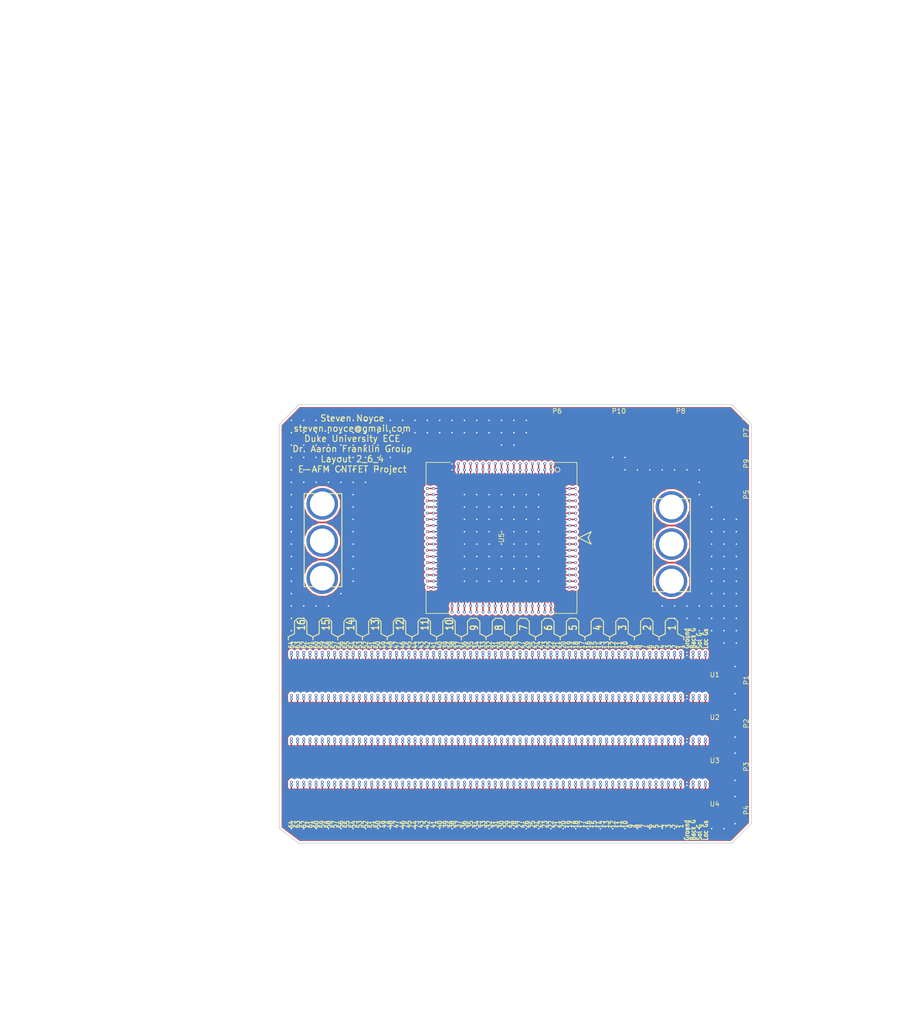
<source format=kicad_pcb>
(kicad_pcb (version 4) (host pcbnew 4.0.5)
  (layers (0 F.Cu signal) (1 In1.Cu signal) (2 In2.Cu signal) (31 B.Cu signal) (34 B.Paste user) (35 F.Paste user) (36 B.SilkS user) (37 F.SilkS user) (38 B.Mask user) (39 F.Mask user) (44 Edge.Cuts user))
  (net 0 "")
  (net 1 GND)
  (net 2 "Net-(P1-Pad1)")
  (net 3 "Net-(P2-Pad1)")
  (net 4 "Net-(P3-Pad1)")
  (net 5 "Net-(P4-Pad1)")
  (net 6 "Net-(P5-Pad1)")
  (net 7 "Net-(P7-Pad1)")
  (net 8 "Net-(P10-Pad1)")
  (net 9 1)
  (net 10 2)
  (net 11 3)
  (net 12 5)
  (net 13 6)
  (net 14 7)
  (net 15 8)
  (net 16 9)
  (net 17 10)
  (net 18 11)
  (net 19 12)
  (net 20 13)
  (net 21 14)
  (net 22 15)
  (net 23 16)
  (net 24 17)
  (net 25 18)
  (net 26 19)
  (net 27 20)
  (net 28 21)
  (net 29 22)
  (net 30 23)
  (net 31 24)
  (net 32 25)
  (net 33 26)
  (net 34 27)
  (net 35 28)
  (net 36 29)
  (net 37 30)
  (net 38 31)
  (net 39 32)
  (net 40 33)
  (net 41 34)
  (net 42 35)
  (net 43 36)
  (net 44 37)
  (net 45 38)
  (net 46 39)
  (net 47 40)
  (net 48 41)
  (net 49 42)
  (net 50 43)
  (net 51 44)
  (net 52 45)
  (net 53 46)
  (net 54 47)
  (net 55 48)
  (net 56 49)
  (net 57 50)
  (net 58 51)
  (net 59 52)
  (net 60 53)
  (net 61 54)
  (net 62 55)
  (net 63 56)
  (net 64 57)
  (net 65 58)
  (net 66 59)
  (net 67 60)
  (net 68 61)
  (net 69 62)
  (net 70 63)
  (net 71 64)
  (net 72 65)
  (net 73 66)
  (net 74 67)
  (net 75 68)
  (module NoyceLibrary:Magnet_Rivet_5mm (layer F.Cu) (at 163.83 108.585)
    (fp_text reference REF** (at 0 0) (layer F.SilkS))
    (fp_text value Magnet_Rivet_5mm)
    (pad 1 thru_hole circle (at 0 0) (size 6.5 6.5) (drill 5.1) (layers *.Cu *.Mask))
  )
  (module NoyceLibrary:Magnet_Rivet_5mm (layer F.Cu) (at 163.83 100.965)
    (fp_text reference REF** (at 0 0) (layer F.SilkS))
    (fp_text value Magnet_Rivet_5mm)
    (pad 1 thru_hole circle (at 0 0) (size 6.5 6.5) (drill 5.1) (layers *.Cu *.Mask))
  )
  (module NoyceLibrary:Magnet_Rivet_5mm (layer F.Cu) (at 163.83 93.345)
    (fp_text reference REF** (at 0 0) (layer F.SilkS))
    (fp_text value Magnet_Rivet_5mm)
    (pad 1 thru_hole circle (at 0 0) (size 6.5 6.5) (drill 5.1) (layers *.Cu *.Mask))
  )
  (module NoyceLibrary:Magnet_Rivet_5mm (layer F.Cu) (at 235.585 109.22)
    (fp_text reference REF** (at 0 0) (layer F.SilkS))
    (fp_text value Magnet_Rivet_5mm)
    (pad 1 thru_hole circle (at 0 0) (size 6.5 6.5) (drill 5.1) (layers *.Cu *.Mask))
  )
  (module NoyceLibrary:Magnet_Rivet_5mm (layer F.Cu) (at 235.585 101.6)
    (fp_text reference REF** (at 0 0) (layer F.SilkS))
    (fp_text value Magnet_Rivet_5mm)
    (pad 1 thru_hole circle (at 0 0) (size 6.5 6.5) (drill 5.1) (layers *.Cu *.Mask))
  )
  (module "NoyceLibrary:68_PLCC_Socket_(8468-21B1-RK-TP)" (layer F.Cu) (at 200.66 100.33 270)
    (fp_text reference U5 (at 0 0 270) (layer F.SilkS))
    (fp_text value "68_PLCC_Socket_(8468-21B1-RK-TP)")
    (pad 8 smd rect (at -11.78 -10.16 270) (size 1.7 0.7) (layers F.Cu F.Paste F.Mask) (net 19 12))
    (pad 7 smd rect (at -11.68 -8.89 270) (size 1.91 0.7) (layers F.Cu F.Paste F.Mask) (net 18 11))
    (pad 6 smd rect (at -11.68 -7.62 270) (size 1.91 0.7) (layers F.Cu F.Paste F.Mask) (net 17 10))
    (pad 5 smd rect (at -11.68 -6.35 270) (size 1.91 0.7) (layers F.Cu F.Paste F.Mask) (net 16 9))
    (pad 4 smd rect (at -11.68 -5.08 270) (size 1.91 0.7) (layers F.Cu F.Paste F.Mask) (net 15 8))
    (pad 3 smd rect (at -11.68 -3.81 270) (size 1.91 0.7) (layers F.Cu F.Paste F.Mask) (net 14 7))
    (pad 2 smd rect (at -11.68 -2.54 270) (size 1.91 0.7) (layers F.Cu F.Paste F.Mask) (net 13 6))
    (pad 1 smd rect (at -11.68 -1.27 270) (size 1.91 0.7) (layers F.Cu F.Paste F.Mask) (net 12 5))
    (pad 66 smd rect (at -11.68 0 270) (size 1.91 0.7) (layers F.Cu F.Paste F.Mask) (net 75 68))
    (pad 65 smd rect (at -11.68 1.27 270) (size 1.91 0.7) (layers F.Cu F.Paste F.Mask) (net 74 67))
    (pad 64 smd rect (at -11.68 2.54 270) (size 1.91 0.7) (layers F.Cu F.Paste F.Mask) (net 73 66))
    (pad 63 smd rect (at -11.68 3.81 270) (size 1.91 0.7) (layers F.Cu F.Paste F.Mask) (net 72 65))
    (pad 62 smd rect (at -11.68 5.08 270) (size 1.91 0.7) (layers F.Cu F.Paste F.Mask) (net 71 64))
    (pad 61 smd rect (at -11.68 6.35 270) (size 1.91 0.7) (layers F.Cu F.Paste F.Mask) (net 70 63))
    (pad 60 smd rect (at -11.68 7.62 270) (size 1.91 0.7) (layers F.Cu F.Paste F.Mask) (net 69 62))
    (pad 59 smd rect (at -11.68 8.89 270) (size 1.91 0.7) (layers F.Cu F.Paste F.Mask) (net 68 61))
    (pad 67 smd rect (at -11.78 10.16 270) (size 1.7 0.7) (layers F.Cu F.Paste F.Mask) (net 1 GND))
    (pad 58 smd rect (at -10.16 11.78 270) (size 0.7 1.7) (layers F.Cu F.Paste F.Mask) (net 67 60))
    (pad 27 smd rect (at 11.68 -8.89 270) (size 1.91 0.7) (layers F.Cu F.Paste F.Mask) (net 38 31))
    (pad 28 smd rect (at 11.68 -7.62 270) (size 1.91 0.7) (layers F.Cu F.Paste F.Mask) (net 39 32))
    (pad 29 smd rect (at 11.68 -6.35 270) (size 1.91 0.7) (layers F.Cu F.Paste F.Mask) (net 40 33))
    (pad 30 smd rect (at 11.68 -5.08 270) (size 1.91 0.7) (layers F.Cu F.Paste F.Mask) (net 41 34))
    (pad 31 smd rect (at 11.68 -3.81 270) (size 1.91 0.7) (layers F.Cu F.Paste F.Mask) (net 42 35))
    (pad 32 smd rect (at 11.68 -2.54 270) (size 1.91 0.7) (layers F.Cu F.Paste F.Mask) (net 43 36))
    (pad 33 smd rect (at 11.68 -1.27 270) (size 1.91 0.7) (layers F.Cu F.Paste F.Mask) (net 9 1))
    (pad 34 smd rect (at 11.68 0 270) (size 1.91 0.7) (layers F.Cu F.Paste F.Mask) (net 10 2))
    (pad 35 smd rect (at 11.68 1.27 270) (size 1.91 0.7) (layers F.Cu F.Paste F.Mask) (net 44 37))
    (pad 36 smd rect (at 11.68 2.54 270) (size 1.91 0.7) (layers F.Cu F.Paste F.Mask) (net 45 38))
    (pad 37 smd rect (at 11.68 3.81 270) (size 1.91 0.7) (layers F.Cu F.Paste F.Mask) (net 46 39))
    (pad 38 smd rect (at 11.68 5.08 270) (size 1.91 0.7) (layers F.Cu F.Paste F.Mask) (net 47 40))
    (pad 39 smd rect (at 11.68 6.35 270) (size 1.91 0.7) (layers F.Cu F.Paste F.Mask) (net 48 41))
    (pad 40 smd rect (at 11.68 7.62 270) (size 1.91 0.7) (layers F.Cu F.Paste F.Mask) (net 49 42))
    (pad 41 smd rect (at 11.68 8.89 270) (size 1.91 0.7) (layers F.Cu F.Paste F.Mask) (net 50 43))
    (pad 68 smd rect (at 11.78 10.16 270) (size 1.7 0.7) (layers F.Cu F.Paste F.Mask) (net 11 3))
    (pad 9 smd rect (at -10.16 -11.78 270) (size 0.7 1.7) (layers F.Cu F.Paste F.Mask) (net 20 13))
    (pad 10 smd rect (at -8.89 -11.68 270) (size 0.7 1.91) (layers F.Cu F.Paste F.Mask) (net 21 14))
    (pad 11 smd rect (at -7.62 -11.68 270) (size 0.7 1.91) (layers F.Cu F.Paste F.Mask) (net 22 15))
    (pad 12 smd rect (at -6.35 -11.68 270) (size 0.7 1.91) (layers F.Cu F.Paste F.Mask) (net 23 16))
    (pad 13 smd rect (at -5.08 -11.68 270) (size 0.7 1.91) (layers F.Cu F.Paste F.Mask) (net 24 17))
    (pad 14 smd rect (at -3.81 -11.68 270) (size 0.7 1.91) (layers F.Cu F.Paste F.Mask) (net 25 18))
    (pad 15 smd rect (at -2.54 -11.68 270) (size 0.7 1.91) (layers F.Cu F.Paste F.Mask) (net 26 19))
    (pad 16 smd rect (at -1.27 -11.68 270) (size 0.7 1.91) (layers F.Cu F.Paste F.Mask) (net 27 20))
    (pad 17 smd rect (at 0 -11.68 270) (size 0.7 1.91) (layers F.Cu F.Paste F.Mask) (net 28 21))
    (pad 18 smd rect (at 1.27 -11.68 270) (size 0.7 1.91) (layers F.Cu F.Paste F.Mask) (net 29 22))
    (pad 19 smd rect (at 2.54 -11.68 270) (size 0.7 1.91) (layers F.Cu F.Paste F.Mask) (net 30 23))
    (pad 20 smd rect (at 3.81 -11.68 270) (size 0.7 1.91) (layers F.Cu F.Paste F.Mask) (net 31 24))
    (pad 21 smd rect (at 5.08 -11.68 270) (size 0.7 1.91) (layers F.Cu F.Paste F.Mask) (net 32 25))
    (pad 22 smd rect (at 6.35 -11.68 270) (size 0.7 1.91) (layers F.Cu F.Paste F.Mask) (net 33 26))
    (pad 23 smd rect (at 7.62 -11.68 270) (size 0.7 1.91) (layers F.Cu F.Paste F.Mask) (net 34 27))
    (pad 24 smd rect (at 8.89 -11.68 270) (size 0.7 1.91) (layers F.Cu F.Paste F.Mask) (net 35 28))
    (pad 25 smd rect (at 10.16 -11.78 270) (size 0.7 1.7) (layers F.Cu F.Paste F.Mask) (net 36 29))
    (pad 57 smd rect (at -8.89 11.68 270) (size 0.7 1.91) (layers F.Cu F.Paste F.Mask) (net 66 59))
    (pad 56 smd rect (at -7.62 11.68 270) (size 0.7 1.91) (layers F.Cu F.Paste F.Mask) (net 65 58))
    (pad 55 smd rect (at -6.35 11.68 270) (size 0.7 1.91) (layers F.Cu F.Paste F.Mask) (net 64 57))
    (pad 54 smd rect (at -5.08 11.68 270) (size 0.7 1.91) (layers F.Cu F.Paste F.Mask) (net 63 56))
    (pad 53 smd rect (at -3.81 11.68 270) (size 0.7 1.91) (layers F.Cu F.Paste F.Mask) (net 62 55))
    (pad 52 smd rect (at -2.54 11.68 270) (size 0.7 1.91) (layers F.Cu F.Paste F.Mask) (net 61 54))
    (pad 51 smd rect (at -1.27 11.68 270) (size 0.7 1.91) (layers F.Cu F.Paste F.Mask) (net 60 53))
    (pad 50 smd rect (at 0 11.68 270) (size 0.7 1.91) (layers F.Cu F.Paste F.Mask) (net 59 52))
    (pad 49 smd rect (at 1.27 11.68 270) (size 0.7 1.91) (layers F.Cu F.Paste F.Mask) (net 58 51))
    (pad 48 smd rect (at 2.54 11.68 270) (size 0.7 1.91) (layers F.Cu F.Paste F.Mask) (net 57 50))
    (pad 47 smd rect (at 3.81 11.68 270) (size 0.7 1.91) (layers F.Cu F.Paste F.Mask) (net 56 49))
    (pad 46 smd rect (at 5.08 11.68 270) (size 0.7 1.91) (layers F.Cu F.Paste F.Mask) (net 55 48))
    (pad 45 smd rect (at 6.35 11.68 270) (size 0.7 1.91) (layers F.Cu F.Paste F.Mask) (net 54 47))
    (pad 44 smd rect (at 7.62 11.68 270) (size 0.7 1.91) (layers F.Cu F.Paste F.Mask) (net 53 46))
    (pad 43 smd rect (at 8.89 11.68 270) (size 0.7 1.91) (layers F.Cu F.Paste F.Mask) (net 52 45))
    (pad 42 smd rect (at 10.16 11.78 270) (size 0.7 1.7) (layers F.Cu F.Paste F.Mask) (net 51 44))
    (pad 26 smd rect (at 11.78 -10.16 270) (size 1.7 0.7) (layers F.Cu F.Paste F.Mask) (net 37 30))
  )
  (module "NoyceLibrary:Headers_SMD_2x2_(cut_95157-240LF)" (layer F.Cu) (at 224.79 77.47 270)
    (fp_text reference P10 (at -3.175 0 360) (layer F.SilkS))
    (fp_text value CONN_02X02)
    (pad 1 smd rect (at -1.27 -2.73 270) (size 1.27 3.18) (layers F.Cu F.Paste F.Mask) (net 8 "Net-(P10-Pad1)"))
    (pad 3 smd rect (at 1.27 -2.73 270) (size 1.27 3.18) (layers F.Cu F.Paste F.Mask) (net 8 "Net-(P10-Pad1)"))
    (pad 2 smd rect (at -1.27 2.73 270) (size 1.27 3.18) (layers F.Cu F.Paste F.Mask) (net 1 GND))
    (pad 4 smd rect (at 1.27 2.73 270) (size 1.27 3.18) (layers F.Cu F.Paste F.Mask) (net 1 GND))
  )
  (module "NoyceLibrary:Headers_SMD_2x2_(cut_95157-240LF)" (layer F.Cu) (at 237.49 77.47 270)
    (fp_text reference P8 (at -3.175 0 360) (layer F.SilkS))
    (fp_text value CONN_02X02)
    (pad 1 smd rect (at -1.27 -2.73 270) (size 1.27 3.18) (layers F.Cu F.Paste F.Mask) (net 7 "Net-(P7-Pad1)"))
    (pad 3 smd rect (at 1.27 -2.73 270) (size 1.27 3.18) (layers F.Cu F.Paste F.Mask) (net 7 "Net-(P7-Pad1)"))
    (pad 2 smd rect (at -1.27 2.73 270) (size 1.27 3.18) (layers F.Cu F.Paste F.Mask) (net 1 GND))
    (pad 4 smd rect (at 1.27 2.73 270) (size 1.27 3.18) (layers F.Cu F.Paste F.Mask) (net 1 GND))
  )
  (module "NoyceLibrary:Headers_SMD_2x2_(cut_95157-240LF)" (layer F.Cu) (at 212.09 77.47 270)
    (fp_text reference P6 (at -3.175 0 360) (layer F.SilkS))
    (fp_text value CONN_02X02)
    (pad 1 smd rect (at -1.27 -2.73 270) (size 1.27 3.18) (layers F.Cu F.Paste F.Mask) (net 6 "Net-(P5-Pad1)"))
    (pad 3 smd rect (at 1.27 -2.73 270) (size 1.27 3.18) (layers F.Cu F.Paste F.Mask) (net 6 "Net-(P5-Pad1)"))
    (pad 2 smd rect (at -1.27 2.73 270) (size 1.27 3.18) (layers F.Cu F.Paste F.Mask) (net 1 GND))
    (pad 4 smd rect (at 1.27 2.73 270) (size 1.27 3.18) (layers F.Cu F.Paste F.Mask) (net 1 GND))
  )
  (module "NoyceLibrary:IPEX_Connector_SMD_(RECE.20279.001E.01)" (layer F.Cu) (at 247.27 129.54 270)
    (fp_text reference P1 (at 0 -3.682 270) (layer F.SilkS))
    (fp_text value CONN_01X02)
    (pad 2 smd rect (at 1.685 -1.25 270) (size 1.2 2.5) (layers F.Cu F.Paste F.Mask) (net 1 GND))
    (pad 2 smd rect (at -1.685 -1.25 270) (size 1.2 2.5) (layers F.Cu F.Paste F.Mask) (net 1 GND))
    (pad 1 smd rect (at 0 0.48 270) (size 1.15 1.2) (layers F.Cu F.Paste F.Mask) (net 2 "Net-(P1-Pad1)"))
    (pad 3 smd rect (at 0 -1.65 270) (size 0.2 0.2) (layers F.Cu F.Mask) (clearance 0.98) (thermal_gap 2))
  )
  (module "NoyceLibrary:IPEX_Connector_SMD_(RECE.20279.001E.01)" (layer F.Cu) (at 247.27 138.43 270)
    (fp_text reference P2 (at 0 -3.682 270) (layer F.SilkS))
    (fp_text value CONN_01X02)
    (pad 2 smd rect (at 1.685 -1.25 270) (size 1.2 2.5) (layers F.Cu F.Paste F.Mask) (net 1 GND))
    (pad 2 smd rect (at -1.685 -1.25 270) (size 1.2 2.5) (layers F.Cu F.Paste F.Mask) (net 1 GND))
    (pad 1 smd rect (at 0 0.48 270) (size 1.15 1.2) (layers F.Cu F.Paste F.Mask) (net 3 "Net-(P2-Pad1)"))
    (pad 3 smd rect (at 0 -1.65 270) (size 0.2 0.2) (layers F.Cu F.Mask) (clearance 0.98) (thermal_gap 2))
  )
  (module "NoyceLibrary:IPEX_Connector_SMD_(RECE.20279.001E.01)" (layer F.Cu) (at 247.27 147.32 270)
    (fp_text reference P3 (at 0 -3.682 270) (layer F.SilkS))
    (fp_text value CONN_01X02)
    (pad 2 smd rect (at 1.685 -1.25 270) (size 1.2 2.5) (layers F.Cu F.Paste F.Mask) (net 1 GND))
    (pad 2 smd rect (at -1.685 -1.25 270) (size 1.2 2.5) (layers F.Cu F.Paste F.Mask) (net 1 GND))
    (pad 1 smd rect (at 0 0.48 270) (size 1.15 1.2) (layers F.Cu F.Paste F.Mask) (net 4 "Net-(P3-Pad1)"))
    (pad 3 smd rect (at 0 -1.65 270) (size 0.2 0.2) (layers F.Cu F.Mask) (clearance 0.98) (thermal_gap 2))
  )
  (module "NoyceLibrary:IPEX_Connector_SMD_(RECE.20279.001E.01)" (layer F.Cu) (at 247.27 156.21 270)
    (fp_text reference P4 (at 0 -3.682 270) (layer F.SilkS))
    (fp_text value CONN_01X02)
    (pad 2 smd rect (at 1.685 -1.25 270) (size 1.2 2.5) (layers F.Cu F.Paste F.Mask) (net 1 GND))
    (pad 2 smd rect (at -1.685 -1.25 270) (size 1.2 2.5) (layers F.Cu F.Paste F.Mask) (net 1 GND))
    (pad 1 smd rect (at 0 0.48 270) (size 1.15 1.2) (layers F.Cu F.Paste F.Mask) (net 5 "Net-(P4-Pad1)"))
    (pad 3 smd rect (at 0 -1.65 270) (size 0.2 0.2) (layers F.Cu F.Mask) (clearance 0.98) (thermal_gap 2))
  )
  (module "NoyceLibrary:IPEX_Connector_SMD_(RECE.20279.001E.01)" (layer F.Cu) (at 247.27 91.44 270)
    (fp_text reference P5 (at 0 -3.682 270) (layer F.SilkS))
    (fp_text value CONN_01X02)
    (pad 2 smd rect (at 1.685 -1.25 270) (size 1.2 2.5) (layers F.Cu F.Paste F.Mask) (net 1 GND))
    (pad 2 smd rect (at -1.685 -1.25 270) (size 1.2 2.5) (layers F.Cu F.Paste F.Mask) (net 1 GND))
    (pad 1 smd rect (at 0 0.48 270) (size 1.15 1.2) (layers F.Cu F.Paste F.Mask) (net 6 "Net-(P5-Pad1)"))
    (pad 3 smd rect (at 0 -1.65 270) (size 0.2 0.2) (layers F.Cu F.Mask) (clearance 0.98) (thermal_gap 2))
  )
  (module "NoyceLibrary:IPEX_Connector_SMD_(RECE.20279.001E.01)" (layer F.Cu) (at 247.27 78.74 270)
    (fp_text reference P7 (at 0 -3.682 270) (layer F.SilkS))
    (fp_text value CONN_01X02)
    (pad 2 smd rect (at 1.685 -1.25 270) (size 1.2 2.5) (layers F.Cu F.Paste F.Mask) (net 1 GND))
    (pad 2 smd rect (at -1.685 -1.25 270) (size 1.2 2.5) (layers F.Cu F.Paste F.Mask) (net 1 GND))
    (pad 1 smd rect (at 0 0.48 270) (size 1.15 1.2) (layers F.Cu F.Paste F.Mask) (net 7 "Net-(P7-Pad1)"))
    (pad 3 smd rect (at 0 -1.65 270) (size 0.2 0.2) (layers F.Cu F.Mask) (clearance 0.98) (thermal_gap 2))
  )
  (module "NoyceLibrary:IPEX_Connector_SMD_(RECE.20279.001E.01)" (layer F.Cu) (at 247.27 85.09 270)
    (fp_text reference P9 (at 0 -3.682 270) (layer F.SilkS))
    (fp_text value CONN_01X02)
    (pad 2 smd rect (at 1.685 -1.25 270) (size 1.2 2.5) (layers F.Cu F.Paste F.Mask) (net 1 GND))
    (pad 2 smd rect (at -1.685 -1.25 270) (size 1.2 2.5) (layers F.Cu F.Paste F.Mask) (net 1 GND))
    (pad 1 smd rect (at 0 0.48 270) (size 1.15 1.2) (layers F.Cu F.Paste F.Mask) (net 8 "Net-(P10-Pad1)"))
    (pad 3 smd rect (at 0 -1.65 270) (size 0.2 0.2) (layers F.Cu F.Mask) (clearance 0.98) (thermal_gap 2))
  )
  (module "NoyceLibrary:Headers_SMD_1.27_2x68_(mult_00060T4LF)" (layer F.Cu) (at 200.66 128.412 180)
    (fp_text reference U1 (at -43.815 0 180) (layer F.SilkS))
    (fp_text value "Headers_SMD_2x68_(mult_95157-240LF)")
    (pad 1 smd rect (at -41.91 1.95 180) (size 0.76 2.4) (layers F.Cu F.Paste F.Mask) (net 9 1))
    (pad 2 smd rect (at -41.91 -1.95 180) (size 0.76 2.4) (layers F.Cu F.Paste F.Mask) (net 2 "Net-(P1-Pad1)"))
    (pad 3 smd rect (at -40.64 1.95 180) (size 0.76 2.4) (layers F.Cu F.Paste F.Mask) (net 10 2))
    (pad 4 smd rect (at -40.64 -1.95 180) (size 0.76 2.4) (layers F.Cu F.Paste F.Mask) (net 2 "Net-(P1-Pad1)"))
    (pad 5 smd rect (at -39.37 1.95 180) (size 0.76 2.4) (layers F.Cu F.Paste F.Mask) (net 11 3))
    (pad 6 smd rect (at -39.37 -1.95 180) (size 0.76 2.4) (layers F.Cu F.Paste F.Mask) (net 2 "Net-(P1-Pad1)"))
    (pad 7 smd rect (at -38.1 1.95 180) (size 0.76 2.4) (layers F.Cu F.Paste F.Mask) (net 1 GND))
    (pad 8 smd rect (at -38.1 -1.95 180) (size 0.76 2.4) (layers F.Cu F.Paste F.Mask) (net 2 "Net-(P1-Pad1)"))
    (pad 9 smd rect (at -36.83 1.95 180) (size 0.76 2.4) (layers F.Cu F.Paste F.Mask) (net 12 5))
    (pad 10 smd rect (at -36.83 -1.95 180) (size 0.76 2.4) (layers F.Cu F.Paste F.Mask) (net 2 "Net-(P1-Pad1)"))
    (pad 11 smd rect (at -35.56 1.95 180) (size 0.76 2.4) (layers F.Cu F.Paste F.Mask) (net 13 6))
    (pad 12 smd rect (at -35.56 -1.95 180) (size 0.76 2.4) (layers F.Cu F.Paste F.Mask) (net 2 "Net-(P1-Pad1)"))
    (pad 13 smd rect (at -34.29 1.95 180) (size 0.76 2.4) (layers F.Cu F.Paste F.Mask) (net 14 7))
    (pad 14 smd rect (at -34.29 -1.95 180) (size 0.76 2.4) (layers F.Cu F.Paste F.Mask) (net 2 "Net-(P1-Pad1)"))
    (pad 15 smd rect (at -33.02 1.95 180) (size 0.76 2.4) (layers F.Cu F.Paste F.Mask) (net 15 8))
    (pad 16 smd rect (at -33.02 -1.95 180) (size 0.76 2.4) (layers F.Cu F.Paste F.Mask) (net 2 "Net-(P1-Pad1)"))
    (pad 17 smd rect (at -31.75 1.95 180) (size 0.76 2.4) (layers F.Cu F.Paste F.Mask) (net 16 9))
    (pad 18 smd rect (at -31.75 -1.95 180) (size 0.76 2.4) (layers F.Cu F.Paste F.Mask) (net 2 "Net-(P1-Pad1)"))
    (pad 19 smd rect (at -30.48 1.95 180) (size 0.76 2.4) (layers F.Cu F.Paste F.Mask) (net 17 10))
    (pad 20 smd rect (at -30.48 -1.95 180) (size 0.76 2.4) (layers F.Cu F.Paste F.Mask) (net 2 "Net-(P1-Pad1)"))
    (pad 21 smd rect (at -29.21 1.95 180) (size 0.76 2.4) (layers F.Cu F.Paste F.Mask) (net 18 11))
    (pad 22 smd rect (at -29.21 -1.95 180) (size 0.76 2.4) (layers F.Cu F.Paste F.Mask) (net 2 "Net-(P1-Pad1)"))
    (pad 23 smd rect (at -27.94 1.95 180) (size 0.76 2.4) (layers F.Cu F.Paste F.Mask) (net 19 12))
    (pad 24 smd rect (at -27.94 -1.95 180) (size 0.76 2.4) (layers F.Cu F.Paste F.Mask) (net 2 "Net-(P1-Pad1)"))
    (pad 25 smd rect (at -26.67 1.95 180) (size 0.76 2.4) (layers F.Cu F.Paste F.Mask) (net 20 13))
    (pad 26 smd rect (at -26.67 -1.95 180) (size 0.76 2.4) (layers F.Cu F.Paste F.Mask) (net 2 "Net-(P1-Pad1)"))
    (pad 27 smd rect (at -25.4 1.95 180) (size 0.76 2.4) (layers F.Cu F.Paste F.Mask) (net 21 14))
    (pad 28 smd rect (at -25.4 -1.95 180) (size 0.76 2.4) (layers F.Cu F.Paste F.Mask) (net 2 "Net-(P1-Pad1)"))
    (pad 29 smd rect (at -24.13 1.95 180) (size 0.76 2.4) (layers F.Cu F.Paste F.Mask) (net 22 15))
    (pad 30 smd rect (at -24.13 -1.95 180) (size 0.76 2.4) (layers F.Cu F.Paste F.Mask) (net 2 "Net-(P1-Pad1)"))
    (pad 31 smd rect (at -22.86 1.95 180) (size 0.76 2.4) (layers F.Cu F.Paste F.Mask) (net 23 16))
    (pad 32 smd rect (at -22.86 -1.95 180) (size 0.76 2.4) (layers F.Cu F.Paste F.Mask) (net 2 "Net-(P1-Pad1)"))
    (pad 33 smd rect (at -21.59 1.95 180) (size 0.76 2.4) (layers F.Cu F.Paste F.Mask) (net 24 17))
    (pad 34 smd rect (at -21.59 -1.95 180) (size 0.76 2.4) (layers F.Cu F.Paste F.Mask) (net 2 "Net-(P1-Pad1)"))
    (pad 35 smd rect (at -20.32 1.95 180) (size 0.76 2.4) (layers F.Cu F.Paste F.Mask) (net 25 18))
    (pad 36 smd rect (at -20.32 -1.95 180) (size 0.76 2.4) (layers F.Cu F.Paste F.Mask) (net 2 "Net-(P1-Pad1)"))
    (pad 37 smd rect (at -19.05 1.95 180) (size 0.76 2.4) (layers F.Cu F.Paste F.Mask) (net 26 19))
    (pad 38 smd rect (at -19.05 -1.95 180) (size 0.76 2.4) (layers F.Cu F.Paste F.Mask) (net 2 "Net-(P1-Pad1)"))
    (pad 39 smd rect (at -17.78 1.95 180) (size 0.76 2.4) (layers F.Cu F.Paste F.Mask) (net 27 20))
    (pad 40 smd rect (at -17.78 -1.95 180) (size 0.76 2.4) (layers F.Cu F.Paste F.Mask) (net 2 "Net-(P1-Pad1)"))
    (pad 41 smd rect (at -16.51 1.95 180) (size 0.76 2.4) (layers F.Cu F.Paste F.Mask) (net 28 21))
    (pad 42 smd rect (at -16.51 -1.95 180) (size 0.76 2.4) (layers F.Cu F.Paste F.Mask) (net 2 "Net-(P1-Pad1)"))
    (pad 43 smd rect (at -15.24 1.95 180) (size 0.76 2.4) (layers F.Cu F.Paste F.Mask) (net 29 22))
    (pad 44 smd rect (at -15.24 -1.95 180) (size 0.76 2.4) (layers F.Cu F.Paste F.Mask) (net 2 "Net-(P1-Pad1)"))
    (pad 45 smd rect (at -13.97 1.95 180) (size 0.76 2.4) (layers F.Cu F.Paste F.Mask) (net 30 23))
    (pad 46 smd rect (at -13.97 -1.95 180) (size 0.76 2.4) (layers F.Cu F.Paste F.Mask) (net 2 "Net-(P1-Pad1)"))
    (pad 47 smd rect (at -12.7 1.95 180) (size 0.76 2.4) (layers F.Cu F.Paste F.Mask) (net 31 24))
    (pad 48 smd rect (at -12.7 -1.95 180) (size 0.76 2.4) (layers F.Cu F.Paste F.Mask) (net 2 "Net-(P1-Pad1)"))
    (pad 49 smd rect (at -11.43 1.95 180) (size 0.76 2.4) (layers F.Cu F.Paste F.Mask) (net 32 25))
    (pad 50 smd rect (at -11.43 -1.95 180) (size 0.76 2.4) (layers F.Cu F.Paste F.Mask) (net 2 "Net-(P1-Pad1)"))
    (pad 51 smd rect (at -10.16 1.95 180) (size 0.76 2.4) (layers F.Cu F.Paste F.Mask) (net 33 26))
    (pad 52 smd rect (at -10.16 -1.95 180) (size 0.76 2.4) (layers F.Cu F.Paste F.Mask) (net 2 "Net-(P1-Pad1)"))
    (pad 53 smd rect (at -8.89 1.95 180) (size 0.76 2.4) (layers F.Cu F.Paste F.Mask) (net 34 27))
    (pad 54 smd rect (at -8.89 -1.95 180) (size 0.76 2.4) (layers F.Cu F.Paste F.Mask) (net 2 "Net-(P1-Pad1)"))
    (pad 55 smd rect (at -7.62 1.95 180) (size 0.76 2.4) (layers F.Cu F.Paste F.Mask) (net 35 28))
    (pad 56 smd rect (at -7.62 -1.95 180) (size 0.76 2.4) (layers F.Cu F.Paste F.Mask) (net 2 "Net-(P1-Pad1)"))
    (pad 57 smd rect (at -6.35 1.95 180) (size 0.76 2.4) (layers F.Cu F.Paste F.Mask) (net 36 29))
    (pad 58 smd rect (at -6.35 -1.95 180) (size 0.76 2.4) (layers F.Cu F.Paste F.Mask) (net 2 "Net-(P1-Pad1)"))
    (pad 59 smd rect (at -5.08 1.95 180) (size 0.76 2.4) (layers F.Cu F.Paste F.Mask) (net 37 30))
    (pad 60 smd rect (at -5.08 -1.95 180) (size 0.76 2.4) (layers F.Cu F.Paste F.Mask) (net 2 "Net-(P1-Pad1)"))
    (pad 61 smd rect (at -3.81 1.95 180) (size 0.76 2.4) (layers F.Cu F.Paste F.Mask) (net 38 31))
    (pad 62 smd rect (at -3.81 -1.95 180) (size 0.76 2.4) (layers F.Cu F.Paste F.Mask) (net 2 "Net-(P1-Pad1)"))
    (pad 63 smd rect (at -2.54 1.95 180) (size 0.76 2.4) (layers F.Cu F.Paste F.Mask) (net 39 32))
    (pad 64 smd rect (at -2.54 -1.95 180) (size 0.76 2.4) (layers F.Cu F.Paste F.Mask) (net 2 "Net-(P1-Pad1)"))
    (pad 65 smd rect (at -1.27 1.95 180) (size 0.76 2.4) (layers F.Cu F.Paste F.Mask) (net 40 33))
    (pad 66 smd rect (at -1.27 -1.95 180) (size 0.76 2.4) (layers F.Cu F.Paste F.Mask) (net 2 "Net-(P1-Pad1)"))
    (pad 67 smd rect (at 0 1.95 180) (size 0.76 2.4) (layers F.Cu F.Paste F.Mask) (net 41 34))
    (pad 68 smd rect (at 0 -1.95 180) (size 0.76 2.4) (layers F.Cu F.Paste F.Mask) (net 2 "Net-(P1-Pad1)"))
    (pad 69 smd rect (at 1.27 1.95 180) (size 0.76 2.4) (layers F.Cu F.Paste F.Mask) (net 42 35))
    (pad 70 smd rect (at 1.27 -1.95 180) (size 0.76 2.4) (layers F.Cu F.Paste F.Mask) (net 2 "Net-(P1-Pad1)"))
    (pad 71 smd rect (at 2.54 1.95 180) (size 0.76 2.4) (layers F.Cu F.Paste F.Mask) (net 43 36))
    (pad 72 smd rect (at 2.54 -1.95 180) (size 0.76 2.4) (layers F.Cu F.Paste F.Mask) (net 2 "Net-(P1-Pad1)"))
    (pad 73 smd rect (at 3.81 1.95 180) (size 0.76 2.4) (layers F.Cu F.Paste F.Mask) (net 44 37))
    (pad 74 smd rect (at 3.81 -1.95 180) (size 0.76 2.4) (layers F.Cu F.Paste F.Mask) (net 2 "Net-(P1-Pad1)"))
    (pad 75 smd rect (at 5.08 1.95 180) (size 0.76 2.4) (layers F.Cu F.Paste F.Mask) (net 45 38))
    (pad 76 smd rect (at 5.08 -1.95 180) (size 0.76 2.4) (layers F.Cu F.Paste F.Mask) (net 2 "Net-(P1-Pad1)"))
    (pad 77 smd rect (at 6.35 1.95 180) (size 0.76 2.4) (layers F.Cu F.Paste F.Mask) (net 46 39))
    (pad 78 smd rect (at 6.35 -1.95 180) (size 0.76 2.4) (layers F.Cu F.Paste F.Mask) (net 2 "Net-(P1-Pad1)"))
    (pad 79 smd rect (at 7.62 1.95 180) (size 0.76 2.4) (layers F.Cu F.Paste F.Mask) (net 47 40))
    (pad 80 smd rect (at 7.62 -1.95 180) (size 0.76 2.4) (layers F.Cu F.Paste F.Mask) (net 2 "Net-(P1-Pad1)"))
    (pad 81 smd rect (at 8.89 1.95 180) (size 0.76 2.4) (layers F.Cu F.Paste F.Mask) (net 48 41))
    (pad 82 smd rect (at 8.89 -1.95 180) (size 0.76 2.4) (layers F.Cu F.Paste F.Mask) (net 2 "Net-(P1-Pad1)"))
    (pad 83 smd rect (at 10.16 1.95 180) (size 0.76 2.4) (layers F.Cu F.Paste F.Mask) (net 49 42))
    (pad 84 smd rect (at 10.16 -1.95 180) (size 0.76 2.4) (layers F.Cu F.Paste F.Mask) (net 2 "Net-(P1-Pad1)"))
    (pad 85 smd rect (at 11.43 1.95 180) (size 0.76 2.4) (layers F.Cu F.Paste F.Mask) (net 50 43))
    (pad 86 smd rect (at 11.43 -1.95 180) (size 0.76 2.4) (layers F.Cu F.Paste F.Mask) (net 2 "Net-(P1-Pad1)"))
    (pad 87 smd rect (at 12.7 1.95 180) (size 0.76 2.4) (layers F.Cu F.Paste F.Mask) (net 51 44))
    (pad 88 smd rect (at 12.7 -1.95 180) (size 0.76 2.4) (layers F.Cu F.Paste F.Mask) (net 2 "Net-(P1-Pad1)"))
    (pad 89 smd rect (at 13.97 1.95 180) (size 0.76 2.4) (layers F.Cu F.Paste F.Mask) (net 52 45))
    (pad 90 smd rect (at 13.97 -1.95 180) (size 0.76 2.4) (layers F.Cu F.Paste F.Mask) (net 2 "Net-(P1-Pad1)"))
    (pad 91 smd rect (at 15.24 1.95 180) (size 0.76 2.4) (layers F.Cu F.Paste F.Mask) (net 53 46))
    (pad 92 smd rect (at 15.24 -1.95 180) (size 0.76 2.4) (layers F.Cu F.Paste F.Mask) (net 2 "Net-(P1-Pad1)"))
    (pad 93 smd rect (at 16.51 1.95 180) (size 0.76 2.4) (layers F.Cu F.Paste F.Mask) (net 54 47))
    (pad 94 smd rect (at 16.51 -1.95 180) (size 0.76 2.4) (layers F.Cu F.Paste F.Mask) (net 2 "Net-(P1-Pad1)"))
    (pad 95 smd rect (at 17.78 1.95 180) (size 0.76 2.4) (layers F.Cu F.Paste F.Mask) (net 55 48))
    (pad 96 smd rect (at 17.78 -1.95 180) (size 0.76 2.4) (layers F.Cu F.Paste F.Mask) (net 2 "Net-(P1-Pad1)"))
    (pad 97 smd rect (at 19.05 1.95 180) (size 0.76 2.4) (layers F.Cu F.Paste F.Mask) (net 56 49))
    (pad 98 smd rect (at 19.05 -1.95 180) (size 0.76 2.4) (layers F.Cu F.Paste F.Mask) (net 2 "Net-(P1-Pad1)"))
    (pad 99 smd rect (at 20.32 1.95 180) (size 0.76 2.4) (layers F.Cu F.Paste F.Mask) (net 57 50))
    (pad 100 smd rect (at 20.32 -1.95 180) (size 0.76 2.4) (layers F.Cu F.Paste F.Mask) (net 2 "Net-(P1-Pad1)"))
    (pad 101 smd rect (at 21.59 1.95 180) (size 0.76 2.4) (layers F.Cu F.Paste F.Mask) (net 58 51))
    (pad 102 smd rect (at 21.59 -1.95 180) (size 0.76 2.4) (layers F.Cu F.Paste F.Mask) (net 2 "Net-(P1-Pad1)"))
    (pad 103 smd rect (at 22.86 1.95 180) (size 0.76 2.4) (layers F.Cu F.Paste F.Mask) (net 59 52))
    (pad 104 smd rect (at 22.86 -1.95 180) (size 0.76 2.4) (layers F.Cu F.Paste F.Mask) (net 2 "Net-(P1-Pad1)"))
    (pad 105 smd rect (at 24.13 1.95 180) (size 0.76 2.4) (layers F.Cu F.Paste F.Mask) (net 60 53))
    (pad 106 smd rect (at 24.13 -1.95 180) (size 0.76 2.4) (layers F.Cu F.Paste F.Mask) (net 2 "Net-(P1-Pad1)"))
    (pad 107 smd rect (at 25.4 1.95 180) (size 0.76 2.4) (layers F.Cu F.Paste F.Mask) (net 61 54))
    (pad 108 smd rect (at 25.4 -1.95 180) (size 0.76 2.4) (layers F.Cu F.Paste F.Mask) (net 2 "Net-(P1-Pad1)"))
    (pad 109 smd rect (at 26.67 1.95 180) (size 0.76 2.4) (layers F.Cu F.Paste F.Mask) (net 62 55))
    (pad 110 smd rect (at 26.67 -1.95 180) (size 0.76 2.4) (layers F.Cu F.Paste F.Mask) (net 2 "Net-(P1-Pad1)"))
    (pad 111 smd rect (at 27.94 1.95 180) (size 0.76 2.4) (layers F.Cu F.Paste F.Mask) (net 63 56))
    (pad 112 smd rect (at 27.94 -1.95 180) (size 0.76 2.4) (layers F.Cu F.Paste F.Mask) (net 2 "Net-(P1-Pad1)"))
    (pad 113 smd rect (at 29.21 1.95 180) (size 0.76 2.4) (layers F.Cu F.Paste F.Mask) (net 64 57))
    (pad 114 smd rect (at 29.21 -1.95 180) (size 0.76 2.4) (layers F.Cu F.Paste F.Mask) (net 2 "Net-(P1-Pad1)"))
    (pad 115 smd rect (at 30.48 1.95 180) (size 0.76 2.4) (layers F.Cu F.Paste F.Mask) (net 65 58))
    (pad 116 smd rect (at 30.48 -1.95 180) (size 0.76 2.4) (layers F.Cu F.Paste F.Mask) (net 2 "Net-(P1-Pad1)"))
    (pad 117 smd rect (at 31.75 1.95 180) (size 0.76 2.4) (layers F.Cu F.Paste F.Mask) (net 66 59))
    (pad 118 smd rect (at 31.75 -1.95 180) (size 0.76 2.4) (layers F.Cu F.Paste F.Mask) (net 2 "Net-(P1-Pad1)"))
    (pad 119 smd rect (at 33.02 1.95 180) (size 0.76 2.4) (layers F.Cu F.Paste F.Mask) (net 67 60))
    (pad 120 smd rect (at 33.02 -1.95 180) (size 0.76 2.4) (layers F.Cu F.Paste F.Mask) (net 2 "Net-(P1-Pad1)"))
    (pad 121 smd rect (at 34.29 1.95 180) (size 0.76 2.4) (layers F.Cu F.Paste F.Mask) (net 68 61))
    (pad 122 smd rect (at 34.29 -1.95 180) (size 0.76 2.4) (layers F.Cu F.Paste F.Mask) (net 2 "Net-(P1-Pad1)"))
    (pad 123 smd rect (at 35.56 1.95 180) (size 0.76 2.4) (layers F.Cu F.Paste F.Mask) (net 69 62))
    (pad 124 smd rect (at 35.56 -1.95 180) (size 0.76 2.4) (layers F.Cu F.Paste F.Mask) (net 2 "Net-(P1-Pad1)"))
    (pad 125 smd rect (at 36.83 1.95 180) (size 0.76 2.4) (layers F.Cu F.Paste F.Mask) (net 70 63))
    (pad 126 smd rect (at 36.83 -1.95 180) (size 0.76 2.4) (layers F.Cu F.Paste F.Mask) (net 2 "Net-(P1-Pad1)"))
    (pad 127 smd rect (at 38.1 1.95 180) (size 0.76 2.4) (layers F.Cu F.Paste F.Mask) (net 71 64))
    (pad 128 smd rect (at 38.1 -1.95 180) (size 0.76 2.4) (layers F.Cu F.Paste F.Mask) (net 2 "Net-(P1-Pad1)"))
    (pad 129 smd rect (at 39.37 1.95 180) (size 0.76 2.4) (layers F.Cu F.Paste F.Mask) (net 72 65))
    (pad 130 smd rect (at 39.37 -1.95 180) (size 0.76 2.4) (layers F.Cu F.Paste F.Mask) (net 2 "Net-(P1-Pad1)"))
    (pad 131 smd rect (at 40.64 1.95 180) (size 0.76 2.4) (layers F.Cu F.Paste F.Mask) (net 73 66))
    (pad 132 smd rect (at 40.64 -1.95 180) (size 0.76 2.4) (layers F.Cu F.Paste F.Mask) (net 2 "Net-(P1-Pad1)"))
    (pad 133 smd rect (at 41.91 1.95 180) (size 0.76 2.4) (layers F.Cu F.Paste F.Mask) (net 74 67))
    (pad 134 smd rect (at 41.91 -1.95 180) (size 0.76 2.4) (layers F.Cu F.Paste F.Mask) (net 2 "Net-(P1-Pad1)"))
    (pad 135 smd rect (at 43.18 1.95 180) (size 0.76 2.4) (layers F.Cu F.Paste F.Mask) (net 75 68))
    (pad 136 smd rect (at 43.18 -1.95 180) (size 0.76 2.4) (layers F.Cu F.Paste F.Mask) (net 2 "Net-(P1-Pad1)"))
  )
  (module "NoyceLibrary:Headers_SMD_1.27_2x68_(mult_00060T4LF)" (layer F.Cu) (at 200.66 137.16 180)
    (fp_text reference U2 (at -43.815 0 180) (layer F.SilkS))
    (fp_text value "Headers_SMD_2x68_(mult_95157-240LF)")
    (pad 1 smd rect (at -41.91 1.95 180) (size 0.76 2.4) (layers F.Cu F.Paste F.Mask) (net 9 1))
    (pad 2 smd rect (at -41.91 -1.95 180) (size 0.76 2.4) (layers F.Cu F.Paste F.Mask) (net 3 "Net-(P2-Pad1)"))
    (pad 3 smd rect (at -40.64 1.95 180) (size 0.76 2.4) (layers F.Cu F.Paste F.Mask) (net 10 2))
    (pad 4 smd rect (at -40.64 -1.95 180) (size 0.76 2.4) (layers F.Cu F.Paste F.Mask) (net 3 "Net-(P2-Pad1)"))
    (pad 5 smd rect (at -39.37 1.95 180) (size 0.76 2.4) (layers F.Cu F.Paste F.Mask) (net 11 3))
    (pad 6 smd rect (at -39.37 -1.95 180) (size 0.76 2.4) (layers F.Cu F.Paste F.Mask) (net 3 "Net-(P2-Pad1)"))
    (pad 7 smd rect (at -38.1 1.95 180) (size 0.76 2.4) (layers F.Cu F.Paste F.Mask) (net 1 GND))
    (pad 8 smd rect (at -38.1 -1.95 180) (size 0.76 2.4) (layers F.Cu F.Paste F.Mask) (net 3 "Net-(P2-Pad1)"))
    (pad 9 smd rect (at -36.83 1.95 180) (size 0.76 2.4) (layers F.Cu F.Paste F.Mask) (net 12 5))
    (pad 10 smd rect (at -36.83 -1.95 180) (size 0.76 2.4) (layers F.Cu F.Paste F.Mask) (net 3 "Net-(P2-Pad1)"))
    (pad 11 smd rect (at -35.56 1.95 180) (size 0.76 2.4) (layers F.Cu F.Paste F.Mask) (net 13 6))
    (pad 12 smd rect (at -35.56 -1.95 180) (size 0.76 2.4) (layers F.Cu F.Paste F.Mask) (net 3 "Net-(P2-Pad1)"))
    (pad 13 smd rect (at -34.29 1.95 180) (size 0.76 2.4) (layers F.Cu F.Paste F.Mask) (net 14 7))
    (pad 14 smd rect (at -34.29 -1.95 180) (size 0.76 2.4) (layers F.Cu F.Paste F.Mask) (net 3 "Net-(P2-Pad1)"))
    (pad 15 smd rect (at -33.02 1.95 180) (size 0.76 2.4) (layers F.Cu F.Paste F.Mask) (net 15 8))
    (pad 16 smd rect (at -33.02 -1.95 180) (size 0.76 2.4) (layers F.Cu F.Paste F.Mask) (net 3 "Net-(P2-Pad1)"))
    (pad 17 smd rect (at -31.75 1.95 180) (size 0.76 2.4) (layers F.Cu F.Paste F.Mask) (net 16 9))
    (pad 18 smd rect (at -31.75 -1.95 180) (size 0.76 2.4) (layers F.Cu F.Paste F.Mask) (net 3 "Net-(P2-Pad1)"))
    (pad 19 smd rect (at -30.48 1.95 180) (size 0.76 2.4) (layers F.Cu F.Paste F.Mask) (net 17 10))
    (pad 20 smd rect (at -30.48 -1.95 180) (size 0.76 2.4) (layers F.Cu F.Paste F.Mask) (net 3 "Net-(P2-Pad1)"))
    (pad 21 smd rect (at -29.21 1.95 180) (size 0.76 2.4) (layers F.Cu F.Paste F.Mask) (net 18 11))
    (pad 22 smd rect (at -29.21 -1.95 180) (size 0.76 2.4) (layers F.Cu F.Paste F.Mask) (net 3 "Net-(P2-Pad1)"))
    (pad 23 smd rect (at -27.94 1.95 180) (size 0.76 2.4) (layers F.Cu F.Paste F.Mask) (net 19 12))
    (pad 24 smd rect (at -27.94 -1.95 180) (size 0.76 2.4) (layers F.Cu F.Paste F.Mask) (net 3 "Net-(P2-Pad1)"))
    (pad 25 smd rect (at -26.67 1.95 180) (size 0.76 2.4) (layers F.Cu F.Paste F.Mask) (net 20 13))
    (pad 26 smd rect (at -26.67 -1.95 180) (size 0.76 2.4) (layers F.Cu F.Paste F.Mask) (net 3 "Net-(P2-Pad1)"))
    (pad 27 smd rect (at -25.4 1.95 180) (size 0.76 2.4) (layers F.Cu F.Paste F.Mask) (net 21 14))
    (pad 28 smd rect (at -25.4 -1.95 180) (size 0.76 2.4) (layers F.Cu F.Paste F.Mask) (net 3 "Net-(P2-Pad1)"))
    (pad 29 smd rect (at -24.13 1.95 180) (size 0.76 2.4) (layers F.Cu F.Paste F.Mask) (net 22 15))
    (pad 30 smd rect (at -24.13 -1.95 180) (size 0.76 2.4) (layers F.Cu F.Paste F.Mask) (net 3 "Net-(P2-Pad1)"))
    (pad 31 smd rect (at -22.86 1.95 180) (size 0.76 2.4) (layers F.Cu F.Paste F.Mask) (net 23 16))
    (pad 32 smd rect (at -22.86 -1.95 180) (size 0.76 2.4) (layers F.Cu F.Paste F.Mask) (net 3 "Net-(P2-Pad1)"))
    (pad 33 smd rect (at -21.59 1.95 180) (size 0.76 2.4) (layers F.Cu F.Paste F.Mask) (net 24 17))
    (pad 34 smd rect (at -21.59 -1.95 180) (size 0.76 2.4) (layers F.Cu F.Paste F.Mask) (net 3 "Net-(P2-Pad1)"))
    (pad 35 smd rect (at -20.32 1.95 180) (size 0.76 2.4) (layers F.Cu F.Paste F.Mask) (net 25 18))
    (pad 36 smd rect (at -20.32 -1.95 180) (size 0.76 2.4) (layers F.Cu F.Paste F.Mask) (net 3 "Net-(P2-Pad1)"))
    (pad 37 smd rect (at -19.05 1.95 180) (size 0.76 2.4) (layers F.Cu F.Paste F.Mask) (net 26 19))
    (pad 38 smd rect (at -19.05 -1.95 180) (size 0.76 2.4) (layers F.Cu F.Paste F.Mask) (net 3 "Net-(P2-Pad1)"))
    (pad 39 smd rect (at -17.78 1.95 180) (size 0.76 2.4) (layers F.Cu F.Paste F.Mask) (net 27 20))
    (pad 40 smd rect (at -17.78 -1.95 180) (size 0.76 2.4) (layers F.Cu F.Paste F.Mask) (net 3 "Net-(P2-Pad1)"))
    (pad 41 smd rect (at -16.51 1.95 180) (size 0.76 2.4) (layers F.Cu F.Paste F.Mask) (net 28 21))
    (pad 42 smd rect (at -16.51 -1.95 180) (size 0.76 2.4) (layers F.Cu F.Paste F.Mask) (net 3 "Net-(P2-Pad1)"))
    (pad 43 smd rect (at -15.24 1.95 180) (size 0.76 2.4) (layers F.Cu F.Paste F.Mask) (net 29 22))
    (pad 44 smd rect (at -15.24 -1.95 180) (size 0.76 2.4) (layers F.Cu F.Paste F.Mask) (net 3 "Net-(P2-Pad1)"))
    (pad 45 smd rect (at -13.97 1.95 180) (size 0.76 2.4) (layers F.Cu F.Paste F.Mask) (net 30 23))
    (pad 46 smd rect (at -13.97 -1.95 180) (size 0.76 2.4) (layers F.Cu F.Paste F.Mask) (net 3 "Net-(P2-Pad1)"))
    (pad 47 smd rect (at -12.7 1.95 180) (size 0.76 2.4) (layers F.Cu F.Paste F.Mask) (net 31 24))
    (pad 48 smd rect (at -12.7 -1.95 180) (size 0.76 2.4) (layers F.Cu F.Paste F.Mask) (net 3 "Net-(P2-Pad1)"))
    (pad 49 smd rect (at -11.43 1.95 180) (size 0.76 2.4) (layers F.Cu F.Paste F.Mask) (net 32 25))
    (pad 50 smd rect (at -11.43 -1.95 180) (size 0.76 2.4) (layers F.Cu F.Paste F.Mask) (net 3 "Net-(P2-Pad1)"))
    (pad 51 smd rect (at -10.16 1.95 180) (size 0.76 2.4) (layers F.Cu F.Paste F.Mask) (net 33 26))
    (pad 52 smd rect (at -10.16 -1.95 180) (size 0.76 2.4) (layers F.Cu F.Paste F.Mask) (net 3 "Net-(P2-Pad1)"))
    (pad 53 smd rect (at -8.89 1.95 180) (size 0.76 2.4) (layers F.Cu F.Paste F.Mask) (net 34 27))
    (pad 54 smd rect (at -8.89 -1.95 180) (size 0.76 2.4) (layers F.Cu F.Paste F.Mask) (net 3 "Net-(P2-Pad1)"))
    (pad 55 smd rect (at -7.62 1.95 180) (size 0.76 2.4) (layers F.Cu F.Paste F.Mask) (net 35 28))
    (pad 56 smd rect (at -7.62 -1.95 180) (size 0.76 2.4) (layers F.Cu F.Paste F.Mask) (net 3 "Net-(P2-Pad1)"))
    (pad 57 smd rect (at -6.35 1.95 180) (size 0.76 2.4) (layers F.Cu F.Paste F.Mask) (net 36 29))
    (pad 58 smd rect (at -6.35 -1.95 180) (size 0.76 2.4) (layers F.Cu F.Paste F.Mask) (net 3 "Net-(P2-Pad1)"))
    (pad 59 smd rect (at -5.08 1.95 180) (size 0.76 2.4) (layers F.Cu F.Paste F.Mask) (net 37 30))
    (pad 60 smd rect (at -5.08 -1.95 180) (size 0.76 2.4) (layers F.Cu F.Paste F.Mask) (net 3 "Net-(P2-Pad1)"))
    (pad 61 smd rect (at -3.81 1.95 180) (size 0.76 2.4) (layers F.Cu F.Paste F.Mask) (net 38 31))
    (pad 62 smd rect (at -3.81 -1.95 180) (size 0.76 2.4) (layers F.Cu F.Paste F.Mask) (net 3 "Net-(P2-Pad1)"))
    (pad 63 smd rect (at -2.54 1.95 180) (size 0.76 2.4) (layers F.Cu F.Paste F.Mask) (net 39 32))
    (pad 64 smd rect (at -2.54 -1.95 180) (size 0.76 2.4) (layers F.Cu F.Paste F.Mask) (net 3 "Net-(P2-Pad1)"))
    (pad 65 smd rect (at -1.27 1.95 180) (size 0.76 2.4) (layers F.Cu F.Paste F.Mask) (net 40 33))
    (pad 66 smd rect (at -1.27 -1.95 180) (size 0.76 2.4) (layers F.Cu F.Paste F.Mask) (net 3 "Net-(P2-Pad1)"))
    (pad 67 smd rect (at 0 1.95 180) (size 0.76 2.4) (layers F.Cu F.Paste F.Mask) (net 41 34))
    (pad 68 smd rect (at 0 -1.95 180) (size 0.76 2.4) (layers F.Cu F.Paste F.Mask) (net 3 "Net-(P2-Pad1)"))
    (pad 69 smd rect (at 1.27 1.95 180) (size 0.76 2.4) (layers F.Cu F.Paste F.Mask) (net 42 35))
    (pad 70 smd rect (at 1.27 -1.95 180) (size 0.76 2.4) (layers F.Cu F.Paste F.Mask) (net 3 "Net-(P2-Pad1)"))
    (pad 71 smd rect (at 2.54 1.95 180) (size 0.76 2.4) (layers F.Cu F.Paste F.Mask) (net 43 36))
    (pad 72 smd rect (at 2.54 -1.95 180) (size 0.76 2.4) (layers F.Cu F.Paste F.Mask) (net 3 "Net-(P2-Pad1)"))
    (pad 73 smd rect (at 3.81 1.95 180) (size 0.76 2.4) (layers F.Cu F.Paste F.Mask) (net 44 37))
    (pad 74 smd rect (at 3.81 -1.95 180) (size 0.76 2.4) (layers F.Cu F.Paste F.Mask) (net 3 "Net-(P2-Pad1)"))
    (pad 75 smd rect (at 5.08 1.95 180) (size 0.76 2.4) (layers F.Cu F.Paste F.Mask) (net 45 38))
    (pad 76 smd rect (at 5.08 -1.95 180) (size 0.76 2.4) (layers F.Cu F.Paste F.Mask) (net 3 "Net-(P2-Pad1)"))
    (pad 77 smd rect (at 6.35 1.95 180) (size 0.76 2.4) (layers F.Cu F.Paste F.Mask) (net 46 39))
    (pad 78 smd rect (at 6.35 -1.95 180) (size 0.76 2.4) (layers F.Cu F.Paste F.Mask) (net 3 "Net-(P2-Pad1)"))
    (pad 79 smd rect (at 7.62 1.95 180) (size 0.76 2.4) (layers F.Cu F.Paste F.Mask) (net 47 40))
    (pad 80 smd rect (at 7.62 -1.95 180) (size 0.76 2.4) (layers F.Cu F.Paste F.Mask) (net 3 "Net-(P2-Pad1)"))
    (pad 81 smd rect (at 8.89 1.95 180) (size 0.76 2.4) (layers F.Cu F.Paste F.Mask) (net 48 41))
    (pad 82 smd rect (at 8.89 -1.95 180) (size 0.76 2.4) (layers F.Cu F.Paste F.Mask) (net 3 "Net-(P2-Pad1)"))
    (pad 83 smd rect (at 10.16 1.95 180) (size 0.76 2.4) (layers F.Cu F.Paste F.Mask) (net 49 42))
    (pad 84 smd rect (at 10.16 -1.95 180) (size 0.76 2.4) (layers F.Cu F.Paste F.Mask) (net 3 "Net-(P2-Pad1)"))
    (pad 85 smd rect (at 11.43 1.95 180) (size 0.76 2.4) (layers F.Cu F.Paste F.Mask) (net 50 43))
    (pad 86 smd rect (at 11.43 -1.95 180) (size 0.76 2.4) (layers F.Cu F.Paste F.Mask) (net 3 "Net-(P2-Pad1)"))
    (pad 87 smd rect (at 12.7 1.95 180) (size 0.76 2.4) (layers F.Cu F.Paste F.Mask) (net 51 44))
    (pad 88 smd rect (at 12.7 -1.95 180) (size 0.76 2.4) (layers F.Cu F.Paste F.Mask) (net 3 "Net-(P2-Pad1)"))
    (pad 89 smd rect (at 13.97 1.95 180) (size 0.76 2.4) (layers F.Cu F.Paste F.Mask) (net 52 45))
    (pad 90 smd rect (at 13.97 -1.95 180) (size 0.76 2.4) (layers F.Cu F.Paste F.Mask) (net 3 "Net-(P2-Pad1)"))
    (pad 91 smd rect (at 15.24 1.95 180) (size 0.76 2.4) (layers F.Cu F.Paste F.Mask) (net 53 46))
    (pad 92 smd rect (at 15.24 -1.95 180) (size 0.76 2.4) (layers F.Cu F.Paste F.Mask) (net 3 "Net-(P2-Pad1)"))
    (pad 93 smd rect (at 16.51 1.95 180) (size 0.76 2.4) (layers F.Cu F.Paste F.Mask) (net 54 47))
    (pad 94 smd rect (at 16.51 -1.95 180) (size 0.76 2.4) (layers F.Cu F.Paste F.Mask) (net 3 "Net-(P2-Pad1)"))
    (pad 95 smd rect (at 17.78 1.95 180) (size 0.76 2.4) (layers F.Cu F.Paste F.Mask) (net 55 48))
    (pad 96 smd rect (at 17.78 -1.95 180) (size 0.76 2.4) (layers F.Cu F.Paste F.Mask) (net 3 "Net-(P2-Pad1)"))
    (pad 97 smd rect (at 19.05 1.95 180) (size 0.76 2.4) (layers F.Cu F.Paste F.Mask) (net 56 49))
    (pad 98 smd rect (at 19.05 -1.95 180) (size 0.76 2.4) (layers F.Cu F.Paste F.Mask) (net 3 "Net-(P2-Pad1)"))
    (pad 99 smd rect (at 20.32 1.95 180) (size 0.76 2.4) (layers F.Cu F.Paste F.Mask) (net 57 50))
    (pad 100 smd rect (at 20.32 -1.95 180) (size 0.76 2.4) (layers F.Cu F.Paste F.Mask) (net 3 "Net-(P2-Pad1)"))
    (pad 101 smd rect (at 21.59 1.95 180) (size 0.76 2.4) (layers F.Cu F.Paste F.Mask) (net 58 51))
    (pad 102 smd rect (at 21.59 -1.95 180) (size 0.76 2.4) (layers F.Cu F.Paste F.Mask) (net 3 "Net-(P2-Pad1)"))
    (pad 103 smd rect (at 22.86 1.95 180) (size 0.76 2.4) (layers F.Cu F.Paste F.Mask) (net 59 52))
    (pad 104 smd rect (at 22.86 -1.95 180) (size 0.76 2.4) (layers F.Cu F.Paste F.Mask) (net 3 "Net-(P2-Pad1)"))
    (pad 105 smd rect (at 24.13 1.95 180) (size 0.76 2.4) (layers F.Cu F.Paste F.Mask) (net 60 53))
    (pad 106 smd rect (at 24.13 -1.95 180) (size 0.76 2.4) (layers F.Cu F.Paste F.Mask) (net 3 "Net-(P2-Pad1)"))
    (pad 107 smd rect (at 25.4 1.95 180) (size 0.76 2.4) (layers F.Cu F.Paste F.Mask) (net 61 54))
    (pad 108 smd rect (at 25.4 -1.95 180) (size 0.76 2.4) (layers F.Cu F.Paste F.Mask) (net 3 "Net-(P2-Pad1)"))
    (pad 109 smd rect (at 26.67 1.95 180) (size 0.76 2.4) (layers F.Cu F.Paste F.Mask) (net 62 55))
    (pad 110 smd rect (at 26.67 -1.95 180) (size 0.76 2.4) (layers F.Cu F.Paste F.Mask) (net 3 "Net-(P2-Pad1)"))
    (pad 111 smd rect (at 27.94 1.95 180) (size 0.76 2.4) (layers F.Cu F.Paste F.Mask) (net 63 56))
    (pad 112 smd rect (at 27.94 -1.95 180) (size 0.76 2.4) (layers F.Cu F.Paste F.Mask) (net 3 "Net-(P2-Pad1)"))
    (pad 113 smd rect (at 29.21 1.95 180) (size 0.76 2.4) (layers F.Cu F.Paste F.Mask) (net 64 57))
    (pad 114 smd rect (at 29.21 -1.95 180) (size 0.76 2.4) (layers F.Cu F.Paste F.Mask) (net 3 "Net-(P2-Pad1)"))
    (pad 115 smd rect (at 30.48 1.95 180) (size 0.76 2.4) (layers F.Cu F.Paste F.Mask) (net 65 58))
    (pad 116 smd rect (at 30.48 -1.95 180) (size 0.76 2.4) (layers F.Cu F.Paste F.Mask) (net 3 "Net-(P2-Pad1)"))
    (pad 117 smd rect (at 31.75 1.95 180) (size 0.76 2.4) (layers F.Cu F.Paste F.Mask) (net 66 59))
    (pad 118 smd rect (at 31.75 -1.95 180) (size 0.76 2.4) (layers F.Cu F.Paste F.Mask) (net 3 "Net-(P2-Pad1)"))
    (pad 119 smd rect (at 33.02 1.95 180) (size 0.76 2.4) (layers F.Cu F.Paste F.Mask) (net 67 60))
    (pad 120 smd rect (at 33.02 -1.95 180) (size 0.76 2.4) (layers F.Cu F.Paste F.Mask) (net 3 "Net-(P2-Pad1)"))
    (pad 121 smd rect (at 34.29 1.95 180) (size 0.76 2.4) (layers F.Cu F.Paste F.Mask) (net 68 61))
    (pad 122 smd rect (at 34.29 -1.95 180) (size 0.76 2.4) (layers F.Cu F.Paste F.Mask) (net 3 "Net-(P2-Pad1)"))
    (pad 123 smd rect (at 35.56 1.95 180) (size 0.76 2.4) (layers F.Cu F.Paste F.Mask) (net 69 62))
    (pad 124 smd rect (at 35.56 -1.95 180) (size 0.76 2.4) (layers F.Cu F.Paste F.Mask) (net 3 "Net-(P2-Pad1)"))
    (pad 125 smd rect (at 36.83 1.95 180) (size 0.76 2.4) (layers F.Cu F.Paste F.Mask) (net 70 63))
    (pad 126 smd rect (at 36.83 -1.95 180) (size 0.76 2.4) (layers F.Cu F.Paste F.Mask) (net 3 "Net-(P2-Pad1)"))
    (pad 127 smd rect (at 38.1 1.95 180) (size 0.76 2.4) (layers F.Cu F.Paste F.Mask) (net 71 64))
    (pad 128 smd rect (at 38.1 -1.95 180) (size 0.76 2.4) (layers F.Cu F.Paste F.Mask) (net 3 "Net-(P2-Pad1)"))
    (pad 129 smd rect (at 39.37 1.95 180) (size 0.76 2.4) (layers F.Cu F.Paste F.Mask) (net 72 65))
    (pad 130 smd rect (at 39.37 -1.95 180) (size 0.76 2.4) (layers F.Cu F.Paste F.Mask) (net 3 "Net-(P2-Pad1)"))
    (pad 131 smd rect (at 40.64 1.95 180) (size 0.76 2.4) (layers F.Cu F.Paste F.Mask) (net 73 66))
    (pad 132 smd rect (at 40.64 -1.95 180) (size 0.76 2.4) (layers F.Cu F.Paste F.Mask) (net 3 "Net-(P2-Pad1)"))
    (pad 133 smd rect (at 41.91 1.95 180) (size 0.76 2.4) (layers F.Cu F.Paste F.Mask) (net 74 67))
    (pad 134 smd rect (at 41.91 -1.95 180) (size 0.76 2.4) (layers F.Cu F.Paste F.Mask) (net 3 "Net-(P2-Pad1)"))
    (pad 135 smd rect (at 43.18 1.95 180) (size 0.76 2.4) (layers F.Cu F.Paste F.Mask) (net 75 68))
    (pad 136 smd rect (at 43.18 -1.95 180) (size 0.76 2.4) (layers F.Cu F.Paste F.Mask) (net 3 "Net-(P2-Pad1)"))
  )
  (module "NoyceLibrary:Headers_SMD_1.27_2x68_(mult_00060T4LF)" (layer F.Cu) (at 200.66 146.05 180)
    (fp_text reference U3 (at -43.815 0 180) (layer F.SilkS))
    (fp_text value "Headers_SMD_2x68_(mult_95157-240LF)")
    (pad 1 smd rect (at -41.91 1.95 180) (size 0.76 2.4) (layers F.Cu F.Paste F.Mask) (net 9 1))
    (pad 2 smd rect (at -41.91 -1.95 180) (size 0.76 2.4) (layers F.Cu F.Paste F.Mask) (net 4 "Net-(P3-Pad1)"))
    (pad 3 smd rect (at -40.64 1.95 180) (size 0.76 2.4) (layers F.Cu F.Paste F.Mask) (net 10 2))
    (pad 4 smd rect (at -40.64 -1.95 180) (size 0.76 2.4) (layers F.Cu F.Paste F.Mask) (net 4 "Net-(P3-Pad1)"))
    (pad 5 smd rect (at -39.37 1.95 180) (size 0.76 2.4) (layers F.Cu F.Paste F.Mask) (net 11 3))
    (pad 6 smd rect (at -39.37 -1.95 180) (size 0.76 2.4) (layers F.Cu F.Paste F.Mask) (net 4 "Net-(P3-Pad1)"))
    (pad 7 smd rect (at -38.1 1.95 180) (size 0.76 2.4) (layers F.Cu F.Paste F.Mask) (net 1 GND))
    (pad 8 smd rect (at -38.1 -1.95 180) (size 0.76 2.4) (layers F.Cu F.Paste F.Mask) (net 4 "Net-(P3-Pad1)"))
    (pad 9 smd rect (at -36.83 1.95 180) (size 0.76 2.4) (layers F.Cu F.Paste F.Mask) (net 12 5))
    (pad 10 smd rect (at -36.83 -1.95 180) (size 0.76 2.4) (layers F.Cu F.Paste F.Mask) (net 4 "Net-(P3-Pad1)"))
    (pad 11 smd rect (at -35.56 1.95 180) (size 0.76 2.4) (layers F.Cu F.Paste F.Mask) (net 13 6))
    (pad 12 smd rect (at -35.56 -1.95 180) (size 0.76 2.4) (layers F.Cu F.Paste F.Mask) (net 4 "Net-(P3-Pad1)"))
    (pad 13 smd rect (at -34.29 1.95 180) (size 0.76 2.4) (layers F.Cu F.Paste F.Mask) (net 14 7))
    (pad 14 smd rect (at -34.29 -1.95 180) (size 0.76 2.4) (layers F.Cu F.Paste F.Mask) (net 4 "Net-(P3-Pad1)"))
    (pad 15 smd rect (at -33.02 1.95 180) (size 0.76 2.4) (layers F.Cu F.Paste F.Mask) (net 15 8))
    (pad 16 smd rect (at -33.02 -1.95 180) (size 0.76 2.4) (layers F.Cu F.Paste F.Mask) (net 4 "Net-(P3-Pad1)"))
    (pad 17 smd rect (at -31.75 1.95 180) (size 0.76 2.4) (layers F.Cu F.Paste F.Mask) (net 16 9))
    (pad 18 smd rect (at -31.75 -1.95 180) (size 0.76 2.4) (layers F.Cu F.Paste F.Mask) (net 4 "Net-(P3-Pad1)"))
    (pad 19 smd rect (at -30.48 1.95 180) (size 0.76 2.4) (layers F.Cu F.Paste F.Mask) (net 17 10))
    (pad 20 smd rect (at -30.48 -1.95 180) (size 0.76 2.4) (layers F.Cu F.Paste F.Mask) (net 4 "Net-(P3-Pad1)"))
    (pad 21 smd rect (at -29.21 1.95 180) (size 0.76 2.4) (layers F.Cu F.Paste F.Mask) (net 18 11))
    (pad 22 smd rect (at -29.21 -1.95 180) (size 0.76 2.4) (layers F.Cu F.Paste F.Mask) (net 4 "Net-(P3-Pad1)"))
    (pad 23 smd rect (at -27.94 1.95 180) (size 0.76 2.4) (layers F.Cu F.Paste F.Mask) (net 19 12))
    (pad 24 smd rect (at -27.94 -1.95 180) (size 0.76 2.4) (layers F.Cu F.Paste F.Mask) (net 4 "Net-(P3-Pad1)"))
    (pad 25 smd rect (at -26.67 1.95 180) (size 0.76 2.4) (layers F.Cu F.Paste F.Mask) (net 20 13))
    (pad 26 smd rect (at -26.67 -1.95 180) (size 0.76 2.4) (layers F.Cu F.Paste F.Mask) (net 4 "Net-(P3-Pad1)"))
    (pad 27 smd rect (at -25.4 1.95 180) (size 0.76 2.4) (layers F.Cu F.Paste F.Mask) (net 21 14))
    (pad 28 smd rect (at -25.4 -1.95 180) (size 0.76 2.4) (layers F.Cu F.Paste F.Mask) (net 4 "Net-(P3-Pad1)"))
    (pad 29 smd rect (at -24.13 1.95 180) (size 0.76 2.4) (layers F.Cu F.Paste F.Mask) (net 22 15))
    (pad 30 smd rect (at -24.13 -1.95 180) (size 0.76 2.4) (layers F.Cu F.Paste F.Mask) (net 4 "Net-(P3-Pad1)"))
    (pad 31 smd rect (at -22.86 1.95 180) (size 0.76 2.4) (layers F.Cu F.Paste F.Mask) (net 23 16))
    (pad 32 smd rect (at -22.86 -1.95 180) (size 0.76 2.4) (layers F.Cu F.Paste F.Mask) (net 4 "Net-(P3-Pad1)"))
    (pad 33 smd rect (at -21.59 1.95 180) (size 0.76 2.4) (layers F.Cu F.Paste F.Mask) (net 24 17))
    (pad 34 smd rect (at -21.59 -1.95 180) (size 0.76 2.4) (layers F.Cu F.Paste F.Mask) (net 4 "Net-(P3-Pad1)"))
    (pad 35 smd rect (at -20.32 1.95 180) (size 0.76 2.4) (layers F.Cu F.Paste F.Mask) (net 25 18))
    (pad 36 smd rect (at -20.32 -1.95 180) (size 0.76 2.4) (layers F.Cu F.Paste F.Mask) (net 4 "Net-(P3-Pad1)"))
    (pad 37 smd rect (at -19.05 1.95 180) (size 0.76 2.4) (layers F.Cu F.Paste F.Mask) (net 26 19))
    (pad 38 smd rect (at -19.05 -1.95 180) (size 0.76 2.4) (layers F.Cu F.Paste F.Mask) (net 4 "Net-(P3-Pad1)"))
    (pad 39 smd rect (at -17.78 1.95 180) (size 0.76 2.4) (layers F.Cu F.Paste F.Mask) (net 27 20))
    (pad 40 smd rect (at -17.78 -1.95 180) (size 0.76 2.4) (layers F.Cu F.Paste F.Mask) (net 4 "Net-(P3-Pad1)"))
    (pad 41 smd rect (at -16.51 1.95 180) (size 0.76 2.4) (layers F.Cu F.Paste F.Mask) (net 28 21))
    (pad 42 smd rect (at -16.51 -1.95 180) (size 0.76 2.4) (layers F.Cu F.Paste F.Mask) (net 4 "Net-(P3-Pad1)"))
    (pad 43 smd rect (at -15.24 1.95 180) (size 0.76 2.4) (layers F.Cu F.Paste F.Mask) (net 29 22))
    (pad 44 smd rect (at -15.24 -1.95 180) (size 0.76 2.4) (layers F.Cu F.Paste F.Mask) (net 4 "Net-(P3-Pad1)"))
    (pad 45 smd rect (at -13.97 1.95 180) (size 0.76 2.4) (layers F.Cu F.Paste F.Mask) (net 30 23))
    (pad 46 smd rect (at -13.97 -1.95 180) (size 0.76 2.4) (layers F.Cu F.Paste F.Mask) (net 4 "Net-(P3-Pad1)"))
    (pad 47 smd rect (at -12.7 1.95 180) (size 0.76 2.4) (layers F.Cu F.Paste F.Mask) (net 31 24))
    (pad 48 smd rect (at -12.7 -1.95 180) (size 0.76 2.4) (layers F.Cu F.Paste F.Mask) (net 4 "Net-(P3-Pad1)"))
    (pad 49 smd rect (at -11.43 1.95 180) (size 0.76 2.4) (layers F.Cu F.Paste F.Mask) (net 32 25))
    (pad 50 smd rect (at -11.43 -1.95 180) (size 0.76 2.4) (layers F.Cu F.Paste F.Mask) (net 4 "Net-(P3-Pad1)"))
    (pad 51 smd rect (at -10.16 1.95 180) (size 0.76 2.4) (layers F.Cu F.Paste F.Mask) (net 33 26))
    (pad 52 smd rect (at -10.16 -1.95 180) (size 0.76 2.4) (layers F.Cu F.Paste F.Mask) (net 4 "Net-(P3-Pad1)"))
    (pad 53 smd rect (at -8.89 1.95 180) (size 0.76 2.4) (layers F.Cu F.Paste F.Mask) (net 34 27))
    (pad 54 smd rect (at -8.89 -1.95 180) (size 0.76 2.4) (layers F.Cu F.Paste F.Mask) (net 4 "Net-(P3-Pad1)"))
    (pad 55 smd rect (at -7.62 1.95 180) (size 0.76 2.4) (layers F.Cu F.Paste F.Mask) (net 35 28))
    (pad 56 smd rect (at -7.62 -1.95 180) (size 0.76 2.4) (layers F.Cu F.Paste F.Mask) (net 4 "Net-(P3-Pad1)"))
    (pad 57 smd rect (at -6.35 1.95 180) (size 0.76 2.4) (layers F.Cu F.Paste F.Mask) (net 36 29))
    (pad 58 smd rect (at -6.35 -1.95 180) (size 0.76 2.4) (layers F.Cu F.Paste F.Mask) (net 4 "Net-(P3-Pad1)"))
    (pad 59 smd rect (at -5.08 1.95 180) (size 0.76 2.4) (layers F.Cu F.Paste F.Mask) (net 37 30))
    (pad 60 smd rect (at -5.08 -1.95 180) (size 0.76 2.4) (layers F.Cu F.Paste F.Mask) (net 4 "Net-(P3-Pad1)"))
    (pad 61 smd rect (at -3.81 1.95 180) (size 0.76 2.4) (layers F.Cu F.Paste F.Mask) (net 38 31))
    (pad 62 smd rect (at -3.81 -1.95 180) (size 0.76 2.4) (layers F.Cu F.Paste F.Mask) (net 4 "Net-(P3-Pad1)"))
    (pad 63 smd rect (at -2.54 1.95 180) (size 0.76 2.4) (layers F.Cu F.Paste F.Mask) (net 39 32))
    (pad 64 smd rect (at -2.54 -1.95 180) (size 0.76 2.4) (layers F.Cu F.Paste F.Mask) (net 4 "Net-(P3-Pad1)"))
    (pad 65 smd rect (at -1.27 1.95 180) (size 0.76 2.4) (layers F.Cu F.Paste F.Mask) (net 40 33))
    (pad 66 smd rect (at -1.27 -1.95 180) (size 0.76 2.4) (layers F.Cu F.Paste F.Mask) (net 4 "Net-(P3-Pad1)"))
    (pad 67 smd rect (at 0 1.95 180) (size 0.76 2.4) (layers F.Cu F.Paste F.Mask) (net 41 34))
    (pad 68 smd rect (at 0 -1.95 180) (size 0.76 2.4) (layers F.Cu F.Paste F.Mask) (net 4 "Net-(P3-Pad1)"))
    (pad 69 smd rect (at 1.27 1.95 180) (size 0.76 2.4) (layers F.Cu F.Paste F.Mask) (net 42 35))
    (pad 70 smd rect (at 1.27 -1.95 180) (size 0.76 2.4) (layers F.Cu F.Paste F.Mask) (net 4 "Net-(P3-Pad1)"))
    (pad 71 smd rect (at 2.54 1.95 180) (size 0.76 2.4) (layers F.Cu F.Paste F.Mask) (net 43 36))
    (pad 72 smd rect (at 2.54 -1.95 180) (size 0.76 2.4) (layers F.Cu F.Paste F.Mask) (net 4 "Net-(P3-Pad1)"))
    (pad 73 smd rect (at 3.81 1.95 180) (size 0.76 2.4) (layers F.Cu F.Paste F.Mask) (net 44 37))
    (pad 74 smd rect (at 3.81 -1.95 180) (size 0.76 2.4) (layers F.Cu F.Paste F.Mask) (net 4 "Net-(P3-Pad1)"))
    (pad 75 smd rect (at 5.08 1.95 180) (size 0.76 2.4) (layers F.Cu F.Paste F.Mask) (net 45 38))
    (pad 76 smd rect (at 5.08 -1.95 180) (size 0.76 2.4) (layers F.Cu F.Paste F.Mask) (net 4 "Net-(P3-Pad1)"))
    (pad 77 smd rect (at 6.35 1.95 180) (size 0.76 2.4) (layers F.Cu F.Paste F.Mask) (net 46 39))
    (pad 78 smd rect (at 6.35 -1.95 180) (size 0.76 2.4) (layers F.Cu F.Paste F.Mask) (net 4 "Net-(P3-Pad1)"))
    (pad 79 smd rect (at 7.62 1.95 180) (size 0.76 2.4) (layers F.Cu F.Paste F.Mask) (net 47 40))
    (pad 80 smd rect (at 7.62 -1.95 180) (size 0.76 2.4) (layers F.Cu F.Paste F.Mask) (net 4 "Net-(P3-Pad1)"))
    (pad 81 smd rect (at 8.89 1.95 180) (size 0.76 2.4) (layers F.Cu F.Paste F.Mask) (net 48 41))
    (pad 82 smd rect (at 8.89 -1.95 180) (size 0.76 2.4) (layers F.Cu F.Paste F.Mask) (net 4 "Net-(P3-Pad1)"))
    (pad 83 smd rect (at 10.16 1.95 180) (size 0.76 2.4) (layers F.Cu F.Paste F.Mask) (net 49 42))
    (pad 84 smd rect (at 10.16 -1.95 180) (size 0.76 2.4) (layers F.Cu F.Paste F.Mask) (net 4 "Net-(P3-Pad1)"))
    (pad 85 smd rect (at 11.43 1.95 180) (size 0.76 2.4) (layers F.Cu F.Paste F.Mask) (net 50 43))
    (pad 86 smd rect (at 11.43 -1.95 180) (size 0.76 2.4) (layers F.Cu F.Paste F.Mask) (net 4 "Net-(P3-Pad1)"))
    (pad 87 smd rect (at 12.7 1.95 180) (size 0.76 2.4) (layers F.Cu F.Paste F.Mask) (net 51 44))
    (pad 88 smd rect (at 12.7 -1.95 180) (size 0.76 2.4) (layers F.Cu F.Paste F.Mask) (net 4 "Net-(P3-Pad1)"))
    (pad 89 smd rect (at 13.97 1.95 180) (size 0.76 2.4) (layers F.Cu F.Paste F.Mask) (net 52 45))
    (pad 90 smd rect (at 13.97 -1.95 180) (size 0.76 2.4) (layers F.Cu F.Paste F.Mask) (net 4 "Net-(P3-Pad1)"))
    (pad 91 smd rect (at 15.24 1.95 180) (size 0.76 2.4) (layers F.Cu F.Paste F.Mask) (net 53 46))
    (pad 92 smd rect (at 15.24 -1.95 180) (size 0.76 2.4) (layers F.Cu F.Paste F.Mask) (net 4 "Net-(P3-Pad1)"))
    (pad 93 smd rect (at 16.51 1.95 180) (size 0.76 2.4) (layers F.Cu F.Paste F.Mask) (net 54 47))
    (pad 94 smd rect (at 16.51 -1.95 180) (size 0.76 2.4) (layers F.Cu F.Paste F.Mask) (net 4 "Net-(P3-Pad1)"))
    (pad 95 smd rect (at 17.78 1.95 180) (size 0.76 2.4) (layers F.Cu F.Paste F.Mask) (net 55 48))
    (pad 96 smd rect (at 17.78 -1.95 180) (size 0.76 2.4) (layers F.Cu F.Paste F.Mask) (net 4 "Net-(P3-Pad1)"))
    (pad 97 smd rect (at 19.05 1.95 180) (size 0.76 2.4) (layers F.Cu F.Paste F.Mask) (net 56 49))
    (pad 98 smd rect (at 19.05 -1.95 180) (size 0.76 2.4) (layers F.Cu F.Paste F.Mask) (net 4 "Net-(P3-Pad1)"))
    (pad 99 smd rect (at 20.32 1.95 180) (size 0.76 2.4) (layers F.Cu F.Paste F.Mask) (net 57 50))
    (pad 100 smd rect (at 20.32 -1.95 180) (size 0.76 2.4) (layers F.Cu F.Paste F.Mask) (net 4 "Net-(P3-Pad1)"))
    (pad 101 smd rect (at 21.59 1.95 180) (size 0.76 2.4) (layers F.Cu F.Paste F.Mask) (net 58 51))
    (pad 102 smd rect (at 21.59 -1.95 180) (size 0.76 2.4) (layers F.Cu F.Paste F.Mask) (net 4 "Net-(P3-Pad1)"))
    (pad 103 smd rect (at 22.86 1.95 180) (size 0.76 2.4) (layers F.Cu F.Paste F.Mask) (net 59 52))
    (pad 104 smd rect (at 22.86 -1.95 180) (size 0.76 2.4) (layers F.Cu F.Paste F.Mask) (net 4 "Net-(P3-Pad1)"))
    (pad 105 smd rect (at 24.13 1.95 180) (size 0.76 2.4) (layers F.Cu F.Paste F.Mask) (net 60 53))
    (pad 106 smd rect (at 24.13 -1.95 180) (size 0.76 2.4) (layers F.Cu F.Paste F.Mask) (net 4 "Net-(P3-Pad1)"))
    (pad 107 smd rect (at 25.4 1.95 180) (size 0.76 2.4) (layers F.Cu F.Paste F.Mask) (net 61 54))
    (pad 108 smd rect (at 25.4 -1.95 180) (size 0.76 2.4) (layers F.Cu F.Paste F.Mask) (net 4 "Net-(P3-Pad1)"))
    (pad 109 smd rect (at 26.67 1.95 180) (size 0.76 2.4) (layers F.Cu F.Paste F.Mask) (net 62 55))
    (pad 110 smd rect (at 26.67 -1.95 180) (size 0.76 2.4) (layers F.Cu F.Paste F.Mask) (net 4 "Net-(P3-Pad1)"))
    (pad 111 smd rect (at 27.94 1.95 180) (size 0.76 2.4) (layers F.Cu F.Paste F.Mask) (net 63 56))
    (pad 112 smd rect (at 27.94 -1.95 180) (size 0.76 2.4) (layers F.Cu F.Paste F.Mask) (net 4 "Net-(P3-Pad1)"))
    (pad 113 smd rect (at 29.21 1.95 180) (size 0.76 2.4) (layers F.Cu F.Paste F.Mask) (net 64 57))
    (pad 114 smd rect (at 29.21 -1.95 180) (size 0.76 2.4) (layers F.Cu F.Paste F.Mask) (net 4 "Net-(P3-Pad1)"))
    (pad 115 smd rect (at 30.48 1.95 180) (size 0.76 2.4) (layers F.Cu F.Paste F.Mask) (net 65 58))
    (pad 116 smd rect (at 30.48 -1.95 180) (size 0.76 2.4) (layers F.Cu F.Paste F.Mask) (net 4 "Net-(P3-Pad1)"))
    (pad 117 smd rect (at 31.75 1.95 180) (size 0.76 2.4) (layers F.Cu F.Paste F.Mask) (net 66 59))
    (pad 118 smd rect (at 31.75 -1.95 180) (size 0.76 2.4) (layers F.Cu F.Paste F.Mask) (net 4 "Net-(P3-Pad1)"))
    (pad 119 smd rect (at 33.02 1.95 180) (size 0.76 2.4) (layers F.Cu F.Paste F.Mask) (net 67 60))
    (pad 120 smd rect (at 33.02 -1.95 180) (size 0.76 2.4) (layers F.Cu F.Paste F.Mask) (net 4 "Net-(P3-Pad1)"))
    (pad 121 smd rect (at 34.29 1.95 180) (size 0.76 2.4) (layers F.Cu F.Paste F.Mask) (net 68 61))
    (pad 122 smd rect (at 34.29 -1.95 180) (size 0.76 2.4) (layers F.Cu F.Paste F.Mask) (net 4 "Net-(P3-Pad1)"))
    (pad 123 smd rect (at 35.56 1.95 180) (size 0.76 2.4) (layers F.Cu F.Paste F.Mask) (net 69 62))
    (pad 124 smd rect (at 35.56 -1.95 180) (size 0.76 2.4) (layers F.Cu F.Paste F.Mask) (net 4 "Net-(P3-Pad1)"))
    (pad 125 smd rect (at 36.83 1.95 180) (size 0.76 2.4) (layers F.Cu F.Paste F.Mask) (net 70 63))
    (pad 126 smd rect (at 36.83 -1.95 180) (size 0.76 2.4) (layers F.Cu F.Paste F.Mask) (net 4 "Net-(P3-Pad1)"))
    (pad 127 smd rect (at 38.1 1.95 180) (size 0.76 2.4) (layers F.Cu F.Paste F.Mask) (net 71 64))
    (pad 128 smd rect (at 38.1 -1.95 180) (size 0.76 2.4) (layers F.Cu F.Paste F.Mask) (net 4 "Net-(P3-Pad1)"))
    (pad 129 smd rect (at 39.37 1.95 180) (size 0.76 2.4) (layers F.Cu F.Paste F.Mask) (net 72 65))
    (pad 130 smd rect (at 39.37 -1.95 180) (size 0.76 2.4) (layers F.Cu F.Paste F.Mask) (net 4 "Net-(P3-Pad1)"))
    (pad 131 smd rect (at 40.64 1.95 180) (size 0.76 2.4) (layers F.Cu F.Paste F.Mask) (net 73 66))
    (pad 132 smd rect (at 40.64 -1.95 180) (size 0.76 2.4) (layers F.Cu F.Paste F.Mask) (net 4 "Net-(P3-Pad1)"))
    (pad 133 smd rect (at 41.91 1.95 180) (size 0.76 2.4) (layers F.Cu F.Paste F.Mask) (net 74 67))
    (pad 134 smd rect (at 41.91 -1.95 180) (size 0.76 2.4) (layers F.Cu F.Paste F.Mask) (net 4 "Net-(P3-Pad1)"))
    (pad 135 smd rect (at 43.18 1.95 180) (size 0.76 2.4) (layers F.Cu F.Paste F.Mask) (net 75 68))
    (pad 136 smd rect (at 43.18 -1.95 180) (size 0.76 2.4) (layers F.Cu F.Paste F.Mask) (net 4 "Net-(P3-Pad1)"))
  )
  (module "NoyceLibrary:Headers_SMD_1.27_2x68_(mult_00060T4LF)" (layer F.Cu) (at 200.66 154.94 180)
    (fp_text reference U4 (at -43.815 0 180) (layer F.SilkS))
    (fp_text value "Headers_SMD_2x68_(mult_95157-240LF)")
    (pad 1 smd rect (at -41.91 1.95 180) (size 0.76 2.4) (layers F.Cu F.Paste F.Mask) (net 9 1))
    (pad 2 smd rect (at -41.91 -1.95 180) (size 0.76 2.4) (layers F.Cu F.Paste F.Mask) (net 5 "Net-(P4-Pad1)"))
    (pad 3 smd rect (at -40.64 1.95 180) (size 0.76 2.4) (layers F.Cu F.Paste F.Mask) (net 10 2))
    (pad 4 smd rect (at -40.64 -1.95 180) (size 0.76 2.4) (layers F.Cu F.Paste F.Mask) (net 5 "Net-(P4-Pad1)"))
    (pad 5 smd rect (at -39.37 1.95 180) (size 0.76 2.4) (layers F.Cu F.Paste F.Mask) (net 11 3))
    (pad 6 smd rect (at -39.37 -1.95 180) (size 0.76 2.4) (layers F.Cu F.Paste F.Mask) (net 5 "Net-(P4-Pad1)"))
    (pad 7 smd rect (at -38.1 1.95 180) (size 0.76 2.4) (layers F.Cu F.Paste F.Mask) (net 1 GND))
    (pad 8 smd rect (at -38.1 -1.95 180) (size 0.76 2.4) (layers F.Cu F.Paste F.Mask) (net 5 "Net-(P4-Pad1)"))
    (pad 9 smd rect (at -36.83 1.95 180) (size 0.76 2.4) (layers F.Cu F.Paste F.Mask) (net 12 5))
    (pad 10 smd rect (at -36.83 -1.95 180) (size 0.76 2.4) (layers F.Cu F.Paste F.Mask) (net 5 "Net-(P4-Pad1)"))
    (pad 11 smd rect (at -35.56 1.95 180) (size 0.76 2.4) (layers F.Cu F.Paste F.Mask) (net 13 6))
    (pad 12 smd rect (at -35.56 -1.95 180) (size 0.76 2.4) (layers F.Cu F.Paste F.Mask) (net 5 "Net-(P4-Pad1)"))
    (pad 13 smd rect (at -34.29 1.95 180) (size 0.76 2.4) (layers F.Cu F.Paste F.Mask) (net 14 7))
    (pad 14 smd rect (at -34.29 -1.95 180) (size 0.76 2.4) (layers F.Cu F.Paste F.Mask) (net 5 "Net-(P4-Pad1)"))
    (pad 15 smd rect (at -33.02 1.95 180) (size 0.76 2.4) (layers F.Cu F.Paste F.Mask) (net 15 8))
    (pad 16 smd rect (at -33.02 -1.95 180) (size 0.76 2.4) (layers F.Cu F.Paste F.Mask) (net 5 "Net-(P4-Pad1)"))
    (pad 17 smd rect (at -31.75 1.95 180) (size 0.76 2.4) (layers F.Cu F.Paste F.Mask) (net 16 9))
    (pad 18 smd rect (at -31.75 -1.95 180) (size 0.76 2.4) (layers F.Cu F.Paste F.Mask) (net 5 "Net-(P4-Pad1)"))
    (pad 19 smd rect (at -30.48 1.95 180) (size 0.76 2.4) (layers F.Cu F.Paste F.Mask) (net 17 10))
    (pad 20 smd rect (at -30.48 -1.95 180) (size 0.76 2.4) (layers F.Cu F.Paste F.Mask) (net 5 "Net-(P4-Pad1)"))
    (pad 21 smd rect (at -29.21 1.95 180) (size 0.76 2.4) (layers F.Cu F.Paste F.Mask) (net 18 11))
    (pad 22 smd rect (at -29.21 -1.95 180) (size 0.76 2.4) (layers F.Cu F.Paste F.Mask) (net 5 "Net-(P4-Pad1)"))
    (pad 23 smd rect (at -27.94 1.95 180) (size 0.76 2.4) (layers F.Cu F.Paste F.Mask) (net 19 12))
    (pad 24 smd rect (at -27.94 -1.95 180) (size 0.76 2.4) (layers F.Cu F.Paste F.Mask) (net 5 "Net-(P4-Pad1)"))
    (pad 25 smd rect (at -26.67 1.95 180) (size 0.76 2.4) (layers F.Cu F.Paste F.Mask) (net 20 13))
    (pad 26 smd rect (at -26.67 -1.95 180) (size 0.76 2.4) (layers F.Cu F.Paste F.Mask) (net 5 "Net-(P4-Pad1)"))
    (pad 27 smd rect (at -25.4 1.95 180) (size 0.76 2.4) (layers F.Cu F.Paste F.Mask) (net 21 14))
    (pad 28 smd rect (at -25.4 -1.95 180) (size 0.76 2.4) (layers F.Cu F.Paste F.Mask) (net 5 "Net-(P4-Pad1)"))
    (pad 29 smd rect (at -24.13 1.95 180) (size 0.76 2.4) (layers F.Cu F.Paste F.Mask) (net 22 15))
    (pad 30 smd rect (at -24.13 -1.95 180) (size 0.76 2.4) (layers F.Cu F.Paste F.Mask) (net 5 "Net-(P4-Pad1)"))
    (pad 31 smd rect (at -22.86 1.95 180) (size 0.76 2.4) (layers F.Cu F.Paste F.Mask) (net 23 16))
    (pad 32 smd rect (at -22.86 -1.95 180) (size 0.76 2.4) (layers F.Cu F.Paste F.Mask) (net 5 "Net-(P4-Pad1)"))
    (pad 33 smd rect (at -21.59 1.95 180) (size 0.76 2.4) (layers F.Cu F.Paste F.Mask) (net 24 17))
    (pad 34 smd rect (at -21.59 -1.95 180) (size 0.76 2.4) (layers F.Cu F.Paste F.Mask) (net 5 "Net-(P4-Pad1)"))
    (pad 35 smd rect (at -20.32 1.95 180) (size 0.76 2.4) (layers F.Cu F.Paste F.Mask) (net 25 18))
    (pad 36 smd rect (at -20.32 -1.95 180) (size 0.76 2.4) (layers F.Cu F.Paste F.Mask) (net 5 "Net-(P4-Pad1)"))
    (pad 37 smd rect (at -19.05 1.95 180) (size 0.76 2.4) (layers F.Cu F.Paste F.Mask) (net 26 19))
    (pad 38 smd rect (at -19.05 -1.95 180) (size 0.76 2.4) (layers F.Cu F.Paste F.Mask) (net 5 "Net-(P4-Pad1)"))
    (pad 39 smd rect (at -17.78 1.95 180) (size 0.76 2.4) (layers F.Cu F.Paste F.Mask) (net 27 20))
    (pad 40 smd rect (at -17.78 -1.95 180) (size 0.76 2.4) (layers F.Cu F.Paste F.Mask) (net 5 "Net-(P4-Pad1)"))
    (pad 41 smd rect (at -16.51 1.95 180) (size 0.76 2.4) (layers F.Cu F.Paste F.Mask) (net 28 21))
    (pad 42 smd rect (at -16.51 -1.95 180) (size 0.76 2.4) (layers F.Cu F.Paste F.Mask) (net 5 "Net-(P4-Pad1)"))
    (pad 43 smd rect (at -15.24 1.95 180) (size 0.76 2.4) (layers F.Cu F.Paste F.Mask) (net 29 22))
    (pad 44 smd rect (at -15.24 -1.95 180) (size 0.76 2.4) (layers F.Cu F.Paste F.Mask) (net 5 "Net-(P4-Pad1)"))
    (pad 45 smd rect (at -13.97 1.95 180) (size 0.76 2.4) (layers F.Cu F.Paste F.Mask) (net 30 23))
    (pad 46 smd rect (at -13.97 -1.95 180) (size 0.76 2.4) (layers F.Cu F.Paste F.Mask) (net 5 "Net-(P4-Pad1)"))
    (pad 47 smd rect (at -12.7 1.95 180) (size 0.76 2.4) (layers F.Cu F.Paste F.Mask) (net 31 24))
    (pad 48 smd rect (at -12.7 -1.95 180) (size 0.76 2.4) (layers F.Cu F.Paste F.Mask) (net 5 "Net-(P4-Pad1)"))
    (pad 49 smd rect (at -11.43 1.95 180) (size 0.76 2.4) (layers F.Cu F.Paste F.Mask) (net 32 25))
    (pad 50 smd rect (at -11.43 -1.95 180) (size 0.76 2.4) (layers F.Cu F.Paste F.Mask) (net 5 "Net-(P4-Pad1)"))
    (pad 51 smd rect (at -10.16 1.95 180) (size 0.76 2.4) (layers F.Cu F.Paste F.Mask) (net 33 26))
    (pad 52 smd rect (at -10.16 -1.95 180) (size 0.76 2.4) (layers F.Cu F.Paste F.Mask) (net 5 "Net-(P4-Pad1)"))
    (pad 53 smd rect (at -8.89 1.95 180) (size 0.76 2.4) (layers F.Cu F.Paste F.Mask) (net 34 27))
    (pad 54 smd rect (at -8.89 -1.95 180) (size 0.76 2.4) (layers F.Cu F.Paste F.Mask) (net 5 "Net-(P4-Pad1)"))
    (pad 55 smd rect (at -7.62 1.95 180) (size 0.76 2.4) (layers F.Cu F.Paste F.Mask) (net 35 28))
    (pad 56 smd rect (at -7.62 -1.95 180) (size 0.76 2.4) (layers F.Cu F.Paste F.Mask) (net 5 "Net-(P4-Pad1)"))
    (pad 57 smd rect (at -6.35 1.95 180) (size 0.76 2.4) (layers F.Cu F.Paste F.Mask) (net 36 29))
    (pad 58 smd rect (at -6.35 -1.95 180) (size 0.76 2.4) (layers F.Cu F.Paste F.Mask) (net 5 "Net-(P4-Pad1)"))
    (pad 59 smd rect (at -5.08 1.95 180) (size 0.76 2.4) (layers F.Cu F.Paste F.Mask) (net 37 30))
    (pad 60 smd rect (at -5.08 -1.95 180) (size 0.76 2.4) (layers F.Cu F.Paste F.Mask) (net 5 "Net-(P4-Pad1)"))
    (pad 61 smd rect (at -3.81 1.95 180) (size 0.76 2.4) (layers F.Cu F.Paste F.Mask) (net 38 31))
    (pad 62 smd rect (at -3.81 -1.95 180) (size 0.76 2.4) (layers F.Cu F.Paste F.Mask) (net 5 "Net-(P4-Pad1)"))
    (pad 63 smd rect (at -2.54 1.95 180) (size 0.76 2.4) (layers F.Cu F.Paste F.Mask) (net 39 32))
    (pad 64 smd rect (at -2.54 -1.95 180) (size 0.76 2.4) (layers F.Cu F.Paste F.Mask) (net 5 "Net-(P4-Pad1)"))
    (pad 65 smd rect (at -1.27 1.95 180) (size 0.76 2.4) (layers F.Cu F.Paste F.Mask) (net 40 33))
    (pad 66 smd rect (at -1.27 -1.95 180) (size 0.76 2.4) (layers F.Cu F.Paste F.Mask) (net 5 "Net-(P4-Pad1)"))
    (pad 67 smd rect (at 0 1.95 180) (size 0.76 2.4) (layers F.Cu F.Paste F.Mask) (net 41 34))
    (pad 68 smd rect (at 0 -1.95 180) (size 0.76 2.4) (layers F.Cu F.Paste F.Mask) (net 5 "Net-(P4-Pad1)"))
    (pad 69 smd rect (at 1.27 1.95 180) (size 0.76 2.4) (layers F.Cu F.Paste F.Mask) (net 42 35))
    (pad 70 smd rect (at 1.27 -1.95 180) (size 0.76 2.4) (layers F.Cu F.Paste F.Mask) (net 5 "Net-(P4-Pad1)"))
    (pad 71 smd rect (at 2.54 1.95 180) (size 0.76 2.4) (layers F.Cu F.Paste F.Mask) (net 43 36))
    (pad 72 smd rect (at 2.54 -1.95 180) (size 0.76 2.4) (layers F.Cu F.Paste F.Mask) (net 5 "Net-(P4-Pad1)"))
    (pad 73 smd rect (at 3.81 1.95 180) (size 0.76 2.4) (layers F.Cu F.Paste F.Mask) (net 44 37))
    (pad 74 smd rect (at 3.81 -1.95 180) (size 0.76 2.4) (layers F.Cu F.Paste F.Mask) (net 5 "Net-(P4-Pad1)"))
    (pad 75 smd rect (at 5.08 1.95 180) (size 0.76 2.4) (layers F.Cu F.Paste F.Mask) (net 45 38))
    (pad 76 smd rect (at 5.08 -1.95 180) (size 0.76 2.4) (layers F.Cu F.Paste F.Mask) (net 5 "Net-(P4-Pad1)"))
    (pad 77 smd rect (at 6.35 1.95 180) (size 0.76 2.4) (layers F.Cu F.Paste F.Mask) (net 46 39))
    (pad 78 smd rect (at 6.35 -1.95 180) (size 0.76 2.4) (layers F.Cu F.Paste F.Mask) (net 5 "Net-(P4-Pad1)"))
    (pad 79 smd rect (at 7.62 1.95 180) (size 0.76 2.4) (layers F.Cu F.Paste F.Mask) (net 47 40))
    (pad 80 smd rect (at 7.62 -1.95 180) (size 0.76 2.4) (layers F.Cu F.Paste F.Mask) (net 5 "Net-(P4-Pad1)"))
    (pad 81 smd rect (at 8.89 1.95 180) (size 0.76 2.4) (layers F.Cu F.Paste F.Mask) (net 48 41))
    (pad 82 smd rect (at 8.89 -1.95 180) (size 0.76 2.4) (layers F.Cu F.Paste F.Mask) (net 5 "Net-(P4-Pad1)"))
    (pad 83 smd rect (at 10.16 1.95 180) (size 0.76 2.4) (layers F.Cu F.Paste F.Mask) (net 49 42))
    (pad 84 smd rect (at 10.16 -1.95 180) (size 0.76 2.4) (layers F.Cu F.Paste F.Mask) (net 5 "Net-(P4-Pad1)"))
    (pad 85 smd rect (at 11.43 1.95 180) (size 0.76 2.4) (layers F.Cu F.Paste F.Mask) (net 50 43))
    (pad 86 smd rect (at 11.43 -1.95 180) (size 0.76 2.4) (layers F.Cu F.Paste F.Mask) (net 5 "Net-(P4-Pad1)"))
    (pad 87 smd rect (at 12.7 1.95 180) (size 0.76 2.4) (layers F.Cu F.Paste F.Mask) (net 51 44))
    (pad 88 smd rect (at 12.7 -1.95 180) (size 0.76 2.4) (layers F.Cu F.Paste F.Mask) (net 5 "Net-(P4-Pad1)"))
    (pad 89 smd rect (at 13.97 1.95 180) (size 0.76 2.4) (layers F.Cu F.Paste F.Mask) (net 52 45))
    (pad 90 smd rect (at 13.97 -1.95 180) (size 0.76 2.4) (layers F.Cu F.Paste F.Mask) (net 5 "Net-(P4-Pad1)"))
    (pad 91 smd rect (at 15.24 1.95 180) (size 0.76 2.4) (layers F.Cu F.Paste F.Mask) (net 53 46))
    (pad 92 smd rect (at 15.24 -1.95 180) (size 0.76 2.4) (layers F.Cu F.Paste F.Mask) (net 5 "Net-(P4-Pad1)"))
    (pad 93 smd rect (at 16.51 1.95 180) (size 0.76 2.4) (layers F.Cu F.Paste F.Mask) (net 54 47))
    (pad 94 smd rect (at 16.51 -1.95 180) (size 0.76 2.4) (layers F.Cu F.Paste F.Mask) (net 5 "Net-(P4-Pad1)"))
    (pad 95 smd rect (at 17.78 1.95 180) (size 0.76 2.4) (layers F.Cu F.Paste F.Mask) (net 55 48))
    (pad 96 smd rect (at 17.78 -1.95 180) (size 0.76 2.4) (layers F.Cu F.Paste F.Mask) (net 5 "Net-(P4-Pad1)"))
    (pad 97 smd rect (at 19.05 1.95 180) (size 0.76 2.4) (layers F.Cu F.Paste F.Mask) (net 56 49))
    (pad 98 smd rect (at 19.05 -1.95 180) (size 0.76 2.4) (layers F.Cu F.Paste F.Mask) (net 5 "Net-(P4-Pad1)"))
    (pad 99 smd rect (at 20.32 1.95 180) (size 0.76 2.4) (layers F.Cu F.Paste F.Mask) (net 57 50))
    (pad 100 smd rect (at 20.32 -1.95 180) (size 0.76 2.4) (layers F.Cu F.Paste F.Mask) (net 5 "Net-(P4-Pad1)"))
    (pad 101 smd rect (at 21.59 1.95 180) (size 0.76 2.4) (layers F.Cu F.Paste F.Mask) (net 58 51))
    (pad 102 smd rect (at 21.59 -1.95 180) (size 0.76 2.4) (layers F.Cu F.Paste F.Mask) (net 5 "Net-(P4-Pad1)"))
    (pad 103 smd rect (at 22.86 1.95 180) (size 0.76 2.4) (layers F.Cu F.Paste F.Mask) (net 59 52))
    (pad 104 smd rect (at 22.86 -1.95 180) (size 0.76 2.4) (layers F.Cu F.Paste F.Mask) (net 5 "Net-(P4-Pad1)"))
    (pad 105 smd rect (at 24.13 1.95 180) (size 0.76 2.4) (layers F.Cu F.Paste F.Mask) (net 60 53))
    (pad 106 smd rect (at 24.13 -1.95 180) (size 0.76 2.4) (layers F.Cu F.Paste F.Mask) (net 5 "Net-(P4-Pad1)"))
    (pad 107 smd rect (at 25.4 1.95 180) (size 0.76 2.4) (layers F.Cu F.Paste F.Mask) (net 61 54))
    (pad 108 smd rect (at 25.4 -1.95 180) (size 0.76 2.4) (layers F.Cu F.Paste F.Mask) (net 5 "Net-(P4-Pad1)"))
    (pad 109 smd rect (at 26.67 1.95 180) (size 0.76 2.4) (layers F.Cu F.Paste F.Mask) (net 62 55))
    (pad 110 smd rect (at 26.67 -1.95 180) (size 0.76 2.4) (layers F.Cu F.Paste F.Mask) (net 5 "Net-(P4-Pad1)"))
    (pad 111 smd rect (at 27.94 1.95 180) (size 0.76 2.4) (layers F.Cu F.Paste F.Mask) (net 63 56))
    (pad 112 smd rect (at 27.94 -1.95 180) (size 0.76 2.4) (layers F.Cu F.Paste F.Mask) (net 5 "Net-(P4-Pad1)"))
    (pad 113 smd rect (at 29.21 1.95 180) (size 0.76 2.4) (layers F.Cu F.Paste F.Mask) (net 64 57))
    (pad 114 smd rect (at 29.21 -1.95 180) (size 0.76 2.4) (layers F.Cu F.Paste F.Mask) (net 5 "Net-(P4-Pad1)"))
    (pad 115 smd rect (at 30.48 1.95 180) (size 0.76 2.4) (layers F.Cu F.Paste F.Mask) (net 65 58))
    (pad 116 smd rect (at 30.48 -1.95 180) (size 0.76 2.4) (layers F.Cu F.Paste F.Mask) (net 5 "Net-(P4-Pad1)"))
    (pad 117 smd rect (at 31.75 1.95 180) (size 0.76 2.4) (layers F.Cu F.Paste F.Mask) (net 66 59))
    (pad 118 smd rect (at 31.75 -1.95 180) (size 0.76 2.4) (layers F.Cu F.Paste F.Mask) (net 5 "Net-(P4-Pad1)"))
    (pad 119 smd rect (at 33.02 1.95 180) (size 0.76 2.4) (layers F.Cu F.Paste F.Mask) (net 67 60))
    (pad 120 smd rect (at 33.02 -1.95 180) (size 0.76 2.4) (layers F.Cu F.Paste F.Mask) (net 5 "Net-(P4-Pad1)"))
    (pad 121 smd rect (at 34.29 1.95 180) (size 0.76 2.4) (layers F.Cu F.Paste F.Mask) (net 68 61))
    (pad 122 smd rect (at 34.29 -1.95 180) (size 0.76 2.4) (layers F.Cu F.Paste F.Mask) (net 5 "Net-(P4-Pad1)"))
    (pad 123 smd rect (at 35.56 1.95 180) (size 0.76 2.4) (layers F.Cu F.Paste F.Mask) (net 69 62))
    (pad 124 smd rect (at 35.56 -1.95 180) (size 0.76 2.4) (layers F.Cu F.Paste F.Mask) (net 5 "Net-(P4-Pad1)"))
    (pad 125 smd rect (at 36.83 1.95 180) (size 0.76 2.4) (layers F.Cu F.Paste F.Mask) (net 70 63))
    (pad 126 smd rect (at 36.83 -1.95 180) (size 0.76 2.4) (layers F.Cu F.Paste F.Mask) (net 5 "Net-(P4-Pad1)"))
    (pad 127 smd rect (at 38.1 1.95 180) (size 0.76 2.4) (layers F.Cu F.Paste F.Mask) (net 71 64))
    (pad 128 smd rect (at 38.1 -1.95 180) (size 0.76 2.4) (layers F.Cu F.Paste F.Mask) (net 5 "Net-(P4-Pad1)"))
    (pad 129 smd rect (at 39.37 1.95 180) (size 0.76 2.4) (layers F.Cu F.Paste F.Mask) (net 72 65))
    (pad 130 smd rect (at 39.37 -1.95 180) (size 0.76 2.4) (layers F.Cu F.Paste F.Mask) (net 5 "Net-(P4-Pad1)"))
    (pad 131 smd rect (at 40.64 1.95 180) (size 0.76 2.4) (layers F.Cu F.Paste F.Mask) (net 73 66))
    (pad 132 smd rect (at 40.64 -1.95 180) (size 0.76 2.4) (layers F.Cu F.Paste F.Mask) (net 5 "Net-(P4-Pad1)"))
    (pad 133 smd rect (at 41.91 1.95 180) (size 0.76 2.4) (layers F.Cu F.Paste F.Mask) (net 74 67))
    (pad 134 smd rect (at 41.91 -1.95 180) (size 0.76 2.4) (layers F.Cu F.Paste F.Mask) (net 5 "Net-(P4-Pad1)"))
    (pad 135 smd rect (at 43.18 1.95 180) (size 0.76 2.4) (layers F.Cu F.Paste F.Mask) (net 75 68))
    (pad 136 smd rect (at 43.18 -1.95 180) (size 0.76 2.4) (layers F.Cu F.Paste F.Mask) (net 5 "Net-(P4-Pad1)"))
  )
  (module NoyceLibrary:Magnet_Rivet_5mm (layer F.Cu) (at 235.585 93.98)
    (fp_text reference REF** (at 0 0) (layer F.SilkS))
    (fp_text value Magnet_Rivet_5mm)
    (pad 1 thru_hole circle (at 0 0) (size 6.5 6.5) (drill 5.1) (layers *.Cu *.Mask))
  )
  (gr_line (start 218.44 100.33) (end 219.075 101.6) (layer F.SilkS) (width 0.2))
  (gr_text Ground (at 238.76 162.56 90) (layer F.SilkS) (effects (font (size 1 0.8) (thickness 0.2)) (justify left)))
  (gr_text "Back G" (at 240.03 162.56 90) (layer F.SilkS) (effects (font (size 1 0.8) (thickness 0.2)) (justify left)))
  (gr_text "Sol G" (at 241.3 162.56 90) (layer F.SilkS) (effects (font (size 1 0.8) (thickness 0.2)) (justify left)))
  (gr_text "Loc Gs" (at 242.57 162.56 90) (layer F.SilkS) (effects (font (size 1 0.8) (thickness 0.2)) (justify left)))
  (gr_text 63 (at 158.75 160.02 90) (layer F.SilkS) (effects (font (size 1 0.8) (thickness 0.2)) (justify left)))
  (gr_text 64 (at 157.48 160.02 90) (layer F.SilkS) (effects (font (size 1 0.8) (thickness 0.2)) (justify left)))
  (gr_text 62 (at 160.02 160.02 90) (layer F.SilkS) (effects (font (size 1 0.8) (thickness 0.2)) (justify left)))
  (gr_text 54 (at 170.18 160.02 90) (layer F.SilkS) (effects (font (size 1 0.8) (thickness 0.2)) (justify left)))
  (gr_text 52 (at 172.72 160.02 90) (layer F.SilkS) (effects (font (size 1 0.8) (thickness 0.2)) (justify left)))
  (gr_text 55 (at 168.91 160.02 90) (layer F.SilkS) (effects (font (size 1 0.8) (thickness 0.2)) (justify left)))
  (gr_text 53 (at 171.45 160.02 90) (layer F.SilkS) (effects (font (size 1 0.8) (thickness 0.2)) (justify left)))
  (gr_text 59 (at 163.83 160.02 90) (layer F.SilkS) (effects (font (size 1 0.8) (thickness 0.2)) (justify left)))
  (gr_text 57 (at 166.37 160.02 90) (layer F.SilkS) (effects (font (size 1 0.8) (thickness 0.2)) (justify left)))
  (gr_text 56 (at 167.64 160.02 90) (layer F.SilkS) (effects (font (size 1 0.8) (thickness 0.2)) (justify left)))
  (gr_text 58 (at 165.1 160.02 90) (layer F.SilkS) (effects (font (size 1 0.8) (thickness 0.2)) (justify left)))
  (gr_text 60 (at 162.56 160.02 90) (layer F.SilkS) (effects (font (size 1 0.8) (thickness 0.2)) (justify left)))
  (gr_text 61 (at 161.29 160.02 90) (layer F.SilkS) (effects (font (size 1 0.8) (thickness 0.2)) (justify left)))
  (gr_text 42 (at 185.42 160.02 90) (layer F.SilkS) (effects (font (size 1 0.8) (thickness 0.2)) (justify left)))
  (gr_text 48 (at 177.8 160.02 90) (layer F.SilkS) (effects (font (size 1 0.8) (thickness 0.2)) (justify left)))
  (gr_text 49 (at 176.53 160.02 90) (layer F.SilkS) (effects (font (size 1 0.8) (thickness 0.2)) (justify left)))
  (gr_text 51 (at 173.99 160.02 90) (layer F.SilkS) (effects (font (size 1 0.8) (thickness 0.2)) (justify left)))
  (gr_text 50 (at 175.26 160.02 90) (layer F.SilkS) (effects (font (size 1 0.8) (thickness 0.2)) (justify left)))
  (gr_text 47 (at 179.07 160.02 90) (layer F.SilkS) (effects (font (size 1 0.8) (thickness 0.2)) (justify left)))
  (gr_text 43 (at 184.15 160.02 90) (layer F.SilkS) (effects (font (size 1 0.8) (thickness 0.2)) (justify left)))
  (gr_text 46 (at 180.34 160.02 90) (layer F.SilkS) (effects (font (size 1 0.8) (thickness 0.2)) (justify left)))
  (gr_text 44 (at 182.88 160.02 90) (layer F.SilkS) (effects (font (size 1 0.8) (thickness 0.2)) (justify left)))
  (gr_text 45 (at 181.61 160.02 90) (layer F.SilkS) (effects (font (size 1 0.8) (thickness 0.2)) (justify left)))
  (gr_text 2 (at 236.22 160.02 90) (layer F.SilkS) (effects (font (size 1 0.8) (thickness 0.2)) (justify left)))
  (gr_text 1 (at 237.49 160.02 90) (layer F.SilkS) (effects (font (size 1 0.8) (thickness 0.2)) (justify left)))
  (gr_text 4 (at 233.68 160.02 90) (layer F.SilkS) (effects (font (size 1 0.8) (thickness 0.2)) (justify left)))
  (gr_text 3 (at 234.95 160.02 90) (layer F.SilkS) (effects (font (size 1 0.8) (thickness 0.2)) (justify left)))
  (gr_text 5 (at 232.41 160.02 90) (layer F.SilkS) (effects (font (size 1 0.8) (thickness 0.2)) (justify left)))
  (gr_text 6 (at 231.14 160.02 90) (layer F.SilkS) (effects (font (size 1 0.8) (thickness 0.2)) (justify left)))
  (gr_text 23 (at 209.55 160.02 90) (layer F.SilkS) (effects (font (size 1 0.8) (thickness 0.2)) (justify left)))
  (gr_text 22 (at 210.82 160.02 90) (layer F.SilkS) (effects (font (size 1 0.8) (thickness 0.2)) (justify left)))
  (gr_text 17 (at 217.17 160.02 90) (layer F.SilkS) (effects (font (size 1 0.8) (thickness 0.2)) (justify left)))
  (gr_text 16 (at 218.44 160.02 90) (layer F.SilkS) (effects (font (size 1 0.8) (thickness 0.2)) (justify left)))
  (gr_text 15 (at 219.71 160.02 90) (layer F.SilkS) (effects (font (size 1 0.8) (thickness 0.2)) (justify left)))
  (gr_text 14 (at 220.98 160.02 90) (layer F.SilkS) (effects (font (size 1 0.8) (thickness 0.2)) (justify left)))
  (gr_text 18 (at 215.9 160.02 90) (layer F.SilkS) (effects (font (size 1 0.8) (thickness 0.2)) (justify left)))
  (gr_text 19 (at 214.63 160.02 90) (layer F.SilkS) (effects (font (size 1 0.8) (thickness 0.2)) (justify left)))
  (gr_text 21 (at 212.09 160.02 90) (layer F.SilkS) (effects (font (size 1 0.8) (thickness 0.2)) (justify left)))
  (gr_text 20 (at 213.36 160.02 90) (layer F.SilkS) (effects (font (size 1 0.8) (thickness 0.2)) (justify left)))
  (gr_text 13 (at 222.25 160.02 90) (layer F.SilkS) (effects (font (size 1 0.8) (thickness 0.2)) (justify left)))
  (gr_text 12 (at 223.52 160.02 90) (layer F.SilkS) (effects (font (size 1 0.8) (thickness 0.2)) (justify left)))
  (gr_text 11 (at 224.79 160.02 90) (layer F.SilkS) (effects (font (size 1 0.8) (thickness 0.2)) (justify left)))
  (gr_text 10 (at 226.06 160.02 90) (layer F.SilkS) (effects (font (size 1 0.8) (thickness 0.2)) (justify left)))
  (gr_text 7 (at 229.87 160.02 90) (layer F.SilkS) (effects (font (size 1 0.8) (thickness 0.2)) (justify left)))
  (gr_text 9 (at 227.33 160.02 90) (layer F.SilkS) (effects (font (size 1 0.8) (thickness 0.2)) (justify left)))
  (gr_text 8 (at 228.6 160.02 90) (layer F.SilkS) (effects (font (size 1 0.8) (thickness 0.2)) (justify left)))
  (gr_text 40 (at 187.96 160.02 90) (layer F.SilkS) (effects (font (size 1 0.8) (thickness 0.2)) (justify left)))
  (gr_text 41 (at 186.69 160.02 90) (layer F.SilkS) (effects (font (size 1 0.8) (thickness 0.2)) (justify left)))
  (gr_text 39 (at 189.23 160.02 90) (layer F.SilkS) (effects (font (size 1 0.8) (thickness 0.2)) (justify left)))
  (gr_text 37 (at 191.77 160.02 90) (layer F.SilkS) (effects (font (size 1 0.8) (thickness 0.2)) (justify left)))
  (gr_text 38 (at 190.5 160.02 90) (layer F.SilkS) (effects (font (size 1 0.8) (thickness 0.2)) (justify left)))
  (gr_text 36 (at 193.04 160.02 90) (layer F.SilkS) (effects (font (size 1 0.8) (thickness 0.2)) (justify left)))
  (gr_text 34 (at 195.58 160.02 90) (layer F.SilkS) (effects (font (size 1 0.8) (thickness 0.2)) (justify left)))
  (gr_text 35 (at 194.31 160.02 90) (layer F.SilkS) (effects (font (size 1 0.8) (thickness 0.2)) (justify left)))
  (gr_text 29 (at 201.93 160.02 90) (layer F.SilkS) (effects (font (size 1 0.8) (thickness 0.2)) (justify left)))
  (gr_text 28 (at 203.2 160.02 90) (layer F.SilkS) (effects (font (size 1 0.8) (thickness 0.2)) (justify left)))
  (gr_text 27 (at 204.47 160.02 90) (layer F.SilkS) (effects (font (size 1 0.8) (thickness 0.2)) (justify left)))
  (gr_text 26 (at 205.74 160.02 90) (layer F.SilkS) (effects (font (size 1 0.8) (thickness 0.2)) (justify left)))
  (gr_text 25 (at 207.01 160.02 90) (layer F.SilkS) (effects (font (size 1 0.8) (thickness 0.2)) (justify left)))
  (gr_text 24 (at 208.28 160.02 90) (layer F.SilkS) (effects (font (size 1 0.8) (thickness 0.2)) (justify left)))
  (gr_text 32 (at 198.12 160.02 90) (layer F.SilkS) (effects (font (size 1 0.8) (thickness 0.2)) (justify left)))
  (gr_text 30 (at 200.66 160.02 90) (layer F.SilkS) (effects (font (size 1 0.8) (thickness 0.2)) (justify left)))
  (gr_text 31 (at 199.39 160.02 90) (layer F.SilkS) (effects (font (size 1 0.8) (thickness 0.2)) (justify left)))
  (gr_text 33 (at 196.85 160.02 90) (layer F.SilkS) (effects (font (size 1 0.8) (thickness 0.2)) (justify left)))
  (gr_line (start 238.125 121.285) (end 238.125 120.65) (layer F.SilkS) (width 0.2))
  (gr_line (start 156.845 120.65) (end 158.115 120.015) (layer F.SilkS) (width 0.2))
  (gr_line (start 161.925 120.65) (end 163.195 120.015) (layer F.SilkS) (width 0.2))
  (gr_line (start 167.005 120.65) (end 168.275 120.015) (layer F.SilkS) (width 0.2))
  (gr_line (start 172.085 120.65) (end 173.355 120.015) (layer F.SilkS) (width 0.2))
  (gr_line (start 177.165 120.65) (end 178.435 120.015) (layer F.SilkS) (width 0.2))
  (gr_line (start 182.245 120.65) (end 183.515 120.015) (layer F.SilkS) (width 0.2))
  (gr_line (start 187.325 120.65) (end 188.595 120.015) (layer F.SilkS) (width 0.2))
  (gr_line (start 192.405 120.65) (end 193.675 120.015) (layer F.SilkS) (width 0.2))
  (gr_line (start 197.485 120.65) (end 198.755 120.015) (layer F.SilkS) (width 0.2))
  (gr_line (start 202.565 120.65) (end 203.835 120.015) (layer F.SilkS) (width 0.2))
  (gr_line (start 207.645 120.65) (end 208.915 120.015) (layer F.SilkS) (width 0.2))
  (gr_line (start 212.725 120.65) (end 213.995 120.015) (layer F.SilkS) (width 0.2))
  (gr_line (start 217.805 120.65) (end 219.075 120.015) (layer F.SilkS) (width 0.2))
  (gr_line (start 222.885 120.65) (end 224.155 120.015) (layer F.SilkS) (width 0.2))
  (gr_line (start 227.965 120.65) (end 229.235 120.015) (layer F.SilkS) (width 0.2))
  (gr_line (start 156.845 121.285) (end 156.845 120.65) (layer F.SilkS) (width 0.2))
  (gr_line (start 161.925 121.285) (end 161.925 120.65) (layer F.SilkS) (width 0.2))
  (gr_line (start 167.005 121.285) (end 167.005 120.65) (layer F.SilkS) (width 0.2))
  (gr_line (start 172.085 121.285) (end 172.085 120.65) (layer F.SilkS) (width 0.2))
  (gr_line (start 177.165 121.285) (end 177.165 120.65) (layer F.SilkS) (width 0.2))
  (gr_line (start 182.245 121.285) (end 182.245 120.65) (layer F.SilkS) (width 0.2))
  (gr_line (start 187.325 121.285) (end 187.325 120.65) (layer F.SilkS) (width 0.2))
  (gr_line (start 192.405 121.285) (end 192.405 120.65) (layer F.SilkS) (width 0.2))
  (gr_line (start 197.485 121.285) (end 197.485 120.65) (layer F.SilkS) (width 0.2))
  (gr_line (start 202.565 121.285) (end 202.565 120.65) (layer F.SilkS) (width 0.2))
  (gr_line (start 207.645 121.285) (end 207.645 120.65) (layer F.SilkS) (width 0.2))
  (gr_line (start 212.725 121.285) (end 212.725 120.65) (layer F.SilkS) (width 0.2))
  (gr_line (start 217.805 121.285) (end 217.805 120.65) (layer F.SilkS) (width 0.2))
  (gr_line (start 222.885 121.285) (end 222.885 120.65) (layer F.SilkS) (width 0.2))
  (gr_line (start 227.965 121.285) (end 227.965 120.65) (layer F.SilkS) (width 0.2))
  (gr_text 16 (at 159.489527 119.500223 90) (layer F.SilkS) (effects (font (size 1.5 1.2) (thickness 0.25)) (justify left)))
  (gr_text 15 (at 164.569527 119.500223 90) (layer F.SilkS) (effects (font (size 1.5 1.2) (thickness 0.25)) (justify left)))
  (gr_text 14 (at 169.649527 119.500223 90) (layer F.SilkS) (effects (font (size 1.5 1.2) (thickness 0.25)) (justify left)))
  (gr_text 13 (at 174.729527 119.500223 90) (layer F.SilkS) (effects (font (size 1.5 1.2) (thickness 0.25)) (justify left)))
  (gr_text 12 (at 179.809527 119.500223 90) (layer F.SilkS) (effects (font (size 1.5 1.2) (thickness 0.25)) (justify left)))
  (gr_text 11 (at 184.889527 119.500223 90) (layer F.SilkS) (effects (font (size 1.5 1.2) (thickness 0.25)) (justify left)))
  (gr_text 10 (at 189.969527 119.500223 90) (layer F.SilkS) (effects (font (size 1.5 1.2) (thickness 0.25)) (justify left)))
  (gr_text 9 (at 195.049527 119.500223 90) (layer F.SilkS) (effects (font (size 1.5 1.2) (thickness 0.25)) (justify left)))
  (gr_text 8 (at 200.129527 119.500223 90) (layer F.SilkS) (effects (font (size 1.5 1.2) (thickness 0.25)) (justify left)))
  (gr_text 7 (at 205.209527 119.500223 90) (layer F.SilkS) (effects (font (size 1.5 1.2) (thickness 0.25)) (justify left)))
  (gr_text 6 (at 210.289527 119.500223 90) (layer F.SilkS) (effects (font (size 1.5 1.2) (thickness 0.25)) (justify left)))
  (gr_text 5 (at 215.369527 119.500223 90) (layer F.SilkS) (effects (font (size 1.5 1.2) (thickness 0.25)) (justify left)))
  (gr_text 4 (at 220.449527 119.500223 90) (layer F.SilkS) (effects (font (size 1.5 1.2) (thickness 0.25)) (justify left)))
  (gr_text 3 (at 225.529527 119.500223 90) (layer F.SilkS) (effects (font (size 1.5 1.2) (thickness 0.25)) (justify left)))
  (gr_text 2 (at 230.609527 119.500223 90) (layer F.SilkS) (effects (font (size 1.5 1.2) (thickness 0.25)) (justify left)))
  (gr_line (start 160.02 116.84) (end 158.75 116.84) (layer F.SilkS) (width 0.2))
  (gr_line (start 165.1 116.84) (end 163.83 116.84) (layer F.SilkS) (width 0.2))
  (gr_line (start 170.18 116.84) (end 168.91 116.84) (layer F.SilkS) (width 0.2))
  (gr_line (start 175.26 116.84) (end 173.99 116.84) (layer F.SilkS) (width 0.2))
  (gr_line (start 180.34 116.84) (end 179.07 116.84) (layer F.SilkS) (width 0.2))
  (gr_line (start 185.42 116.84) (end 184.15 116.84) (layer F.SilkS) (width 0.2))
  (gr_line (start 190.5 116.84) (end 189.23 116.84) (layer F.SilkS) (width 0.2))
  (gr_line (start 195.58 116.84) (end 194.31 116.84) (layer F.SilkS) (width 0.2))
  (gr_line (start 200.66 116.84) (end 199.39 116.84) (layer F.SilkS) (width 0.2))
  (gr_line (start 205.74 116.84) (end 204.47 116.84) (layer F.SilkS) (width 0.2))
  (gr_line (start 210.82 116.84) (end 209.55 116.84) (layer F.SilkS) (width 0.2))
  (gr_line (start 215.9 116.84) (end 214.63 116.84) (layer F.SilkS) (width 0.2))
  (gr_line (start 220.98 116.84) (end 219.71 116.84) (layer F.SilkS) (width 0.2))
  (gr_line (start 226.06 116.84) (end 224.79 116.84) (layer F.SilkS) (width 0.2))
  (gr_line (start 231.14 116.84) (end 229.87 116.84) (layer F.SilkS) (width 0.2))
  (gr_line (start 158.115 117.475) (end 158.115 120.015) (layer F.SilkS) (width 0.2))
  (gr_line (start 163.195 117.475) (end 163.195 120.015) (layer F.SilkS) (width 0.2))
  (gr_line (start 168.275 117.475) (end 168.275 120.015) (layer F.SilkS) (width 0.2))
  (gr_line (start 173.355 117.475) (end 173.355 120.015) (layer F.SilkS) (width 0.2))
  (gr_line (start 178.435 117.475) (end 178.435 120.015) (layer F.SilkS) (width 0.2))
  (gr_line (start 183.515 117.475) (end 183.515 120.015) (layer F.SilkS) (width 0.2))
  (gr_line (start 188.595 117.475) (end 188.595 120.015) (layer F.SilkS) (width 0.2))
  (gr_line (start 193.675 117.475) (end 193.675 120.015) (layer F.SilkS) (width 0.2))
  (gr_line (start 198.755 117.475) (end 198.755 120.015) (layer F.SilkS) (width 0.2))
  (gr_line (start 203.835 117.475) (end 203.835 120.015) (layer F.SilkS) (width 0.2))
  (gr_line (start 208.915 117.475) (end 208.915 120.015) (layer F.SilkS) (width 0.2))
  (gr_line (start 213.995 117.475) (end 213.995 120.015) (layer F.SilkS) (width 0.2))
  (gr_line (start 219.075 117.475) (end 219.075 120.015) (layer F.SilkS) (width 0.2))
  (gr_line (start 224.155 117.475) (end 224.155 120.015) (layer F.SilkS) (width 0.2))
  (gr_line (start 229.235 117.475) (end 229.235 120.015) (layer F.SilkS) (width 0.2))
  (gr_line (start 160.655 120.015) (end 160.655 117.475) (layer F.SilkS) (width 0.2))
  (gr_line (start 165.735 120.015) (end 165.735 117.475) (layer F.SilkS) (width 0.2))
  (gr_line (start 170.815 120.015) (end 170.815 117.475) (layer F.SilkS) (width 0.2))
  (gr_line (start 175.895 120.015) (end 175.895 117.475) (layer F.SilkS) (width 0.2))
  (gr_line (start 180.975 120.015) (end 180.975 117.475) (layer F.SilkS) (width 0.2))
  (gr_line (start 186.055 120.015) (end 186.055 117.475) (layer F.SilkS) (width 0.2))
  (gr_line (start 191.135 120.015) (end 191.135 117.475) (layer F.SilkS) (width 0.2))
  (gr_line (start 196.215 120.015) (end 196.215 117.475) (layer F.SilkS) (width 0.2))
  (gr_line (start 201.295 120.015) (end 201.295 117.475) (layer F.SilkS) (width 0.2))
  (gr_line (start 206.375 120.015) (end 206.375 117.475) (layer F.SilkS) (width 0.2))
  (gr_line (start 211.455 120.015) (end 211.455 117.475) (layer F.SilkS) (width 0.2))
  (gr_line (start 216.535 120.015) (end 216.535 117.475) (layer F.SilkS) (width 0.2))
  (gr_line (start 221.615 120.015) (end 221.615 117.475) (layer F.SilkS) (width 0.2))
  (gr_line (start 226.695 120.015) (end 226.695 117.475) (layer F.SilkS) (width 0.2))
  (gr_line (start 231.775 120.015) (end 231.775 117.475) (layer F.SilkS) (width 0.2))
  (gr_line (start 160.655 117.475) (end 160.02 116.84) (layer F.SilkS) (width 0.2))
  (gr_line (start 165.735 117.475) (end 165.1 116.84) (layer F.SilkS) (width 0.2))
  (gr_line (start 170.815 117.475) (end 170.18 116.84) (layer F.SilkS) (width 0.2))
  (gr_line (start 175.895 117.475) (end 175.26 116.84) (layer F.SilkS) (width 0.2))
  (gr_line (start 180.975 117.475) (end 180.34 116.84) (layer F.SilkS) (width 0.2))
  (gr_line (start 186.055 117.475) (end 185.42 116.84) (layer F.SilkS) (width 0.2))
  (gr_line (start 191.135 117.475) (end 190.5 116.84) (layer F.SilkS) (width 0.2))
  (gr_line (start 196.215 117.475) (end 195.58 116.84) (layer F.SilkS) (width 0.2))
  (gr_line (start 201.295 117.475) (end 200.66 116.84) (layer F.SilkS) (width 0.2))
  (gr_line (start 206.375 117.475) (end 205.74 116.84) (layer F.SilkS) (width 0.2))
  (gr_line (start 211.455 117.475) (end 210.82 116.84) (layer F.SilkS) (width 0.2))
  (gr_line (start 216.535 117.475) (end 215.9 116.84) (layer F.SilkS) (width 0.2))
  (gr_line (start 221.615 117.475) (end 220.98 116.84) (layer F.SilkS) (width 0.2))
  (gr_line (start 226.695 117.475) (end 226.06 116.84) (layer F.SilkS) (width 0.2))
  (gr_line (start 231.775 117.475) (end 231.14 116.84) (layer F.SilkS) (width 0.2))
  (gr_line (start 158.75 116.84) (end 158.115 117.475) (layer F.SilkS) (width 0.2))
  (gr_line (start 163.83 116.84) (end 163.195 117.475) (layer F.SilkS) (width 0.2))
  (gr_line (start 168.91 116.84) (end 168.275 117.475) (layer F.SilkS) (width 0.2))
  (gr_line (start 173.99 116.84) (end 173.355 117.475) (layer F.SilkS) (width 0.2))
  (gr_line (start 179.07 116.84) (end 178.435 117.475) (layer F.SilkS) (width 0.2))
  (gr_line (start 184.15 116.84) (end 183.515 117.475) (layer F.SilkS) (width 0.2))
  (gr_line (start 189.23 116.84) (end 188.595 117.475) (layer F.SilkS) (width 0.2))
  (gr_line (start 194.31 116.84) (end 193.675 117.475) (layer F.SilkS) (width 0.2))
  (gr_line (start 199.39 116.84) (end 198.755 117.475) (layer F.SilkS) (width 0.2))
  (gr_line (start 204.47 116.84) (end 203.835 117.475) (layer F.SilkS) (width 0.2))
  (gr_line (start 209.55 116.84) (end 208.915 117.475) (layer F.SilkS) (width 0.2))
  (gr_line (start 214.63 116.84) (end 213.995 117.475) (layer F.SilkS) (width 0.2))
  (gr_line (start 219.71 116.84) (end 219.075 117.475) (layer F.SilkS) (width 0.2))
  (gr_line (start 224.79 116.84) (end 224.155 117.475) (layer F.SilkS) (width 0.2))
  (gr_line (start 229.87 116.84) (end 229.235 117.475) (layer F.SilkS) (width 0.2))
  (gr_line (start 161.925 120.65) (end 160.655 120.015) (layer F.SilkS) (width 0.2))
  (gr_line (start 167.005 120.65) (end 165.735 120.015) (layer F.SilkS) (width 0.2))
  (gr_line (start 172.085 120.65) (end 170.815 120.015) (layer F.SilkS) (width 0.2))
  (gr_line (start 177.165 120.65) (end 175.895 120.015) (layer F.SilkS) (width 0.2))
  (gr_line (start 182.245 120.65) (end 180.975 120.015) (layer F.SilkS) (width 0.2))
  (gr_line (start 187.325 120.65) (end 186.055 120.015) (layer F.SilkS) (width 0.2))
  (gr_line (start 192.405 120.65) (end 191.135 120.015) (layer F.SilkS) (width 0.2))
  (gr_line (start 197.485 120.65) (end 196.215 120.015) (layer F.SilkS) (width 0.2))
  (gr_line (start 202.565 120.65) (end 201.295 120.015) (layer F.SilkS) (width 0.2))
  (gr_line (start 207.645 120.65) (end 206.375 120.015) (layer F.SilkS) (width 0.2))
  (gr_line (start 212.725 120.65) (end 211.455 120.015) (layer F.SilkS) (width 0.2))
  (gr_line (start 217.805 120.65) (end 216.535 120.015) (layer F.SilkS) (width 0.2))
  (gr_line (start 222.885 120.65) (end 221.615 120.015) (layer F.SilkS) (width 0.2))
  (gr_line (start 227.965 120.65) (end 226.695 120.015) (layer F.SilkS) (width 0.2))
  (gr_line (start 233.045 120.65) (end 231.775 120.015) (layer F.SilkS) (width 0.2))
  (gr_line (start 233.045 121.285) (end 233.045 120.65) (layer F.SilkS) (width 0.2))
  (gr_text 64 (at 157.48 123.19 90) (layer F.SilkS) (effects (font (size 1 0.8) (thickness 0.2)) (justify left)))
  (gr_text 63 (at 158.75 123.19 90) (layer F.SilkS) (effects (font (size 1 0.8) (thickness 0.2)) (justify left)))
  (gr_text 62 (at 160.02 123.19 90) (layer F.SilkS) (effects (font (size 1 0.8) (thickness 0.2)) (justify left)))
  (gr_text 61 (at 161.29 123.19 90) (layer F.SilkS) (effects (font (size 1 0.8) (thickness 0.2)) (justify left)))
  (gr_text 60 (at 162.56 123.19 90) (layer F.SilkS) (effects (font (size 1 0.8) (thickness 0.2)) (justify left)))
  (gr_text 59 (at 163.83 123.19 90) (layer F.SilkS) (effects (font (size 1 0.8) (thickness 0.2)) (justify left)))
  (gr_text 58 (at 165.1 123.19 90) (layer F.SilkS) (effects (font (size 1 0.8) (thickness 0.2)) (justify left)))
  (gr_text 57 (at 166.37 123.19 90) (layer F.SilkS) (effects (font (size 1 0.8) (thickness 0.2)) (justify left)))
  (gr_text 56 (at 167.64 123.19 90) (layer F.SilkS) (effects (font (size 1 0.8) (thickness 0.2)) (justify left)))
  (gr_text 55 (at 168.91 123.19 90) (layer F.SilkS) (effects (font (size 1 0.8) (thickness 0.2)) (justify left)))
  (gr_text 54 (at 170.18 123.19 90) (layer F.SilkS) (effects (font (size 1 0.8) (thickness 0.2)) (justify left)))
  (gr_text 53 (at 171.45 123.19 90) (layer F.SilkS) (effects (font (size 1 0.8) (thickness 0.2)) (justify left)))
  (gr_text 52 (at 172.72 123.19 90) (layer F.SilkS) (effects (font (size 1 0.8) (thickness 0.2)) (justify left)))
  (gr_text 51 (at 173.99 123.19 90) (layer F.SilkS) (effects (font (size 1 0.8) (thickness 0.2)) (justify left)))
  (gr_text 50 (at 175.26 123.19 90) (layer F.SilkS) (effects (font (size 1 0.8) (thickness 0.2)) (justify left)))
  (gr_text 49 (at 176.53 123.19 90) (layer F.SilkS) (effects (font (size 1 0.8) (thickness 0.2)) (justify left)))
  (gr_text 48 (at 177.8 123.19 90) (layer F.SilkS) (effects (font (size 1 0.8) (thickness 0.2)) (justify left)))
  (gr_text 47 (at 179.07 123.19 90) (layer F.SilkS) (effects (font (size 1 0.8) (thickness 0.2)) (justify left)))
  (gr_text 46 (at 180.34 123.19 90) (layer F.SilkS) (effects (font (size 1 0.8) (thickness 0.2)) (justify left)))
  (gr_text 45 (at 181.61 123.19 90) (layer F.SilkS) (effects (font (size 1 0.8) (thickness 0.2)) (justify left)))
  (gr_text 44 (at 182.88 123.19 90) (layer F.SilkS) (effects (font (size 1 0.8) (thickness 0.2)) (justify left)))
  (gr_text 43 (at 184.15 123.19 90) (layer F.SilkS) (effects (font (size 1 0.8) (thickness 0.2)) (justify left)))
  (gr_text 42 (at 185.42 123.19 90) (layer F.SilkS) (effects (font (size 1 0.8) (thickness 0.2)) (justify left)))
  (gr_text 41 (at 186.69 123.19 90) (layer F.SilkS) (effects (font (size 1 0.8) (thickness 0.2)) (justify left)))
  (gr_text 40 (at 187.96 123.19 90) (layer F.SilkS) (effects (font (size 1 0.8) (thickness 0.2)) (justify left)))
  (gr_text 39 (at 189.23 123.19 90) (layer F.SilkS) (effects (font (size 1 0.8) (thickness 0.2)) (justify left)))
  (gr_text 38 (at 190.5 123.19 90) (layer F.SilkS) (effects (font (size 1 0.8) (thickness 0.2)) (justify left)))
  (gr_text 37 (at 191.77 123.19 90) (layer F.SilkS) (effects (font (size 1 0.8) (thickness 0.2)) (justify left)))
  (gr_text 36 (at 193.04 123.19 90) (layer F.SilkS) (effects (font (size 1 0.8) (thickness 0.2)) (justify left)))
  (gr_text 35 (at 194.31 123.19 90) (layer F.SilkS) (effects (font (size 1 0.8) (thickness 0.2)) (justify left)))
  (gr_text 34 (at 195.58 123.19 90) (layer F.SilkS) (effects (font (size 1 0.8) (thickness 0.2)) (justify left)))
  (gr_text 33 (at 196.85 123.19 90) (layer F.SilkS) (effects (font (size 1 0.8) (thickness 0.2)) (justify left)))
  (gr_text 32 (at 198.12 123.19 90) (layer F.SilkS) (effects (font (size 1 0.8) (thickness 0.2)) (justify left)))
  (gr_text 31 (at 199.39 123.19 90) (layer F.SilkS) (effects (font (size 1 0.8) (thickness 0.2)) (justify left)))
  (gr_text 30 (at 200.66 123.19 90) (layer F.SilkS) (effects (font (size 1 0.8) (thickness 0.2)) (justify left)))
  (gr_text 29 (at 201.93 123.19 90) (layer F.SilkS) (effects (font (size 1 0.8) (thickness 0.2)) (justify left)))
  (gr_text 28 (at 203.2 123.19 90) (layer F.SilkS) (effects (font (size 1 0.8) (thickness 0.2)) (justify left)))
  (gr_text 27 (at 204.47 123.19 90) (layer F.SilkS) (effects (font (size 1 0.8) (thickness 0.2)) (justify left)))
  (gr_text 26 (at 205.74 123.19 90) (layer F.SilkS) (effects (font (size 1 0.8) (thickness 0.2)) (justify left)))
  (gr_text 25 (at 207.01 123.19 90) (layer F.SilkS) (effects (font (size 1 0.8) (thickness 0.2)) (justify left)))
  (gr_text 24 (at 208.28 123.19 90) (layer F.SilkS) (effects (font (size 1 0.8) (thickness 0.2)) (justify left)))
  (gr_text 23 (at 209.55 123.19 90) (layer F.SilkS) (effects (font (size 1 0.8) (thickness 0.2)) (justify left)))
  (gr_text 22 (at 210.82 123.19 90) (layer F.SilkS) (effects (font (size 1 0.8) (thickness 0.2)) (justify left)))
  (gr_text 21 (at 212.09 123.19 90) (layer F.SilkS) (effects (font (size 1 0.8) (thickness 0.2)) (justify left)))
  (gr_text 20 (at 213.36 123.19 90) (layer F.SilkS) (effects (font (size 1 0.8) (thickness 0.2)) (justify left)))
  (gr_text 19 (at 214.63 123.19 90) (layer F.SilkS) (effects (font (size 1 0.8) (thickness 0.2)) (justify left)))
  (gr_text 18 (at 215.9 123.19 90) (layer F.SilkS) (effects (font (size 1 0.8) (thickness 0.2)) (justify left)))
  (gr_text 17 (at 217.17 123.19 90) (layer F.SilkS) (effects (font (size 1 0.8) (thickness 0.2)) (justify left)))
  (gr_text 16 (at 218.44 123.19 90) (layer F.SilkS) (effects (font (size 1 0.8) (thickness 0.2)) (justify left)))
  (gr_text 15 (at 219.71 123.19 90) (layer F.SilkS) (effects (font (size 1 0.8) (thickness 0.2)) (justify left)))
  (gr_text 14 (at 220.98 123.19 90) (layer F.SilkS) (effects (font (size 1 0.8) (thickness 0.2)) (justify left)))
  (gr_text 13 (at 222.25 123.19 90) (layer F.SilkS) (effects (font (size 1 0.8) (thickness 0.2)) (justify left)))
  (gr_text 12 (at 223.52 123.19 90) (layer F.SilkS) (effects (font (size 1 0.8) (thickness 0.2)) (justify left)))
  (gr_text 11 (at 224.79 123.19 90) (layer F.SilkS) (effects (font (size 1 0.8) (thickness 0.2)) (justify left)))
  (gr_text 10 (at 226.06 123.19 90) (layer F.SilkS) (effects (font (size 1 0.8) (thickness 0.2)) (justify left)))
  (gr_text 9 (at 227.33 123.19 90) (layer F.SilkS) (effects (font (size 1 0.8) (thickness 0.2)) (justify left)))
  (gr_text 8 (at 228.6 123.19 90) (layer F.SilkS) (effects (font (size 1 0.8) (thickness 0.2)) (justify left)))
  (gr_text 7 (at 229.87 123.19 90) (layer F.SilkS) (effects (font (size 1 0.8) (thickness 0.2)) (justify left)))
  (gr_text 6 (at 231.14 123.19 90) (layer F.SilkS) (effects (font (size 1 0.8) (thickness 0.2)) (justify left)))
  (gr_text 5 (at 232.41 123.19 90) (layer F.SilkS) (effects (font (size 1 0.8) (thickness 0.2)) (justify left)))
  (gr_text 4 (at 233.68 123.19 90) (layer F.SilkS) (effects (font (size 1 0.8) (thickness 0.2)) (justify left)))
  (gr_text 3 (at 234.95 123.19 90) (layer F.SilkS) (effects (font (size 1 0.8) (thickness 0.2)) (justify left)))
  (gr_text 2 (at 236.22 123.19 90) (layer F.SilkS) (effects (font (size 1 0.8) (thickness 0.2)) (justify left)))
  (gr_line (start 155 160) (end 155 77) (layer Edge.Cuts) (width 0.15))
  (gr_line (start 159 163) (end 155 160) (layer Edge.Cuts) (width 0.15))
  (gr_line (start 219.075 99.06) (end 218.44 100.33) (layer F.SilkS) (width 0.2))
  (gr_line (start 216.535 100.33) (end 219.075 101.6) (layer F.SilkS) (width 0.2))
  (gr_line (start 216.535 100.33) (end 219.075 99.06) (layer F.SilkS) (width 0.2))
  (gr_text M2 (at 236 101.5) (layer F.SilkS) (effects (font (size 1.5 1.5) (thickness 0.3))))
  (gr_text M1 (at 164 101.5) (layer F.SilkS) (effects (font (size 1.5 1.5) (thickness 0.3))))
  (gr_text "Steven Noyce\nsteven.noyce@gmail.com\nDuke University ECE\nDr. Aaron Franklin Group\nLayout 2_6_4\nE-AFM CNTFET Project" (at 170 81) (layer F.SilkS) (effects (font (size 1.3 1.3) (thickness 0.2))))
  (gr_line (start 233.045 120.65) (end 234.315 120.015) (layer F.SilkS) (width 0.2))
  (gr_line (start 236.855 117.475) (end 236.22 116.84) (layer F.SilkS) (width 0.2))
  (gr_line (start 236.855 120.015) (end 236.855 117.475) (layer F.SilkS) (width 0.2))
  (gr_text 1 (at 235.689527 119.500223 90) (layer F.SilkS) (effects (font (size 1.5 1.2) (thickness 0.25)) (justify left)))
  (gr_line (start 236.22 116.84) (end 234.95 116.84) (layer F.SilkS) (width 0.2))
  (gr_line (start 234.315 117.475) (end 234.315 120.015) (layer F.SilkS) (width 0.2))
  (gr_line (start 234.95 116.84) (end 234.315 117.475) (layer F.SilkS) (width 0.2))
  (gr_text "Back G" (at 240.03 123.19 90) (layer F.SilkS) (effects (font (size 1 0.8) (thickness 0.2)) (justify left)))
  (gr_text "Loc Gs" (at 242.57 123.19 90) (layer F.SilkS) (effects (font (size 1 0.8) (thickness 0.2)) (justify left)))
  (gr_text "Sol G" (at 241.3 123.19 90) (layer F.SilkS) (effects (font (size 1 0.8) (thickness 0.2)) (justify left)))
  (gr_text 1 (at 237.49 123.19 90) (layer F.SilkS) (effects (font (size 1 0.8) (thickness 0.2)) (justify left)))
  (gr_text Ground (at 238.76 123.19 90) (layer F.SilkS) (effects (font (size 1 0.8) (thickness 0.2)) (justify left)))
  (gr_line (start 238.125 120.65) (end 236.855 120.015) (layer F.SilkS) (width 0.2))
  (gr_line (start 239.478 111.356434) (end 231.728 111.356434) (layer F.SilkS) (width 0.2))
  (gr_line (start 231.728 92.256434) (end 239.478 92.256434) (layer F.SilkS) (width 0.2))
  (gr_line (start 231.728 111.356434) (end 231.728 92.256434) (layer F.SilkS) (width 0.2))
  (gr_line (start 239.478 92.256434) (end 239.478 111.356434) (layer F.SilkS) (width 0.2))
  (gr_line (start 167.85 110.340434) (end 160.1 110.340434) (layer F.SilkS) (width 0.2))
  (gr_line (start 167.85 91.240434) (end 167.85 110.340434) (layer F.SilkS) (width 0.2))
  (gr_line (start 160.1 91.240434) (end 167.85 91.240434) (layer F.SilkS) (width 0.2))
  (gr_line (start 160.1 110.340434) (end 160.1 91.240434) (layer F.SilkS) (width 0.2))
  (gr_line (start 248 163) (end 252 159) (layer Edge.Cuts) (width 0.15))
  (gr_line (start 248 73) (end 252 77) (layer Edge.Cuts) (width 0.15))
  (gr_line (start 155 77) (end 159 73) (layer Edge.Cuts) (width 0.15))
  (gr_line (start 248 163) (end 159 163) (layer Edge.Cuts) (width 0.15))
  (gr_line (start 233 73) (end 159 73) (layer Edge.Cuts) (width 0.15))
  (gr_line (start 233 73) (end 248 73) (layer Edge.Cuts) (width 0.15))
  (gr_line (start 252 159) (end 252 77) (layer Edge.Cuts) (width 0.15))
  (segment (start 160.02 160.02) (end 157.48 160.02) (width 0.254) (layer B.Cu) (net 1))
  (via (at 157.48 160.02) (size 0.6) (drill 0.3) (layers F.Cu B.Cu) (net 1))
  (segment (start 162.56 160.02) (end 160.02 160.02) (width 0.254) (layer F.Cu) (net 1))
  (via (at 160.02 160.02) (size 0.6) (drill 0.3) (layers F.Cu B.Cu) (net 1))
  (segment (start 165.1 160.02) (end 162.56 160.02) (width 0.254) (layer B.Cu) (net 1))
  (via (at 162.56 160.02) (size 0.6) (drill 0.3) (layers F.Cu B.Cu) (net 1))
  (segment (start 167.64 160.02) (end 165.1 160.02) (width 0.254) (layer F.Cu) (net 1))
  (via (at 165.1 160.02) (size 0.6) (drill 0.3) (layers F.Cu B.Cu) (net 1))
  (segment (start 170.18 160.02) (end 167.64 160.02) (width 0.254) (layer B.Cu) (net 1))
  (via (at 167.64 160.02) (size 0.6) (drill 0.3) (layers F.Cu B.Cu) (net 1))
  (segment (start 172.72 160.02) (end 170.18 160.02) (width 0.254) (layer F.Cu) (net 1))
  (via (at 170.18 160.02) (size 0.6) (drill 0.3) (layers F.Cu B.Cu) (net 1))
  (segment (start 175.26 160.02) (end 172.72 160.02) (width 0.254) (layer B.Cu) (net 1))
  (via (at 172.72 160.02) (size 0.6) (drill 0.3) (layers F.Cu B.Cu) (net 1))
  (segment (start 177.8 160.02) (end 175.26 160.02) (width 0.254) (layer F.Cu) (net 1))
  (via (at 175.26 160.02) (size 0.6) (drill 0.3) (layers F.Cu B.Cu) (net 1))
  (segment (start 180.34 160.02) (end 177.8 160.02) (width 0.254) (layer B.Cu) (net 1))
  (via (at 177.8 160.02) (size 0.6) (drill 0.3) (layers F.Cu B.Cu) (net 1))
  (segment (start 182.88 160.02) (end 180.34 160.02) (width 0.254) (layer F.Cu) (net 1))
  (via (at 180.34 160.02) (size 0.6) (drill 0.3) (layers F.Cu B.Cu) (net 1))
  (segment (start 185.42 160.02) (end 182.88 160.02) (width 0.254) (layer B.Cu) (net 1))
  (via (at 182.88 160.02) (size 0.6) (drill 0.3) (layers F.Cu B.Cu) (net 1))
  (segment (start 187.96 160.02) (end 185.42 160.02) (width 0.254) (layer F.Cu) (net 1))
  (via (at 185.42 160.02) (size 0.6) (drill 0.3) (layers F.Cu B.Cu) (net 1))
  (segment (start 190.5 160.02) (end 187.96 160.02) (width 0.254) (layer B.Cu) (net 1))
  (via (at 187.96 160.02) (size 0.6) (drill 0.3) (layers F.Cu B.Cu) (net 1))
  (segment (start 193.04 160.02) (end 190.5 160.02) (width 0.254) (layer F.Cu) (net 1))
  (via (at 190.5 160.02) (size 0.6) (drill 0.3) (layers F.Cu B.Cu) (net 1))
  (segment (start 195.58 160.02) (end 193.04 160.02) (width 0.254) (layer B.Cu) (net 1))
  (via (at 193.04 160.02) (size 0.6) (drill 0.3) (layers F.Cu B.Cu) (net 1))
  (segment (start 198.12 160.02) (end 195.58 160.02) (width 0.254) (layer F.Cu) (net 1))
  (via (at 195.58 160.02) (size 0.6) (drill 0.3) (layers F.Cu B.Cu) (net 1))
  (segment (start 200.66 160.02) (end 198.12 160.02) (width 0.254) (layer B.Cu) (net 1))
  (via (at 198.12 160.02) (size 0.6) (drill 0.3) (layers F.Cu B.Cu) (net 1))
  (segment (start 203.2 160.02) (end 200.66 160.02) (width 0.254) (layer F.Cu) (net 1))
  (via (at 200.66 160.02) (size 0.6) (drill 0.3) (layers F.Cu B.Cu) (net 1))
  (segment (start 205.74 160.02) (end 203.2 160.02) (width 0.254) (layer B.Cu) (net 1))
  (via (at 203.2 160.02) (size 0.6) (drill 0.3) (layers F.Cu B.Cu) (net 1))
  (segment (start 208.28 160.02) (end 205.74 160.02) (width 0.254) (layer F.Cu) (net 1))
  (via (at 205.74 160.02) (size 0.6) (drill 0.3) (layers F.Cu B.Cu) (net 1))
  (segment (start 210.82 160.02) (end 208.28 160.02) (width 0.254) (layer B.Cu) (net 1))
  (via (at 208.28 160.02) (size 0.6) (drill 0.3) (layers F.Cu B.Cu) (net 1))
  (segment (start 213.36 160.02) (end 210.82 160.02) (width 0.254) (layer F.Cu) (net 1))
  (via (at 210.82 160.02) (size 0.6) (drill 0.3) (layers F.Cu B.Cu) (net 1))
  (segment (start 215.9 160.02) (end 213.36 160.02) (width 0.254) (layer B.Cu) (net 1))
  (via (at 213.36 160.02) (size 0.6) (drill 0.3) (layers F.Cu B.Cu) (net 1))
  (segment (start 218.44 160.02) (end 215.9 160.02) (width 0.254) (layer F.Cu) (net 1))
  (via (at 215.9 160.02) (size 0.6) (drill 0.3) (layers F.Cu B.Cu) (net 1))
  (segment (start 220.98 160.02) (end 218.44 160.02) (width 0.254) (layer B.Cu) (net 1))
  (via (at 218.44 160.02) (size 0.6) (drill 0.3) (layers F.Cu B.Cu) (net 1))
  (segment (start 223.52 160.02) (end 220.98 160.02) (width 0.254) (layer F.Cu) (net 1))
  (via (at 220.98 160.02) (size 0.6) (drill 0.3) (layers F.Cu B.Cu) (net 1))
  (segment (start 226.06 160.02) (end 223.52 160.02) (width 0.254) (layer B.Cu) (net 1))
  (via (at 223.52 160.02) (size 0.6) (drill 0.3) (layers F.Cu B.Cu) (net 1))
  (segment (start 228.6 160.02) (end 226.06 160.02) (width 0.254) (layer F.Cu) (net 1))
  (via (at 226.06 160.02) (size 0.6) (drill 0.3) (layers F.Cu B.Cu) (net 1))
  (segment (start 231.14 160.02) (end 228.6 160.02) (width 0.254) (layer B.Cu) (net 1))
  (via (at 228.6 160.02) (size 0.6) (drill 0.3) (layers F.Cu B.Cu) (net 1))
  (segment (start 233.68 160.02) (end 231.14 160.02) (width 0.254) (layer F.Cu) (net 1))
  (via (at 231.14 160.02) (size 0.6) (drill 0.3) (layers F.Cu B.Cu) (net 1))
  (segment (start 236.22 160.02) (end 233.68 160.02) (width 0.254) (layer B.Cu) (net 1))
  (via (at 233.68 160.02) (size 0.6) (drill 0.3) (layers F.Cu B.Cu) (net 1))
  (segment (start 238.76 160.02) (end 236.22 160.02) (width 0.254) (layer F.Cu) (net 1))
  (via (at 236.22 160.02) (size 0.6) (drill 0.3) (layers F.Cu B.Cu) (net 1))
  (segment (start 241.3 160.02) (end 238.76 160.02) (width 0.254) (layer B.Cu) (net 1))
  (via (at 238.76 160.02) (size 0.6) (drill 0.3) (layers F.Cu B.Cu) (net 1))
  (segment (start 243.84 160.02) (end 241.3 160.02) (width 0.254) (layer F.Cu) (net 1))
  (via (at 241.3 160.02) (size 0.6) (drill 0.3) (layers F.Cu B.Cu) (net 1))
  (segment (start 246.38 160.02) (end 243.84 160.02) (width 0.254) (layer B.Cu) (net 1))
  (via (at 243.84 160.02) (size 0.6) (drill 0.3) (layers F.Cu B.Cu) (net 1))
  (segment (start 248.666 159.004) (end 247.396 159.004) (width 0.254) (layer F.Cu) (net 1))
  (segment (start 247.396 159.004) (end 246.38 160.02) (width 0.254) (layer F.Cu) (net 1))
  (via (at 246.38 160.02) (size 0.6) (drill 0.3) (layers F.Cu B.Cu) (net 1))
  (segment (start 157.48 119.38) (end 157.48 121.92) (width 0.254) (layer B.Cu) (net 1))
  (via (at 157.48 121.92) (size 0.6) (drill 0.3) (layers F.Cu B.Cu) (net 1))
  (segment (start 157.48 116.84) (end 157.48 119.38) (width 0.254) (layer F.Cu) (net 1))
  (via (at 157.48 119.38) (size 0.6) (drill 0.3) (layers F.Cu B.Cu) (net 1))
  (segment (start 160.02 116.84) (end 157.48 116.84) (width 0.254) (layer B.Cu) (net 1))
  (via (at 157.48 116.84) (size 0.6) (drill 0.3) (layers F.Cu B.Cu) (net 1))
  (segment (start 160.02 114.3) (end 160.02 116.84) (width 0.254) (layer F.Cu) (net 1))
  (via (at 160.02 116.84) (size 0.6) (drill 0.3) (layers F.Cu B.Cu) (net 1))
  (segment (start 157.48 93.98) (end 157.48 91.44) (width 0.254) (layer B.Cu) (net 1))
  (via (at 157.48 91.44) (size 0.6) (drill 0.3) (layers F.Cu B.Cu) (net 1))
  (segment (start 157.48 96.52) (end 157.48 93.98) (width 0.254) (layer F.Cu) (net 1))
  (via (at 157.48 93.98) (size 0.6) (drill 0.3) (layers F.Cu B.Cu) (net 1))
  (segment (start 157.48 99.06) (end 157.48 96.52) (width 0.254) (layer B.Cu) (net 1))
  (via (at 157.48 96.52) (size 0.6) (drill 0.3) (layers F.Cu B.Cu) (net 1))
  (segment (start 157.48 101.6) (end 157.48 99.06) (width 0.254) (layer F.Cu) (net 1))
  (via (at 157.48 99.06) (size 0.6) (drill 0.3) (layers F.Cu B.Cu) (net 1))
  (segment (start 157.48 104.14) (end 157.48 101.6) (width 0.254) (layer B.Cu) (net 1))
  (via (at 157.48 101.6) (size 0.6) (drill 0.3) (layers F.Cu B.Cu) (net 1))
  (segment (start 157.48 106.68) (end 157.48 104.14) (width 0.254) (layer F.Cu) (net 1))
  (via (at 157.48 104.14) (size 0.6) (drill 0.3) (layers F.Cu B.Cu) (net 1))
  (segment (start 157.48 109.22) (end 157.48 106.68) (width 0.254) (layer B.Cu) (net 1))
  (via (at 157.48 106.68) (size 0.6) (drill 0.3) (layers F.Cu B.Cu) (net 1))
  (segment (start 157.48 111.76) (end 157.48 109.22) (width 0.254) (layer F.Cu) (net 1))
  (via (at 157.48 109.22) (size 0.6) (drill 0.3) (layers F.Cu B.Cu) (net 1))
  (segment (start 157.48 114.3) (end 157.48 111.76) (width 0.254) (layer B.Cu) (net 1))
  (via (at 157.48 111.76) (size 0.6) (drill 0.3) (layers F.Cu B.Cu) (net 1))
  (segment (start 160.02 114.3) (end 157.48 114.3) (width 0.254) (layer F.Cu) (net 1))
  (via (at 157.48 114.3) (size 0.6) (drill 0.3) (layers F.Cu B.Cu) (net 1))
  (segment (start 162.56 114.3) (end 160.02 114.3) (width 0.254) (layer B.Cu) (net 1))
  (via (at 160.02 114.3) (size 0.6) (drill 0.3) (layers F.Cu B.Cu) (net 1))
  (segment (start 165.1 114.3) (end 162.56 114.3) (width 0.254) (layer F.Cu) (net 1))
  (via (at 162.56 114.3) (size 0.6) (drill 0.3) (layers F.Cu B.Cu) (net 1))
  (segment (start 167.64 111.76) (end 165.1 114.3) (width 0.254) (layer B.Cu) (net 1))
  (via (at 165.1 114.3) (size 0.6) (drill 0.3) (layers F.Cu B.Cu) (net 1))
  (segment (start 170.18 109.22) (end 167.64 111.76) (width 0.254) (layer F.Cu) (net 1))
  (via (at 167.64 111.76) (size 0.6) (drill 0.3) (layers F.Cu B.Cu) (net 1))
  (segment (start 170.18 106.68) (end 170.18 109.22) (width 0.254) (layer B.Cu) (net 1))
  (via (at 170.18 109.22) (size 0.6) (drill 0.3) (layers F.Cu B.Cu) (net 1))
  (segment (start 170.18 104.14) (end 170.18 106.68) (width 0.254) (layer F.Cu) (net 1))
  (via (at 170.18 106.68) (size 0.6) (drill 0.3) (layers F.Cu B.Cu) (net 1))
  (segment (start 170.18 101.6) (end 170.18 104.14) (width 0.254) (layer B.Cu) (net 1))
  (via (at 170.18 104.14) (size 0.6) (drill 0.3) (layers F.Cu B.Cu) (net 1))
  (segment (start 170.18 99.06) (end 170.18 101.6) (width 0.254) (layer F.Cu) (net 1))
  (via (at 170.18 101.6) (size 0.6) (drill 0.3) (layers F.Cu B.Cu) (net 1))
  (segment (start 170.18 96.52) (end 170.18 99.06) (width 0.254) (layer B.Cu) (net 1))
  (via (at 170.18 99.06) (size 0.6) (drill 0.3) (layers F.Cu B.Cu) (net 1))
  (segment (start 170.18 93.98) (end 170.18 96.52) (width 0.254) (layer F.Cu) (net 1))
  (via (at 170.18 96.52) (size 0.6) (drill 0.3) (layers F.Cu B.Cu) (net 1))
  (segment (start 170.18 91.44) (end 170.18 93.98) (width 0.254) (layer B.Cu) (net 1))
  (via (at 170.18 93.98) (size 0.6) (drill 0.3) (layers F.Cu B.Cu) (net 1))
  (segment (start 172.72 88.9) (end 170.18 91.44) (width 0.254) (layer F.Cu) (net 1))
  (via (at 170.18 91.44) (size 0.6) (drill 0.3) (layers F.Cu B.Cu) (net 1))
  (segment (start 170.18 88.9) (end 172.72 88.9) (width 0.254) (layer B.Cu) (net 1))
  (via (at 172.72 88.9) (size 0.6) (drill 0.3) (layers F.Cu B.Cu) (net 1))
  (segment (start 167.64 88.9) (end 170.18 88.9) (width 0.254) (layer F.Cu) (net 1))
  (via (at 170.18 88.9) (size 0.6) (drill 0.3) (layers F.Cu B.Cu) (net 1))
  (segment (start 165.1 88.9) (end 167.64 88.9) (width 0.254) (layer B.Cu) (net 1))
  (via (at 167.64 88.9) (size 0.6) (drill 0.3) (layers F.Cu B.Cu) (net 1))
  (segment (start 162.56 88.9) (end 165.1 88.9) (width 0.254) (layer F.Cu) (net 1))
  (via (at 165.1 88.9) (size 0.6) (drill 0.3) (layers F.Cu B.Cu) (net 1))
  (segment (start 160.02 88.9) (end 162.56 88.9) (width 0.254) (layer B.Cu) (net 1))
  (via (at 162.56 88.9) (size 0.6) (drill 0.3) (layers F.Cu B.Cu) (net 1))
  (segment (start 157.48 88.9) (end 160.02 88.9) (width 0.254) (layer F.Cu) (net 1))
  (via (at 160.02 88.9) (size 0.6) (drill 0.3) (layers F.Cu B.Cu) (net 1))
  (segment (start 157.48 86.36) (end 157.48 88.9) (width 0.254) (layer B.Cu) (net 1))
  (via (at 157.48 88.9) (size 0.6) (drill 0.3) (layers F.Cu B.Cu) (net 1))
  (segment (start 160.02 86.36) (end 157.48 86.36) (width 0.254) (layer F.Cu) (net 1))
  (via (at 157.48 86.36) (size 0.6) (drill 0.3) (layers F.Cu B.Cu) (net 1))
  (segment (start 162.56 86.36) (end 160.02 86.36) (width 0.254) (layer B.Cu) (net 1))
  (via (at 160.02 86.36) (size 0.6) (drill 0.3) (layers F.Cu B.Cu) (net 1))
  (segment (start 165.1 86.36) (end 162.56 86.36) (width 0.254) (layer F.Cu) (net 1))
  (via (at 162.56 86.36) (size 0.6) (drill 0.3) (layers F.Cu B.Cu) (net 1))
  (segment (start 167.64 86.36) (end 165.1 86.36) (width 0.254) (layer B.Cu) (net 1))
  (via (at 165.1 86.36) (size 0.6) (drill 0.3) (layers F.Cu B.Cu) (net 1))
  (segment (start 170.18 86.36) (end 167.64 86.36) (width 0.254) (layer F.Cu) (net 1))
  (via (at 167.64 86.36) (size 0.6) (drill 0.3) (layers F.Cu B.Cu) (net 1))
  (segment (start 172.72 86.36) (end 170.18 86.36) (width 0.254) (layer B.Cu) (net 1))
  (via (at 170.18 86.36) (size 0.6) (drill 0.3) (layers F.Cu B.Cu) (net 1))
  (segment (start 175.26 86.36) (end 172.72 86.36) (width 0.254) (layer F.Cu) (net 1))
  (via (at 172.72 86.36) (size 0.6) (drill 0.3) (layers F.Cu B.Cu) (net 1))
  (segment (start 175.26 83.82) (end 175.26 86.36) (width 0.254) (layer B.Cu) (net 1))
  (via (at 175.26 86.36) (size 0.6) (drill 0.3) (layers F.Cu B.Cu) (net 1))
  (segment (start 177.8 81.28) (end 180.34 81.28) (width 0.254) (layer F.Cu) (net 1))
  (via (at 180.34 81.28) (size 0.6) (drill 0.3) (layers F.Cu B.Cu) (net 1))
  (segment (start 177.8 83.82) (end 177.8 81.28) (width 0.254) (layer B.Cu) (net 1))
  (via (at 177.8 81.28) (size 0.6) (drill 0.3) (layers F.Cu B.Cu) (net 1))
  (segment (start 175.26 83.82) (end 177.8 83.82) (width 0.254) (layer F.Cu) (net 1))
  (via (at 177.8 83.82) (size 0.6) (drill 0.3) (layers F.Cu B.Cu) (net 1))
  (segment (start 175.26 81.28) (end 175.26 83.82) (width 0.254) (layer B.Cu) (net 1))
  (via (at 175.26 83.82) (size 0.6) (drill 0.3) (layers F.Cu B.Cu) (net 1))
  (segment (start 172.72 81.28) (end 175.26 81.28) (width 0.254) (layer F.Cu) (net 1))
  (via (at 175.26 81.28) (size 0.6) (drill 0.3) (layers F.Cu B.Cu) (net 1))
  (segment (start 172.72 83.82) (end 172.72 81.28) (width 0.254) (layer B.Cu) (net 1))
  (via (at 172.72 81.28) (size 0.6) (drill 0.3) (layers F.Cu B.Cu) (net 1))
  (segment (start 170.18 83.82) (end 172.72 83.82) (width 0.254) (layer F.Cu) (net 1))
  (via (at 172.72 83.82) (size 0.6) (drill 0.3) (layers F.Cu B.Cu) (net 1))
  (segment (start 170.18 81.28) (end 170.18 83.82) (width 0.254) (layer B.Cu) (net 1))
  (via (at 170.18 83.82) (size 0.6) (drill 0.3) (layers F.Cu B.Cu) (net 1))
  (segment (start 167.64 81.28) (end 170.18 81.28) (width 0.254) (layer F.Cu) (net 1))
  (via (at 170.18 81.28) (size 0.6) (drill 0.3) (layers F.Cu B.Cu) (net 1))
  (segment (start 167.64 83.82) (end 167.64 81.28) (width 0.254) (layer B.Cu) (net 1))
  (via (at 167.64 81.28) (size 0.6) (drill 0.3) (layers F.Cu B.Cu) (net 1))
  (segment (start 165.1 83.82) (end 167.64 83.82) (width 0.254) (layer F.Cu) (net 1))
  (via (at 167.64 83.82) (size 0.6) (drill 0.3) (layers F.Cu B.Cu) (net 1))
  (segment (start 165.1 81.28) (end 165.1 83.82) (width 0.254) (layer B.Cu) (net 1))
  (via (at 165.1 83.82) (size 0.6) (drill 0.3) (layers F.Cu B.Cu) (net 1))
  (segment (start 162.56 81.28) (end 165.1 81.28) (width 0.254) (layer F.Cu) (net 1))
  (via (at 165.1 81.28) (size 0.6) (drill 0.3) (layers F.Cu B.Cu) (net 1))
  (segment (start 162.56 83.82) (end 162.56 81.28) (width 0.254) (layer B.Cu) (net 1))
  (via (at 162.56 81.28) (size 0.6) (drill 0.3) (layers F.Cu B.Cu) (net 1))
  (segment (start 160.02 83.82) (end 162.56 83.82) (width 0.254) (layer F.Cu) (net 1))
  (via (at 162.56 83.82) (size 0.6) (drill 0.3) (layers F.Cu B.Cu) (net 1))
  (segment (start 157.48 83.82) (end 160.02 83.82) (width 0.254) (layer B.Cu) (net 1))
  (via (at 160.02 83.82) (size 0.6) (drill 0.3) (layers F.Cu B.Cu) (net 1))
  (segment (start 157.48 81.28) (end 157.48 83.82) (width 0.254) (layer F.Cu) (net 1))
  (via (at 157.48 83.82) (size 0.6) (drill 0.3) (layers F.Cu B.Cu) (net 1))
  (segment (start 160.02 81.28) (end 157.48 81.28) (width 0.254) (layer B.Cu) (net 1))
  (via (at 157.48 81.28) (size 0.6) (drill 0.3) (layers F.Cu B.Cu) (net 1))
  (segment (start 160.02 78.74) (end 160.02 81.28) (width 0.254) (layer F.Cu) (net 1))
  (via (at 160.02 81.28) (size 0.6) (drill 0.3) (layers F.Cu B.Cu) (net 1))
  (segment (start 160.02 76.2) (end 160.02 78.74) (width 0.254) (layer B.Cu) (net 1))
  (via (at 160.02 78.74) (size 0.6) (drill 0.3) (layers F.Cu B.Cu) (net 1))
  (segment (start 157.48 76.2) (end 160.02 76.2) (width 0.254) (layer F.Cu) (net 1))
  (via (at 160.02 76.2) (size 0.6) (drill 0.3) (layers F.Cu B.Cu) (net 1))
  (segment (start 157.48 78.74) (end 157.48 76.2) (width 0.254) (layer B.Cu) (net 1))
  (via (at 157.48 76.2) (size 0.6) (drill 0.3) (layers F.Cu B.Cu) (net 1))
  (segment (start 162.56 78.74) (end 157.48 78.74) (width 0.254) (layer F.Cu) (net 1))
  (via (at 157.48 78.74) (size 0.6) (drill 0.3) (layers F.Cu B.Cu) (net 1))
  (segment (start 162.56 76.2) (end 162.56 78.74) (width 0.254) (layer B.Cu) (net 1))
  (via (at 162.56 78.74) (size 0.6) (drill 0.3) (layers F.Cu B.Cu) (net 1))
  (segment (start 165.1 76.2) (end 162.56 76.2) (width 0.254) (layer F.Cu) (net 1))
  (via (at 162.56 76.2) (size 0.6) (drill 0.3) (layers F.Cu B.Cu) (net 1))
  (segment (start 165.1 78.74) (end 165.1 76.2) (width 0.254) (layer B.Cu) (net 1))
  (via (at 165.1 76.2) (size 0.6) (drill 0.3) (layers F.Cu B.Cu) (net 1))
  (segment (start 167.64 78.74) (end 165.1 78.74) (width 0.254) (layer F.Cu) (net 1))
  (via (at 165.1 78.74) (size 0.6) (drill 0.3) (layers F.Cu B.Cu) (net 1))
  (segment (start 167.64 76.2) (end 167.64 78.74) (width 0.254) (layer B.Cu) (net 1))
  (via (at 167.64 78.74) (size 0.6) (drill 0.3) (layers F.Cu B.Cu) (net 1))
  (segment (start 170.18 76.2) (end 167.64 76.2) (width 0.254) (layer F.Cu) (net 1))
  (via (at 167.64 76.2) (size 0.6) (drill 0.3) (layers F.Cu B.Cu) (net 1))
  (segment (start 170.18 78.74) (end 170.18 76.2) (width 0.254) (layer B.Cu) (net 1))
  (via (at 170.18 76.2) (size 0.6) (drill 0.3) (layers F.Cu B.Cu) (net 1))
  (segment (start 172.72 78.74) (end 170.18 78.74) (width 0.254) (layer F.Cu) (net 1))
  (via (at 170.18 78.74) (size 0.6) (drill 0.3) (layers F.Cu B.Cu) (net 1))
  (segment (start 172.72 76.2) (end 172.72 78.74) (width 0.254) (layer B.Cu) (net 1))
  (via (at 172.72 78.74) (size 0.6) (drill 0.3) (layers F.Cu B.Cu) (net 1))
  (segment (start 175.26 76.2) (end 172.72 76.2) (width 0.254) (layer F.Cu) (net 1))
  (via (at 172.72 76.2) (size 0.6) (drill 0.3) (layers F.Cu B.Cu) (net 1))
  (segment (start 175.26 78.74) (end 175.26 76.2) (width 0.254) (layer B.Cu) (net 1))
  (via (at 175.26 76.2) (size 0.6) (drill 0.3) (layers F.Cu B.Cu) (net 1))
  (segment (start 177.8 78.74) (end 175.26 78.74) (width 0.254) (layer F.Cu) (net 1))
  (via (at 175.26 78.74) (size 0.6) (drill 0.3) (layers F.Cu B.Cu) (net 1))
  (segment (start 177.8 76.2) (end 177.8 78.74) (width 0.254) (layer B.Cu) (net 1))
  (via (at 177.8 78.74) (size 0.6) (drill 0.3) (layers F.Cu B.Cu) (net 1))
  (segment (start 180.34 76.2) (end 177.8 76.2) (width 0.254) (layer F.Cu) (net 1))
  (via (at 177.8 76.2) (size 0.6) (drill 0.3) (layers F.Cu B.Cu) (net 1))
  (segment (start 180.34 78.74) (end 180.34 76.2) (width 0.254) (layer B.Cu) (net 1))
  (via (at 180.34 76.2) (size 0.6) (drill 0.3) (layers F.Cu B.Cu) (net 1))
  (segment (start 182.88 78.74) (end 180.34 78.74) (width 0.254) (layer F.Cu) (net 1))
  (via (at 180.34 78.74) (size 0.6) (drill 0.3) (layers F.Cu B.Cu) (net 1))
  (segment (start 182.88 76.2) (end 182.88 78.74) (width 0.254) (layer B.Cu) (net 1))
  (via (at 182.88 78.74) (size 0.6) (drill 0.3) (layers F.Cu B.Cu) (net 1))
  (segment (start 185.42 76.2) (end 182.88 76.2) (width 0.254) (layer F.Cu) (net 1))
  (via (at 182.88 76.2) (size 0.6) (drill 0.3) (layers F.Cu B.Cu) (net 1))
  (segment (start 185.42 78.74) (end 185.42 76.2) (width 0.254) (layer B.Cu) (net 1))
  (via (at 185.42 76.2) (size 0.6) (drill 0.3) (layers F.Cu B.Cu) (net 1))
  (segment (start 187.96 78.74) (end 185.42 78.74) (width 0.254) (layer F.Cu) (net 1))
  (via (at 185.42 78.74) (size 0.6) (drill 0.3) (layers F.Cu B.Cu) (net 1))
  (segment (start 187.96 76.2) (end 187.96 78.74) (width 0.254) (layer B.Cu) (net 1))
  (via (at 187.96 78.74) (size 0.6) (drill 0.3) (layers F.Cu B.Cu) (net 1))
  (segment (start 190.5 76.2) (end 187.96 76.2) (width 0.254) (layer F.Cu) (net 1))
  (via (at 187.96 76.2) (size 0.6) (drill 0.3) (layers F.Cu B.Cu) (net 1))
  (segment (start 190.5 78.74) (end 190.5 76.2) (width 0.254) (layer B.Cu) (net 1))
  (via (at 190.5 76.2) (size 0.6) (drill 0.3) (layers F.Cu B.Cu) (net 1))
  (segment (start 193.04 78.74) (end 190.5 78.74) (width 0.254) (layer F.Cu) (net 1))
  (via (at 190.5 78.74) (size 0.6) (drill 0.3) (layers F.Cu B.Cu) (net 1))
  (segment (start 193.04 76.2) (end 193.04 78.74) (width 0.254) (layer B.Cu) (net 1))
  (via (at 193.04 78.74) (size 0.6) (drill 0.3) (layers F.Cu B.Cu) (net 1))
  (segment (start 195.58 76.2) (end 193.04 76.2) (width 0.254) (layer F.Cu) (net 1))
  (via (at 193.04 76.2) (size 0.6) (drill 0.3) (layers F.Cu B.Cu) (net 1))
  (segment (start 195.58 78.74) (end 195.58 76.2) (width 0.254) (layer B.Cu) (net 1))
  (via (at 195.58 76.2) (size 0.6) (drill 0.3) (layers F.Cu B.Cu) (net 1))
  (segment (start 198.12 78.74) (end 195.58 78.74) (width 0.254) (layer F.Cu) (net 1))
  (via (at 195.58 78.74) (size 0.6) (drill 0.3) (layers F.Cu B.Cu) (net 1))
  (segment (start 198.12 76.2) (end 198.12 78.74) (width 0.254) (layer B.Cu) (net 1))
  (via (at 198.12 78.74) (size 0.6) (drill 0.3) (layers F.Cu B.Cu) (net 1))
  (segment (start 200.66 76.2) (end 198.12 76.2) (width 0.254) (layer F.Cu) (net 1))
  (via (at 198.12 76.2) (size 0.6) (drill 0.3) (layers F.Cu B.Cu) (net 1))
  (segment (start 203.2 76.2) (end 200.66 76.2) (width 0.254) (layer B.Cu) (net 1))
  (via (at 200.66 76.2) (size 0.6) (drill 0.3) (layers F.Cu B.Cu) (net 1))
  (segment (start 205.74 76.2) (end 203.2 76.2) (width 0.254) (layer F.Cu) (net 1))
  (via (at 203.2 76.2) (size 0.6) (drill 0.3) (layers F.Cu B.Cu) (net 1))
  (segment (start 205.74 78.74) (end 205.74 76.2) (width 0.254) (layer B.Cu) (net 1))
  (via (at 205.74 76.2) (size 0.6) (drill 0.3) (layers F.Cu B.Cu) (net 1))
  (segment (start 203.2 78.74) (end 205.74 78.74) (width 0.254) (layer F.Cu) (net 1))
  (via (at 205.74 78.74) (size 0.6) (drill 0.3) (layers F.Cu B.Cu) (net 1))
  (segment (start 200.66 78.74) (end 203.2 78.74) (width 0.254) (layer B.Cu) (net 1))
  (via (at 203.2 78.74) (size 0.6) (drill 0.3) (layers F.Cu B.Cu) (net 1))
  (segment (start 200.66 81.28) (end 200.66 78.74) (width 0.254) (layer F.Cu) (net 1))
  (via (at 200.66 78.74) (size 0.6) (drill 0.3) (layers F.Cu B.Cu) (net 1))
  (segment (start 203.2 81.28) (end 200.66 81.28) (width 0.254) (layer B.Cu) (net 1))
  (via (at 200.66 81.28) (size 0.6) (drill 0.3) (layers F.Cu B.Cu) (net 1))
  (segment (start 223.52 83.82) (end 205.74 83.82) (width 0.254) (layer F.Cu) (net 1))
  (segment (start 205.74 83.82) (end 203.2 81.28) (width 0.254) (layer F.Cu) (net 1))
  (via (at 203.2 81.28) (size 0.6) (drill 0.3) (layers F.Cu B.Cu) (net 1))
  (segment (start 226.06 83.82) (end 223.52 83.82) (width 0.254) (layer B.Cu) (net 1))
  (via (at 223.52 83.82) (size 0.6) (drill 0.3) (layers F.Cu B.Cu) (net 1))
  (segment (start 226.06 86.36) (end 226.06 83.82) (width 0.254) (layer F.Cu) (net 1))
  (via (at 226.06 83.82) (size 0.6) (drill 0.3) (layers F.Cu B.Cu) (net 1))
  (segment (start 228.6 86.36) (end 226.06 86.36) (width 0.254) (layer B.Cu) (net 1))
  (via (at 226.06 86.36) (size 0.6) (drill 0.3) (layers F.Cu B.Cu) (net 1))
  (segment (start 231.14 86.36) (end 228.6 86.36) (width 0.254) (layer F.Cu) (net 1))
  (via (at 228.6 86.36) (size 0.6) (drill 0.3) (layers F.Cu B.Cu) (net 1))
  (segment (start 241.3 116.84) (end 241.3 119.38) (width 0.254) (layer B.Cu) (net 1))
  (via (at 241.3 119.38) (size 0.6) (drill 0.3) (layers F.Cu B.Cu) (net 1))
  (segment (start 238.76 116.84) (end 241.3 116.84) (width 0.254) (layer F.Cu) (net 1))
  (via (at 241.3 116.84) (size 0.6) (drill 0.3) (layers F.Cu B.Cu) (net 1))
  (segment (start 236.22 116.84) (end 238.76 116.84) (width 0.254) (layer B.Cu) (net 1))
  (via (at 238.76 116.84) (size 0.6) (drill 0.3) (layers F.Cu B.Cu) (net 1))
  (segment (start 233.68 114.3) (end 236.22 116.84) (width 0.254) (layer F.Cu) (net 1))
  (via (at 236.22 116.84) (size 0.6) (drill 0.3) (layers F.Cu B.Cu) (net 1))
  (segment (start 236.22 114.3) (end 233.68 114.3) (width 0.254) (layer B.Cu) (net 1))
  (via (at 233.68 114.3) (size 0.6) (drill 0.3) (layers F.Cu B.Cu) (net 1))
  (segment (start 238.76 114.3) (end 236.22 114.3) (width 0.254) (layer F.Cu) (net 1))
  (via (at 236.22 114.3) (size 0.6) (drill 0.3) (layers F.Cu B.Cu) (net 1))
  (segment (start 241.3 114.3) (end 238.76 114.3) (width 0.254) (layer B.Cu) (net 1))
  (via (at 238.76 114.3) (size 0.6) (drill 0.3) (layers F.Cu B.Cu) (net 1))
  (segment (start 243.84 114.3) (end 241.3 114.3) (width 0.254) (layer F.Cu) (net 1))
  (via (at 241.3 114.3) (size 0.6) (drill 0.3) (layers F.Cu B.Cu) (net 1))
  (segment (start 233.68 86.36) (end 231.14 86.36) (width 0.254) (layer B.Cu) (net 1))
  (via (at 231.14 86.36) (size 0.6) (drill 0.3) (layers F.Cu B.Cu) (net 1))
  (segment (start 236.22 86.36) (end 233.68 86.36) (width 0.254) (layer F.Cu) (net 1))
  (via (at 233.68 86.36) (size 0.6) (drill 0.3) (layers F.Cu B.Cu) (net 1))
  (segment (start 238.76 86.36) (end 236.22 86.36) (width 0.254) (layer B.Cu) (net 1))
  (via (at 236.22 86.36) (size 0.6) (drill 0.3) (layers F.Cu B.Cu) (net 1))
  (segment (start 241.3 86.36) (end 238.76 86.36) (width 0.254) (layer F.Cu) (net 1))
  (via (at 238.76 86.36) (size 0.6) (drill 0.3) (layers F.Cu B.Cu) (net 1))
  (segment (start 241.3 88.9) (end 241.3 86.36) (width 0.254) (layer B.Cu) (net 1))
  (via (at 241.3 86.36) (size 0.6) (drill 0.3) (layers F.Cu B.Cu) (net 1))
  (segment (start 241.3 91.44) (end 241.3 88.9) (width 0.254) (layer F.Cu) (net 1))
  (via (at 241.3 88.9) (size 0.6) (drill 0.3) (layers F.Cu B.Cu) (net 1))
  (segment (start 243.84 93.98) (end 241.3 91.44) (width 0.254) (layer B.Cu) (net 1))
  (via (at 241.3 91.44) (size 0.6) (drill 0.3) (layers F.Cu B.Cu) (net 1))
  (segment (start 243.84 96.52) (end 243.84 93.98) (width 0.254) (layer F.Cu) (net 1))
  (via (at 243.84 93.98) (size 0.6) (drill 0.3) (layers F.Cu B.Cu) (net 1))
  (segment (start 243.84 99.06) (end 243.84 96.52) (width 0.254) (layer B.Cu) (net 1))
  (via (at 243.84 96.52) (size 0.6) (drill 0.3) (layers F.Cu B.Cu) (net 1))
  (segment (start 243.84 101.6) (end 243.84 99.06) (width 0.254) (layer F.Cu) (net 1))
  (via (at 243.84 99.06) (size 0.6) (drill 0.3) (layers F.Cu B.Cu) (net 1))
  (segment (start 243.84 104.14) (end 243.84 101.6) (width 0.254) (layer B.Cu) (net 1))
  (via (at 243.84 101.6) (size 0.6) (drill 0.3) (layers F.Cu B.Cu) (net 1))
  (segment (start 243.84 106.68) (end 243.84 104.14) (width 0.254) (layer F.Cu) (net 1))
  (via (at 243.84 104.14) (size 0.6) (drill 0.3) (layers F.Cu B.Cu) (net 1))
  (segment (start 243.84 109.22) (end 243.84 106.68) (width 0.254) (layer B.Cu) (net 1))
  (via (at 243.84 106.68) (size 0.6) (drill 0.3) (layers F.Cu B.Cu) (net 1))
  (segment (start 243.84 111.76) (end 243.84 109.22) (width 0.254) (layer F.Cu) (net 1))
  (via (at 243.84 109.22) (size 0.6) (drill 0.3) (layers F.Cu B.Cu) (net 1))
  (segment (start 243.84 114.3) (end 243.84 111.76) (width 0.254) (layer B.Cu) (net 1))
  (via (at 243.84 111.76) (size 0.6) (drill 0.3) (layers F.Cu B.Cu) (net 1))
  (segment (start 243.84 116.84) (end 243.84 114.3) (width 0.254) (layer F.Cu) (net 1))
  (via (at 243.84 114.3) (size 0.6) (drill 0.3) (layers F.Cu B.Cu) (net 1))
  (segment (start 243.84 119.38) (end 243.84 116.84) (width 0.254) (layer B.Cu) (net 1))
  (via (at 243.84 116.84) (size 0.6) (drill 0.3) (layers F.Cu B.Cu) (net 1))
  (segment (start 246.38 121.92) (end 243.84 119.38) (width 0.254) (layer F.Cu) (net 1))
  (via (at 243.84 119.38) (size 0.6) (drill 0.3) (layers F.Cu B.Cu) (net 1))
  (segment (start 246.38 119.38) (end 246.38 121.92) (width 0.254) (layer B.Cu) (net 1))
  (via (at 246.38 121.92) (size 0.6) (drill 0.3) (layers F.Cu B.Cu) (net 1))
  (segment (start 246.38 116.84) (end 246.38 119.38) (width 0.254) (layer F.Cu) (net 1))
  (via (at 246.38 119.38) (size 0.6) (drill 0.3) (layers F.Cu B.Cu) (net 1))
  (segment (start 246.38 114.3) (end 246.38 116.84) (width 0.254) (layer B.Cu) (net 1))
  (via (at 246.38 116.84) (size 0.6) (drill 0.3) (layers F.Cu B.Cu) (net 1))
  (segment (start 246.38 111.76) (end 246.38 114.3) (width 0.254) (layer F.Cu) (net 1))
  (via (at 246.38 114.3) (size 0.6) (drill 0.3) (layers F.Cu B.Cu) (net 1))
  (segment (start 246.38 109.22) (end 246.38 111.76) (width 0.254) (layer B.Cu) (net 1))
  (via (at 246.38 111.76) (size 0.6) (drill 0.3) (layers F.Cu B.Cu) (net 1))
  (segment (start 246.38 106.68) (end 246.38 109.22) (width 0.254) (layer F.Cu) (net 1))
  (via (at 246.38 109.22) (size 0.6) (drill 0.3) (layers F.Cu B.Cu) (net 1))
  (segment (start 246.38 104.14) (end 246.38 106.68) (width 0.254) (layer B.Cu) (net 1))
  (via (at 246.38 106.68) (size 0.6) (drill 0.3) (layers F.Cu B.Cu) (net 1))
  (segment (start 246.38 101.6) (end 246.38 104.14) (width 0.254) (layer F.Cu) (net 1))
  (via (at 246.38 104.14) (size 0.6) (drill 0.3) (layers F.Cu B.Cu) (net 1))
  (segment (start 246.38 99.06) (end 246.38 101.6) (width 0.254) (layer B.Cu) (net 1))
  (via (at 246.38 101.6) (size 0.6) (drill 0.3) (layers F.Cu B.Cu) (net 1))
  (segment (start 246.38 96.52) (end 246.38 99.06) (width 0.254) (layer F.Cu) (net 1))
  (via (at 246.38 99.06) (size 0.6) (drill 0.3) (layers F.Cu B.Cu) (net 1))
  (segment (start 248.92 96.52) (end 246.38 96.52) (width 0.254) (layer B.Cu) (net 1))
  (via (at 246.38 96.52) (size 0.6) (drill 0.3) (layers F.Cu B.Cu) (net 1))
  (segment (start 248.92 99.06) (end 248.92 96.52) (width 0.254) (layer F.Cu) (net 1))
  (via (at 248.92 96.52) (size 0.6) (drill 0.3) (layers F.Cu B.Cu) (net 1))
  (segment (start 248.92 101.6) (end 248.92 99.06) (width 0.254) (layer B.Cu) (net 1))
  (via (at 248.92 99.06) (size 0.6) (drill 0.3) (layers F.Cu B.Cu) (net 1))
  (segment (start 248.92 104.14) (end 248.92 101.6) (width 0.254) (layer F.Cu) (net 1))
  (via (at 248.92 101.6) (size 0.6) (drill 0.3) (layers F.Cu B.Cu) (net 1))
  (segment (start 248.92 106.68) (end 248.92 104.14) (width 0.254) (layer B.Cu) (net 1))
  (via (at 248.92 104.14) (size 0.6) (drill 0.3) (layers F.Cu B.Cu) (net 1))
  (segment (start 248.92 109.22) (end 248.92 106.68) (width 0.254) (layer F.Cu) (net 1))
  (via (at 248.92 106.68) (size 0.6) (drill 0.3) (layers F.Cu B.Cu) (net 1))
  (segment (start 248.92 111.76) (end 248.92 109.22) (width 0.254) (layer B.Cu) (net 1))
  (via (at 248.92 109.22) (size 0.6) (drill 0.3) (layers F.Cu B.Cu) (net 1))
  (segment (start 248.92 114.3) (end 248.92 111.76) (width 0.254) (layer F.Cu) (net 1))
  (via (at 248.92 111.76) (size 0.6) (drill 0.3) (layers F.Cu B.Cu) (net 1))
  (segment (start 248.92 116.84) (end 248.92 114.3) (width 0.254) (layer B.Cu) (net 1))
  (via (at 248.92 114.3) (size 0.6) (drill 0.3) (layers F.Cu B.Cu) (net 1))
  (segment (start 248.92 119.38) (end 248.92 116.84) (width 0.254) (layer F.Cu) (net 1))
  (via (at 248.92 116.84) (size 0.6) (drill 0.3) (layers F.Cu B.Cu) (net 1))
  (segment (start 248.92 121.92) (end 248.92 119.38) (width 0.254) (layer B.Cu) (net 1))
  (via (at 248.92 119.38) (size 0.6) (drill 0.3) (layers F.Cu B.Cu) (net 1))
  (segment (start 248.666 126.746) (end 248.666 122.174) (width 0.254) (layer F.Cu) (net 1))
  (via (at 248.92 121.92) (size 0.6) (drill 0.3) (layers F.Cu B.Cu) (net 1))
  (segment (start 248.666 122.174) (end 248.92 121.92) (width 0.254) (layer F.Cu) (net 1))
  (segment (start 200.66 99.06) (end 200.66 101.6) (width 0.254) (layer B.Cu) (net 1))
  (via (at 200.66 101.6) (size 0.6) (drill 0.3) (layers F.Cu B.Cu) (net 1))
  (segment (start 198.12 99.06) (end 200.66 99.06) (width 0.254) (layer F.Cu) (net 1))
  (via (at 200.66 99.06) (size 0.6) (drill 0.3) (layers F.Cu B.Cu) (net 1))
  (segment (start 198.12 101.6) (end 198.12 99.06) (width 0.254) (layer B.Cu) (net 1))
  (via (at 198.12 99.06) (size 0.6) (drill 0.3) (layers F.Cu B.Cu) (net 1))
  (segment (start 198.12 104.14) (end 198.12 101.6) (width 0.254) (layer F.Cu) (net 1))
  (via (at 198.12 101.6) (size 0.6) (drill 0.3) (layers F.Cu B.Cu) (net 1))
  (segment (start 200.66 104.14) (end 198.12 104.14) (width 0.254) (layer B.Cu) (net 1))
  (via (at 198.12 104.14) (size 0.6) (drill 0.3) (layers F.Cu B.Cu) (net 1))
  (segment (start 203.2 104.14) (end 200.66 104.14) (width 0.254) (layer F.Cu) (net 1))
  (via (at 200.66 104.14) (size 0.6) (drill 0.3) (layers F.Cu B.Cu) (net 1))
  (segment (start 203.2 101.6) (end 203.2 104.14) (width 0.254) (layer B.Cu) (net 1))
  (via (at 203.2 104.14) (size 0.6) (drill 0.3) (layers F.Cu B.Cu) (net 1))
  (segment (start 203.2 99.06) (end 203.2 101.6) (width 0.254) (layer F.Cu) (net 1))
  (via (at 203.2 101.6) (size 0.6) (drill 0.3) (layers F.Cu B.Cu) (net 1))
  (segment (start 203.2 96.52) (end 203.2 99.06) (width 0.254) (layer B.Cu) (net 1))
  (via (at 203.2 99.06) (size 0.6) (drill 0.3) (layers F.Cu B.Cu) (net 1))
  (segment (start 200.66 96.52) (end 203.2 96.52) (width 0.254) (layer F.Cu) (net 1))
  (via (at 203.2 96.52) (size 0.6) (drill 0.3) (layers F.Cu B.Cu) (net 1))
  (segment (start 198.12 96.52) (end 200.66 96.52) (width 0.254) (layer B.Cu) (net 1))
  (via (at 200.66 96.52) (size 0.6) (drill 0.3) (layers F.Cu B.Cu) (net 1))
  (segment (start 195.58 96.52) (end 198.12 96.52) (width 0.254) (layer F.Cu) (net 1))
  (via (at 198.12 96.52) (size 0.6) (drill 0.3) (layers F.Cu B.Cu) (net 1))
  (segment (start 195.58 99.06) (end 195.58 96.52) (width 0.254) (layer B.Cu) (net 1))
  (via (at 195.58 96.52) (size 0.6) (drill 0.3) (layers F.Cu B.Cu) (net 1))
  (segment (start 195.58 101.6) (end 195.58 99.06) (width 0.254) (layer F.Cu) (net 1))
  (via (at 195.58 99.06) (size 0.6) (drill 0.3) (layers F.Cu B.Cu) (net 1))
  (segment (start 195.58 104.14) (end 195.58 101.6) (width 0.254) (layer B.Cu) (net 1))
  (via (at 195.58 101.6) (size 0.6) (drill 0.3) (layers F.Cu B.Cu) (net 1))
  (segment (start 195.58 106.68) (end 195.58 104.14) (width 0.254) (layer F.Cu) (net 1))
  (via (at 195.58 104.14) (size 0.6) (drill 0.3) (layers F.Cu B.Cu) (net 1))
  (segment (start 198.12 106.68) (end 195.58 106.68) (width 0.254) (layer B.Cu) (net 1))
  (via (at 195.58 106.68) (size 0.6) (drill 0.3) (layers F.Cu B.Cu) (net 1))
  (segment (start 200.66 106.68) (end 198.12 106.68) (width 0.254) (layer F.Cu) (net 1))
  (via (at 198.12 106.68) (size 0.6) (drill 0.3) (layers F.Cu B.Cu) (net 1))
  (segment (start 203.2 106.68) (end 200.66 106.68) (width 0.254) (layer B.Cu) (net 1))
  (via (at 200.66 106.68) (size 0.6) (drill 0.3) (layers F.Cu B.Cu) (net 1))
  (segment (start 205.74 106.68) (end 203.2 106.68) (width 0.254) (layer F.Cu) (net 1))
  (via (at 203.2 106.68) (size 0.6) (drill 0.3) (layers F.Cu B.Cu) (net 1))
  (segment (start 205.74 104.14) (end 205.74 106.68) (width 0.254) (layer B.Cu) (net 1))
  (via (at 205.74 106.68) (size 0.6) (drill 0.3) (layers F.Cu B.Cu) (net 1))
  (segment (start 205.74 101.6) (end 205.74 104.14) (width 0.254) (layer F.Cu) (net 1))
  (via (at 205.74 104.14) (size 0.6) (drill 0.3) (layers F.Cu B.Cu) (net 1))
  (segment (start 205.74 99.06) (end 205.74 101.6) (width 0.254) (layer B.Cu) (net 1))
  (via (at 205.74 101.6) (size 0.6) (drill 0.3) (layers F.Cu B.Cu) (net 1))
  (segment (start 205.74 96.52) (end 205.74 99.06) (width 0.254) (layer F.Cu) (net 1))
  (via (at 205.74 99.06) (size 0.6) (drill 0.3) (layers F.Cu B.Cu) (net 1))
  (segment (start 205.74 93.98) (end 205.74 96.52) (width 0.254) (layer B.Cu) (net 1))
  (via (at 205.74 96.52) (size 0.6) (drill 0.3) (layers F.Cu B.Cu) (net 1))
  (segment (start 203.2 93.98) (end 205.74 93.98) (width 0.254) (layer F.Cu) (net 1))
  (via (at 205.74 93.98) (size 0.6) (drill 0.3) (layers F.Cu B.Cu) (net 1))
  (segment (start 200.66 93.98) (end 203.2 93.98) (width 0.254) (layer B.Cu) (net 1))
  (via (at 203.2 93.98) (size 0.6) (drill 0.3) (layers F.Cu B.Cu) (net 1))
  (segment (start 198.12 93.98) (end 200.66 93.98) (width 0.254) (layer F.Cu) (net 1))
  (via (at 200.66 93.98) (size 0.6) (drill 0.3) (layers F.Cu B.Cu) (net 1))
  (segment (start 195.58 93.98) (end 198.12 93.98) (width 0.254) (layer B.Cu) (net 1))
  (via (at 198.12 93.98) (size 0.6) (drill 0.3) (layers F.Cu B.Cu) (net 1))
  (segment (start 193.04 93.98) (end 195.58 93.98) (width 0.254) (layer F.Cu) (net 1))
  (via (at 195.58 93.98) (size 0.6) (drill 0.3) (layers F.Cu B.Cu) (net 1))
  (segment (start 193.04 96.52) (end 193.04 93.98) (width 0.254) (layer B.Cu) (net 1))
  (via (at 193.04 93.98) (size 0.6) (drill 0.3) (layers F.Cu B.Cu) (net 1))
  (segment (start 193.04 99.06) (end 193.04 96.52) (width 0.254) (layer F.Cu) (net 1))
  (via (at 193.04 96.52) (size 0.6) (drill 0.3) (layers F.Cu B.Cu) (net 1))
  (segment (start 193.04 101.6) (end 193.04 99.06) (width 0.254) (layer B.Cu) (net 1))
  (via (at 193.04 99.06) (size 0.6) (drill 0.3) (layers F.Cu B.Cu) (net 1))
  (segment (start 193.04 104.14) (end 193.04 101.6) (width 0.254) (layer F.Cu) (net 1))
  (via (at 193.04 101.6) (size 0.6) (drill 0.3) (layers F.Cu B.Cu) (net 1))
  (segment (start 193.04 106.68) (end 193.04 104.14) (width 0.254) (layer B.Cu) (net 1))
  (via (at 193.04 104.14) (size 0.6) (drill 0.3) (layers F.Cu B.Cu) (net 1))
  (segment (start 193.04 109.22) (end 193.04 106.68) (width 0.254) (layer F.Cu) (net 1))
  (via (at 193.04 106.68) (size 0.6) (drill 0.3) (layers F.Cu B.Cu) (net 1))
  (segment (start 195.58 109.22) (end 193.04 109.22) (width 0.254) (layer B.Cu) (net 1))
  (via (at 193.04 109.22) (size 0.6) (drill 0.3) (layers F.Cu B.Cu) (net 1))
  (segment (start 198.12 109.22) (end 195.58 109.22) (width 0.254) (layer F.Cu) (net 1))
  (via (at 195.58 109.22) (size 0.6) (drill 0.3) (layers F.Cu B.Cu) (net 1))
  (segment (start 200.66 109.22) (end 198.12 109.22) (width 0.254) (layer B.Cu) (net 1))
  (via (at 198.12 109.22) (size 0.6) (drill 0.3) (layers F.Cu B.Cu) (net 1))
  (segment (start 203.2 109.22) (end 200.66 109.22) (width 0.254) (layer F.Cu) (net 1))
  (via (at 200.66 109.22) (size 0.6) (drill 0.3) (layers F.Cu B.Cu) (net 1))
  (segment (start 205.74 109.22) (end 203.2 109.22) (width 0.254) (layer B.Cu) (net 1))
  (via (at 203.2 109.22) (size 0.6) (drill 0.3) (layers F.Cu B.Cu) (net 1))
  (segment (start 208.28 109.22) (end 205.74 109.22) (width 0.254) (layer F.Cu) (net 1))
  (via (at 205.74 109.22) (size 0.6) (drill 0.3) (layers F.Cu B.Cu) (net 1))
  (segment (start 208.28 106.68) (end 208.28 109.22) (width 0.254) (layer B.Cu) (net 1))
  (via (at 208.28 109.22) (size 0.6) (drill 0.3) (layers F.Cu B.Cu) (net 1))
  (segment (start 208.28 104.14) (end 208.28 106.68) (width 0.254) (layer F.Cu) (net 1))
  (via (at 208.28 106.68) (size 0.6) (drill 0.3) (layers F.Cu B.Cu) (net 1))
  (segment (start 208.28 101.6) (end 208.28 104.14) (width 0.254) (layer B.Cu) (net 1))
  (via (at 208.28 104.14) (size 0.6) (drill 0.3) (layers F.Cu B.Cu) (net 1))
  (segment (start 208.28 99.06) (end 208.28 101.6) (width 0.254) (layer F.Cu) (net 1))
  (via (at 208.28 101.6) (size 0.6) (drill 0.3) (layers F.Cu B.Cu) (net 1))
  (segment (start 208.28 96.52) (end 208.28 99.06) (width 0.254) (layer B.Cu) (net 1))
  (via (at 208.28 99.06) (size 0.6) (drill 0.3) (layers F.Cu B.Cu) (net 1))
  (segment (start 208.28 93.98) (end 208.28 96.52) (width 0.254) (layer F.Cu) (net 1))
  (via (at 208.28 96.52) (size 0.6) (drill 0.3) (layers F.Cu B.Cu) (net 1))
  (segment (start 208.28 91.44) (end 208.28 93.98) (width 0.254) (layer B.Cu) (net 1))
  (via (at 208.28 93.98) (size 0.6) (drill 0.3) (layers F.Cu B.Cu) (net 1))
  (segment (start 205.74 91.44) (end 208.28 91.44) (width 0.254) (layer F.Cu) (net 1))
  (via (at 208.28 91.44) (size 0.6) (drill 0.3) (layers F.Cu B.Cu) (net 1))
  (segment (start 203.2 91.44) (end 205.74 91.44) (width 0.254) (layer B.Cu) (net 1))
  (via (at 205.74 91.44) (size 0.6) (drill 0.3) (layers F.Cu B.Cu) (net 1))
  (segment (start 200.66 91.44) (end 203.2 91.44) (width 0.254) (layer F.Cu) (net 1))
  (via (at 203.2 91.44) (size 0.6) (drill 0.3) (layers F.Cu B.Cu) (net 1))
  (segment (start 198.12 91.44) (end 200.66 91.44) (width 0.254) (layer B.Cu) (net 1))
  (via (at 200.66 91.44) (size 0.6) (drill 0.3) (layers F.Cu B.Cu) (net 1))
  (segment (start 195.58 91.44) (end 198.12 91.44) (width 0.254) (layer F.Cu) (net 1))
  (via (at 198.12 91.44) (size 0.6) (drill 0.3) (layers F.Cu B.Cu) (net 1))
  (segment (start 193.04 91.44) (end 195.58 91.44) (width 0.254) (layer B.Cu) (net 1))
  (via (at 195.58 91.44) (size 0.6) (drill 0.3) (layers F.Cu B.Cu) (net 1))
  (segment (start 190.5 88.55) (end 190.5 89.654) (width 0.254) (layer F.Cu) (net 1))
  (segment (start 190.5 89.654) (end 192.286 91.44) (width 0.254) (layer F.Cu) (net 1))
  (segment (start 192.286 91.44) (end 193.04 91.44) (width 0.254) (layer F.Cu) (net 1))
  (via (at 193.04 91.44) (size 0.6) (drill 0.3) (layers F.Cu B.Cu) (net 1))
  (segment (start 248.52 157.895) (end 248.52 158.858) (width 0.254) (layer F.Cu) (net 1))
  (segment (start 248.52 158.858) (end 248.666 159.004) (width 0.254) (layer F.Cu) (net 1))
  (via (at 248.666 159.004) (size 0.6) (drill 0.3) (layers F.Cu B.Cu) (net 1))
  (segment (start 248.52 154.525) (end 248.52 153.562) (width 0.254) (layer F.Cu) (net 1))
  (segment (start 248.52 153.562) (end 248.666 153.416) (width 0.254) (layer F.Cu) (net 1))
  (via (at 248.666 153.416) (size 0.6) (drill 0.3) (layers F.Cu B.Cu) (net 1))
  (segment (start 248.52 149.005) (end 248.52 149.968) (width 0.254) (layer F.Cu) (net 1))
  (segment (start 248.52 149.968) (end 248.666 150.114) (width 0.254) (layer F.Cu) (net 1))
  (via (at 248.666 150.114) (size 0.6) (drill 0.3) (layers F.Cu B.Cu) (net 1))
  (segment (start 248.52 145.635) (end 248.52 144.672) (width 0.254) (layer F.Cu) (net 1))
  (segment (start 248.52 144.672) (end 248.666 144.526) (width 0.254) (layer F.Cu) (net 1))
  (via (at 248.666 144.526) (size 0.6) (drill 0.3) (layers F.Cu B.Cu) (net 1))
  (segment (start 248.52 140.115) (end 248.52 141.078) (width 0.254) (layer F.Cu) (net 1))
  (segment (start 248.52 141.078) (end 248.666 141.224) (width 0.254) (layer F.Cu) (net 1))
  (via (at 248.666 141.224) (size 0.6) (drill 0.3) (layers F.Cu B.Cu) (net 1))
  (segment (start 248.52 136.745) (end 248.52 135.782) (width 0.254) (layer F.Cu) (net 1))
  (segment (start 248.52 135.782) (end 248.666 135.636) (width 0.254) (layer F.Cu) (net 1))
  (via (at 248.666 135.636) (size 0.6) (drill 0.3) (layers F.Cu B.Cu) (net 1))
  (segment (start 248.52 131.225) (end 248.52 132.188) (width 0.254) (layer F.Cu) (net 1))
  (segment (start 248.52 132.188) (end 248.666 132.334) (width 0.254) (layer F.Cu) (net 1))
  (via (at 248.666 132.334) (size 0.6) (drill 0.3) (layers F.Cu B.Cu) (net 1))
  (segment (start 248.52 127.855) (end 248.52 126.892) (width 0.254) (layer F.Cu) (net 1))
  (segment (start 248.52 126.892) (end 248.666 126.746) (width 0.254) (layer F.Cu) (net 1))
  (via (at 248.666 126.746) (size 0.6) (drill 0.3) (layers F.Cu B.Cu) (net 1))
  (via (at 190.5 85.145379) (size 0.6) (drill 0.3) (layers F.Cu B.Cu) (net 1))
  (segment (start 190.5 86.36) (end 190.5 85.145379) (width 0.254) (layer F.Cu) (net 1))
  (via (at 238.76 123.825) (size 0.6) (drill 0.3) (layers F.Cu B.Cu) (net 1))
  (segment (start 238.76 124.46) (end 238.76 123.825) (width 0.254) (layer B.Cu) (net 1))
  (segment (start 238.76 151.13) (end 238.76 150.495) (width 0.254) (layer B.Cu) (net 1))
  (segment (start 238.76 133.35) (end 238.76 132.715) (width 0.254) (layer B.Cu) (net 1))
  (segment (start 238.76 142.24) (end 238.76 141.605) (width 0.254) (layer B.Cu) (net 1))
  (segment (start 238.76 124.46) (end 238.76 123.825) (width 0.254) (layer F.Cu) (net 1))
  (segment (start 238.76 142.24) (end 238.76 141.605) (width 0.254) (layer F.Cu) (net 1))
  (segment (start 238.76 133.35) (end 238.76 132.715) (width 0.254) (layer F.Cu) (net 1))
  (segment (start 238.76 135.21) (end 238.76 133.35) (width 0.254) (layer F.Cu) (net 1))
  (segment (start 238.76 144.1) (end 238.76 142.24) (width 0.254) (layer F.Cu) (net 1))
  (segment (start 238.76 151.13) (end 238.76 150.495) (width 0.254) (layer F.Cu) (net 1))
  (segment (start 238.76 126.462) (end 238.76 124.46) (width 0.254) (layer F.Cu) (net 1))
  (segment (start 238.76 152.99) (end 238.76 151.13) (width 0.254) (layer F.Cu) (net 1))
  (via (at 238.76 124.46) (size 0.6) (drill 0.3) (layers F.Cu B.Cu) (net 1))
  (via (at 238.76 132.715) (size 0.6) (drill 0.3) (layers F.Cu B.Cu) (net 1))
  (via (at 238.76 133.35) (size 0.6) (drill 0.3) (layers F.Cu B.Cu) (net 1))
  (via (at 238.76 141.605) (size 0.6) (drill 0.3) (layers F.Cu B.Cu) (net 1))
  (via (at 238.76 142.24) (size 0.6) (drill 0.3) (layers F.Cu B.Cu) (net 1))
  (via (at 238.76 150.495) (size 0.6) (drill 0.3) (layers F.Cu B.Cu) (net 1))
  (via (at 238.76 151.13) (size 0.6) (drill 0.3) (layers F.Cu B.Cu) (net 1))
  (segment (start 190.5 88.55) (end 190.5 86.36) (width 0.254) (layer F.Cu) (net 1))
  (via (at 190.5 86.36) (size 0.6) (drill 0.3) (layers F.Cu B.Cu) (net 1))
  (segment (start 246.79 129.54) (end 243.392 129.54) (width 0.254) (layer F.Cu) (net 2))
  (segment (start 243.392 129.54) (end 242.57 130.362) (width 0.254) (layer F.Cu) (net 2))
  (segment (start 242.57 130.362) (end 157.48 130.362) (width 0.254) (layer F.Cu) (net 2))
  (segment (start 246.79 138.43) (end 243.25 138.43) (width 0.254) (layer F.Cu) (net 3))
  (segment (start 243.25 138.43) (end 242.57 139.11) (width 0.254) (layer F.Cu) (net 3))
  (segment (start 242.57 139.11) (end 157.48 139.11) (width 0.254) (layer F.Cu) (net 3))
  (segment (start 246.79 147.32) (end 243.25 147.32) (width 0.254) (layer F.Cu) (net 4))
  (segment (start 243.25 147.32) (end 242.57 148) (width 0.254) (layer F.Cu) (net 4))
  (segment (start 242.57 148) (end 157.48 148) (width 0.254) (layer F.Cu) (net 4))
  (segment (start 246.79 156.21) (end 243.25 156.21) (width 0.254) (layer F.Cu) (net 5))
  (segment (start 243.25 156.21) (end 242.57 156.89) (width 0.254) (layer F.Cu) (net 5))
  (segment (start 242.57 156.89) (end 157.48 156.89) (width 0.254) (layer F.Cu) (net 5))
  (segment (start 246.79 91.44) (end 245.11 91.44) (width 0.254) (layer F.Cu) (net 6))
  (segment (start 216.748558 80.668558) (end 214.82 78.74) (width 0.254) (layer F.Cu) (net 6))
  (segment (start 245.11 91.44) (end 243.84 90.17) (width 0.254) (layer F.Cu) (net 6))
  (segment (start 243.84 90.17) (end 243.84 85.969256) (width 0.254) (layer F.Cu) (net 6))
  (segment (start 243.84 85.969256) (end 240.859455 82.988711) (width 0.254) (layer F.Cu) (net 6))
  (segment (start 240.859455 82.988711) (end 229.365739 82.988711) (width 0.254) (layer F.Cu) (net 6))
  (segment (start 229.365739 82.988711) (end 227.045586 80.668558) (width 0.254) (layer F.Cu) (net 6))
  (segment (start 227.045586 80.668558) (end 216.748558 80.668558) (width 0.254) (layer F.Cu) (net 6))
  (segment (start 214.82 78.74) (end 214.82 76.2) (width 0.254) (layer F.Cu) (net 6))
  (segment (start 240.22 78.74) (end 240.22 76.2) (width 0.254) (layer F.Cu) (net 7))
  (segment (start 246.79 78.74) (end 240.22 78.74) (width 0.254) (layer F.Cu) (net 7))
  (segment (start 227.52 78.74) (end 227.52 76.2) (width 0.254) (layer F.Cu) (net 8))
  (segment (start 241.3 81.28) (end 230.06 81.28) (width 0.254) (layer F.Cu) (net 8))
  (segment (start 230.06 81.28) (end 227.52 78.74) (width 0.254) (layer F.Cu) (net 8))
  (segment (start 245.11 85.09) (end 241.3 81.28) (width 0.254) (layer F.Cu) (net 8))
  (segment (start 246.79 85.09) (end 245.11 85.09) (width 0.254) (layer F.Cu) (net 8))
  (via (at 242.57 124.46) (size 0.6) (drill 0.3) (layers F.Cu B.Cu) (net 9))
  (via (at 242.57 123.825) (size 0.6) (drill 0.3) (layers F.Cu B.Cu) (net 9))
  (segment (start 242.57 124.46) (end 242.57 123.825) (width 0.254) (layer B.Cu) (net 9))
  (segment (start 242.57 124.46) (end 242.57 123.825) (width 0.254) (layer F.Cu) (net 9))
  (segment (start 242.57 151.13) (end 242.57 150.495) (width 0.254) (layer F.Cu) (net 9))
  (segment (start 242.57 142.24) (end 242.57 141.605) (width 0.254) (layer F.Cu) (net 9))
  (segment (start 242.57 133.35) (end 242.57 132.715) (width 0.254) (layer F.Cu) (net 9))
  (segment (start 242.57 126.462) (end 242.57 124.46) (width 0.254) (layer F.Cu) (net 9))
  (segment (start 242.57 133.35) (end 242.57 132.715) (width 0.254) (layer B.Cu) (net 9))
  (via (at 242.57 132.715) (size 0.6) (drill 0.3) (layers F.Cu B.Cu) (net 9))
  (segment (start 242.57 135.21) (end 242.57 133.35) (width 0.254) (layer F.Cu) (net 9))
  (via (at 242.57 133.35) (size 0.6) (drill 0.3) (layers F.Cu B.Cu) (net 9))
  (segment (start 242.57 142.24) (end 242.57 141.605) (width 0.254) (layer B.Cu) (net 9))
  (via (at 242.57 141.605) (size 0.6) (drill 0.3) (layers F.Cu B.Cu) (net 9))
  (segment (start 242.57 144.1) (end 242.57 142.24) (width 0.254) (layer F.Cu) (net 9))
  (via (at 242.57 142.24) (size 0.6) (drill 0.3) (layers F.Cu B.Cu) (net 9))
  (segment (start 242.57 151.13) (end 242.57 150.495) (width 0.254) (layer B.Cu) (net 9))
  (via (at 242.57 150.495) (size 0.6) (drill 0.3) (layers F.Cu B.Cu) (net 9))
  (segment (start 242.57 152.99) (end 242.57 151.13) (width 0.254) (layer F.Cu) (net 9))
  (via (at 242.57 151.13) (size 0.6) (drill 0.3) (layers F.Cu B.Cu) (net 9))
  (via (at 201.93 115.57) (size 0.6) (drill 0.3) (layers F.Cu B.Cu) (net 9))
  (segment (start 201.93 114.3) (end 201.93 115.57) (width 0.254) (layer F.Cu) (net 9))
  (via (at 201.93 114.3) (size 0.6) (drill 0.3) (layers F.Cu B.Cu) (net 9))
  (segment (start 201.93 112.11) (end 201.93 114.3) (width 0.254) (layer F.Cu) (net 9))
  (via (at 241.3 124.46) (size 0.6) (drill 0.3) (layers F.Cu B.Cu) (net 10))
  (via (at 241.3 123.825) (size 0.6) (drill 0.3) (layers F.Cu B.Cu) (net 10))
  (segment (start 241.3 124.46) (end 241.3 123.825) (width 0.254) (layer B.Cu) (net 10))
  (segment (start 241.3 124.46) (end 241.3 123.825) (width 0.254) (layer F.Cu) (net 10))
  (segment (start 241.3 151.13) (end 241.3 150.495) (width 0.254) (layer B.Cu) (net 10))
  (segment (start 241.3 133.35) (end 241.3 132.715) (width 0.254) (layer B.Cu) (net 10))
  (segment (start 241.3 142.24) (end 241.3 141.605) (width 0.254) (layer B.Cu) (net 10))
  (segment (start 241.3 142.24) (end 241.3 141.605) (width 0.254) (layer F.Cu) (net 10))
  (segment (start 241.3 133.35) (end 241.3 132.715) (width 0.254) (layer F.Cu) (net 10))
  (segment (start 241.3 135.21) (end 241.3 133.35) (width 0.254) (layer F.Cu) (net 10))
  (segment (start 241.3 144.1) (end 241.3 142.24) (width 0.254) (layer F.Cu) (net 10))
  (segment (start 241.3 151.13) (end 241.3 150.495) (width 0.254) (layer F.Cu) (net 10))
  (segment (start 241.3 126.462) (end 241.3 124.46) (width 0.254) (layer F.Cu) (net 10))
  (segment (start 241.3 152.99) (end 241.3 151.13) (width 0.254) (layer F.Cu) (net 10))
  (via (at 241.3 132.715) (size 0.6) (drill 0.3) (layers F.Cu B.Cu) (net 10))
  (via (at 241.3 133.35) (size 0.6) (drill 0.3) (layers F.Cu B.Cu) (net 10))
  (via (at 241.3 141.605) (size 0.6) (drill 0.3) (layers F.Cu B.Cu) (net 10))
  (via (at 241.3 142.24) (size 0.6) (drill 0.3) (layers F.Cu B.Cu) (net 10))
  (via (at 241.3 150.495) (size 0.6) (drill 0.3) (layers F.Cu B.Cu) (net 10))
  (via (at 241.3 151.13) (size 0.6) (drill 0.3) (layers F.Cu B.Cu) (net 10))
  (via (at 200.66 115.57) (size 0.6) (drill 0.3) (layers F.Cu B.Cu) (net 10))
  (segment (start 200.66 114.3) (end 200.66 115.57) (width 0.254) (layer F.Cu) (net 10))
  (via (at 200.66 114.3) (size 0.6) (drill 0.3) (layers F.Cu B.Cu) (net 10))
  (segment (start 200.66 112.11) (end 200.66 114.3) (width 0.254) (layer F.Cu) (net 10))
  (via (at 240.03 123.825) (size 0.6) (drill 0.3) (layers F.Cu B.Cu) (net 11))
  (segment (start 240.03 124.46) (end 240.03 123.825) (width 0.254) (layer B.Cu) (net 11))
  (segment (start 240.03 151.13) (end 240.03 150.495) (width 0.254) (layer B.Cu) (net 11))
  (segment (start 240.03 133.35) (end 240.03 132.715) (width 0.254) (layer B.Cu) (net 11))
  (segment (start 240.03 142.24) (end 240.03 141.605) (width 0.254) (layer B.Cu) (net 11))
  (segment (start 240.03 124.46) (end 240.03 123.825) (width 0.254) (layer F.Cu) (net 11))
  (segment (start 240.03 142.24) (end 240.03 141.605) (width 0.254) (layer F.Cu) (net 11))
  (segment (start 240.03 133.35) (end 240.03 132.715) (width 0.254) (layer F.Cu) (net 11))
  (segment (start 240.03 135.21) (end 240.03 133.35) (width 0.254) (layer F.Cu) (net 11))
  (segment (start 240.03 144.1) (end 240.03 142.24) (width 0.254) (layer F.Cu) (net 11))
  (segment (start 240.03 151.13) (end 240.03 150.495) (width 0.254) (layer F.Cu) (net 11))
  (segment (start 240.03 126.462) (end 240.03 124.46) (width 0.254) (layer F.Cu) (net 11))
  (segment (start 240.03 152.99) (end 240.03 151.13) (width 0.254) (layer F.Cu) (net 11))
  (via (at 240.03 124.46) (size 0.6) (drill 0.3) (layers F.Cu B.Cu) (net 11))
  (via (at 240.03 132.715) (size 0.6) (drill 0.3) (layers F.Cu B.Cu) (net 11))
  (via (at 240.03 133.35) (size 0.6) (drill 0.3) (layers F.Cu B.Cu) (net 11))
  (via (at 240.03 141.605) (size 0.6) (drill 0.3) (layers F.Cu B.Cu) (net 11))
  (via (at 240.03 142.24) (size 0.6) (drill 0.3) (layers F.Cu B.Cu) (net 11))
  (via (at 240.03 150.495) (size 0.6) (drill 0.3) (layers F.Cu B.Cu) (net 11))
  (via (at 240.03 151.13) (size 0.6) (drill 0.3) (layers F.Cu B.Cu) (net 11))
  (via (at 190.5 115.57) (size 0.6) (drill 0.3) (layers F.Cu B.Cu) (net 11))
  (segment (start 190.5 114.3) (end 190.5 115.57) (width 0.254) (layer F.Cu) (net 11))
  (via (at 190.5 114.3) (size 0.6) (drill 0.3) (layers F.Cu B.Cu) (net 11))
  (segment (start 190.5 112.11) (end 190.5 114.3) (width 0.254) (layer F.Cu) (net 11))
  (via (at 237.49 123.825) (size 0.6) (drill 0.3) (layers F.Cu B.Cu) (net 12))
  (segment (start 237.49 124.46) (end 237.49 123.825) (width 0.254) (layer B.Cu) (net 12))
  (segment (start 237.49 151.13) (end 237.49 150.495) (width 0.254) (layer B.Cu) (net 12))
  (segment (start 237.49 133.35) (end 237.49 132.715) (width 0.254) (layer B.Cu) (net 12))
  (segment (start 237.49 142.24) (end 237.49 141.605) (width 0.254) (layer B.Cu) (net 12))
  (segment (start 237.49 124.46) (end 237.49 123.825) (width 0.254) (layer F.Cu) (net 12))
  (segment (start 237.49 142.24) (end 237.49 141.605) (width 0.254) (layer F.Cu) (net 12))
  (segment (start 237.49 133.35) (end 237.49 132.715) (width 0.254) (layer F.Cu) (net 12))
  (segment (start 237.49 135.21) (end 237.49 133.35) (width 0.254) (layer F.Cu) (net 12))
  (segment (start 237.49 144.1) (end 237.49 142.24) (width 0.254) (layer F.Cu) (net 12))
  (segment (start 237.49 151.13) (end 237.49 150.495) (width 0.254) (layer F.Cu) (net 12))
  (segment (start 237.49 126.462) (end 237.49 124.46) (width 0.254) (layer F.Cu) (net 12))
  (segment (start 237.49 152.99) (end 237.49 151.13) (width 0.254) (layer F.Cu) (net 12))
  (via (at 237.49 124.46) (size 0.6) (drill 0.3) (layers F.Cu B.Cu) (net 12))
  (via (at 237.49 132.715) (size 0.6) (drill 0.3) (layers F.Cu B.Cu) (net 12))
  (via (at 237.49 133.35) (size 0.6) (drill 0.3) (layers F.Cu B.Cu) (net 12))
  (via (at 237.49 141.605) (size 0.6) (drill 0.3) (layers F.Cu B.Cu) (net 12))
  (via (at 237.49 142.24) (size 0.6) (drill 0.3) (layers F.Cu B.Cu) (net 12))
  (via (at 237.49 150.495) (size 0.6) (drill 0.3) (layers F.Cu B.Cu) (net 12))
  (via (at 237.49 151.13) (size 0.6) (drill 0.3) (layers F.Cu B.Cu) (net 12))
  (via (at 201.93 85.09) (size 0.6) (drill 0.3) (layers F.Cu B.Cu) (net 12))
  (segment (start 201.93 86.36) (end 201.93 85.09) (width 0.254) (layer F.Cu) (net 12))
  (segment (start 201.93 88.55) (end 201.93 86.36) (width 0.254) (layer F.Cu) (net 12))
  (via (at 201.93 86.36) (size 0.6) (drill 0.3) (layers F.Cu B.Cu) (net 12))
  (via (at 236.22 123.825) (size 0.6) (drill 0.3) (layers F.Cu B.Cu) (net 13))
  (segment (start 236.22 124.46) (end 236.22 123.825) (width 0.254) (layer B.Cu) (net 13))
  (segment (start 236.22 151.13) (end 236.22 150.495) (width 0.254) (layer B.Cu) (net 13))
  (segment (start 236.22 133.35) (end 236.22 132.715) (width 0.254) (layer B.Cu) (net 13))
  (segment (start 236.22 142.24) (end 236.22 141.605) (width 0.254) (layer B.Cu) (net 13))
  (segment (start 236.22 124.46) (end 236.22 123.825) (width 0.254) (layer F.Cu) (net 13))
  (segment (start 236.22 142.24) (end 236.22 141.605) (width 0.254) (layer F.Cu) (net 13))
  (segment (start 236.22 133.35) (end 236.22 132.715) (width 0.254) (layer F.Cu) (net 13))
  (segment (start 236.22 135.21) (end 236.22 133.35) (width 0.254) (layer F.Cu) (net 13))
  (segment (start 236.22 144.1) (end 236.22 142.24) (width 0.254) (layer F.Cu) (net 13))
  (segment (start 236.22 151.13) (end 236.22 150.495) (width 0.254) (layer F.Cu) (net 13))
  (segment (start 236.22 126.462) (end 236.22 124.46) (width 0.254) (layer F.Cu) (net 13))
  (segment (start 236.22 152.99) (end 236.22 151.13) (width 0.254) (layer F.Cu) (net 13))
  (via (at 236.22 124.46) (size 0.6) (drill 0.3) (layers F.Cu B.Cu) (net 13))
  (via (at 236.22 132.715) (size 0.6) (drill 0.3) (layers F.Cu B.Cu) (net 13))
  (via (at 236.22 133.35) (size 0.6) (drill 0.3) (layers F.Cu B.Cu) (net 13))
  (via (at 236.22 141.605) (size 0.6) (drill 0.3) (layers F.Cu B.Cu) (net 13))
  (via (at 236.22 142.24) (size 0.6) (drill 0.3) (layers F.Cu B.Cu) (net 13))
  (via (at 236.22 150.495) (size 0.6) (drill 0.3) (layers F.Cu B.Cu) (net 13))
  (via (at 236.22 151.13) (size 0.6) (drill 0.3) (layers F.Cu B.Cu) (net 13))
  (via (at 203.2 85.09) (size 0.6) (drill 0.3) (layers F.Cu B.Cu) (net 13))
  (segment (start 203.2 86.36) (end 203.2 85.09) (width 0.254) (layer F.Cu) (net 13))
  (segment (start 203.2 88.55) (end 203.2 86.36) (width 0.254) (layer F.Cu) (net 13))
  (via (at 203.2 86.36) (size 0.6) (drill 0.3) (layers F.Cu B.Cu) (net 13))
  (via (at 234.95 123.825) (size 0.6) (drill 0.3) (layers F.Cu B.Cu) (net 14))
  (segment (start 234.95 124.46) (end 234.95 123.825) (width 0.254) (layer B.Cu) (net 14))
  (segment (start 234.95 151.13) (end 234.95 150.495) (width 0.254) (layer B.Cu) (net 14))
  (segment (start 234.95 133.35) (end 234.95 132.715) (width 0.254) (layer B.Cu) (net 14))
  (segment (start 234.95 142.24) (end 234.95 141.605) (width 0.254) (layer B.Cu) (net 14))
  (segment (start 234.95 124.46) (end 234.95 123.825) (width 0.254) (layer F.Cu) (net 14))
  (segment (start 234.95 142.24) (end 234.95 141.605) (width 0.254) (layer F.Cu) (net 14))
  (segment (start 234.95 133.35) (end 234.95 132.715) (width 0.254) (layer F.Cu) (net 14))
  (segment (start 234.95 135.21) (end 234.95 133.35) (width 0.254) (layer F.Cu) (net 14))
  (segment (start 234.95 144.1) (end 234.95 142.24) (width 0.254) (layer F.Cu) (net 14))
  (segment (start 234.95 151.13) (end 234.95 150.495) (width 0.254) (layer F.Cu) (net 14))
  (segment (start 234.95 126.462) (end 234.95 124.46) (width 0.254) (layer F.Cu) (net 14))
  (segment (start 234.95 152.99) (end 234.95 151.13) (width 0.254) (layer F.Cu) (net 14))
  (via (at 234.95 124.46) (size 0.6) (drill 0.3) (layers F.Cu B.Cu) (net 14))
  (via (at 234.95 132.715) (size 0.6) (drill 0.3) (layers F.Cu B.Cu) (net 14))
  (via (at 234.95 133.35) (size 0.6) (drill 0.3) (layers F.Cu B.Cu) (net 14))
  (via (at 234.95 141.605) (size 0.6) (drill 0.3) (layers F.Cu B.Cu) (net 14))
  (via (at 234.95 142.24) (size 0.6) (drill 0.3) (layers F.Cu B.Cu) (net 14))
  (via (at 234.95 150.495) (size 0.6) (drill 0.3) (layers F.Cu B.Cu) (net 14))
  (via (at 234.95 151.13) (size 0.6) (drill 0.3) (layers F.Cu B.Cu) (net 14))
  (via (at 204.47 85.09) (size 0.6) (drill 0.3) (layers F.Cu B.Cu) (net 14))
  (segment (start 204.47 86.36) (end 204.47 85.09) (width 0.254) (layer F.Cu) (net 14))
  (segment (start 204.47 88.55) (end 204.47 86.36) (width 0.254) (layer F.Cu) (net 14))
  (via (at 204.47 86.36) (size 0.6) (drill 0.3) (layers F.Cu B.Cu) (net 14))
  (via (at 233.68 123.825) (size 0.6) (drill 0.3) (layers F.Cu B.Cu) (net 15))
  (segment (start 233.68 124.46) (end 233.68 123.825) (width 0.254) (layer B.Cu) (net 15))
  (segment (start 233.68 151.13) (end 233.68 150.495) (width 0.254) (layer B.Cu) (net 15))
  (segment (start 233.68 133.35) (end 233.68 132.715) (width 0.254) (layer B.Cu) (net 15))
  (segment (start 233.68 142.24) (end 233.68 141.605) (width 0.254) (layer B.Cu) (net 15))
  (segment (start 233.68 124.46) (end 233.68 123.825) (width 0.254) (layer F.Cu) (net 15))
  (segment (start 233.68 142.24) (end 233.68 141.605) (width 0.254) (layer F.Cu) (net 15))
  (segment (start 233.68 133.35) (end 233.68 132.715) (width 0.254) (layer F.Cu) (net 15))
  (segment (start 233.68 135.21) (end 233.68 133.35) (width 0.254) (layer F.Cu) (net 15))
  (segment (start 233.68 144.1) (end 233.68 142.24) (width 0.254) (layer F.Cu) (net 15))
  (segment (start 233.68 151.13) (end 233.68 150.495) (width 0.254) (layer F.Cu) (net 15))
  (segment (start 233.68 126.462) (end 233.68 124.46) (width 0.254) (layer F.Cu) (net 15))
  (segment (start 233.68 152.99) (end 233.68 151.13) (width 0.254) (layer F.Cu) (net 15))
  (via (at 233.68 124.46) (size 0.6) (drill 0.3) (layers F.Cu B.Cu) (net 15))
  (via (at 233.68 132.715) (size 0.6) (drill 0.3) (layers F.Cu B.Cu) (net 15))
  (via (at 233.68 133.35) (size 0.6) (drill 0.3) (layers F.Cu B.Cu) (net 15))
  (via (at 233.68 141.605) (size 0.6) (drill 0.3) (layers F.Cu B.Cu) (net 15))
  (via (at 233.68 142.24) (size 0.6) (drill 0.3) (layers F.Cu B.Cu) (net 15))
  (via (at 233.68 150.495) (size 0.6) (drill 0.3) (layers F.Cu B.Cu) (net 15))
  (via (at 233.68 151.13) (size 0.6) (drill 0.3) (layers F.Cu B.Cu) (net 15))
  (via (at 205.74 85.09) (size 0.6) (drill 0.3) (layers F.Cu B.Cu) (net 15))
  (segment (start 205.74 86.36) (end 205.74 85.09) (width 0.254) (layer F.Cu) (net 15))
  (segment (start 205.74 88.55) (end 205.74 86.36) (width 0.254) (layer F.Cu) (net 15))
  (via (at 205.74 86.36) (size 0.6) (drill 0.3) (layers F.Cu B.Cu) (net 15))
  (via (at 232.41 123.825) (size 0.6) (drill 0.3) (layers F.Cu B.Cu) (net 16))
  (segment (start 232.41 124.46) (end 232.41 123.825) (width 0.254) (layer B.Cu) (net 16))
  (segment (start 232.41 151.13) (end 232.41 150.495) (width 0.254) (layer B.Cu) (net 16))
  (segment (start 232.41 133.35) (end 232.41 132.715) (width 0.254) (layer B.Cu) (net 16))
  (segment (start 232.41 142.24) (end 232.41 141.605) (width 0.254) (layer B.Cu) (net 16))
  (segment (start 232.41 124.46) (end 232.41 123.825) (width 0.254) (layer F.Cu) (net 16))
  (segment (start 232.41 142.24) (end 232.41 141.605) (width 0.254) (layer F.Cu) (net 16))
  (segment (start 232.41 133.35) (end 232.41 132.715) (width 0.254) (layer F.Cu) (net 16))
  (segment (start 232.41 135.21) (end 232.41 133.35) (width 0.254) (layer F.Cu) (net 16))
  (segment (start 232.41 144.1) (end 232.41 142.24) (width 0.254) (layer F.Cu) (net 16))
  (segment (start 232.41 151.13) (end 232.41 150.495) (width 0.254) (layer F.Cu) (net 16))
  (segment (start 232.41 126.462) (end 232.41 124.46) (width 0.254) (layer F.Cu) (net 16))
  (segment (start 232.41 152.99) (end 232.41 151.13) (width 0.254) (layer F.Cu) (net 16))
  (via (at 232.41 124.46) (size 0.6) (drill 0.3) (layers F.Cu B.Cu) (net 16))
  (via (at 232.41 132.715) (size 0.6) (drill 0.3) (layers F.Cu B.Cu) (net 16))
  (via (at 232.41 133.35) (size 0.6) (drill 0.3) (layers F.Cu B.Cu) (net 16))
  (via (at 232.41 141.605) (size 0.6) (drill 0.3) (layers F.Cu B.Cu) (net 16))
  (via (at 232.41 142.24) (size 0.6) (drill 0.3) (layers F.Cu B.Cu) (net 16))
  (via (at 232.41 150.495) (size 0.6) (drill 0.3) (layers F.Cu B.Cu) (net 16))
  (via (at 232.41 151.13) (size 0.6) (drill 0.3) (layers F.Cu B.Cu) (net 16))
  (via (at 207.01 85.09) (size 0.6) (drill 0.3) (layers F.Cu B.Cu) (net 16))
  (segment (start 207.01 86.36) (end 207.01 85.09) (width 0.254) (layer F.Cu) (net 16))
  (segment (start 207.01 88.55) (end 207.01 86.36) (width 0.254) (layer F.Cu) (net 16))
  (via (at 207.01 86.36) (size 0.6) (drill 0.3) (layers F.Cu B.Cu) (net 16))
  (via (at 231.14 123.825) (size 0.6) (drill 0.3) (layers F.Cu B.Cu) (net 17))
  (segment (start 231.14 124.46) (end 231.14 123.825) (width 0.254) (layer B.Cu) (net 17))
  (segment (start 231.14 151.13) (end 231.14 150.495) (width 0.254) (layer B.Cu) (net 17))
  (segment (start 231.14 133.35) (end 231.14 132.715) (width 0.254) (layer B.Cu) (net 17))
  (segment (start 231.14 142.24) (end 231.14 141.605) (width 0.254) (layer B.Cu) (net 17))
  (segment (start 231.14 124.46) (end 231.14 123.825) (width 0.254) (layer F.Cu) (net 17))
  (segment (start 231.14 142.24) (end 231.14 141.605) (width 0.254) (layer F.Cu) (net 17))
  (segment (start 231.14 133.35) (end 231.14 132.715) (width 0.254) (layer F.Cu) (net 17))
  (segment (start 231.14 135.21) (end 231.14 133.35) (width 0.254) (layer F.Cu) (net 17))
  (segment (start 231.14 144.1) (end 231.14 142.24) (width 0.254) (layer F.Cu) (net 17))
  (segment (start 231.14 151.13) (end 231.14 150.495) (width 0.254) (layer F.Cu) (net 17))
  (segment (start 231.14 126.462) (end 231.14 124.46) (width 0.254) (layer F.Cu) (net 17))
  (segment (start 231.14 152.99) (end 231.14 151.13) (width 0.254) (layer F.Cu) (net 17))
  (via (at 231.14 124.46) (size 0.6) (drill 0.3) (layers F.Cu B.Cu) (net 17))
  (via (at 231.14 132.715) (size 0.6) (drill 0.3) (layers F.Cu B.Cu) (net 17))
  (via (at 231.14 133.35) (size 0.6) (drill 0.3) (layers F.Cu B.Cu) (net 17))
  (via (at 231.14 141.605) (size 0.6) (drill 0.3) (layers F.Cu B.Cu) (net 17))
  (via (at 231.14 142.24) (size 0.6) (drill 0.3) (layers F.Cu B.Cu) (net 17))
  (via (at 231.14 150.495) (size 0.6) (drill 0.3) (layers F.Cu B.Cu) (net 17))
  (via (at 231.14 151.13) (size 0.6) (drill 0.3) (layers F.Cu B.Cu) (net 17))
  (via (at 208.28 85.09) (size 0.6) (drill 0.3) (layers F.Cu B.Cu) (net 17))
  (segment (start 208.28 86.36) (end 208.28 85.09) (width 0.254) (layer F.Cu) (net 17))
  (segment (start 208.28 88.55) (end 208.28 86.36) (width 0.254) (layer F.Cu) (net 17))
  (via (at 208.28 86.36) (size 0.6) (drill 0.3) (layers F.Cu B.Cu) (net 17))
  (via (at 229.87 123.825) (size 0.6) (drill 0.3) (layers F.Cu B.Cu) (net 18))
  (segment (start 229.87 124.46) (end 229.87 123.825) (width 0.254) (layer B.Cu) (net 18))
  (segment (start 229.87 151.13) (end 229.87 150.495) (width 0.254) (layer B.Cu) (net 18))
  (segment (start 229.87 133.35) (end 229.87 132.715) (width 0.254) (layer B.Cu) (net 18))
  (segment (start 229.87 142.24) (end 229.87 141.605) (width 0.254) (layer B.Cu) (net 18))
  (segment (start 229.87 124.46) (end 229.87 123.825) (width 0.254) (layer F.Cu) (net 18))
  (segment (start 229.87 142.24) (end 229.87 141.605) (width 0.254) (layer F.Cu) (net 18))
  (segment (start 229.87 133.35) (end 229.87 132.715) (width 0.254) (layer F.Cu) (net 18))
  (segment (start 229.87 135.21) (end 229.87 133.35) (width 0.254) (layer F.Cu) (net 18))
  (segment (start 229.87 144.1) (end 229.87 142.24) (width 0.254) (layer F.Cu) (net 18))
  (segment (start 229.87 151.13) (end 229.87 150.495) (width 0.254) (layer F.Cu) (net 18))
  (segment (start 229.87 126.462) (end 229.87 124.46) (width 0.254) (layer F.Cu) (net 18))
  (segment (start 229.87 152.99) (end 229.87 151.13) (width 0.254) (layer F.Cu) (net 18))
  (via (at 229.87 124.46) (size 0.6) (drill 0.3) (layers F.Cu B.Cu) (net 18))
  (via (at 229.87 132.715) (size 0.6) (drill 0.3) (layers F.Cu B.Cu) (net 18))
  (via (at 229.87 133.35) (size 0.6) (drill 0.3) (layers F.Cu B.Cu) (net 18))
  (via (at 229.87 141.605) (size 0.6) (drill 0.3) (layers F.Cu B.Cu) (net 18))
  (via (at 229.87 142.24) (size 0.6) (drill 0.3) (layers F.Cu B.Cu) (net 18))
  (via (at 229.87 150.495) (size 0.6) (drill 0.3) (layers F.Cu B.Cu) (net 18))
  (via (at 229.87 151.13) (size 0.6) (drill 0.3) (layers F.Cu B.Cu) (net 18))
  (via (at 209.55 85.09) (size 0.6) (drill 0.3) (layers F.Cu B.Cu) (net 18))
  (segment (start 209.55 86.36) (end 209.55 85.09) (width 0.254) (layer F.Cu) (net 18))
  (segment (start 209.55 88.55) (end 209.55 86.36) (width 0.254) (layer F.Cu) (net 18))
  (via (at 209.55 86.36) (size 0.6) (drill 0.3) (layers F.Cu B.Cu) (net 18))
  (segment (start 210.82 86.36) (end 210.82 85.13601) (width 0.254) (layer F.Cu) (net 19))
  (via (at 210.82 85.13601) (size 0.6) (drill 0.3) (layers F.Cu B.Cu) (net 19))
  (segment (start 228.6 123.825) (end 228.6 124.035736) (width 0.254) (layer B.Cu) (net 19))
  (segment (start 228.6 124.035736) (end 228.6 124.46) (width 0.254) (layer B.Cu) (net 19))
  (via (at 228.6 123.825) (size 0.6) (drill 0.3) (layers F.Cu B.Cu) (net 19))
  (segment (start 228.6 124.46) (end 228.6 123.825) (width 0.254) (layer B.Cu) (net 19))
  (segment (start 228.6 151.13) (end 228.6 150.495) (width 0.254) (layer B.Cu) (net 19))
  (segment (start 228.6 133.35) (end 228.6 132.715) (width 0.254) (layer B.Cu) (net 19))
  (segment (start 228.6 142.24) (end 228.6 141.605) (width 0.254) (layer B.Cu) (net 19))
  (segment (start 228.6 124.46) (end 228.6 123.825) (width 0.254) (layer F.Cu) (net 19))
  (segment (start 228.6 142.24) (end 228.6 141.605) (width 0.254) (layer F.Cu) (net 19))
  (segment (start 228.6 133.35) (end 228.6 132.715) (width 0.254) (layer F.Cu) (net 19))
  (segment (start 228.6 135.21) (end 228.6 133.35) (width 0.254) (layer F.Cu) (net 19))
  (segment (start 228.6 144.1) (end 228.6 142.24) (width 0.254) (layer F.Cu) (net 19))
  (segment (start 228.6 151.13) (end 228.6 150.495) (width 0.254) (layer F.Cu) (net 19))
  (segment (start 228.6 126.462) (end 228.6 124.46) (width 0.254) (layer F.Cu) (net 19))
  (segment (start 228.6 152.99) (end 228.6 151.13) (width 0.254) (layer F.Cu) (net 19))
  (via (at 228.6 124.46) (size 0.6) (drill 0.3) (layers F.Cu B.Cu) (net 19))
  (via (at 228.6 132.715) (size 0.6) (drill 0.3) (layers F.Cu B.Cu) (net 19))
  (via (at 228.6 133.35) (size 0.6) (drill 0.3) (layers F.Cu B.Cu) (net 19))
  (via (at 228.6 141.605) (size 0.6) (drill 0.3) (layers F.Cu B.Cu) (net 19))
  (via (at 228.6 142.24) (size 0.6) (drill 0.3) (layers F.Cu B.Cu) (net 19))
  (via (at 228.6 150.495) (size 0.6) (drill 0.3) (layers F.Cu B.Cu) (net 19))
  (via (at 228.6 151.13) (size 0.6) (drill 0.3) (layers F.Cu B.Cu) (net 19))
  (segment (start 210.82 88.55) (end 210.82 86.36) (width 0.254) (layer F.Cu) (net 19))
  (via (at 210.82 86.36) (size 0.6) (drill 0.3) (layers F.Cu B.Cu) (net 19))
  (via (at 227.33 123.825) (size 0.6) (drill 0.3) (layers F.Cu B.Cu) (net 20))
  (segment (start 227.33 124.46) (end 227.33 123.825) (width 0.254) (layer B.Cu) (net 20))
  (segment (start 227.33 151.13) (end 227.33 150.495) (width 0.254) (layer B.Cu) (net 20))
  (segment (start 227.33 133.35) (end 227.33 132.715) (width 0.254) (layer B.Cu) (net 20))
  (segment (start 227.33 142.24) (end 227.33 141.605) (width 0.254) (layer B.Cu) (net 20))
  (segment (start 227.33 124.46) (end 227.33 123.825) (width 0.254) (layer F.Cu) (net 20))
  (segment (start 227.33 142.24) (end 227.33 141.605) (width 0.254) (layer F.Cu) (net 20))
  (segment (start 227.33 133.35) (end 227.33 132.715) (width 0.254) (layer F.Cu) (net 20))
  (segment (start 227.33 135.21) (end 227.33 133.35) (width 0.254) (layer F.Cu) (net 20))
  (segment (start 227.33 144.1) (end 227.33 142.24) (width 0.254) (layer F.Cu) (net 20))
  (segment (start 227.33 151.13) (end 227.33 150.495) (width 0.254) (layer F.Cu) (net 20))
  (segment (start 227.33 126.462) (end 227.33 124.46) (width 0.254) (layer F.Cu) (net 20))
  (segment (start 227.33 152.99) (end 227.33 151.13) (width 0.254) (layer F.Cu) (net 20))
  (via (at 227.33 124.46) (size 0.6) (drill 0.3) (layers F.Cu B.Cu) (net 20))
  (via (at 227.33 132.715) (size 0.6) (drill 0.3) (layers F.Cu B.Cu) (net 20))
  (via (at 227.33 133.35) (size 0.6) (drill 0.3) (layers F.Cu B.Cu) (net 20))
  (via (at 227.33 141.605) (size 0.6) (drill 0.3) (layers F.Cu B.Cu) (net 20))
  (via (at 227.33 142.24) (size 0.6) (drill 0.3) (layers F.Cu B.Cu) (net 20))
  (via (at 227.33 150.495) (size 0.6) (drill 0.3) (layers F.Cu B.Cu) (net 20))
  (via (at 227.33 151.13) (size 0.6) (drill 0.3) (layers F.Cu B.Cu) (net 20))
  (segment (start 215.9 90.17) (end 214.63 90.17) (width 0.254) (layer F.Cu) (net 20))
  (via (at 215.9 90.17) (size 0.6) (drill 0.3) (layers F.Cu B.Cu) (net 20))
  (segment (start 212.44 90.17) (end 214.63 90.17) (width 0.254) (layer F.Cu) (net 20))
  (via (at 214.63 90.17) (size 0.6) (drill 0.3) (layers F.Cu B.Cu) (net 20))
  (via (at 226.06 123.825) (size 0.6) (drill 0.3) (layers F.Cu B.Cu) (net 21))
  (segment (start 226.06 124.46) (end 226.06 123.825) (width 0.254) (layer B.Cu) (net 21))
  (segment (start 226.06 151.13) (end 226.06 150.495) (width 0.254) (layer B.Cu) (net 21))
  (segment (start 226.06 133.35) (end 226.06 132.715) (width 0.254) (layer B.Cu) (net 21))
  (segment (start 226.06 142.24) (end 226.06 141.605) (width 0.254) (layer B.Cu) (net 21))
  (segment (start 226.06 124.46) (end 226.06 123.825) (width 0.254) (layer F.Cu) (net 21))
  (segment (start 226.06 142.24) (end 226.06 141.605) (width 0.254) (layer F.Cu) (net 21))
  (segment (start 226.06 133.35) (end 226.06 132.715) (width 0.254) (layer F.Cu) (net 21))
  (segment (start 226.06 135.21) (end 226.06 133.35) (width 0.254) (layer F.Cu) (net 21))
  (segment (start 226.06 144.1) (end 226.06 142.24) (width 0.254) (layer F.Cu) (net 21))
  (segment (start 226.06 151.13) (end 226.06 150.495) (width 0.254) (layer F.Cu) (net 21))
  (segment (start 226.06 126.462) (end 226.06 124.46) (width 0.254) (layer F.Cu) (net 21))
  (segment (start 226.06 152.99) (end 226.06 151.13) (width 0.254) (layer F.Cu) (net 21))
  (via (at 226.06 124.46) (size 0.6) (drill 0.3) (layers F.Cu B.Cu) (net 21))
  (via (at 226.06 132.715) (size 0.6) (drill 0.3) (layers F.Cu B.Cu) (net 21))
  (via (at 226.06 133.35) (size 0.6) (drill 0.3) (layers F.Cu B.Cu) (net 21))
  (via (at 226.06 141.605) (size 0.6) (drill 0.3) (layers F.Cu B.Cu) (net 21))
  (via (at 226.06 142.24) (size 0.6) (drill 0.3) (layers F.Cu B.Cu) (net 21))
  (via (at 226.06 150.495) (size 0.6) (drill 0.3) (layers F.Cu B.Cu) (net 21))
  (via (at 226.06 151.13) (size 0.6) (drill 0.3) (layers F.Cu B.Cu) (net 21))
  (via (at 215.9 91.44) (size 0.6) (drill 0.3) (layers F.Cu B.Cu) (net 21))
  (segment (start 215.9 91.44) (end 214.63 91.44) (width 0.254) (layer F.Cu) (net 21))
  (segment (start 212.34 91.44) (end 214.63 91.44) (width 0.254) (layer F.Cu) (net 21))
  (via (at 214.63 91.44) (size 0.6) (drill 0.3) (layers F.Cu B.Cu) (net 21))
  (via (at 224.79 123.825) (size 0.6) (drill 0.3) (layers F.Cu B.Cu) (net 22))
  (segment (start 224.79 124.46) (end 224.79 123.825) (width 0.254) (layer B.Cu) (net 22))
  (segment (start 224.79 151.13) (end 224.79 150.495) (width 0.254) (layer B.Cu) (net 22))
  (segment (start 224.79 133.35) (end 224.79 132.715) (width 0.254) (layer B.Cu) (net 22))
  (segment (start 224.79 142.24) (end 224.79 141.605) (width 0.254) (layer B.Cu) (net 22))
  (segment (start 224.79 124.46) (end 224.79 123.825) (width 0.254) (layer F.Cu) (net 22))
  (segment (start 224.79 142.24) (end 224.79 141.605) (width 0.254) (layer F.Cu) (net 22))
  (segment (start 224.79 133.35) (end 224.79 132.715) (width 0.254) (layer F.Cu) (net 22))
  (segment (start 224.79 135.21) (end 224.79 133.35) (width 0.254) (layer F.Cu) (net 22))
  (segment (start 224.79 144.1) (end 224.79 142.24) (width 0.254) (layer F.Cu) (net 22))
  (segment (start 224.79 151.13) (end 224.79 150.495) (width 0.254) (layer F.Cu) (net 22))
  (segment (start 224.79 126.462) (end 224.79 124.46) (width 0.254) (layer F.Cu) (net 22))
  (segment (start 224.79 152.99) (end 224.79 151.13) (width 0.254) (layer F.Cu) (net 22))
  (via (at 224.79 124.46) (size 0.6) (drill 0.3) (layers F.Cu B.Cu) (net 22))
  (via (at 224.79 132.715) (size 0.6) (drill 0.3) (layers F.Cu B.Cu) (net 22))
  (via (at 224.79 133.35) (size 0.6) (drill 0.3) (layers F.Cu B.Cu) (net 22))
  (via (at 224.79 141.605) (size 0.6) (drill 0.3) (layers F.Cu B.Cu) (net 22))
  (via (at 224.79 142.24) (size 0.6) (drill 0.3) (layers F.Cu B.Cu) (net 22))
  (via (at 224.79 150.495) (size 0.6) (drill 0.3) (layers F.Cu B.Cu) (net 22))
  (via (at 224.79 151.13) (size 0.6) (drill 0.3) (layers F.Cu B.Cu) (net 22))
  (via (at 215.9 92.71) (size 0.6) (drill 0.3) (layers F.Cu B.Cu) (net 22))
  (segment (start 215.9 92.71) (end 214.63 92.71) (width 0.254) (layer F.Cu) (net 22))
  (segment (start 212.34 92.71) (end 214.63 92.71) (width 0.254) (layer F.Cu) (net 22))
  (via (at 214.63 92.71) (size 0.6) (drill 0.3) (layers F.Cu B.Cu) (net 22))
  (via (at 223.52 123.825) (size 0.6) (drill 0.3) (layers F.Cu B.Cu) (net 23))
  (segment (start 223.52 124.46) (end 223.52 123.825) (width 0.254) (layer B.Cu) (net 23))
  (segment (start 223.52 151.13) (end 223.52 150.495) (width 0.254) (layer B.Cu) (net 23))
  (segment (start 223.52 133.35) (end 223.52 132.715) (width 0.254) (layer B.Cu) (net 23))
  (segment (start 223.52 142.24) (end 223.52 141.605) (width 0.254) (layer B.Cu) (net 23))
  (segment (start 223.52 124.46) (end 223.52 123.825) (width 0.254) (layer F.Cu) (net 23))
  (segment (start 223.52 142.24) (end 223.52 141.605) (width 0.254) (layer F.Cu) (net 23))
  (segment (start 223.52 133.35) (end 223.52 132.715) (width 0.254) (layer F.Cu) (net 23))
  (segment (start 223.52 135.21) (end 223.52 133.35) (width 0.254) (layer F.Cu) (net 23))
  (segment (start 223.52 144.1) (end 223.52 142.24) (width 0.254) (layer F.Cu) (net 23))
  (segment (start 223.52 151.13) (end 223.52 150.495) (width 0.254) (layer F.Cu) (net 23))
  (segment (start 223.52 126.462) (end 223.52 124.46) (width 0.254) (layer F.Cu) (net 23))
  (segment (start 223.52 152.99) (end 223.52 151.13) (width 0.254) (layer F.Cu) (net 23))
  (via (at 223.52 124.46) (size 0.6) (drill 0.3) (layers F.Cu B.Cu) (net 23))
  (via (at 223.52 132.715) (size 0.6) (drill 0.3) (layers F.Cu B.Cu) (net 23))
  (via (at 223.52 133.35) (size 0.6) (drill 0.3) (layers F.Cu B.Cu) (net 23))
  (via (at 223.52 141.605) (size 0.6) (drill 0.3) (layers F.Cu B.Cu) (net 23))
  (via (at 223.52 142.24) (size 0.6) (drill 0.3) (layers F.Cu B.Cu) (net 23))
  (via (at 223.52 150.495) (size 0.6) (drill 0.3) (layers F.Cu B.Cu) (net 23))
  (via (at 223.52 151.13) (size 0.6) (drill 0.3) (layers F.Cu B.Cu) (net 23))
  (via (at 215.9 93.98) (size 0.6) (drill 0.3) (layers F.Cu B.Cu) (net 23))
  (segment (start 215.9 93.98) (end 214.63 93.98) (width 0.254) (layer F.Cu) (net 23))
  (segment (start 212.34 93.98) (end 214.63 93.98) (width 0.254) (layer F.Cu) (net 23))
  (via (at 214.63 93.98) (size 0.6) (drill 0.3) (layers F.Cu B.Cu) (net 23))
  (via (at 222.25 123.825) (size 0.6) (drill 0.3) (layers F.Cu B.Cu) (net 24))
  (segment (start 222.25 124.46) (end 222.25 123.825) (width 0.254) (layer B.Cu) (net 24))
  (segment (start 222.25 151.13) (end 222.25 150.495) (width 0.254) (layer B.Cu) (net 24))
  (segment (start 222.25 133.35) (end 222.25 132.715) (width 0.254) (layer B.Cu) (net 24))
  (segment (start 222.25 142.24) (end 222.25 141.605) (width 0.254) (layer B.Cu) (net 24))
  (segment (start 222.25 124.46) (end 222.25 123.825) (width 0.254) (layer F.Cu) (net 24))
  (segment (start 222.25 142.24) (end 222.25 141.605) (width 0.254) (layer F.Cu) (net 24))
  (segment (start 222.25 133.35) (end 222.25 132.715) (width 0.254) (layer F.Cu) (net 24))
  (segment (start 222.25 135.21) (end 222.25 133.35) (width 0.254) (layer F.Cu) (net 24))
  (segment (start 222.25 144.1) (end 222.25 142.24) (width 0.254) (layer F.Cu) (net 24))
  (segment (start 222.25 151.13) (end 222.25 150.495) (width 0.254) (layer F.Cu) (net 24))
  (segment (start 222.25 126.462) (end 222.25 124.46) (width 0.254) (layer F.Cu) (net 24))
  (segment (start 222.25 152.99) (end 222.25 151.13) (width 0.254) (layer F.Cu) (net 24))
  (via (at 222.25 124.46) (size 0.6) (drill 0.3) (layers F.Cu B.Cu) (net 24))
  (via (at 222.25 132.715) (size 0.6) (drill 0.3) (layers F.Cu B.Cu) (net 24))
  (via (at 222.25 133.35) (size 0.6) (drill 0.3) (layers F.Cu B.Cu) (net 24))
  (via (at 222.25 141.605) (size 0.6) (drill 0.3) (layers F.Cu B.Cu) (net 24))
  (via (at 222.25 142.24) (size 0.6) (drill 0.3) (layers F.Cu B.Cu) (net 24))
  (via (at 222.25 150.495) (size 0.6) (drill 0.3) (layers F.Cu B.Cu) (net 24))
  (via (at 222.25 151.13) (size 0.6) (drill 0.3) (layers F.Cu B.Cu) (net 24))
  (via (at 215.9 95.25) (size 0.6) (drill 0.3) (layers F.Cu B.Cu) (net 24))
  (segment (start 215.9 95.25) (end 214.63 95.25) (width 0.254) (layer F.Cu) (net 24))
  (segment (start 212.34 95.25) (end 214.63 95.25) (width 0.254) (layer F.Cu) (net 24))
  (via (at 214.63 95.25) (size 0.6) (drill 0.3) (layers F.Cu B.Cu) (net 24))
  (via (at 220.98 123.825) (size 0.6) (drill 0.3) (layers F.Cu B.Cu) (net 25))
  (segment (start 220.98 124.46) (end 220.98 123.825) (width 0.254) (layer B.Cu) (net 25))
  (segment (start 220.98 151.13) (end 220.98 150.495) (width 0.254) (layer B.Cu) (net 25))
  (segment (start 220.98 133.35) (end 220.98 132.715) (width 0.254) (layer B.Cu) (net 25))
  (segment (start 220.98 142.24) (end 220.98 141.605) (width 0.254) (layer B.Cu) (net 25))
  (segment (start 220.98 124.46) (end 220.98 123.825) (width 0.254) (layer F.Cu) (net 25))
  (segment (start 220.98 142.24) (end 220.98 141.605) (width 0.254) (layer F.Cu) (net 25))
  (segment (start 220.98 133.35) (end 220.98 132.715) (width 0.254) (layer F.Cu) (net 25))
  (segment (start 220.98 135.21) (end 220.98 133.35) (width 0.254) (layer F.Cu) (net 25))
  (segment (start 220.98 144.1) (end 220.98 142.24) (width 0.254) (layer F.Cu) (net 25))
  (segment (start 220.98 151.13) (end 220.98 150.495) (width 0.254) (layer F.Cu) (net 25))
  (segment (start 220.98 126.462) (end 220.98 124.46) (width 0.254) (layer F.Cu) (net 25))
  (segment (start 220.98 152.99) (end 220.98 151.13) (width 0.254) (layer F.Cu) (net 25))
  (via (at 220.98 124.46) (size 0.6) (drill 0.3) (layers F.Cu B.Cu) (net 25))
  (via (at 220.98 132.715) (size 0.6) (drill 0.3) (layers F.Cu B.Cu) (net 25))
  (via (at 220.98 133.35) (size 0.6) (drill 0.3) (layers F.Cu B.Cu) (net 25))
  (via (at 220.98 141.605) (size 0.6) (drill 0.3) (layers F.Cu B.Cu) (net 25))
  (via (at 220.98 142.24) (size 0.6) (drill 0.3) (layers F.Cu B.Cu) (net 25))
  (via (at 220.98 150.495) (size 0.6) (drill 0.3) (layers F.Cu B.Cu) (net 25))
  (via (at 220.98 151.13) (size 0.6) (drill 0.3) (layers F.Cu B.Cu) (net 25))
  (via (at 215.9 96.52) (size 0.6) (drill 0.3) (layers F.Cu B.Cu) (net 25))
  (segment (start 215.9 96.52) (end 214.63 96.52) (width 0.254) (layer F.Cu) (net 25))
  (segment (start 212.34 96.52) (end 214.63 96.52) (width 0.254) (layer F.Cu) (net 25))
  (via (at 214.63 96.52) (size 0.6) (drill 0.3) (layers F.Cu B.Cu) (net 25))
  (via (at 219.71 123.825) (size 0.6) (drill 0.3) (layers F.Cu B.Cu) (net 26))
  (segment (start 219.71 124.46) (end 219.71 123.825) (width 0.254) (layer B.Cu) (net 26))
  (segment (start 219.71 151.13) (end 219.71 150.495) (width 0.254) (layer B.Cu) (net 26))
  (segment (start 219.71 133.35) (end 219.71 132.715) (width 0.254) (layer B.Cu) (net 26))
  (segment (start 219.71 142.24) (end 219.71 141.605) (width 0.254) (layer B.Cu) (net 26))
  (segment (start 219.71 124.46) (end 219.71 123.825) (width 0.254) (layer F.Cu) (net 26))
  (segment (start 219.71 142.24) (end 219.71 141.605) (width 0.254) (layer F.Cu) (net 26))
  (segment (start 219.71 133.35) (end 219.71 132.715) (width 0.254) (layer F.Cu) (net 26))
  (segment (start 219.71 135.21) (end 219.71 133.35) (width 0.254) (layer F.Cu) (net 26))
  (segment (start 219.71 144.1) (end 219.71 142.24) (width 0.254) (layer F.Cu) (net 26))
  (segment (start 219.71 151.13) (end 219.71 150.495) (width 0.254) (layer F.Cu) (net 26))
  (segment (start 219.71 126.462) (end 219.71 124.46) (width 0.254) (layer F.Cu) (net 26))
  (segment (start 219.71 152.99) (end 219.71 151.13) (width 0.254) (layer F.Cu) (net 26))
  (via (at 219.71 124.46) (size 0.6) (drill 0.3) (layers F.Cu B.Cu) (net 26))
  (via (at 219.71 132.715) (size 0.6) (drill 0.3) (layers F.Cu B.Cu) (net 26))
  (via (at 219.71 133.35) (size 0.6) (drill 0.3) (layers F.Cu B.Cu) (net 26))
  (via (at 219.71 141.605) (size 0.6) (drill 0.3) (layers F.Cu B.Cu) (net 26))
  (via (at 219.71 142.24) (size 0.6) (drill 0.3) (layers F.Cu B.Cu) (net 26))
  (via (at 219.71 150.495) (size 0.6) (drill 0.3) (layers F.Cu B.Cu) (net 26))
  (via (at 219.71 151.13) (size 0.6) (drill 0.3) (layers F.Cu B.Cu) (net 26))
  (via (at 215.9 97.79) (size 0.6) (drill 0.3) (layers F.Cu B.Cu) (net 26))
  (segment (start 215.9 97.79) (end 214.63 97.79) (width 0.254) (layer F.Cu) (net 26))
  (segment (start 212.34 97.79) (end 214.63 97.79) (width 0.254) (layer F.Cu) (net 26))
  (via (at 214.63 97.79) (size 0.6) (drill 0.3) (layers F.Cu B.Cu) (net 26))
  (via (at 218.44 123.825) (size 0.6) (drill 0.3) (layers F.Cu B.Cu) (net 27))
  (segment (start 218.44 124.46) (end 218.44 123.825) (width 0.254) (layer B.Cu) (net 27))
  (segment (start 218.44 151.13) (end 218.44 150.495) (width 0.254) (layer B.Cu) (net 27))
  (segment (start 218.44 133.35) (end 218.44 132.715) (width 0.254) (layer B.Cu) (net 27))
  (segment (start 218.44 142.24) (end 218.44 141.605) (width 0.254) (layer B.Cu) (net 27))
  (segment (start 218.44 124.46) (end 218.44 123.825) (width 0.254) (layer F.Cu) (net 27))
  (segment (start 218.44 142.24) (end 218.44 141.605) (width 0.254) (layer F.Cu) (net 27))
  (segment (start 218.44 133.35) (end 218.44 132.715) (width 0.254) (layer F.Cu) (net 27))
  (segment (start 218.44 135.21) (end 218.44 133.35) (width 0.254) (layer F.Cu) (net 27))
  (segment (start 218.44 144.1) (end 218.44 142.24) (width 0.254) (layer F.Cu) (net 27))
  (segment (start 218.44 151.13) (end 218.44 150.495) (width 0.254) (layer F.Cu) (net 27))
  (segment (start 218.44 126.462) (end 218.44 124.46) (width 0.254) (layer F.Cu) (net 27))
  (segment (start 218.44 152.99) (end 218.44 151.13) (width 0.254) (layer F.Cu) (net 27))
  (via (at 218.44 124.46) (size 0.6) (drill 0.3) (layers F.Cu B.Cu) (net 27))
  (via (at 218.44 132.715) (size 0.6) (drill 0.3) (layers F.Cu B.Cu) (net 27))
  (via (at 218.44 133.35) (size 0.6) (drill 0.3) (layers F.Cu B.Cu) (net 27))
  (via (at 218.44 141.605) (size 0.6) (drill 0.3) (layers F.Cu B.Cu) (net 27))
  (via (at 218.44 142.24) (size 0.6) (drill 0.3) (layers F.Cu B.Cu) (net 27))
  (via (at 218.44 150.495) (size 0.6) (drill 0.3) (layers F.Cu B.Cu) (net 27))
  (via (at 218.44 151.13) (size 0.6) (drill 0.3) (layers F.Cu B.Cu) (net 27))
  (via (at 215.9 99.06) (size 0.6) (drill 0.3) (layers F.Cu B.Cu) (net 27))
  (segment (start 215.9 99.06) (end 214.63 99.06) (width 0.254) (layer F.Cu) (net 27))
  (segment (start 212.34 99.06) (end 214.63 99.06) (width 0.254) (layer F.Cu) (net 27))
  (via (at 214.63 99.06) (size 0.6) (drill 0.3) (layers F.Cu B.Cu) (net 27))
  (via (at 217.17 123.825) (size 0.6) (drill 0.3) (layers F.Cu B.Cu) (net 28))
  (segment (start 217.17 124.46) (end 217.17 123.825) (width 0.254) (layer B.Cu) (net 28))
  (segment (start 217.17 151.13) (end 217.17 150.495) (width 0.254) (layer B.Cu) (net 28))
  (segment (start 217.17 133.35) (end 217.17 132.715) (width 0.254) (layer B.Cu) (net 28))
  (segment (start 217.17 142.24) (end 217.17 141.605) (width 0.254) (layer B.Cu) (net 28))
  (segment (start 217.17 124.46) (end 217.17 123.825) (width 0.254) (layer F.Cu) (net 28))
  (segment (start 217.17 142.24) (end 217.17 141.605) (width 0.254) (layer F.Cu) (net 28))
  (segment (start 217.17 133.35) (end 217.17 132.715) (width 0.254) (layer F.Cu) (net 28))
  (segment (start 217.17 135.21) (end 217.17 133.35) (width 0.254) (layer F.Cu) (net 28))
  (segment (start 217.17 144.1) (end 217.17 142.24) (width 0.254) (layer F.Cu) (net 28))
  (segment (start 217.17 151.13) (end 217.17 150.495) (width 0.254) (layer F.Cu) (net 28))
  (segment (start 217.17 126.462) (end 217.17 124.46) (width 0.254) (layer F.Cu) (net 28))
  (segment (start 217.17 152.99) (end 217.17 151.13) (width 0.254) (layer F.Cu) (net 28))
  (via (at 217.17 124.46) (size 0.6) (drill 0.3) (layers F.Cu B.Cu) (net 28))
  (via (at 217.17 132.715) (size 0.6) (drill 0.3) (layers F.Cu B.Cu) (net 28))
  (via (at 217.17 133.35) (size 0.6) (drill 0.3) (layers F.Cu B.Cu) (net 28))
  (via (at 217.17 141.605) (size 0.6) (drill 0.3) (layers F.Cu B.Cu) (net 28))
  (via (at 217.17 142.24) (size 0.6) (drill 0.3) (layers F.Cu B.Cu) (net 28))
  (via (at 217.17 150.495) (size 0.6) (drill 0.3) (layers F.Cu B.Cu) (net 28))
  (via (at 217.17 151.13) (size 0.6) (drill 0.3) (layers F.Cu B.Cu) (net 28))
  (via (at 215.9 100.33) (size 0.6) (drill 0.3) (layers F.Cu B.Cu) (net 28))
  (segment (start 215.9 100.33) (end 214.63 100.33) (width 0.254) (layer F.Cu) (net 28))
  (segment (start 212.34 100.33) (end 214.63 100.33) (width 0.254) (layer F.Cu) (net 28))
  (via (at 214.63 100.33) (size 0.6) (drill 0.3) (layers F.Cu B.Cu) (net 28))
  (via (at 215.9 123.825) (size 0.6) (drill 0.3) (layers F.Cu B.Cu) (net 29))
  (segment (start 215.9 124.46) (end 215.9 123.825) (width 0.254) (layer B.Cu) (net 29))
  (segment (start 215.9 151.13) (end 215.9 150.495) (width 0.254) (layer B.Cu) (net 29))
  (segment (start 215.9 133.35) (end 215.9 132.715) (width 0.254) (layer B.Cu) (net 29))
  (segment (start 215.9 142.24) (end 215.9 141.605) (width 0.254) (layer B.Cu) (net 29))
  (segment (start 215.9 124.46) (end 215.9 123.825) (width 0.254) (layer F.Cu) (net 29))
  (segment (start 215.9 142.24) (end 215.9 141.605) (width 0.254) (layer F.Cu) (net 29))
  (segment (start 215.9 133.35) (end 215.9 132.715) (width 0.254) (layer F.Cu) (net 29))
  (segment (start 215.9 135.21) (end 215.9 133.35) (width 0.254) (layer F.Cu) (net 29))
  (segment (start 215.9 144.1) (end 215.9 142.24) (width 0.254) (layer F.Cu) (net 29))
  (segment (start 215.9 151.13) (end 215.9 150.495) (width 0.254) (layer F.Cu) (net 29))
  (segment (start 215.9 126.462) (end 215.9 124.46) (width 0.254) (layer F.Cu) (net 29))
  (segment (start 215.9 152.99) (end 215.9 151.13) (width 0.254) (layer F.Cu) (net 29))
  (via (at 215.9 124.46) (size 0.6) (drill 0.3) (layers F.Cu B.Cu) (net 29))
  (via (at 215.9 132.715) (size 0.6) (drill 0.3) (layers F.Cu B.Cu) (net 29))
  (via (at 215.9 133.35) (size 0.6) (drill 0.3) (layers F.Cu B.Cu) (net 29))
  (via (at 215.9 141.605) (size 0.6) (drill 0.3) (layers F.Cu B.Cu) (net 29))
  (via (at 215.9 142.24) (size 0.6) (drill 0.3) (layers F.Cu B.Cu) (net 29))
  (via (at 215.9 150.495) (size 0.6) (drill 0.3) (layers F.Cu B.Cu) (net 29))
  (via (at 215.9 151.13) (size 0.6) (drill 0.3) (layers F.Cu B.Cu) (net 29))
  (via (at 215.9 101.6) (size 0.6) (drill 0.3) (layers F.Cu B.Cu) (net 29))
  (segment (start 215.9 101.6) (end 214.63 101.6) (width 0.254) (layer F.Cu) (net 29))
  (segment (start 212.34 101.6) (end 214.63 101.6) (width 0.254) (layer F.Cu) (net 29))
  (via (at 214.63 101.6) (size 0.6) (drill 0.3) (layers F.Cu B.Cu) (net 29))
  (via (at 214.63 123.825) (size 0.6) (drill 0.3) (layers F.Cu B.Cu) (net 30))
  (segment (start 214.63 124.46) (end 214.63 123.825) (width 0.254) (layer B.Cu) (net 30))
  (segment (start 214.63 151.13) (end 214.63 150.495) (width 0.254) (layer B.Cu) (net 30))
  (segment (start 214.63 133.35) (end 214.63 132.715) (width 0.254) (layer B.Cu) (net 30))
  (segment (start 214.63 142.24) (end 214.63 141.605) (width 0.254) (layer B.Cu) (net 30))
  (segment (start 214.63 124.46) (end 214.63 123.825) (width 0.254) (layer F.Cu) (net 30))
  (segment (start 214.63 142.24) (end 214.63 141.605) (width 0.254) (layer F.Cu) (net 30))
  (segment (start 214.63 133.35) (end 214.63 132.715) (width 0.254) (layer F.Cu) (net 30))
  (segment (start 214.63 135.21) (end 214.63 133.35) (width 0.254) (layer F.Cu) (net 30))
  (segment (start 214.63 144.1) (end 214.63 142.24) (width 0.254) (layer F.Cu) (net 30))
  (segment (start 214.63 151.13) (end 214.63 150.495) (width 0.254) (layer F.Cu) (net 30))
  (segment (start 214.63 126.462) (end 214.63 124.46) (width 0.254) (layer F.Cu) (net 30))
  (segment (start 214.63 152.99) (end 214.63 151.13) (width 0.254) (layer F.Cu) (net 30))
  (via (at 214.63 124.46) (size 0.6) (drill 0.3) (layers F.Cu B.Cu) (net 30))
  (via (at 214.63 132.715) (size 0.6) (drill 0.3) (layers F.Cu B.Cu) (net 30))
  (via (at 214.63 133.35) (size 0.6) (drill 0.3) (layers F.Cu B.Cu) (net 30))
  (via (at 214.63 141.605) (size 0.6) (drill 0.3) (layers F.Cu B.Cu) (net 30))
  (via (at 214.63 142.24) (size 0.6) (drill 0.3) (layers F.Cu B.Cu) (net 30))
  (via (at 214.63 150.495) (size 0.6) (drill 0.3) (layers F.Cu B.Cu) (net 30))
  (via (at 214.63 151.13) (size 0.6) (drill 0.3) (layers F.Cu B.Cu) (net 30))
  (via (at 215.9 102.87) (size 0.6) (drill 0.3) (layers F.Cu B.Cu) (net 30))
  (segment (start 215.9 102.87) (end 214.63 102.87) (width 0.254) (layer F.Cu) (net 30))
  (segment (start 212.34 102.87) (end 214.63 102.87) (width 0.254) (layer F.Cu) (net 30))
  (via (at 214.63 102.87) (size 0.6) (drill 0.3) (layers F.Cu B.Cu) (net 30))
  (via (at 213.36 123.825) (size 0.6) (drill 0.3) (layers F.Cu B.Cu) (net 31))
  (segment (start 213.36 124.46) (end 213.36 123.825) (width 0.254) (layer B.Cu) (net 31))
  (segment (start 213.36 151.13) (end 213.36 150.495) (width 0.254) (layer B.Cu) (net 31))
  (segment (start 213.36 133.35) (end 213.36 132.715) (width 0.254) (layer B.Cu) (net 31))
  (segment (start 213.36 142.24) (end 213.36 141.605) (width 0.254) (layer B.Cu) (net 31))
  (segment (start 213.36 124.46) (end 213.36 123.825) (width 0.254) (layer F.Cu) (net 31))
  (segment (start 213.36 142.24) (end 213.36 141.605) (width 0.254) (layer F.Cu) (net 31))
  (segment (start 213.36 133.35) (end 213.36 132.715) (width 0.254) (layer F.Cu) (net 31))
  (segment (start 213.36 135.21) (end 213.36 133.35) (width 0.254) (layer F.Cu) (net 31))
  (segment (start 213.36 144.1) (end 213.36 142.24) (width 0.254) (layer F.Cu) (net 31))
  (segment (start 213.36 151.13) (end 213.36 150.495) (width 0.254) (layer F.Cu) (net 31))
  (segment (start 213.36 126.462) (end 213.36 124.46) (width 0.254) (layer F.Cu) (net 31))
  (segment (start 213.36 152.99) (end 213.36 151.13) (width 0.254) (layer F.Cu) (net 31))
  (via (at 213.36 124.46) (size 0.6) (drill 0.3) (layers F.Cu B.Cu) (net 31))
  (via (at 213.36 132.715) (size 0.6) (drill 0.3) (layers F.Cu B.Cu) (net 31))
  (via (at 213.36 133.35) (size 0.6) (drill 0.3) (layers F.Cu B.Cu) (net 31))
  (via (at 213.36 141.605) (size 0.6) (drill 0.3) (layers F.Cu B.Cu) (net 31))
  (via (at 213.36 142.24) (size 0.6) (drill 0.3) (layers F.Cu B.Cu) (net 31))
  (via (at 213.36 150.495) (size 0.6) (drill 0.3) (layers F.Cu B.Cu) (net 31))
  (via (at 213.36 151.13) (size 0.6) (drill 0.3) (layers F.Cu B.Cu) (net 31))
  (via (at 215.9 104.14) (size 0.6) (drill 0.3) (layers F.Cu B.Cu) (net 31))
  (segment (start 215.9 104.14) (end 214.63 104.14) (width 0.254) (layer F.Cu) (net 31))
  (segment (start 212.34 104.14) (end 214.63 104.14) (width 0.254) (layer F.Cu) (net 31))
  (via (at 214.63 104.14) (size 0.6) (drill 0.3) (layers F.Cu B.Cu) (net 31))
  (via (at 212.09 123.825) (size 0.6) (drill 0.3) (layers F.Cu B.Cu) (net 32))
  (segment (start 212.09 124.46) (end 212.09 123.825) (width 0.254) (layer B.Cu) (net 32))
  (segment (start 212.09 151.13) (end 212.09 150.495) (width 0.254) (layer B.Cu) (net 32))
  (segment (start 212.09 133.35) (end 212.09 132.715) (width 0.254) (layer B.Cu) (net 32))
  (segment (start 212.09 142.24) (end 212.09 141.605) (width 0.254) (layer B.Cu) (net 32))
  (segment (start 212.09 124.46) (end 212.09 123.825) (width 0.254) (layer F.Cu) (net 32))
  (segment (start 212.09 142.24) (end 212.09 141.605) (width 0.254) (layer F.Cu) (net 32))
  (segment (start 212.09 133.35) (end 212.09 132.715) (width 0.254) (layer F.Cu) (net 32))
  (segment (start 212.09 135.21) (end 212.09 133.35) (width 0.254) (layer F.Cu) (net 32))
  (segment (start 212.09 144.1) (end 212.09 142.24) (width 0.254) (layer F.Cu) (net 32))
  (segment (start 212.09 151.13) (end 212.09 150.495) (width 0.254) (layer F.Cu) (net 32))
  (segment (start 212.09 126.462) (end 212.09 124.46) (width 0.254) (layer F.Cu) (net 32))
  (segment (start 212.09 152.99) (end 212.09 151.13) (width 0.254) (layer F.Cu) (net 32))
  (via (at 212.09 124.46) (size 0.6) (drill 0.3) (layers F.Cu B.Cu) (net 32))
  (via (at 212.09 132.715) (size 0.6) (drill 0.3) (layers F.Cu B.Cu) (net 32))
  (via (at 212.09 133.35) (size 0.6) (drill 0.3) (layers F.Cu B.Cu) (net 32))
  (via (at 212.09 141.605) (size 0.6) (drill 0.3) (layers F.Cu B.Cu) (net 32))
  (via (at 212.09 142.24) (size 0.6) (drill 0.3) (layers F.Cu B.Cu) (net 32))
  (via (at 212.09 150.495) (size 0.6) (drill 0.3) (layers F.Cu B.Cu) (net 32))
  (via (at 212.09 151.13) (size 0.6) (drill 0.3) (layers F.Cu B.Cu) (net 32))
  (via (at 215.9 105.41) (size 0.6) (drill 0.3) (layers F.Cu B.Cu) (net 32))
  (segment (start 215.9 105.41) (end 214.63 105.41) (width 0.254) (layer F.Cu) (net 32))
  (segment (start 212.34 105.41) (end 214.63 105.41) (width 0.254) (layer F.Cu) (net 32))
  (via (at 214.63 105.41) (size 0.6) (drill 0.3) (layers F.Cu B.Cu) (net 32))
  (via (at 210.82 123.825) (size 0.6) (drill 0.3) (layers F.Cu B.Cu) (net 33))
  (segment (start 210.82 124.46) (end 210.82 123.825) (width 0.254) (layer B.Cu) (net 33))
  (segment (start 210.82 151.13) (end 210.82 150.495) (width 0.254) (layer B.Cu) (net 33))
  (segment (start 210.82 133.35) (end 210.82 132.715) (width 0.254) (layer B.Cu) (net 33))
  (segment (start 210.82 142.24) (end 210.82 141.605) (width 0.254) (layer B.Cu) (net 33))
  (segment (start 210.82 124.46) (end 210.82 123.825) (width 0.254) (layer F.Cu) (net 33))
  (segment (start 210.82 142.24) (end 210.82 141.605) (width 0.254) (layer F.Cu) (net 33))
  (segment (start 210.82 133.35) (end 210.82 132.715) (width 0.254) (layer F.Cu) (net 33))
  (segment (start 210.82 135.21) (end 210.82 133.35) (width 0.254) (layer F.Cu) (net 33))
  (segment (start 210.82 144.1) (end 210.82 142.24) (width 0.254) (layer F.Cu) (net 33))
  (segment (start 210.82 151.13) (end 210.82 150.495) (width 0.254) (layer F.Cu) (net 33))
  (segment (start 210.82 126.462) (end 210.82 124.46) (width 0.254) (layer F.Cu) (net 33))
  (segment (start 210.82 152.99) (end 210.82 151.13) (width 0.254) (layer F.Cu) (net 33))
  (via (at 210.82 124.46) (size 0.6) (drill 0.3) (layers F.Cu B.Cu) (net 33))
  (via (at 210.82 132.715) (size 0.6) (drill 0.3) (layers F.Cu B.Cu) (net 33))
  (via (at 210.82 133.35) (size 0.6) (drill 0.3) (layers F.Cu B.Cu) (net 33))
  (via (at 210.82 141.605) (size 0.6) (drill 0.3) (layers F.Cu B.Cu) (net 33))
  (via (at 210.82 142.24) (size 0.6) (drill 0.3) (layers F.Cu B.Cu) (net 33))
  (via (at 210.82 150.495) (size 0.6) (drill 0.3) (layers F.Cu B.Cu) (net 33))
  (via (at 210.82 151.13) (size 0.6) (drill 0.3) (layers F.Cu B.Cu) (net 33))
  (via (at 215.9 106.68) (size 0.6) (drill 0.3) (layers F.Cu B.Cu) (net 33))
  (segment (start 215.9 106.68) (end 214.63 106.68) (width 0.254) (layer F.Cu) (net 33))
  (segment (start 212.34 106.68) (end 214.63 106.68) (width 0.254) (layer F.Cu) (net 33))
  (via (at 214.63 106.68) (size 0.6) (drill 0.3) (layers F.Cu B.Cu) (net 33))
  (via (at 209.55 123.825) (size 0.6) (drill 0.3) (layers F.Cu B.Cu) (net 34))
  (segment (start 209.55 124.46) (end 209.55 123.825) (width 0.254) (layer B.Cu) (net 34))
  (segment (start 209.55 151.13) (end 209.55 150.495) (width 0.254) (layer B.Cu) (net 34))
  (segment (start 209.55 133.35) (end 209.55 132.715) (width 0.254) (layer B.Cu) (net 34))
  (segment (start 209.55 142.24) (end 209.55 141.605) (width 0.254) (layer B.Cu) (net 34))
  (segment (start 209.55 124.46) (end 209.55 123.825) (width 0.254) (layer F.Cu) (net 34))
  (segment (start 209.55 142.24) (end 209.55 141.605) (width 0.254) (layer F.Cu) (net 34))
  (segment (start 209.55 133.35) (end 209.55 132.715) (width 0.254) (layer F.Cu) (net 34))
  (segment (start 209.55 135.21) (end 209.55 133.35) (width 0.254) (layer F.Cu) (net 34))
  (segment (start 209.55 144.1) (end 209.55 142.24) (width 0.254) (layer F.Cu) (net 34))
  (segment (start 209.55 151.13) (end 209.55 150.495) (width 0.254) (layer F.Cu) (net 34))
  (segment (start 209.55 126.462) (end 209.55 124.46) (width 0.254) (layer F.Cu) (net 34))
  (segment (start 209.55 152.99) (end 209.55 151.13) (width 0.254) (layer F.Cu) (net 34))
  (via (at 209.55 124.46) (size 0.6) (drill 0.3) (layers F.Cu B.Cu) (net 34))
  (via (at 209.55 132.715) (size 0.6) (drill 0.3) (layers F.Cu B.Cu) (net 34))
  (via (at 209.55 133.35) (size 0.6) (drill 0.3) (layers F.Cu B.Cu) (net 34))
  (via (at 209.55 141.605) (size 0.6) (drill 0.3) (layers F.Cu B.Cu) (net 34))
  (via (at 209.55 142.24) (size 0.6) (drill 0.3) (layers F.Cu B.Cu) (net 34))
  (via (at 209.55 150.495) (size 0.6) (drill 0.3) (layers F.Cu B.Cu) (net 34))
  (via (at 209.55 151.13) (size 0.6) (drill 0.3) (layers F.Cu B.Cu) (net 34))
  (via (at 215.9 107.95) (size 0.6) (drill 0.3) (layers F.Cu B.Cu) (net 34))
  (segment (start 215.9 107.95) (end 214.63 107.95) (width 0.254) (layer F.Cu) (net 34))
  (segment (start 212.34 107.95) (end 214.63 107.95) (width 0.254) (layer F.Cu) (net 34))
  (via (at 214.63 107.95) (size 0.6) (drill 0.3) (layers F.Cu B.Cu) (net 34))
  (via (at 208.28 123.825) (size 0.6) (drill 0.3) (layers F.Cu B.Cu) (net 35))
  (segment (start 208.28 124.46) (end 208.28 123.825) (width 0.254) (layer B.Cu) (net 35))
  (segment (start 208.28 151.13) (end 208.28 150.495) (width 0.254) (layer B.Cu) (net 35))
  (segment (start 208.28 133.35) (end 208.28 132.715) (width 0.254) (layer B.Cu) (net 35))
  (segment (start 208.28 142.24) (end 208.28 141.605) (width 0.254) (layer B.Cu) (net 35))
  (segment (start 208.28 124.46) (end 208.28 123.825) (width 0.254) (layer F.Cu) (net 35))
  (segment (start 208.28 142.24) (end 208.28 141.605) (width 0.254) (layer F.Cu) (net 35))
  (segment (start 208.28 133.35) (end 208.28 132.715) (width 0.254) (layer F.Cu) (net 35))
  (segment (start 208.28 135.21) (end 208.28 133.35) (width 0.254) (layer F.Cu) (net 35))
  (segment (start 208.28 144.1) (end 208.28 142.24) (width 0.254) (layer F.Cu) (net 35))
  (segment (start 208.28 151.13) (end 208.28 150.495) (width 0.254) (layer F.Cu) (net 35))
  (segment (start 208.28 126.462) (end 208.28 124.46) (width 0.254) (layer F.Cu) (net 35))
  (segment (start 208.28 152.99) (end 208.28 151.13) (width 0.254) (layer F.Cu) (net 35))
  (via (at 208.28 124.46) (size 0.6) (drill 0.3) (layers F.Cu B.Cu) (net 35))
  (via (at 208.28 132.715) (size 0.6) (drill 0.3) (layers F.Cu B.Cu) (net 35))
  (via (at 208.28 133.35) (size 0.6) (drill 0.3) (layers F.Cu B.Cu) (net 35))
  (via (at 208.28 141.605) (size 0.6) (drill 0.3) (layers F.Cu B.Cu) (net 35))
  (via (at 208.28 142.24) (size 0.6) (drill 0.3) (layers F.Cu B.Cu) (net 35))
  (via (at 208.28 150.495) (size 0.6) (drill 0.3) (layers F.Cu B.Cu) (net 35))
  (via (at 208.28 151.13) (size 0.6) (drill 0.3) (layers F.Cu B.Cu) (net 35))
  (via (at 215.9 109.22) (size 0.6) (drill 0.3) (layers F.Cu B.Cu) (net 35))
  (segment (start 215.9 109.22) (end 214.63 109.22) (width 0.254) (layer F.Cu) (net 35))
  (segment (start 212.34 109.22) (end 214.63 109.22) (width 0.254) (layer F.Cu) (net 35))
  (via (at 214.63 109.22) (size 0.6) (drill 0.3) (layers F.Cu B.Cu) (net 35))
  (segment (start 214.63 110.49) (end 215.880263 110.49) (width 0.254) (layer F.Cu) (net 36))
  (via (at 215.880263 110.49) (size 0.6) (drill 0.3) (layers F.Cu B.Cu) (net 36))
  (via (at 207.01 123.825) (size 0.6) (drill 0.3) (layers F.Cu B.Cu) (net 36))
  (segment (start 207.01 124.46) (end 207.01 123.825) (width 0.254) (layer B.Cu) (net 36))
  (segment (start 207.01 151.13) (end 207.01 150.495) (width 0.254) (layer B.Cu) (net 36))
  (segment (start 207.01 133.35) (end 207.01 132.715) (width 0.254) (layer B.Cu) (net 36))
  (segment (start 207.01 142.24) (end 207.01 141.605) (width 0.254) (layer B.Cu) (net 36))
  (segment (start 207.01 124.46) (end 207.01 123.825) (width 0.254) (layer F.Cu) (net 36))
  (segment (start 207.01 142.24) (end 207.01 141.605) (width 0.254) (layer F.Cu) (net 36))
  (segment (start 207.01 133.35) (end 207.01 132.715) (width 0.254) (layer F.Cu) (net 36))
  (segment (start 207.01 135.21) (end 207.01 133.35) (width 0.254) (layer F.Cu) (net 36))
  (segment (start 207.01 144.1) (end 207.01 142.24) (width 0.254) (layer F.Cu) (net 36))
  (segment (start 207.01 151.13) (end 207.01 150.495) (width 0.254) (layer F.Cu) (net 36))
  (segment (start 207.01 126.462) (end 207.01 124.46) (width 0.254) (layer F.Cu) (net 36))
  (segment (start 207.01 152.99) (end 207.01 151.13) (width 0.254) (layer F.Cu) (net 36))
  (via (at 207.01 124.46) (size 0.6) (drill 0.3) (layers F.Cu B.Cu) (net 36))
  (via (at 207.01 132.715) (size 0.6) (drill 0.3) (layers F.Cu B.Cu) (net 36))
  (via (at 207.01 133.35) (size 0.6) (drill 0.3) (layers F.Cu B.Cu) (net 36))
  (via (at 207.01 141.605) (size 0.6) (drill 0.3) (layers F.Cu B.Cu) (net 36))
  (via (at 207.01 142.24) (size 0.6) (drill 0.3) (layers F.Cu B.Cu) (net 36))
  (via (at 207.01 150.495) (size 0.6) (drill 0.3) (layers F.Cu B.Cu) (net 36))
  (via (at 207.01 151.13) (size 0.6) (drill 0.3) (layers F.Cu B.Cu) (net 36))
  (segment (start 212.44 110.49) (end 214.63 110.49) (width 0.254) (layer F.Cu) (net 36))
  (via (at 214.63 110.49) (size 0.6) (drill 0.3) (layers F.Cu B.Cu) (net 36))
  (via (at 205.74 123.825) (size 0.6) (drill 0.3) (layers F.Cu B.Cu) (net 37))
  (segment (start 205.74 124.46) (end 205.74 123.825) (width 0.254) (layer B.Cu) (net 37))
  (segment (start 205.74 151.13) (end 205.74 150.495) (width 0.254) (layer B.Cu) (net 37))
  (segment (start 205.74 133.35) (end 205.74 132.715) (width 0.254) (layer B.Cu) (net 37))
  (segment (start 205.74 142.24) (end 205.74 141.605) (width 0.254) (layer B.Cu) (net 37))
  (segment (start 205.74 124.46) (end 205.74 123.825) (width 0.254) (layer F.Cu) (net 37))
  (segment (start 205.74 142.24) (end 205.74 141.605) (width 0.254) (layer F.Cu) (net 37))
  (segment (start 205.74 133.35) (end 205.74 132.715) (width 0.254) (layer F.Cu) (net 37))
  (segment (start 205.74 135.21) (end 205.74 133.35) (width 0.254) (layer F.Cu) (net 37))
  (segment (start 205.74 144.1) (end 205.74 142.24) (width 0.254) (layer F.Cu) (net 37))
  (segment (start 205.74 151.13) (end 205.74 150.495) (width 0.254) (layer F.Cu) (net 37))
  (segment (start 205.74 126.462) (end 205.74 124.46) (width 0.254) (layer F.Cu) (net 37))
  (segment (start 205.74 152.99) (end 205.74 151.13) (width 0.254) (layer F.Cu) (net 37))
  (via (at 205.74 124.46) (size 0.6) (drill 0.3) (layers F.Cu B.Cu) (net 37))
  (via (at 205.74 132.715) (size 0.6) (drill 0.3) (layers F.Cu B.Cu) (net 37))
  (via (at 205.74 133.35) (size 0.6) (drill 0.3) (layers F.Cu B.Cu) (net 37))
  (via (at 205.74 141.605) (size 0.6) (drill 0.3) (layers F.Cu B.Cu) (net 37))
  (via (at 205.74 142.24) (size 0.6) (drill 0.3) (layers F.Cu B.Cu) (net 37))
  (via (at 205.74 150.495) (size 0.6) (drill 0.3) (layers F.Cu B.Cu) (net 37))
  (via (at 205.74 151.13) (size 0.6) (drill 0.3) (layers F.Cu B.Cu) (net 37))
  (segment (start 210.82 114.3) (end 210.82 115.57) (width 0.254) (layer F.Cu) (net 37))
  (via (at 210.82 115.57) (size 0.6) (drill 0.3) (layers F.Cu B.Cu) (net 37))
  (segment (start 210.82 112.11) (end 210.82 114.3) (width 0.254) (layer F.Cu) (net 37))
  (via (at 210.82 114.3) (size 0.6) (drill 0.3) (layers F.Cu B.Cu) (net 37))
  (via (at 204.47 123.825) (size 0.6) (drill 0.3) (layers F.Cu B.Cu) (net 38))
  (segment (start 204.47 124.46) (end 204.47 123.825) (width 0.254) (layer B.Cu) (net 38))
  (segment (start 204.47 151.13) (end 204.47 150.495) (width 0.254) (layer B.Cu) (net 38))
  (segment (start 204.47 133.35) (end 204.47 132.715) (width 0.254) (layer B.Cu) (net 38))
  (segment (start 204.47 142.24) (end 204.47 141.605) (width 0.254) (layer B.Cu) (net 38))
  (segment (start 204.47 124.46) (end 204.47 123.825) (width 0.254) (layer F.Cu) (net 38))
  (segment (start 204.47 142.24) (end 204.47 141.605) (width 0.254) (layer F.Cu) (net 38))
  (segment (start 204.47 133.35) (end 204.47 132.715) (width 0.254) (layer F.Cu) (net 38))
  (segment (start 204.47 135.21) (end 204.47 133.35) (width 0.254) (layer F.Cu) (net 38))
  (segment (start 204.47 144.1) (end 204.47 142.24) (width 0.254) (layer F.Cu) (net 38))
  (segment (start 204.47 151.13) (end 204.47 150.495) (width 0.254) (layer F.Cu) (net 38))
  (segment (start 204.47 126.462) (end 204.47 124.46) (width 0.254) (layer F.Cu) (net 38))
  (segment (start 204.47 152.99) (end 204.47 151.13) (width 0.254) (layer F.Cu) (net 38))
  (via (at 204.47 124.46) (size 0.6) (drill 0.3) (layers F.Cu B.Cu) (net 38))
  (via (at 204.47 132.715) (size 0.6) (drill 0.3) (layers F.Cu B.Cu) (net 38))
  (via (at 204.47 133.35) (size 0.6) (drill 0.3) (layers F.Cu B.Cu) (net 38))
  (via (at 204.47 141.605) (size 0.6) (drill 0.3) (layers F.Cu B.Cu) (net 38))
  (via (at 204.47 142.24) (size 0.6) (drill 0.3) (layers F.Cu B.Cu) (net 38))
  (via (at 204.47 150.495) (size 0.6) (drill 0.3) (layers F.Cu B.Cu) (net 38))
  (via (at 204.47 151.13) (size 0.6) (drill 0.3) (layers F.Cu B.Cu) (net 38))
  (via (at 209.55 115.57) (size 0.6) (drill 0.3) (layers F.Cu B.Cu) (net 38))
  (segment (start 209.55 114.3) (end 209.55 115.57) (width 0.254) (layer F.Cu) (net 38))
  (via (at 209.55 114.3) (size 0.6) (drill 0.3) (layers F.Cu B.Cu) (net 38))
  (segment (start 209.55 112.11) (end 209.55 114.3) (width 0.254) (layer F.Cu) (net 38))
  (via (at 203.2 123.825) (size 0.6) (drill 0.3) (layers F.Cu B.Cu) (net 39))
  (segment (start 203.2 124.46) (end 203.2 123.825) (width 0.254) (layer B.Cu) (net 39))
  (segment (start 203.2 151.13) (end 203.2 150.495) (width 0.254) (layer B.Cu) (net 39))
  (segment (start 203.2 133.35) (end 203.2 132.715) (width 0.254) (layer B.Cu) (net 39))
  (segment (start 203.2 142.24) (end 203.2 141.605) (width 0.254) (layer B.Cu) (net 39))
  (segment (start 203.2 124.46) (end 203.2 123.825) (width 0.254) (layer F.Cu) (net 39))
  (segment (start 203.2 142.24) (end 203.2 141.605) (width 0.254) (layer F.Cu) (net 39))
  (segment (start 203.2 133.35) (end 203.2 132.715) (width 0.254) (layer F.Cu) (net 39))
  (segment (start 203.2 135.21) (end 203.2 133.35) (width 0.254) (layer F.Cu) (net 39))
  (segment (start 203.2 144.1) (end 203.2 142.24) (width 0.254) (layer F.Cu) (net 39))
  (segment (start 203.2 151.13) (end 203.2 150.495) (width 0.254) (layer F.Cu) (net 39))
  (segment (start 203.2 126.462) (end 203.2 124.46) (width 0.254) (layer F.Cu) (net 39))
  (segment (start 203.2 152.99) (end 203.2 151.13) (width 0.254) (layer F.Cu) (net 39))
  (via (at 203.2 124.46) (size 0.6) (drill 0.3) (layers F.Cu B.Cu) (net 39))
  (via (at 203.2 132.715) (size 0.6) (drill 0.3) (layers F.Cu B.Cu) (net 39))
  (via (at 203.2 133.35) (size 0.6) (drill 0.3) (layers F.Cu B.Cu) (net 39))
  (via (at 203.2 141.605) (size 0.6) (drill 0.3) (layers F.Cu B.Cu) (net 39))
  (via (at 203.2 142.24) (size 0.6) (drill 0.3) (layers F.Cu B.Cu) (net 39))
  (via (at 203.2 150.495) (size 0.6) (drill 0.3) (layers F.Cu B.Cu) (net 39))
  (via (at 203.2 151.13) (size 0.6) (drill 0.3) (layers F.Cu B.Cu) (net 39))
  (via (at 208.28 115.57) (size 0.6) (drill 0.3) (layers F.Cu B.Cu) (net 39))
  (segment (start 208.28 114.3) (end 208.28 115.57) (width 0.254) (layer F.Cu) (net 39))
  (via (at 208.28 114.3) (size 0.6) (drill 0.3) (layers F.Cu B.Cu) (net 39))
  (segment (start 208.28 112.11) (end 208.28 114.3) (width 0.254) (layer F.Cu) (net 39))
  (via (at 201.93 123.825) (size 0.6) (drill 0.3) (layers F.Cu B.Cu) (net 40))
  (segment (start 201.93 124.46) (end 201.93 123.825) (width 0.254) (layer B.Cu) (net 40))
  (segment (start 201.93 151.13) (end 201.93 150.495) (width 0.254) (layer B.Cu) (net 40))
  (segment (start 201.93 133.35) (end 201.93 132.715) (width 0.254) (layer B.Cu) (net 40))
  (segment (start 201.93 142.24) (end 201.93 141.605) (width 0.254) (layer B.Cu) (net 40))
  (segment (start 201.93 124.46) (end 201.93 123.825) (width 0.254) (layer F.Cu) (net 40))
  (segment (start 201.93 142.24) (end 201.93 141.605) (width 0.254) (layer F.Cu) (net 40))
  (segment (start 201.93 133.35) (end 201.93 132.715) (width 0.254) (layer F.Cu) (net 40))
  (segment (start 201.93 135.21) (end 201.93 133.35) (width 0.254) (layer F.Cu) (net 40))
  (segment (start 201.93 144.1) (end 201.93 142.24) (width 0.254) (layer F.Cu) (net 40))
  (segment (start 201.93 151.13) (end 201.93 150.495) (width 0.254) (layer F.Cu) (net 40))
  (segment (start 201.93 126.462) (end 201.93 124.46) (width 0.254) (layer F.Cu) (net 40))
  (segment (start 201.93 152.99) (end 201.93 151.13) (width 0.254) (layer F.Cu) (net 40))
  (via (at 201.93 124.46) (size 0.6) (drill 0.3) (layers F.Cu B.Cu) (net 40))
  (via (at 201.93 132.715) (size 0.6) (drill 0.3) (layers F.Cu B.Cu) (net 40))
  (via (at 201.93 133.35) (size 0.6) (drill 0.3) (layers F.Cu B.Cu) (net 40))
  (via (at 201.93 141.605) (size 0.6) (drill 0.3) (layers F.Cu B.Cu) (net 40))
  (via (at 201.93 142.24) (size 0.6) (drill 0.3) (layers F.Cu B.Cu) (net 40))
  (via (at 201.93 150.495) (size 0.6) (drill 0.3) (layers F.Cu B.Cu) (net 40))
  (via (at 201.93 151.13) (size 0.6) (drill 0.3) (layers F.Cu B.Cu) (net 40))
  (via (at 207.01 115.57) (size 0.6) (drill 0.3) (layers F.Cu B.Cu) (net 40))
  (segment (start 207.01 114.3) (end 207.01 115.57) (width 0.254) (layer F.Cu) (net 40))
  (via (at 207.01 114.3) (size 0.6) (drill 0.3) (layers F.Cu B.Cu) (net 40))
  (segment (start 207.01 112.11) (end 207.01 114.3) (width 0.254) (layer F.Cu) (net 40))
  (via (at 200.66 123.825) (size 0.6) (drill 0.3) (layers F.Cu B.Cu) (net 41))
  (segment (start 200.66 124.46) (end 200.66 123.825) (width 0.254) (layer B.Cu) (net 41))
  (segment (start 200.66 151.13) (end 200.66 150.495) (width 0.254) (layer B.Cu) (net 41))
  (segment (start 200.66 133.35) (end 200.66 132.715) (width 0.254) (layer B.Cu) (net 41))
  (segment (start 200.66 142.24) (end 200.66 141.605) (width 0.254) (layer B.Cu) (net 41))
  (segment (start 200.66 124.46) (end 200.66 123.825) (width 0.254) (layer F.Cu) (net 41))
  (segment (start 200.66 142.24) (end 200.66 141.605) (width 0.254) (layer F.Cu) (net 41))
  (segment (start 200.66 133.35) (end 200.66 132.715) (width 0.254) (layer F.Cu) (net 41))
  (segment (start 200.66 135.21) (end 200.66 133.35) (width 0.254) (layer F.Cu) (net 41))
  (segment (start 200.66 144.1) (end 200.66 142.24) (width 0.254) (layer F.Cu) (net 41))
  (segment (start 200.66 151.13) (end 200.66 150.495) (width 0.254) (layer F.Cu) (net 41))
  (segment (start 200.66 126.462) (end 200.66 124.46) (width 0.254) (layer F.Cu) (net 41))
  (segment (start 200.66 152.99) (end 200.66 151.13) (width 0.254) (layer F.Cu) (net 41))
  (via (at 200.66 124.46) (size 0.6) (drill 0.3) (layers F.Cu B.Cu) (net 41))
  (via (at 200.66 132.715) (size 0.6) (drill 0.3) (layers F.Cu B.Cu) (net 41))
  (via (at 200.66 133.35) (size 0.6) (drill 0.3) (layers F.Cu B.Cu) (net 41))
  (via (at 200.66 141.605) (size 0.6) (drill 0.3) (layers F.Cu B.Cu) (net 41))
  (via (at 200.66 142.24) (size 0.6) (drill 0.3) (layers F.Cu B.Cu) (net 41))
  (via (at 200.66 150.495) (size 0.6) (drill 0.3) (layers F.Cu B.Cu) (net 41))
  (via (at 200.66 151.13) (size 0.6) (drill 0.3) (layers F.Cu B.Cu) (net 41))
  (via (at 205.74 115.57) (size 0.6) (drill 0.3) (layers F.Cu B.Cu) (net 41))
  (segment (start 205.74 114.3) (end 205.74 115.57) (width 0.254) (layer F.Cu) (net 41))
  (via (at 205.74 114.3) (size 0.6) (drill 0.3) (layers F.Cu B.Cu) (net 41))
  (segment (start 205.74 112.11) (end 205.74 114.3) (width 0.254) (layer F.Cu) (net 41))
  (via (at 199.39 123.825) (size 0.6) (drill 0.3) (layers F.Cu B.Cu) (net 42))
  (segment (start 199.39 124.46) (end 199.39 123.825) (width 0.254) (layer B.Cu) (net 42))
  (segment (start 199.39 151.13) (end 199.39 150.495) (width 0.254) (layer B.Cu) (net 42))
  (segment (start 199.39 133.35) (end 199.39 132.715) (width 0.254) (layer B.Cu) (net 42))
  (segment (start 199.39 142.24) (end 199.39 141.605) (width 0.254) (layer B.Cu) (net 42))
  (segment (start 199.39 124.46) (end 199.39 123.825) (width 0.254) (layer F.Cu) (net 42))
  (segment (start 199.39 142.24) (end 199.39 141.605) (width 0.254) (layer F.Cu) (net 42))
  (segment (start 199.39 133.35) (end 199.39 132.715) (width 0.254) (layer F.Cu) (net 42))
  (segment (start 199.39 135.21) (end 199.39 133.35) (width 0.254) (layer F.Cu) (net 42))
  (segment (start 199.39 144.1) (end 199.39 142.24) (width 0.254) (layer F.Cu) (net 42))
  (segment (start 199.39 151.13) (end 199.39 150.495) (width 0.254) (layer F.Cu) (net 42))
  (segment (start 199.39 126.462) (end 199.39 124.46) (width 0.254) (layer F.Cu) (net 42))
  (segment (start 199.39 152.99) (end 199.39 151.13) (width 0.254) (layer F.Cu) (net 42))
  (via (at 199.39 124.46) (size 0.6) (drill 0.3) (layers F.Cu B.Cu) (net 42))
  (via (at 199.39 132.715) (size 0.6) (drill 0.3) (layers F.Cu B.Cu) (net 42))
  (via (at 199.39 133.35) (size 0.6) (drill 0.3) (layers F.Cu B.Cu) (net 42))
  (via (at 199.39 141.605) (size 0.6) (drill 0.3) (layers F.Cu B.Cu) (net 42))
  (via (at 199.39 142.24) (size 0.6) (drill 0.3) (layers F.Cu B.Cu) (net 42))
  (via (at 199.39 150.495) (size 0.6) (drill 0.3) (layers F.Cu B.Cu) (net 42))
  (via (at 199.39 151.13) (size 0.6) (drill 0.3) (layers F.Cu B.Cu) (net 42))
  (via (at 204.47 115.57) (size 0.6) (drill 0.3) (layers F.Cu B.Cu) (net 42))
  (segment (start 204.47 114.3) (end 204.47 115.57) (width 0.254) (layer F.Cu) (net 42))
  (via (at 204.47 114.3) (size 0.6) (drill 0.3) (layers F.Cu B.Cu) (net 42))
  (segment (start 204.47 112.11) (end 204.47 114.3) (width 0.254) (layer F.Cu) (net 42))
  (via (at 198.12 123.825) (size 0.6) (drill 0.3) (layers F.Cu B.Cu) (net 43))
  (segment (start 198.12 124.46) (end 198.12 123.825) (width 0.254) (layer B.Cu) (net 43))
  (segment (start 198.12 151.13) (end 198.12 150.495) (width 0.254) (layer B.Cu) (net 43))
  (segment (start 198.12 133.35) (end 198.12 132.715) (width 0.254) (layer B.Cu) (net 43))
  (segment (start 198.12 142.24) (end 198.12 141.605) (width 0.254) (layer B.Cu) (net 43))
  (segment (start 198.12 124.46) (end 198.12 123.825) (width 0.254) (layer F.Cu) (net 43))
  (segment (start 198.12 142.24) (end 198.12 141.605) (width 0.254) (layer F.Cu) (net 43))
  (segment (start 198.12 133.35) (end 198.12 132.715) (width 0.254) (layer F.Cu) (net 43))
  (segment (start 198.12 135.21) (end 198.12 133.35) (width 0.254) (layer F.Cu) (net 43))
  (segment (start 198.12 144.1) (end 198.12 142.24) (width 0.254) (layer F.Cu) (net 43))
  (segment (start 198.12 151.13) (end 198.12 150.495) (width 0.254) (layer F.Cu) (net 43))
  (segment (start 198.12 126.462) (end 198.12 124.46) (width 0.254) (layer F.Cu) (net 43))
  (segment (start 198.12 152.99) (end 198.12 151.13) (width 0.254) (layer F.Cu) (net 43))
  (via (at 198.12 124.46) (size 0.6) (drill 0.3) (layers F.Cu B.Cu) (net 43))
  (via (at 198.12 132.715) (size 0.6) (drill 0.3) (layers F.Cu B.Cu) (net 43))
  (via (at 198.12 133.35) (size 0.6) (drill 0.3) (layers F.Cu B.Cu) (net 43))
  (via (at 198.12 141.605) (size 0.6) (drill 0.3) (layers F.Cu B.Cu) (net 43))
  (via (at 198.12 142.24) (size 0.6) (drill 0.3) (layers F.Cu B.Cu) (net 43))
  (via (at 198.12 150.495) (size 0.6) (drill 0.3) (layers F.Cu B.Cu) (net 43))
  (via (at 198.12 151.13) (size 0.6) (drill 0.3) (layers F.Cu B.Cu) (net 43))
  (via (at 203.2 115.57) (size 0.6) (drill 0.3) (layers F.Cu B.Cu) (net 43))
  (segment (start 203.2 114.3) (end 203.2 115.57) (width 0.254) (layer F.Cu) (net 43))
  (via (at 203.2 114.3) (size 0.6) (drill 0.3) (layers F.Cu B.Cu) (net 43))
  (segment (start 203.2 112.11) (end 203.2 114.3) (width 0.254) (layer F.Cu) (net 43))
  (via (at 196.85 123.825) (size 0.6) (drill 0.3) (layers F.Cu B.Cu) (net 44))
  (segment (start 196.85 124.46) (end 196.85 123.825) (width 0.254) (layer B.Cu) (net 44))
  (segment (start 196.85 151.13) (end 196.85 150.495) (width 0.254) (layer B.Cu) (net 44))
  (segment (start 196.85 133.35) (end 196.85 132.715) (width 0.254) (layer B.Cu) (net 44))
  (segment (start 196.85 142.24) (end 196.85 141.605) (width 0.254) (layer B.Cu) (net 44))
  (segment (start 196.85 124.46) (end 196.85 123.825) (width 0.254) (layer F.Cu) (net 44))
  (segment (start 196.85 142.24) (end 196.85 141.605) (width 0.254) (layer F.Cu) (net 44))
  (segment (start 196.85 133.35) (end 196.85 132.715) (width 0.254) (layer F.Cu) (net 44))
  (segment (start 196.85 135.21) (end 196.85 133.35) (width 0.254) (layer F.Cu) (net 44))
  (segment (start 196.85 144.1) (end 196.85 142.24) (width 0.254) (layer F.Cu) (net 44))
  (segment (start 196.85 151.13) (end 196.85 150.495) (width 0.254) (layer F.Cu) (net 44))
  (segment (start 196.85 126.462) (end 196.85 124.46) (width 0.254) (layer F.Cu) (net 44))
  (segment (start 196.85 152.99) (end 196.85 151.13) (width 0.254) (layer F.Cu) (net 44))
  (via (at 196.85 124.46) (size 0.6) (drill 0.3) (layers F.Cu B.Cu) (net 44))
  (via (at 196.85 132.715) (size 0.6) (drill 0.3) (layers F.Cu B.Cu) (net 44))
  (via (at 196.85 133.35) (size 0.6) (drill 0.3) (layers F.Cu B.Cu) (net 44))
  (via (at 196.85 141.605) (size 0.6) (drill 0.3) (layers F.Cu B.Cu) (net 44))
  (via (at 196.85 142.24) (size 0.6) (drill 0.3) (layers F.Cu B.Cu) (net 44))
  (via (at 196.85 150.495) (size 0.6) (drill 0.3) (layers F.Cu B.Cu) (net 44))
  (via (at 196.85 151.13) (size 0.6) (drill 0.3) (layers F.Cu B.Cu) (net 44))
  (via (at 199.39 115.57) (size 0.6) (drill 0.3) (layers F.Cu B.Cu) (net 44))
  (segment (start 199.39 114.3) (end 199.39 115.57) (width 0.254) (layer F.Cu) (net 44))
  (via (at 199.39 114.3) (size 0.6) (drill 0.3) (layers F.Cu B.Cu) (net 44))
  (segment (start 199.39 112.11) (end 199.39 114.3) (width 0.254) (layer F.Cu) (net 44))
  (via (at 195.58 123.825) (size 0.6) (drill 0.3) (layers F.Cu B.Cu) (net 45))
  (segment (start 195.58 124.46) (end 195.58 123.825) (width 0.254) (layer B.Cu) (net 45))
  (segment (start 195.58 151.13) (end 195.58 150.495) (width 0.254) (layer B.Cu) (net 45))
  (segment (start 195.58 133.35) (end 195.58 132.715) (width 0.254) (layer B.Cu) (net 45))
  (segment (start 195.58 142.24) (end 195.58 141.605) (width 0.254) (layer B.Cu) (net 45))
  (segment (start 195.58 124.46) (end 195.58 123.825) (width 0.254) (layer F.Cu) (net 45))
  (segment (start 195.58 142.24) (end 195.58 141.605) (width 0.254) (layer F.Cu) (net 45))
  (segment (start 195.58 133.35) (end 195.58 132.715) (width 0.254) (layer F.Cu) (net 45))
  (segment (start 195.58 135.21) (end 195.58 133.35) (width 0.254) (layer F.Cu) (net 45))
  (segment (start 195.58 144.1) (end 195.58 142.24) (width 0.254) (layer F.Cu) (net 45))
  (segment (start 195.58 151.13) (end 195.58 150.495) (width 0.254) (layer F.Cu) (net 45))
  (segment (start 195.58 126.462) (end 195.58 124.46) (width 0.254) (layer F.Cu) (net 45))
  (segment (start 195.58 152.99) (end 195.58 151.13) (width 0.254) (layer F.Cu) (net 45))
  (via (at 195.58 124.46) (size 0.6) (drill 0.3) (layers F.Cu B.Cu) (net 45))
  (via (at 195.58 132.715) (size 0.6) (drill 0.3) (layers F.Cu B.Cu) (net 45))
  (via (at 195.58 133.35) (size 0.6) (drill 0.3) (layers F.Cu B.Cu) (net 45))
  (via (at 195.58 141.605) (size 0.6) (drill 0.3) (layers F.Cu B.Cu) (net 45))
  (via (at 195.58 142.24) (size 0.6) (drill 0.3) (layers F.Cu B.Cu) (net 45))
  (via (at 195.58 150.495) (size 0.6) (drill 0.3) (layers F.Cu B.Cu) (net 45))
  (via (at 195.58 151.13) (size 0.6) (drill 0.3) (layers F.Cu B.Cu) (net 45))
  (via (at 198.12 115.57) (size 0.6) (drill 0.3) (layers F.Cu B.Cu) (net 45))
  (segment (start 198.12 114.3) (end 198.12 115.57) (width 0.254) (layer F.Cu) (net 45))
  (via (at 198.12 114.3) (size 0.6) (drill 0.3) (layers F.Cu B.Cu) (net 45))
  (segment (start 198.12 112.11) (end 198.12 114.3) (width 0.254) (layer F.Cu) (net 45))
  (via (at 194.31 123.825) (size 0.6) (drill 0.3) (layers F.Cu B.Cu) (net 46))
  (segment (start 194.31 124.46) (end 194.31 123.825) (width 0.254) (layer B.Cu) (net 46))
  (segment (start 194.31 151.13) (end 194.31 150.495) (width 0.254) (layer B.Cu) (net 46))
  (segment (start 194.31 133.35) (end 194.31 132.715) (width 0.254) (layer B.Cu) (net 46))
  (segment (start 194.31 142.24) (end 194.31 141.605) (width 0.254) (layer B.Cu) (net 46))
  (segment (start 194.31 124.46) (end 194.31 123.825) (width 0.254) (layer F.Cu) (net 46))
  (segment (start 194.31 142.24) (end 194.31 141.605) (width 0.254) (layer F.Cu) (net 46))
  (segment (start 194.31 133.35) (end 194.31 132.715) (width 0.254) (layer F.Cu) (net 46))
  (segment (start 194.31 135.21) (end 194.31 133.35) (width 0.254) (layer F.Cu) (net 46))
  (segment (start 194.31 144.1) (end 194.31 142.24) (width 0.254) (layer F.Cu) (net 46))
  (segment (start 194.31 151.13) (end 194.31 150.495) (width 0.254) (layer F.Cu) (net 46))
  (segment (start 194.31 126.462) (end 194.31 124.46) (width 0.254) (layer F.Cu) (net 46))
  (segment (start 194.31 152.99) (end 194.31 151.13) (width 0.254) (layer F.Cu) (net 46))
  (via (at 194.31 124.46) (size 0.6) (drill 0.3) (layers F.Cu B.Cu) (net 46))
  (via (at 194.31 132.715) (size 0.6) (drill 0.3) (layers F.Cu B.Cu) (net 46))
  (via (at 194.31 133.35) (size 0.6) (drill 0.3) (layers F.Cu B.Cu) (net 46))
  (via (at 194.31 141.605) (size 0.6) (drill 0.3) (layers F.Cu B.Cu) (net 46))
  (via (at 194.31 142.24) (size 0.6) (drill 0.3) (layers F.Cu B.Cu) (net 46))
  (via (at 194.31 150.495) (size 0.6) (drill 0.3) (layers F.Cu B.Cu) (net 46))
  (via (at 194.31 151.13) (size 0.6) (drill 0.3) (layers F.Cu B.Cu) (net 46))
  (via (at 196.85 115.57) (size 0.6) (drill 0.3) (layers F.Cu B.Cu) (net 46))
  (segment (start 196.85 114.3) (end 196.85 115.57) (width 0.254) (layer F.Cu) (net 46))
  (via (at 196.85 114.3) (size 0.6) (drill 0.3) (layers F.Cu B.Cu) (net 46))
  (segment (start 196.85 112.11) (end 196.85 114.3) (width 0.254) (layer F.Cu) (net 46))
  (via (at 193.04 123.825) (size 0.6) (drill 0.3) (layers F.Cu B.Cu) (net 47))
  (segment (start 193.04 124.46) (end 193.04 123.825) (width 0.254) (layer B.Cu) (net 47))
  (segment (start 193.04 151.13) (end 193.04 150.495) (width 0.254) (layer B.Cu) (net 47))
  (segment (start 193.04 133.35) (end 193.04 132.715) (width 0.254) (layer B.Cu) (net 47))
  (segment (start 193.04 142.24) (end 193.04 141.605) (width 0.254) (layer B.Cu) (net 47))
  (segment (start 193.04 124.46) (end 193.04 123.825) (width 0.254) (layer F.Cu) (net 47))
  (segment (start 193.04 142.24) (end 193.04 141.605) (width 0.254) (layer F.Cu) (net 47))
  (segment (start 193.04 133.35) (end 193.04 132.715) (width 0.254) (layer F.Cu) (net 47))
  (segment (start 193.04 135.21) (end 193.04 133.35) (width 0.254) (layer F.Cu) (net 47))
  (segment (start 193.04 144.1) (end 193.04 142.24) (width 0.254) (layer F.Cu) (net 47))
  (segment (start 193.04 151.13) (end 193.04 150.495) (width 0.254) (layer F.Cu) (net 47))
  (segment (start 193.04 126.462) (end 193.04 124.46) (width 0.254) (layer F.Cu) (net 47))
  (segment (start 193.04 152.99) (end 193.04 151.13) (width 0.254) (layer F.Cu) (net 47))
  (via (at 193.04 124.46) (size 0.6) (drill 0.3) (layers F.Cu B.Cu) (net 47))
  (via (at 193.04 132.715) (size 0.6) (drill 0.3) (layers F.Cu B.Cu) (net 47))
  (via (at 193.04 133.35) (size 0.6) (drill 0.3) (layers F.Cu B.Cu) (net 47))
  (via (at 193.04 141.605) (size 0.6) (drill 0.3) (layers F.Cu B.Cu) (net 47))
  (via (at 193.04 142.24) (size 0.6) (drill 0.3) (layers F.Cu B.Cu) (net 47))
  (via (at 193.04 150.495) (size 0.6) (drill 0.3) (layers F.Cu B.Cu) (net 47))
  (via (at 193.04 151.13) (size 0.6) (drill 0.3) (layers F.Cu B.Cu) (net 47))
  (via (at 195.58 115.57) (size 0.6) (drill 0.3) (layers F.Cu B.Cu) (net 47))
  (segment (start 195.58 114.3) (end 195.58 115.57) (width 0.254) (layer F.Cu) (net 47))
  (via (at 195.58 114.3) (size 0.6) (drill 0.3) (layers F.Cu B.Cu) (net 47))
  (segment (start 195.58 112.11) (end 195.58 114.3) (width 0.254) (layer F.Cu) (net 47))
  (via (at 191.77 123.825) (size 0.6) (drill 0.3) (layers F.Cu B.Cu) (net 48))
  (segment (start 191.77 124.46) (end 191.77 123.825) (width 0.254) (layer B.Cu) (net 48))
  (segment (start 191.77 151.13) (end 191.77 150.495) (width 0.254) (layer B.Cu) (net 48))
  (segment (start 191.77 133.35) (end 191.77 132.715) (width 0.254) (layer B.Cu) (net 48))
  (segment (start 191.77 142.24) (end 191.77 141.605) (width 0.254) (layer B.Cu) (net 48))
  (segment (start 191.77 124.46) (end 191.77 123.825) (width 0.254) (layer F.Cu) (net 48))
  (segment (start 191.77 142.24) (end 191.77 141.605) (width 0.254) (layer F.Cu) (net 48))
  (segment (start 191.77 133.35) (end 191.77 132.715) (width 0.254) (layer F.Cu) (net 48))
  (segment (start 191.77 135.21) (end 191.77 133.35) (width 0.254) (layer F.Cu) (net 48))
  (segment (start 191.77 144.1) (end 191.77 142.24) (width 0.254) (layer F.Cu) (net 48))
  (segment (start 191.77 151.13) (end 191.77 150.495) (width 0.254) (layer F.Cu) (net 48))
  (segment (start 191.77 126.462) (end 191.77 124.46) (width 0.254) (layer F.Cu) (net 48))
  (segment (start 191.77 152.99) (end 191.77 151.13) (width 0.254) (layer F.Cu) (net 48))
  (via (at 191.77 124.46) (size 0.6) (drill 0.3) (layers F.Cu B.Cu) (net 48))
  (via (at 191.77 132.715) (size 0.6) (drill 0.3) (layers F.Cu B.Cu) (net 48))
  (via (at 191.77 133.35) (size 0.6) (drill 0.3) (layers F.Cu B.Cu) (net 48))
  (via (at 191.77 141.605) (size 0.6) (drill 0.3) (layers F.Cu B.Cu) (net 48))
  (via (at 191.77 142.24) (size 0.6) (drill 0.3) (layers F.Cu B.Cu) (net 48))
  (via (at 191.77 150.495) (size 0.6) (drill 0.3) (layers F.Cu B.Cu) (net 48))
  (via (at 191.77 151.13) (size 0.6) (drill 0.3) (layers F.Cu B.Cu) (net 48))
  (via (at 194.31 115.57) (size 0.6) (drill 0.3) (layers F.Cu B.Cu) (net 48))
  (segment (start 194.31 114.3) (end 194.31 115.57) (width 0.254) (layer F.Cu) (net 48))
  (via (at 194.31 114.3) (size 0.6) (drill 0.3) (layers F.Cu B.Cu) (net 48))
  (segment (start 194.31 112.11) (end 194.31 114.3) (width 0.254) (layer F.Cu) (net 48))
  (via (at 190.5 123.825) (size 0.6) (drill 0.3) (layers F.Cu B.Cu) (net 49))
  (segment (start 190.5 124.46) (end 190.5 123.825) (width 0.254) (layer B.Cu) (net 49))
  (segment (start 190.5 151.13) (end 190.5 150.495) (width 0.254) (layer B.Cu) (net 49))
  (segment (start 190.5 133.35) (end 190.5 132.715) (width 0.254) (layer B.Cu) (net 49))
  (segment (start 190.5 142.24) (end 190.5 141.605) (width 0.254) (layer B.Cu) (net 49))
  (segment (start 190.5 124.46) (end 190.5 123.825) (width 0.254) (layer F.Cu) (net 49))
  (segment (start 190.5 142.24) (end 190.5 141.605) (width 0.254) (layer F.Cu) (net 49))
  (segment (start 190.5 133.35) (end 190.5 132.715) (width 0.254) (layer F.Cu) (net 49))
  (segment (start 190.5 135.21) (end 190.5 133.35) (width 0.254) (layer F.Cu) (net 49))
  (segment (start 190.5 144.1) (end 190.5 142.24) (width 0.254) (layer F.Cu) (net 49))
  (segment (start 190.5 151.13) (end 190.5 150.495) (width 0.254) (layer F.Cu) (net 49))
  (segment (start 190.5 126.462) (end 190.5 124.46) (width 0.254) (layer F.Cu) (net 49))
  (segment (start 190.5 152.99) (end 190.5 151.13) (width 0.254) (layer F.Cu) (net 49))
  (via (at 190.5 124.46) (size 0.6) (drill 0.3) (layers F.Cu B.Cu) (net 49))
  (via (at 190.5 132.715) (size 0.6) (drill 0.3) (layers F.Cu B.Cu) (net 49))
  (via (at 190.5 133.35) (size 0.6) (drill 0.3) (layers F.Cu B.Cu) (net 49))
  (via (at 190.5 141.605) (size 0.6) (drill 0.3) (layers F.Cu B.Cu) (net 49))
  (via (at 190.5 142.24) (size 0.6) (drill 0.3) (layers F.Cu B.Cu) (net 49))
  (via (at 190.5 150.495) (size 0.6) (drill 0.3) (layers F.Cu B.Cu) (net 49))
  (via (at 190.5 151.13) (size 0.6) (drill 0.3) (layers F.Cu B.Cu) (net 49))
  (via (at 193.04 115.57) (size 0.6) (drill 0.3) (layers F.Cu B.Cu) (net 49))
  (segment (start 193.04 114.3) (end 193.04 115.57) (width 0.254) (layer F.Cu) (net 49))
  (via (at 193.04 114.3) (size 0.6) (drill 0.3) (layers F.Cu B.Cu) (net 49))
  (segment (start 193.04 112.11) (end 193.04 114.3) (width 0.254) (layer F.Cu) (net 49))
  (via (at 189.23 123.825) (size 0.6) (drill 0.3) (layers F.Cu B.Cu) (net 50))
  (segment (start 189.23 124.46) (end 189.23 123.825) (width 0.254) (layer B.Cu) (net 50))
  (segment (start 189.23 151.13) (end 189.23 150.495) (width 0.254) (layer B.Cu) (net 50))
  (segment (start 189.23 133.35) (end 189.23 132.715) (width 0.254) (layer B.Cu) (net 50))
  (segment (start 189.23 142.24) (end 189.23 141.605) (width 0.254) (layer B.Cu) (net 50))
  (segment (start 189.23 124.46) (end 189.23 123.825) (width 0.254) (layer F.Cu) (net 50))
  (segment (start 189.23 142.24) (end 189.23 141.605) (width 0.254) (layer F.Cu) (net 50))
  (segment (start 189.23 133.35) (end 189.23 132.715) (width 0.254) (layer F.Cu) (net 50))
  (segment (start 189.23 135.21) (end 189.23 133.35) (width 0.254) (layer F.Cu) (net 50))
  (segment (start 189.23 144.1) (end 189.23 142.24) (width 0.254) (layer F.Cu) (net 50))
  (segment (start 189.23 151.13) (end 189.23 150.495) (width 0.254) (layer F.Cu) (net 50))
  (segment (start 189.23 126.462) (end 189.23 124.46) (width 0.254) (layer F.Cu) (net 50))
  (segment (start 189.23 152.99) (end 189.23 151.13) (width 0.254) (layer F.Cu) (net 50))
  (via (at 189.23 124.46) (size 0.6) (drill 0.3) (layers F.Cu B.Cu) (net 50))
  (via (at 189.23 132.715) (size 0.6) (drill 0.3) (layers F.Cu B.Cu) (net 50))
  (via (at 189.23 133.35) (size 0.6) (drill 0.3) (layers F.Cu B.Cu) (net 50))
  (via (at 189.23 141.605) (size 0.6) (drill 0.3) (layers F.Cu B.Cu) (net 50))
  (via (at 189.23 142.24) (size 0.6) (drill 0.3) (layers F.Cu B.Cu) (net 50))
  (via (at 189.23 150.495) (size 0.6) (drill 0.3) (layers F.Cu B.Cu) (net 50))
  (via (at 189.23 151.13) (size 0.6) (drill 0.3) (layers F.Cu B.Cu) (net 50))
  (via (at 191.77 115.57) (size 0.6) (drill 0.3) (layers F.Cu B.Cu) (net 50))
  (segment (start 191.77 114.3) (end 191.77 115.57) (width 0.254) (layer F.Cu) (net 50))
  (via (at 191.77 114.3) (size 0.6) (drill 0.3) (layers F.Cu B.Cu) (net 50))
  (segment (start 191.77 112.11) (end 191.77 114.3) (width 0.254) (layer F.Cu) (net 50))
  (segment (start 186.69 110.49) (end 185.619404 110.49) (width 0.254) (layer F.Cu) (net 51))
  (via (at 185.619404 110.49) (size 0.6) (drill 0.3) (layers F.Cu B.Cu) (net 51))
  (via (at 187.96 123.825) (size 0.6) (drill 0.3) (layers F.Cu B.Cu) (net 51))
  (segment (start 187.96 124.46) (end 187.96 123.825) (width 0.254) (layer B.Cu) (net 51))
  (segment (start 187.96 151.13) (end 187.96 150.495) (width 0.254) (layer B.Cu) (net 51))
  (segment (start 187.96 133.35) (end 187.96 132.715) (width 0.254) (layer B.Cu) (net 51))
  (segment (start 187.96 142.24) (end 187.96 141.605) (width 0.254) (layer B.Cu) (net 51))
  (segment (start 187.96 124.46) (end 187.96 123.825) (width 0.254) (layer F.Cu) (net 51))
  (segment (start 187.96 142.24) (end 187.96 141.605) (width 0.254) (layer F.Cu) (net 51))
  (segment (start 187.96 133.35) (end 187.96 132.715) (width 0.254) (layer F.Cu) (net 51))
  (segment (start 187.96 135.21) (end 187.96 133.35) (width 0.254) (layer F.Cu) (net 51))
  (segment (start 187.96 144.1) (end 187.96 142.24) (width 0.254) (layer F.Cu) (net 51))
  (segment (start 187.96 151.13) (end 187.96 150.495) (width 0.254) (layer F.Cu) (net 51))
  (segment (start 187.96 126.462) (end 187.96 124.46) (width 0.254) (layer F.Cu) (net 51))
  (segment (start 187.96 152.99) (end 187.96 151.13) (width 0.254) (layer F.Cu) (net 51))
  (via (at 187.96 124.46) (size 0.6) (drill 0.3) (layers F.Cu B.Cu) (net 51))
  (via (at 187.96 132.715) (size 0.6) (drill 0.3) (layers F.Cu B.Cu) (net 51))
  (via (at 187.96 133.35) (size 0.6) (drill 0.3) (layers F.Cu B.Cu) (net 51))
  (via (at 187.96 141.605) (size 0.6) (drill 0.3) (layers F.Cu B.Cu) (net 51))
  (via (at 187.96 142.24) (size 0.6) (drill 0.3) (layers F.Cu B.Cu) (net 51))
  (via (at 187.96 150.495) (size 0.6) (drill 0.3) (layers F.Cu B.Cu) (net 51))
  (via (at 187.96 151.13) (size 0.6) (drill 0.3) (layers F.Cu B.Cu) (net 51))
  (via (at 186.69 110.49) (size 0.6) (drill 0.3) (layers F.Cu B.Cu) (net 51))
  (segment (start 188.88 110.49) (end 186.69 110.49) (width 0.254) (layer F.Cu) (net 51))
  (via (at 186.69 123.825) (size 0.6) (drill 0.3) (layers F.Cu B.Cu) (net 52))
  (segment (start 186.69 124.46) (end 186.69 123.825) (width 0.254) (layer B.Cu) (net 52))
  (segment (start 186.69 151.13) (end 186.69 150.495) (width 0.254) (layer B.Cu) (net 52))
  (segment (start 186.69 133.35) (end 186.69 132.715) (width 0.254) (layer B.Cu) (net 52))
  (segment (start 186.69 142.24) (end 186.69 141.605) (width 0.254) (layer B.Cu) (net 52))
  (segment (start 186.69 124.46) (end 186.69 123.825) (width 0.254) (layer F.Cu) (net 52))
  (segment (start 186.69 142.24) (end 186.69 141.605) (width 0.254) (layer F.Cu) (net 52))
  (segment (start 186.69 133.35) (end 186.69 132.715) (width 0.254) (layer F.Cu) (net 52))
  (segment (start 186.69 135.21) (end 186.69 133.35) (width 0.254) (layer F.Cu) (net 52))
  (segment (start 186.69 144.1) (end 186.69 142.24) (width 0.254) (layer F.Cu) (net 52))
  (segment (start 186.69 151.13) (end 186.69 150.495) (width 0.254) (layer F.Cu) (net 52))
  (segment (start 186.69 126.462) (end 186.69 124.46) (width 0.254) (layer F.Cu) (net 52))
  (segment (start 186.69 152.99) (end 186.69 151.13) (width 0.254) (layer F.Cu) (net 52))
  (via (at 186.69 124.46) (size 0.6) (drill 0.3) (layers F.Cu B.Cu) (net 52))
  (via (at 186.69 132.715) (size 0.6) (drill 0.3) (layers F.Cu B.Cu) (net 52))
  (via (at 186.69 133.35) (size 0.6) (drill 0.3) (layers F.Cu B.Cu) (net 52))
  (via (at 186.69 141.605) (size 0.6) (drill 0.3) (layers F.Cu B.Cu) (net 52))
  (via (at 186.69 142.24) (size 0.6) (drill 0.3) (layers F.Cu B.Cu) (net 52))
  (via (at 186.69 150.495) (size 0.6) (drill 0.3) (layers F.Cu B.Cu) (net 52))
  (via (at 186.69 151.13) (size 0.6) (drill 0.3) (layers F.Cu B.Cu) (net 52))
  (segment (start 185.42 109.22) (end 186.69 109.22) (width 0.254) (layer F.Cu) (net 52))
  (via (at 185.42 109.22) (size 0.6) (drill 0.3) (layers F.Cu B.Cu) (net 52))
  (via (at 186.69 109.22) (size 0.6) (drill 0.3) (layers F.Cu B.Cu) (net 52))
  (segment (start 188.88 109.22) (end 186.69 109.22) (width 0.254) (layer F.Cu) (net 52))
  (via (at 185.42 123.825) (size 0.6) (drill 0.3) (layers F.Cu B.Cu) (net 53))
  (segment (start 185.42 124.46) (end 185.42 123.825) (width 0.254) (layer B.Cu) (net 53))
  (segment (start 185.42 151.13) (end 185.42 150.495) (width 0.254) (layer B.Cu) (net 53))
  (segment (start 185.42 133.35) (end 185.42 132.715) (width 0.254) (layer B.Cu) (net 53))
  (segment (start 185.42 142.24) (end 185.42 141.605) (width 0.254) (layer B.Cu) (net 53))
  (segment (start 185.42 124.46) (end 185.42 123.825) (width 0.254) (layer F.Cu) (net 53))
  (segment (start 185.42 142.24) (end 185.42 141.605) (width 0.254) (layer F.Cu) (net 53))
  (segment (start 185.42 133.35) (end 185.42 132.715) (width 0.254) (layer F.Cu) (net 53))
  (segment (start 185.42 135.21) (end 185.42 133.35) (width 0.254) (layer F.Cu) (net 53))
  (segment (start 185.42 144.1) (end 185.42 142.24) (width 0.254) (layer F.Cu) (net 53))
  (segment (start 185.42 151.13) (end 185.42 150.495) (width 0.254) (layer F.Cu) (net 53))
  (segment (start 185.42 126.462) (end 185.42 124.46) (width 0.254) (layer F.Cu) (net 53))
  (segment (start 185.42 152.99) (end 185.42 151.13) (width 0.254) (layer F.Cu) (net 53))
  (via (at 185.42 124.46) (size 0.6) (drill 0.3) (layers F.Cu B.Cu) (net 53))
  (via (at 185.42 132.715) (size 0.6) (drill 0.3) (layers F.Cu B.Cu) (net 53))
  (via (at 185.42 133.35) (size 0.6) (drill 0.3) (layers F.Cu B.Cu) (net 53))
  (via (at 185.42 141.605) (size 0.6) (drill 0.3) (layers F.Cu B.Cu) (net 53))
  (via (at 185.42 142.24) (size 0.6) (drill 0.3) (layers F.Cu B.Cu) (net 53))
  (via (at 185.42 150.495) (size 0.6) (drill 0.3) (layers F.Cu B.Cu) (net 53))
  (via (at 185.42 151.13) (size 0.6) (drill 0.3) (layers F.Cu B.Cu) (net 53))
  (segment (start 185.42 107.95) (end 186.69 107.95) (width 0.254) (layer F.Cu) (net 53))
  (via (at 185.42 107.95) (size 0.6) (drill 0.3) (layers F.Cu B.Cu) (net 53))
  (via (at 186.69 107.95) (size 0.6) (drill 0.3) (layers F.Cu B.Cu) (net 53))
  (segment (start 188.88 107.95) (end 186.69 107.95) (width 0.254) (layer F.Cu) (net 53))
  (via (at 184.15 123.825) (size 0.6) (drill 0.3) (layers F.Cu B.Cu) (net 54))
  (segment (start 184.15 124.46) (end 184.15 123.825) (width 0.254) (layer B.Cu) (net 54))
  (segment (start 184.15 151.13) (end 184.15 150.495) (width 0.254) (layer B.Cu) (net 54))
  (segment (start 184.15 133.35) (end 184.15 132.715) (width 0.254) (layer B.Cu) (net 54))
  (segment (start 184.15 142.24) (end 184.15 141.605) (width 0.254) (layer B.Cu) (net 54))
  (segment (start 184.15 124.46) (end 184.15 123.825) (width 0.254) (layer F.Cu) (net 54))
  (segment (start 184.15 142.24) (end 184.15 141.605) (width 0.254) (layer F.Cu) (net 54))
  (segment (start 184.15 133.35) (end 184.15 132.715) (width 0.254) (layer F.Cu) (net 54))
  (segment (start 184.15 135.21) (end 184.15 133.35) (width 0.254) (layer F.Cu) (net 54))
  (segment (start 184.15 144.1) (end 184.15 142.24) (width 0.254) (layer F.Cu) (net 54))
  (segment (start 184.15 151.13) (end 184.15 150.495) (width 0.254) (layer F.Cu) (net 54))
  (segment (start 184.15 126.462) (end 184.15 124.46) (width 0.254) (layer F.Cu) (net 54))
  (segment (start 184.15 152.99) (end 184.15 151.13) (width 0.254) (layer F.Cu) (net 54))
  (via (at 184.15 124.46) (size 0.6) (drill 0.3) (layers F.Cu B.Cu) (net 54))
  (via (at 184.15 132.715) (size 0.6) (drill 0.3) (layers F.Cu B.Cu) (net 54))
  (via (at 184.15 133.35) (size 0.6) (drill 0.3) (layers F.Cu B.Cu) (net 54))
  (via (at 184.15 141.605) (size 0.6) (drill 0.3) (layers F.Cu B.Cu) (net 54))
  (via (at 184.15 142.24) (size 0.6) (drill 0.3) (layers F.Cu B.Cu) (net 54))
  (via (at 184.15 150.495) (size 0.6) (drill 0.3) (layers F.Cu B.Cu) (net 54))
  (via (at 184.15 151.13) (size 0.6) (drill 0.3) (layers F.Cu B.Cu) (net 54))
  (segment (start 185.42 106.68) (end 186.69 106.68) (width 0.254) (layer F.Cu) (net 54))
  (via (at 185.42 106.68) (size 0.6) (drill 0.3) (layers F.Cu B.Cu) (net 54))
  (via (at 186.69 106.68) (size 0.6) (drill 0.3) (layers F.Cu B.Cu) (net 54))
  (segment (start 188.88 106.68) (end 186.69 106.68) (width 0.254) (layer F.Cu) (net 54))
  (via (at 182.88 123.825) (size 0.6) (drill 0.3) (layers F.Cu B.Cu) (net 55))
  (segment (start 182.88 124.46) (end 182.88 123.825) (width 0.254) (layer B.Cu) (net 55))
  (segment (start 182.88 151.13) (end 182.88 150.495) (width 0.254) (layer B.Cu) (net 55))
  (segment (start 182.88 133.35) (end 182.88 132.715) (width 0.254) (layer B.Cu) (net 55))
  (segment (start 182.88 142.24) (end 182.88 141.605) (width 0.254) (layer B.Cu) (net 55))
  (segment (start 182.88 124.46) (end 182.88 123.825) (width 0.254) (layer F.Cu) (net 55))
  (segment (start 182.88 142.24) (end 182.88 141.605) (width 0.254) (layer F.Cu) (net 55))
  (segment (start 182.88 133.35) (end 182.88 132.715) (width 0.254) (layer F.Cu) (net 55))
  (segment (start 182.88 135.21) (end 182.88 133.35) (width 0.254) (layer F.Cu) (net 55))
  (segment (start 182.88 144.1) (end 182.88 142.24) (width 0.254) (layer F.Cu) (net 55))
  (segment (start 182.88 151.13) (end 182.88 150.495) (width 0.254) (layer F.Cu) (net 55))
  (segment (start 182.88 126.462) (end 182.88 124.46) (width 0.254) (layer F.Cu) (net 55))
  (segment (start 182.88 152.99) (end 182.88 151.13) (width 0.254) (layer F.Cu) (net 55))
  (via (at 182.88 124.46) (size 0.6) (drill 0.3) (layers F.Cu B.Cu) (net 55))
  (via (at 182.88 132.715) (size 0.6) (drill 0.3) (layers F.Cu B.Cu) (net 55))
  (via (at 182.88 133.35) (size 0.6) (drill 0.3) (layers F.Cu B.Cu) (net 55))
  (via (at 182.88 141.605) (size 0.6) (drill 0.3) (layers F.Cu B.Cu) (net 55))
  (via (at 182.88 142.24) (size 0.6) (drill 0.3) (layers F.Cu B.Cu) (net 55))
  (via (at 182.88 150.495) (size 0.6) (drill 0.3) (layers F.Cu B.Cu) (net 55))
  (via (at 182.88 151.13) (size 0.6) (drill 0.3) (layers F.Cu B.Cu) (net 55))
  (segment (start 185.42 105.41) (end 186.69 105.41) (width 0.254) (layer F.Cu) (net 55))
  (via (at 185.42 105.41) (size 0.6) (drill 0.3) (layers F.Cu B.Cu) (net 55))
  (via (at 186.69 105.41) (size 0.6) (drill 0.3) (layers F.Cu B.Cu) (net 55))
  (segment (start 188.88 105.41) (end 186.69 105.41) (width 0.254) (layer F.Cu) (net 55))
  (via (at 181.61 123.825) (size 0.6) (drill 0.3) (layers F.Cu B.Cu) (net 56))
  (segment (start 181.61 124.46) (end 181.61 123.825) (width 0.254) (layer B.Cu) (net 56))
  (segment (start 181.61 151.13) (end 181.61 150.495) (width 0.254) (layer B.Cu) (net 56))
  (segment (start 181.61 133.35) (end 181.61 132.715) (width 0.254) (layer B.Cu) (net 56))
  (segment (start 181.61 142.24) (end 181.61 141.605) (width 0.254) (layer B.Cu) (net 56))
  (segment (start 181.61 124.46) (end 181.61 123.825) (width 0.254) (layer F.Cu) (net 56))
  (segment (start 181.61 142.24) (end 181.61 141.605) (width 0.254) (layer F.Cu) (net 56))
  (segment (start 181.61 133.35) (end 181.61 132.715) (width 0.254) (layer F.Cu) (net 56))
  (segment (start 181.61 135.21) (end 181.61 133.35) (width 0.254) (layer F.Cu) (net 56))
  (segment (start 181.61 144.1) (end 181.61 142.24) (width 0.254) (layer F.Cu) (net 56))
  (segment (start 181.61 151.13) (end 181.61 150.495) (width 0.254) (layer F.Cu) (net 56))
  (segment (start 181.61 126.462) (end 181.61 124.46) (width 0.254) (layer F.Cu) (net 56))
  (segment (start 181.61 152.99) (end 181.61 151.13) (width 0.254) (layer F.Cu) (net 56))
  (via (at 181.61 124.46) (size 0.6) (drill 0.3) (layers F.Cu B.Cu) (net 56))
  (via (at 181.61 132.715) (size 0.6) (drill 0.3) (layers F.Cu B.Cu) (net 56))
  (via (at 181.61 133.35) (size 0.6) (drill 0.3) (layers F.Cu B.Cu) (net 56))
  (via (at 181.61 141.605) (size 0.6) (drill 0.3) (layers F.Cu B.Cu) (net 56))
  (via (at 181.61 142.24) (size 0.6) (drill 0.3) (layers F.Cu B.Cu) (net 56))
  (via (at 181.61 150.495) (size 0.6) (drill 0.3) (layers F.Cu B.Cu) (net 56))
  (via (at 181.61 151.13) (size 0.6) (drill 0.3) (layers F.Cu B.Cu) (net 56))
  (segment (start 185.42 104.14) (end 186.69 104.14) (width 0.254) (layer F.Cu) (net 56))
  (via (at 185.42 104.14) (size 0.6) (drill 0.3) (layers F.Cu B.Cu) (net 56))
  (via (at 186.69 104.14) (size 0.6) (drill 0.3) (layers F.Cu B.Cu) (net 56))
  (segment (start 188.88 104.14) (end 186.69 104.14) (width 0.254) (layer F.Cu) (net 56))
  (via (at 180.34 123.825) (size 0.6) (drill 0.3) (layers F.Cu B.Cu) (net 57))
  (segment (start 180.34 124.46) (end 180.34 123.825) (width 0.254) (layer B.Cu) (net 57))
  (segment (start 180.34 151.13) (end 180.34 150.495) (width 0.254) (layer B.Cu) (net 57))
  (segment (start 180.34 133.35) (end 180.34 132.715) (width 0.254) (layer B.Cu) (net 57))
  (segment (start 180.34 142.24) (end 180.34 141.605) (width 0.254) (layer B.Cu) (net 57))
  (segment (start 180.34 124.46) (end 180.34 123.825) (width 0.254) (layer F.Cu) (net 57))
  (segment (start 180.34 142.24) (end 180.34 141.605) (width 0.254) (layer F.Cu) (net 57))
  (segment (start 180.34 133.35) (end 180.34 132.715) (width 0.254) (layer F.Cu) (net 57))
  (segment (start 180.34 135.21) (end 180.34 133.35) (width 0.254) (layer F.Cu) (net 57))
  (segment (start 180.34 144.1) (end 180.34 142.24) (width 0.254) (layer F.Cu) (net 57))
  (segment (start 180.34 151.13) (end 180.34 150.495) (width 0.254) (layer F.Cu) (net 57))
  (segment (start 180.34 126.462) (end 180.34 124.46) (width 0.254) (layer F.Cu) (net 57))
  (segment (start 180.34 152.99) (end 180.34 151.13) (width 0.254) (layer F.Cu) (net 57))
  (via (at 180.34 124.46) (size 0.6) (drill 0.3) (layers F.Cu B.Cu) (net 57))
  (via (at 180.34 132.715) (size 0.6) (drill 0.3) (layers F.Cu B.Cu) (net 57))
  (via (at 180.34 133.35) (size 0.6) (drill 0.3) (layers F.Cu B.Cu) (net 57))
  (via (at 180.34 141.605) (size 0.6) (drill 0.3) (layers F.Cu B.Cu) (net 57))
  (via (at 180.34 142.24) (size 0.6) (drill 0.3) (layers F.Cu B.Cu) (net 57))
  (via (at 180.34 150.495) (size 0.6) (drill 0.3) (layers F.Cu B.Cu) (net 57))
  (via (at 180.34 151.13) (size 0.6) (drill 0.3) (layers F.Cu B.Cu) (net 57))
  (segment (start 185.42 102.87) (end 186.69 102.87) (width 0.254) (layer F.Cu) (net 57))
  (via (at 185.42 102.87) (size 0.6) (drill 0.3) (layers F.Cu B.Cu) (net 57))
  (via (at 186.69 102.87) (size 0.6) (drill 0.3) (layers F.Cu B.Cu) (net 57))
  (segment (start 188.88 102.87) (end 186.69 102.87) (width 0.254) (layer F.Cu) (net 57))
  (via (at 179.07 123.825) (size 0.6) (drill 0.3) (layers F.Cu B.Cu) (net 58))
  (segment (start 179.07 124.46) (end 179.07 123.825) (width 0.254) (layer B.Cu) (net 58))
  (segment (start 179.07 151.13) (end 179.07 150.495) (width 0.254) (layer B.Cu) (net 58))
  (segment (start 179.07 133.35) (end 179.07 132.715) (width 0.254) (layer B.Cu) (net 58))
  (segment (start 179.07 142.24) (end 179.07 141.605) (width 0.254) (layer B.Cu) (net 58))
  (segment (start 179.07 124.46) (end 179.07 123.825) (width 0.254) (layer F.Cu) (net 58))
  (segment (start 179.07 142.24) (end 179.07 141.605) (width 0.254) (layer F.Cu) (net 58))
  (segment (start 179.07 133.35) (end 179.07 132.715) (width 0.254) (layer F.Cu) (net 58))
  (segment (start 179.07 135.21) (end 179.07 133.35) (width 0.254) (layer F.Cu) (net 58))
  (segment (start 179.07 144.1) (end 179.07 142.24) (width 0.254) (layer F.Cu) (net 58))
  (segment (start 179.07 151.13) (end 179.07 150.495) (width 0.254) (layer F.Cu) (net 58))
  (segment (start 179.07 126.462) (end 179.07 124.46) (width 0.254) (layer F.Cu) (net 58))
  (segment (start 179.07 152.99) (end 179.07 151.13) (width 0.254) (layer F.Cu) (net 58))
  (via (at 179.07 124.46) (size 0.6) (drill 0.3) (layers F.Cu B.Cu) (net 58))
  (via (at 179.07 132.715) (size 0.6) (drill 0.3) (layers F.Cu B.Cu) (net 58))
  (via (at 179.07 133.35) (size 0.6) (drill 0.3) (layers F.Cu B.Cu) (net 58))
  (via (at 179.07 141.605) (size 0.6) (drill 0.3) (layers F.Cu B.Cu) (net 58))
  (via (at 179.07 142.24) (size 0.6) (drill 0.3) (layers F.Cu B.Cu) (net 58))
  (via (at 179.07 150.495) (size 0.6) (drill 0.3) (layers F.Cu B.Cu) (net 58))
  (via (at 179.07 151.13) (size 0.6) (drill 0.3) (layers F.Cu B.Cu) (net 58))
  (segment (start 185.42 101.6) (end 186.69 101.6) (width 0.254) (layer F.Cu) (net 58))
  (via (at 185.42 101.6) (size 0.6) (drill 0.3) (layers F.Cu B.Cu) (net 58))
  (via (at 186.69 101.6) (size 0.6) (drill 0.3) (layers F.Cu B.Cu) (net 58))
  (segment (start 188.88 101.6) (end 186.69 101.6) (width 0.254) (layer F.Cu) (net 58))
  (via (at 177.8 123.825) (size 0.6) (drill 0.3) (layers F.Cu B.Cu) (net 59))
  (segment (start 177.8 124.46) (end 177.8 123.825) (width 0.254) (layer B.Cu) (net 59))
  (segment (start 177.8 151.13) (end 177.8 150.495) (width 0.254) (layer B.Cu) (net 59))
  (segment (start 177.8 133.35) (end 177.8 132.715) (width 0.254) (layer B.Cu) (net 59))
  (segment (start 177.8 142.24) (end 177.8 141.605) (width 0.254) (layer B.Cu) (net 59))
  (segment (start 177.8 124.46) (end 177.8 123.825) (width 0.254) (layer F.Cu) (net 59))
  (segment (start 177.8 142.24) (end 177.8 141.605) (width 0.254) (layer F.Cu) (net 59))
  (segment (start 177.8 133.35) (end 177.8 132.715) (width 0.254) (layer F.Cu) (net 59))
  (segment (start 177.8 135.21) (end 177.8 133.35) (width 0.254) (layer F.Cu) (net 59))
  (segment (start 177.8 144.1) (end 177.8 142.24) (width 0.254) (layer F.Cu) (net 59))
  (segment (start 177.8 151.13) (end 177.8 150.495) (width 0.254) (layer F.Cu) (net 59))
  (segment (start 177.8 126.462) (end 177.8 124.46) (width 0.254) (layer F.Cu) (net 59))
  (segment (start 177.8 152.99) (end 177.8 151.13) (width 0.254) (layer F.Cu) (net 59))
  (via (at 177.8 124.46) (size 0.6) (drill 0.3) (layers F.Cu B.Cu) (net 59))
  (via (at 177.8 132.715) (size 0.6) (drill 0.3) (layers F.Cu B.Cu) (net 59))
  (via (at 177.8 133.35) (size 0.6) (drill 0.3) (layers F.Cu B.Cu) (net 59))
  (via (at 177.8 141.605) (size 0.6) (drill 0.3) (layers F.Cu B.Cu) (net 59))
  (via (at 177.8 142.24) (size 0.6) (drill 0.3) (layers F.Cu B.Cu) (net 59))
  (via (at 177.8 150.495) (size 0.6) (drill 0.3) (layers F.Cu B.Cu) (net 59))
  (via (at 177.8 151.13) (size 0.6) (drill 0.3) (layers F.Cu B.Cu) (net 59))
  (segment (start 185.42 100.33) (end 186.69 100.33) (width 0.254) (layer F.Cu) (net 59))
  (via (at 185.42 100.33) (size 0.6) (drill 0.3) (layers F.Cu B.Cu) (net 59))
  (via (at 186.69 100.33) (size 0.6) (drill 0.3) (layers F.Cu B.Cu) (net 59))
  (segment (start 188.88 100.33) (end 186.69 100.33) (width 0.254) (layer F.Cu) (net 59))
  (via (at 176.53 123.825) (size 0.6) (drill 0.3) (layers F.Cu B.Cu) (net 60))
  (segment (start 176.53 124.46) (end 176.53 123.825) (width 0.254) (layer B.Cu) (net 60))
  (segment (start 176.53 151.13) (end 176.53 150.495) (width 0.254) (layer B.Cu) (net 60))
  (segment (start 176.53 133.35) (end 176.53 132.715) (width 0.254) (layer B.Cu) (net 60))
  (segment (start 176.53 142.24) (end 176.53 141.605) (width 0.254) (layer B.Cu) (net 60))
  (segment (start 176.53 124.46) (end 176.53 123.825) (width 0.254) (layer F.Cu) (net 60))
  (segment (start 176.53 142.24) (end 176.53 141.605) (width 0.254) (layer F.Cu) (net 60))
  (segment (start 176.53 133.35) (end 176.53 132.715) (width 0.254) (layer F.Cu) (net 60))
  (segment (start 176.53 135.21) (end 176.53 133.35) (width 0.254) (layer F.Cu) (net 60))
  (segment (start 176.53 144.1) (end 176.53 142.24) (width 0.254) (layer F.Cu) (net 60))
  (segment (start 176.53 151.13) (end 176.53 150.495) (width 0.254) (layer F.Cu) (net 60))
  (segment (start 176.53 126.462) (end 176.53 124.46) (width 0.254) (layer F.Cu) (net 60))
  (segment (start 176.53 152.99) (end 176.53 151.13) (width 0.254) (layer F.Cu) (net 60))
  (via (at 176.53 124.46) (size 0.6) (drill 0.3) (layers F.Cu B.Cu) (net 60))
  (via (at 176.53 132.715) (size 0.6) (drill 0.3) (layers F.Cu B.Cu) (net 60))
  (via (at 176.53 133.35) (size 0.6) (drill 0.3) (layers F.Cu B.Cu) (net 60))
  (via (at 176.53 141.605) (size 0.6) (drill 0.3) (layers F.Cu B.Cu) (net 60))
  (via (at 176.53 142.24) (size 0.6) (drill 0.3) (layers F.Cu B.Cu) (net 60))
  (via (at 176.53 150.495) (size 0.6) (drill 0.3) (layers F.Cu B.Cu) (net 60))
  (via (at 176.53 151.13) (size 0.6) (drill 0.3) (layers F.Cu B.Cu) (net 60))
  (segment (start 185.42 99.06) (end 186.69 99.06) (width 0.254) (layer F.Cu) (net 60))
  (via (at 185.42 99.06) (size 0.6) (drill 0.3) (layers F.Cu B.Cu) (net 60))
  (via (at 186.69 99.06) (size 0.6) (drill 0.3) (layers F.Cu B.Cu) (net 60))
  (segment (start 188.88 99.06) (end 186.69 99.06) (width 0.254) (layer F.Cu) (net 60))
  (via (at 175.26 123.825) (size 0.6) (drill 0.3) (layers F.Cu B.Cu) (net 61))
  (segment (start 175.26 124.46) (end 175.26 123.825) (width 0.254) (layer B.Cu) (net 61))
  (segment (start 175.26 151.13) (end 175.26 150.495) (width 0.254) (layer B.Cu) (net 61))
  (segment (start 175.26 133.35) (end 175.26 132.715) (width 0.254) (layer B.Cu) (net 61))
  (segment (start 175.26 142.24) (end 175.26 141.605) (width 0.254) (layer B.Cu) (net 61))
  (segment (start 175.26 124.46) (end 175.26 123.825) (width 0.254) (layer F.Cu) (net 61))
  (segment (start 175.26 142.24) (end 175.26 141.605) (width 0.254) (layer F.Cu) (net 61))
  (segment (start 175.26 133.35) (end 175.26 132.715) (width 0.254) (layer F.Cu) (net 61))
  (segment (start 175.26 135.21) (end 175.26 133.35) (width 0.254) (layer F.Cu) (net 61))
  (segment (start 175.26 144.1) (end 175.26 142.24) (width 0.254) (layer F.Cu) (net 61))
  (segment (start 175.26 151.13) (end 175.26 150.495) (width 0.254) (layer F.Cu) (net 61))
  (segment (start 175.26 126.462) (end 175.26 124.46) (width 0.254) (layer F.Cu) (net 61))
  (segment (start 175.26 152.99) (end 175.26 151.13) (width 0.254) (layer F.Cu) (net 61))
  (via (at 175.26 124.46) (size 0.6) (drill 0.3) (layers F.Cu B.Cu) (net 61))
  (via (at 175.26 132.715) (size 0.6) (drill 0.3) (layers F.Cu B.Cu) (net 61))
  (via (at 175.26 133.35) (size 0.6) (drill 0.3) (layers F.Cu B.Cu) (net 61))
  (via (at 175.26 141.605) (size 0.6) (drill 0.3) (layers F.Cu B.Cu) (net 61))
  (via (at 175.26 142.24) (size 0.6) (drill 0.3) (layers F.Cu B.Cu) (net 61))
  (via (at 175.26 150.495) (size 0.6) (drill 0.3) (layers F.Cu B.Cu) (net 61))
  (via (at 175.26 151.13) (size 0.6) (drill 0.3) (layers F.Cu B.Cu) (net 61))
  (segment (start 185.42 97.79) (end 186.69 97.79) (width 0.254) (layer F.Cu) (net 61))
  (via (at 185.42 97.79) (size 0.6) (drill 0.3) (layers F.Cu B.Cu) (net 61))
  (via (at 186.69 97.79) (size 0.6) (drill 0.3) (layers F.Cu B.Cu) (net 61))
  (segment (start 188.88 97.79) (end 186.69 97.79) (width 0.254) (layer F.Cu) (net 61))
  (via (at 173.99 123.825) (size 0.6) (drill 0.3) (layers F.Cu B.Cu) (net 62))
  (segment (start 173.99 124.46) (end 173.99 123.825) (width 0.254) (layer B.Cu) (net 62))
  (segment (start 173.99 151.13) (end 173.99 150.495) (width 0.254) (layer B.Cu) (net 62))
  (segment (start 173.99 133.35) (end 173.99 132.715) (width 0.254) (layer B.Cu) (net 62))
  (segment (start 173.99 142.24) (end 173.99 141.605) (width 0.254) (layer B.Cu) (net 62))
  (segment (start 173.99 124.46) (end 173.99 123.825) (width 0.254) (layer F.Cu) (net 62))
  (segment (start 173.99 142.24) (end 173.99 141.605) (width 0.254) (layer F.Cu) (net 62))
  (segment (start 173.99 133.35) (end 173.99 132.715) (width 0.254) (layer F.Cu) (net 62))
  (segment (start 173.99 135.21) (end 173.99 133.35) (width 0.254) (layer F.Cu) (net 62))
  (segment (start 173.99 144.1) (end 173.99 142.24) (width 0.254) (layer F.Cu) (net 62))
  (segment (start 173.99 151.13) (end 173.99 150.495) (width 0.254) (layer F.Cu) (net 62))
  (segment (start 173.99 126.462) (end 173.99 124.46) (width 0.254) (layer F.Cu) (net 62))
  (segment (start 173.99 152.99) (end 173.99 151.13) (width 0.254) (layer F.Cu) (net 62))
  (via (at 173.99 124.46) (size 0.6) (drill 0.3) (layers F.Cu B.Cu) (net 62))
  (via (at 173.99 132.715) (size 0.6) (drill 0.3) (layers F.Cu B.Cu) (net 62))
  (via (at 173.99 133.35) (size 0.6) (drill 0.3) (layers F.Cu B.Cu) (net 62))
  (via (at 173.99 141.605) (size 0.6) (drill 0.3) (layers F.Cu B.Cu) (net 62))
  (via (at 173.99 142.24) (size 0.6) (drill 0.3) (layers F.Cu B.Cu) (net 62))
  (via (at 173.99 150.495) (size 0.6) (drill 0.3) (layers F.Cu B.Cu) (net 62))
  (via (at 173.99 151.13) (size 0.6) (drill 0.3) (layers F.Cu B.Cu) (net 62))
  (segment (start 185.42 96.52) (end 186.69 96.52) (width 0.254) (layer F.Cu) (net 62))
  (via (at 185.42 96.52) (size 0.6) (drill 0.3) (layers F.Cu B.Cu) (net 62))
  (via (at 186.69 96.52) (size 0.6) (drill 0.3) (layers F.Cu B.Cu) (net 62))
  (segment (start 188.88 96.52) (end 186.69 96.52) (width 0.254) (layer F.Cu) (net 62))
  (via (at 172.72 123.825) (size 0.6) (drill 0.3) (layers F.Cu B.Cu) (net 63))
  (segment (start 172.72 124.46) (end 172.72 123.825) (width 0.254) (layer B.Cu) (net 63))
  (segment (start 172.72 151.13) (end 172.72 150.495) (width 0.254) (layer B.Cu) (net 63))
  (segment (start 172.72 133.35) (end 172.72 132.715) (width 0.254) (layer B.Cu) (net 63))
  (segment (start 172.72 142.24) (end 172.72 141.605) (width 0.254) (layer B.Cu) (net 63))
  (segment (start 172.72 124.46) (end 172.72 123.825) (width 0.254) (layer F.Cu) (net 63))
  (segment (start 172.72 142.24) (end 172.72 141.605) (width 0.254) (layer F.Cu) (net 63))
  (segment (start 172.72 133.35) (end 172.72 132.715) (width 0.254) (layer F.Cu) (net 63))
  (segment (start 172.72 135.21) (end 172.72 133.35) (width 0.254) (layer F.Cu) (net 63))
  (segment (start 172.72 144.1) (end 172.72 142.24) (width 0.254) (layer F.Cu) (net 63))
  (segment (start 172.72 151.13) (end 172.72 150.495) (width 0.254) (layer F.Cu) (net 63))
  (segment (start 172.72 126.462) (end 172.72 124.46) (width 0.254) (layer F.Cu) (net 63))
  (segment (start 172.72 152.99) (end 172.72 151.13) (width 0.254) (layer F.Cu) (net 63))
  (via (at 172.72 124.46) (size 0.6) (drill 0.3) (layers F.Cu B.Cu) (net 63))
  (via (at 172.72 132.715) (size 0.6) (drill 0.3) (layers F.Cu B.Cu) (net 63))
  (via (at 172.72 133.35) (size 0.6) (drill 0.3) (layers F.Cu B.Cu) (net 63))
  (via (at 172.72 141.605) (size 0.6) (drill 0.3) (layers F.Cu B.Cu) (net 63))
  (via (at 172.72 142.24) (size 0.6) (drill 0.3) (layers F.Cu B.Cu) (net 63))
  (via (at 172.72 150.495) (size 0.6) (drill 0.3) (layers F.Cu B.Cu) (net 63))
  (via (at 172.72 151.13) (size 0.6) (drill 0.3) (layers F.Cu B.Cu) (net 63))
  (segment (start 185.42 95.25) (end 186.69 95.25) (width 0.254) (layer F.Cu) (net 63))
  (via (at 185.42 95.25) (size 0.6) (drill 0.3) (layers F.Cu B.Cu) (net 63))
  (via (at 186.69 95.25) (size 0.6) (drill 0.3) (layers F.Cu B.Cu) (net 63))
  (segment (start 188.88 95.25) (end 186.69 95.25) (width 0.254) (layer F.Cu) (net 63))
  (via (at 171.45 123.825) (size 0.6) (drill 0.3) (layers F.Cu B.Cu) (net 64))
  (segment (start 171.45 124.46) (end 171.45 123.825) (width 0.254) (layer B.Cu) (net 64))
  (segment (start 171.45 151.13) (end 171.45 150.495) (width 0.254) (layer B.Cu) (net 64))
  (segment (start 171.45 133.35) (end 171.45 132.715) (width 0.254) (layer B.Cu) (net 64))
  (segment (start 171.45 142.24) (end 171.45 141.605) (width 0.254) (layer B.Cu) (net 64))
  (segment (start 171.45 124.46) (end 171.45 123.825) (width 0.254) (layer F.Cu) (net 64))
  (segment (start 171.45 142.24) (end 171.45 141.605) (width 0.254) (layer F.Cu) (net 64))
  (segment (start 171.45 133.35) (end 171.45 132.715) (width 0.254) (layer F.Cu) (net 64))
  (segment (start 171.45 135.21) (end 171.45 133.35) (width 0.254) (layer F.Cu) (net 64))
  (segment (start 171.45 144.1) (end 171.45 142.24) (width 0.254) (layer F.Cu) (net 64))
  (segment (start 171.45 151.13) (end 171.45 150.495) (width 0.254) (layer F.Cu) (net 64))
  (segment (start 171.45 126.462) (end 171.45 124.46) (width 0.254) (layer F.Cu) (net 64))
  (segment (start 171.45 152.99) (end 171.45 151.13) (width 0.254) (layer F.Cu) (net 64))
  (via (at 171.45 124.46) (size 0.6) (drill 0.3) (layers F.Cu B.Cu) (net 64))
  (via (at 171.45 132.715) (size 0.6) (drill 0.3) (layers F.Cu B.Cu) (net 64))
  (via (at 171.45 133.35) (size 0.6) (drill 0.3) (layers F.Cu B.Cu) (net 64))
  (via (at 171.45 141.605) (size 0.6) (drill 0.3) (layers F.Cu B.Cu) (net 64))
  (via (at 171.45 142.24) (size 0.6) (drill 0.3) (layers F.Cu B.Cu) (net 64))
  (via (at 171.45 150.495) (size 0.6) (drill 0.3) (layers F.Cu B.Cu) (net 64))
  (via (at 171.45 151.13) (size 0.6) (drill 0.3) (layers F.Cu B.Cu) (net 64))
  (segment (start 185.42 93.98) (end 186.69 93.98) (width 0.254) (layer F.Cu) (net 64))
  (via (at 185.42 93.98) (size 0.6) (drill 0.3) (layers F.Cu B.Cu) (net 64))
  (via (at 186.69 93.98) (size 0.6) (drill 0.3) (layers F.Cu B.Cu) (net 64))
  (segment (start 188.88 93.98) (end 186.69 93.98) (width 0.254) (layer F.Cu) (net 64))
  (via (at 170.18 123.825) (size 0.6) (drill 0.3) (layers F.Cu B.Cu) (net 65))
  (segment (start 170.18 124.46) (end 170.18 123.825) (width 0.254) (layer B.Cu) (net 65))
  (segment (start 170.18 151.13) (end 170.18 150.495) (width 0.254) (layer B.Cu) (net 65))
  (segment (start 170.18 133.35) (end 170.18 132.715) (width 0.254) (layer B.Cu) (net 65))
  (segment (start 170.18 142.24) (end 170.18 141.605) (width 0.254) (layer B.Cu) (net 65))
  (segment (start 170.18 124.46) (end 170.18 123.825) (width 0.254) (layer F.Cu) (net 65))
  (segment (start 170.18 142.24) (end 170.18 141.605) (width 0.254) (layer F.Cu) (net 65))
  (segment (start 170.18 133.35) (end 170.18 132.715) (width 0.254) (layer F.Cu) (net 65))
  (segment (start 170.18 135.21) (end 170.18 133.35) (width 0.254) (layer F.Cu) (net 65))
  (segment (start 170.18 144.1) (end 170.18 142.24) (width 0.254) (layer F.Cu) (net 65))
  (segment (start 170.18 151.13) (end 170.18 150.495) (width 0.254) (layer F.Cu) (net 65))
  (segment (start 170.18 126.462) (end 170.18 124.46) (width 0.254) (layer F.Cu) (net 65))
  (segment (start 170.18 152.99) (end 170.18 151.13) (width 0.254) (layer F.Cu) (net 65))
  (via (at 170.18 124.46) (size 0.6) (drill 0.3) (layers F.Cu B.Cu) (net 65))
  (via (at 170.18 132.715) (size 0.6) (drill 0.3) (layers F.Cu B.Cu) (net 65))
  (via (at 170.18 133.35) (size 0.6) (drill 0.3) (layers F.Cu B.Cu) (net 65))
  (via (at 170.18 141.605) (size 0.6) (drill 0.3) (layers F.Cu B.Cu) (net 65))
  (via (at 170.18 142.24) (size 0.6) (drill 0.3) (layers F.Cu B.Cu) (net 65))
  (via (at 170.18 150.495) (size 0.6) (drill 0.3) (layers F.Cu B.Cu) (net 65))
  (via (at 170.18 151.13) (size 0.6) (drill 0.3) (layers F.Cu B.Cu) (net 65))
  (segment (start 185.42 92.71) (end 186.69 92.71) (width 0.254) (layer F.Cu) (net 65))
  (via (at 185.42 92.71) (size 0.6) (drill 0.3) (layers F.Cu B.Cu) (net 65))
  (via (at 186.69 92.71) (size 0.6) (drill 0.3) (layers F.Cu B.Cu) (net 65))
  (segment (start 188.88 92.71) (end 186.69 92.71) (width 0.254) (layer F.Cu) (net 65))
  (via (at 168.91 123.825) (size 0.6) (drill 0.3) (layers F.Cu B.Cu) (net 66))
  (segment (start 168.91 124.46) (end 168.91 123.825) (width 0.254) (layer B.Cu) (net 66))
  (segment (start 168.91 151.13) (end 168.91 150.495) (width 0.254) (layer B.Cu) (net 66))
  (segment (start 168.91 133.35) (end 168.91 132.715) (width 0.254) (layer B.Cu) (net 66))
  (segment (start 168.91 142.24) (end 168.91 141.605) (width 0.254) (layer B.Cu) (net 66))
  (segment (start 168.91 124.46) (end 168.91 123.825) (width 0.254) (layer F.Cu) (net 66))
  (segment (start 168.91 142.24) (end 168.91 141.605) (width 0.254) (layer F.Cu) (net 66))
  (segment (start 168.91 133.35) (end 168.91 132.715) (width 0.254) (layer F.Cu) (net 66))
  (segment (start 168.91 135.21) (end 168.91 133.35) (width 0.254) (layer F.Cu) (net 66))
  (segment (start 168.91 144.1) (end 168.91 142.24) (width 0.254) (layer F.Cu) (net 66))
  (segment (start 168.91 151.13) (end 168.91 150.495) (width 0.254) (layer F.Cu) (net 66))
  (segment (start 168.91 126.462) (end 168.91 124.46) (width 0.254) (layer F.Cu) (net 66))
  (segment (start 168.91 152.99) (end 168.91 151.13) (width 0.254) (layer F.Cu) (net 66))
  (via (at 168.91 124.46) (size 0.6) (drill 0.3) (layers F.Cu B.Cu) (net 66))
  (via (at 168.91 132.715) (size 0.6) (drill 0.3) (layers F.Cu B.Cu) (net 66))
  (via (at 168.91 133.35) (size 0.6) (drill 0.3) (layers F.Cu B.Cu) (net 66))
  (via (at 168.91 141.605) (size 0.6) (drill 0.3) (layers F.Cu B.Cu) (net 66))
  (via (at 168.91 142.24) (size 0.6) (drill 0.3) (layers F.Cu B.Cu) (net 66))
  (via (at 168.91 150.495) (size 0.6) (drill 0.3) (layers F.Cu B.Cu) (net 66))
  (via (at 168.91 151.13) (size 0.6) (drill 0.3) (layers F.Cu B.Cu) (net 66))
  (segment (start 185.42 91.44) (end 186.69 91.44) (width 0.254) (layer F.Cu) (net 66))
  (via (at 185.42 91.44) (size 0.6) (drill 0.3) (layers F.Cu B.Cu) (net 66))
  (via (at 186.69 91.44) (size 0.6) (drill 0.3) (layers F.Cu B.Cu) (net 66))
  (segment (start 188.88 91.44) (end 186.69 91.44) (width 0.254) (layer F.Cu) (net 66))
  (via (at 167.64 123.825) (size 0.6) (drill 0.3) (layers F.Cu B.Cu) (net 67))
  (segment (start 167.64 124.46) (end 167.64 123.825) (width 0.254) (layer B.Cu) (net 67))
  (segment (start 167.64 151.13) (end 167.64 150.495) (width 0.254) (layer B.Cu) (net 67))
  (segment (start 167.64 133.35) (end 167.64 132.715) (width 0.254) (layer B.Cu) (net 67))
  (segment (start 167.64 142.24) (end 167.64 141.605) (width 0.254) (layer B.Cu) (net 67))
  (segment (start 167.64 124.46) (end 167.64 123.825) (width 0.254) (layer F.Cu) (net 67))
  (segment (start 167.64 142.24) (end 167.64 141.605) (width 0.254) (layer F.Cu) (net 67))
  (segment (start 167.64 133.35) (end 167.64 132.715) (width 0.254) (layer F.Cu) (net 67))
  (segment (start 167.64 135.21) (end 167.64 133.35) (width 0.254) (layer F.Cu) (net 67))
  (segment (start 167.64 144.1) (end 167.64 142.24) (width 0.254) (layer F.Cu) (net 67))
  (segment (start 167.64 151.13) (end 167.64 150.495) (width 0.254) (layer F.Cu) (net 67))
  (segment (start 167.64 126.462) (end 167.64 124.46) (width 0.254) (layer F.Cu) (net 67))
  (segment (start 167.64 152.99) (end 167.64 151.13) (width 0.254) (layer F.Cu) (net 67))
  (via (at 167.64 124.46) (size 0.6) (drill 0.3) (layers F.Cu B.Cu) (net 67))
  (via (at 167.64 132.715) (size 0.6) (drill 0.3) (layers F.Cu B.Cu) (net 67))
  (via (at 167.64 133.35) (size 0.6) (drill 0.3) (layers F.Cu B.Cu) (net 67))
  (via (at 167.64 141.605) (size 0.6) (drill 0.3) (layers F.Cu B.Cu) (net 67))
  (via (at 167.64 142.24) (size 0.6) (drill 0.3) (layers F.Cu B.Cu) (net 67))
  (via (at 167.64 150.495) (size 0.6) (drill 0.3) (layers F.Cu B.Cu) (net 67))
  (via (at 167.64 151.13) (size 0.6) (drill 0.3) (layers F.Cu B.Cu) (net 67))
  (segment (start 185.42 90.17) (end 186.69 90.17) (width 0.254) (layer F.Cu) (net 67))
  (via (at 185.42 90.17) (size 0.6) (drill 0.3) (layers F.Cu B.Cu) (net 67))
  (segment (start 188.88 90.17) (end 186.69 90.17) (width 0.254) (layer F.Cu) (net 67))
  (via (at 186.69 90.17) (size 0.6) (drill 0.3) (layers F.Cu B.Cu) (net 67))
  (via (at 166.37 123.825) (size 0.6) (drill 0.3) (layers F.Cu B.Cu) (net 68))
  (segment (start 166.37 124.46) (end 166.37 123.825) (width 0.254) (layer B.Cu) (net 68))
  (segment (start 166.37 151.13) (end 166.37 150.495) (width 0.254) (layer B.Cu) (net 68))
  (segment (start 166.37 133.35) (end 166.37 132.715) (width 0.254) (layer B.Cu) (net 68))
  (segment (start 166.37 142.24) (end 166.37 141.605) (width 0.254) (layer B.Cu) (net 68))
  (segment (start 166.37 124.46) (end 166.37 123.825) (width 0.254) (layer F.Cu) (net 68))
  (segment (start 166.37 142.24) (end 166.37 141.605) (width 0.254) (layer F.Cu) (net 68))
  (segment (start 166.37 133.35) (end 166.37 132.715) (width 0.254) (layer F.Cu) (net 68))
  (segment (start 166.37 135.21) (end 166.37 133.35) (width 0.254) (layer F.Cu) (net 68))
  (segment (start 166.37 144.1) (end 166.37 142.24) (width 0.254) (layer F.Cu) (net 68))
  (segment (start 166.37 151.13) (end 166.37 150.495) (width 0.254) (layer F.Cu) (net 68))
  (segment (start 166.37 126.462) (end 166.37 124.46) (width 0.254) (layer F.Cu) (net 68))
  (segment (start 166.37 152.99) (end 166.37 151.13) (width 0.254) (layer F.Cu) (net 68))
  (via (at 166.37 124.46) (size 0.6) (drill 0.3) (layers F.Cu B.Cu) (net 68))
  (via (at 166.37 132.715) (size 0.6) (drill 0.3) (layers F.Cu B.Cu) (net 68))
  (via (at 166.37 133.35) (size 0.6) (drill 0.3) (layers F.Cu B.Cu) (net 68))
  (via (at 166.37 141.605) (size 0.6) (drill 0.3) (layers F.Cu B.Cu) (net 68))
  (via (at 166.37 142.24) (size 0.6) (drill 0.3) (layers F.Cu B.Cu) (net 68))
  (via (at 166.37 150.495) (size 0.6) (drill 0.3) (layers F.Cu B.Cu) (net 68))
  (via (at 166.37 151.13) (size 0.6) (drill 0.3) (layers F.Cu B.Cu) (net 68))
  (via (at 191.77 85.09) (size 0.6) (drill 0.3) (layers F.Cu B.Cu) (net 68))
  (segment (start 191.77 86.36) (end 191.77 85.09) (width 0.254) (layer F.Cu) (net 68))
  (segment (start 191.77 88.55) (end 191.77 86.36) (width 0.254) (layer F.Cu) (net 68))
  (via (at 191.77 86.36) (size 0.6) (drill 0.3) (layers F.Cu B.Cu) (net 68))
  (via (at 165.1 123.825) (size 0.6) (drill 0.3) (layers F.Cu B.Cu) (net 69))
  (segment (start 165.1 124.46) (end 165.1 123.825) (width 0.254) (layer B.Cu) (net 69))
  (segment (start 165.1 151.13) (end 165.1 150.495) (width 0.254) (layer B.Cu) (net 69))
  (segment (start 165.1 133.35) (end 165.1 132.715) (width 0.254) (layer B.Cu) (net 69))
  (segment (start 165.1 142.24) (end 165.1 141.605) (width 0.254) (layer B.Cu) (net 69))
  (segment (start 165.1 124.46) (end 165.1 123.825) (width 0.254) (layer F.Cu) (net 69))
  (segment (start 165.1 142.24) (end 165.1 141.605) (width 0.254) (layer F.Cu) (net 69))
  (segment (start 165.1 133.35) (end 165.1 132.715) (width 0.254) (layer F.Cu) (net 69))
  (segment (start 165.1 135.21) (end 165.1 133.35) (width 0.254) (layer F.Cu) (net 69))
  (segment (start 165.1 144.1) (end 165.1 142.24) (width 0.254) (layer F.Cu) (net 69))
  (segment (start 165.1 151.13) (end 165.1 150.495) (width 0.254) (layer F.Cu) (net 69))
  (segment (start 165.1 126.462) (end 165.1 124.46) (width 0.254) (layer F.Cu) (net 69))
  (segment (start 165.1 152.99) (end 165.1 151.13) (width 0.254) (layer F.Cu) (net 69))
  (via (at 165.1 124.46) (size 0.6) (drill 0.3) (layers F.Cu B.Cu) (net 69))
  (via (at 165.1 132.715) (size 0.6) (drill 0.3) (layers F.Cu B.Cu) (net 69))
  (via (at 165.1 133.35) (size 0.6) (drill 0.3) (layers F.Cu B.Cu) (net 69))
  (via (at 165.1 141.605) (size 0.6) (drill 0.3) (layers F.Cu B.Cu) (net 69))
  (via (at 165.1 142.24) (size 0.6) (drill 0.3) (layers F.Cu B.Cu) (net 69))
  (via (at 165.1 150.495) (size 0.6) (drill 0.3) (layers F.Cu B.Cu) (net 69))
  (via (at 165.1 151.13) (size 0.6) (drill 0.3) (layers F.Cu B.Cu) (net 69))
  (via (at 193.04 85.09) (size 0.6) (drill 0.3) (layers F.Cu B.Cu) (net 69))
  (segment (start 193.04 86.36) (end 193.04 85.09) (width 0.254) (layer F.Cu) (net 69))
  (segment (start 193.04 88.55) (end 193.04 86.36) (width 0.254) (layer F.Cu) (net 69))
  (via (at 193.04 86.36) (size 0.6) (drill 0.3) (layers F.Cu B.Cu) (net 69))
  (via (at 163.83 123.825) (size 0.6) (drill 0.3) (layers F.Cu B.Cu) (net 70))
  (segment (start 163.83 124.46) (end 163.83 123.825) (width 0.254) (layer B.Cu) (net 70))
  (segment (start 163.83 151.13) (end 163.83 150.495) (width 0.254) (layer B.Cu) (net 70))
  (segment (start 163.83 133.35) (end 163.83 132.715) (width 0.254) (layer B.Cu) (net 70))
  (segment (start 163.83 142.24) (end 163.83 141.605) (width 0.254) (layer B.Cu) (net 70))
  (segment (start 163.83 124.46) (end 163.83 123.825) (width 0.254) (layer F.Cu) (net 70))
  (segment (start 163.83 142.24) (end 163.83 141.605) (width 0.254) (layer F.Cu) (net 70))
  (segment (start 163.83 133.35) (end 163.83 132.715) (width 0.254) (layer F.Cu) (net 70))
  (segment (start 163.83 135.21) (end 163.83 133.35) (width 0.254) (layer F.Cu) (net 70))
  (segment (start 163.83 144.1) (end 163.83 142.24) (width 0.254) (layer F.Cu) (net 70))
  (segment (start 163.83 151.13) (end 163.83 150.495) (width 0.254) (layer F.Cu) (net 70))
  (segment (start 163.83 126.462) (end 163.83 124.46) (width 0.254) (layer F.Cu) (net 70))
  (segment (start 163.83 152.99) (end 163.83 151.13) (width 0.254) (layer F.Cu) (net 70))
  (via (at 163.83 124.46) (size 0.6) (drill 0.3) (layers F.Cu B.Cu) (net 70))
  (via (at 163.83 132.715) (size 0.6) (drill 0.3) (layers F.Cu B.Cu) (net 70))
  (via (at 163.83 133.35) (size 0.6) (drill 0.3) (layers F.Cu B.Cu) (net 70))
  (via (at 163.83 141.605) (size 0.6) (drill 0.3) (layers F.Cu B.Cu) (net 70))
  (via (at 163.83 142.24) (size 0.6) (drill 0.3) (layers F.Cu B.Cu) (net 70))
  (via (at 163.83 150.495) (size 0.6) (drill 0.3) (layers F.Cu B.Cu) (net 70))
  (via (at 163.83 151.13) (size 0.6) (drill 0.3) (layers F.Cu B.Cu) (net 70))
  (via (at 194.31 85.09) (size 0.6) (drill 0.3) (layers F.Cu B.Cu) (net 70))
  (segment (start 194.31 86.36) (end 194.31 85.09) (width 0.254) (layer F.Cu) (net 70))
  (segment (start 194.31 88.55) (end 194.31 86.36) (width 0.254) (layer F.Cu) (net 70))
  (via (at 194.31 86.36) (size 0.6) (drill 0.3) (layers F.Cu B.Cu) (net 70))
  (via (at 162.56 123.825) (size 0.6) (drill 0.3) (layers F.Cu B.Cu) (net 71))
  (segment (start 162.56 124.46) (end 162.56 123.825) (width 0.254) (layer B.Cu) (net 71))
  (segment (start 162.56 151.13) (end 162.56 150.495) (width 0.254) (layer B.Cu) (net 71))
  (segment (start 162.56 133.35) (end 162.56 132.715) (width 0.254) (layer B.Cu) (net 71))
  (segment (start 162.56 142.24) (end 162.56 141.605) (width 0.254) (layer B.Cu) (net 71))
  (segment (start 162.56 124.46) (end 162.56 123.825) (width 0.254) (layer F.Cu) (net 71))
  (segment (start 162.56 142.24) (end 162.56 141.605) (width 0.254) (layer F.Cu) (net 71))
  (segment (start 162.56 133.35) (end 162.56 132.715) (width 0.254) (layer F.Cu) (net 71))
  (segment (start 162.56 135.21) (end 162.56 133.35) (width 0.254) (layer F.Cu) (net 71))
  (segment (start 162.56 144.1) (end 162.56 142.24) (width 0.254) (layer F.Cu) (net 71))
  (segment (start 162.56 151.13) (end 162.56 150.495) (width 0.254) (layer F.Cu) (net 71))
  (segment (start 162.56 126.462) (end 162.56 124.46) (width 0.254) (layer F.Cu) (net 71))
  (segment (start 162.56 152.99) (end 162.56 151.13) (width 0.254) (layer F.Cu) (net 71))
  (via (at 162.56 124.46) (size 0.6) (drill 0.3) (layers F.Cu B.Cu) (net 71))
  (via (at 162.56 132.715) (size 0.6) (drill 0.3) (layers F.Cu B.Cu) (net 71))
  (via (at 162.56 133.35) (size 0.6) (drill 0.3) (layers F.Cu B.Cu) (net 71))
  (via (at 162.56 141.605) (size 0.6) (drill 0.3) (layers F.Cu B.Cu) (net 71))
  (via (at 162.56 142.24) (size 0.6) (drill 0.3) (layers F.Cu B.Cu) (net 71))
  (via (at 162.56 150.495) (size 0.6) (drill 0.3) (layers F.Cu B.Cu) (net 71))
  (via (at 162.56 151.13) (size 0.6) (drill 0.3) (layers F.Cu B.Cu) (net 71))
  (via (at 195.58 85.09) (size 0.6) (drill 0.3) (layers F.Cu B.Cu) (net 71))
  (segment (start 195.58 86.36) (end 195.58 85.09) (width 0.254) (layer F.Cu) (net 71))
  (segment (start 195.58 88.55) (end 195.58 86.36) (width 0.254) (layer F.Cu) (net 71))
  (via (at 195.58 86.36) (size 0.6) (drill 0.3) (layers F.Cu B.Cu) (net 71))
  (via (at 161.29 123.825) (size 0.6) (drill 0.3) (layers F.Cu B.Cu) (net 72))
  (segment (start 161.29 124.46) (end 161.29 123.825) (width 0.254) (layer B.Cu) (net 72))
  (segment (start 161.29 151.13) (end 161.29 150.495) (width 0.254) (layer B.Cu) (net 72))
  (segment (start 161.29 133.35) (end 161.29 132.715) (width 0.254) (layer B.Cu) (net 72))
  (segment (start 161.29 142.24) (end 161.29 141.605) (width 0.254) (layer B.Cu) (net 72))
  (segment (start 161.29 124.46) (end 161.29 123.825) (width 0.254) (layer F.Cu) (net 72))
  (segment (start 161.29 142.24) (end 161.29 141.605) (width 0.254) (layer F.Cu) (net 72))
  (segment (start 161.29 133.35) (end 161.29 132.715) (width 0.254) (layer F.Cu) (net 72))
  (segment (start 161.29 135.21) (end 161.29 133.35) (width 0.254) (layer F.Cu) (net 72))
  (segment (start 161.29 144.1) (end 161.29 142.24) (width 0.254) (layer F.Cu) (net 72))
  (segment (start 161.29 151.13) (end 161.29 150.495) (width 0.254) (layer F.Cu) (net 72))
  (segment (start 161.29 126.462) (end 161.29 124.46) (width 0.254) (layer F.Cu) (net 72))
  (segment (start 161.29 152.99) (end 161.29 151.13) (width 0.254) (layer F.Cu) (net 72))
  (via (at 161.29 124.46) (size 0.6) (drill 0.3) (layers F.Cu B.Cu) (net 72))
  (via (at 161.29 132.715) (size 0.6) (drill 0.3) (layers F.Cu B.Cu) (net 72))
  (via (at 161.29 133.35) (size 0.6) (drill 0.3) (layers F.Cu B.Cu) (net 72))
  (via (at 161.29 141.605) (size 0.6) (drill 0.3) (layers F.Cu B.Cu) (net 72))
  (via (at 161.29 142.24) (size 0.6) (drill 0.3) (layers F.Cu B.Cu) (net 72))
  (via (at 161.29 150.495) (size 0.6) (drill 0.3) (layers F.Cu B.Cu) (net 72))
  (via (at 161.29 151.13) (size 0.6) (drill 0.3) (layers F.Cu B.Cu) (net 72))
  (via (at 196.85 85.09) (size 0.6) (drill 0.3) (layers F.Cu B.Cu) (net 72))
  (segment (start 196.85 86.36) (end 196.85 85.09) (width 0.254) (layer F.Cu) (net 72))
  (segment (start 196.85 88.55) (end 196.85 86.36) (width 0.254) (layer F.Cu) (net 72))
  (via (at 196.85 86.36) (size 0.6) (drill 0.3) (layers F.Cu B.Cu) (net 72))
  (via (at 160.02 123.825) (size 0.6) (drill 0.3) (layers F.Cu B.Cu) (net 73))
  (segment (start 160.02 124.46) (end 160.02 123.825) (width 0.254) (layer B.Cu) (net 73))
  (segment (start 160.02 151.13) (end 160.02 150.495) (width 0.254) (layer B.Cu) (net 73))
  (segment (start 160.02 133.35) (end 160.02 132.715) (width 0.254) (layer B.Cu) (net 73))
  (segment (start 160.02 142.24) (end 160.02 141.605) (width 0.254) (layer B.Cu) (net 73))
  (segment (start 160.02 124.46) (end 160.02 123.825) (width 0.254) (layer F.Cu) (net 73))
  (segment (start 160.02 142.24) (end 160.02 141.605) (width 0.254) (layer F.Cu) (net 73))
  (segment (start 160.02 133.35) (end 160.02 132.715) (width 0.254) (layer F.Cu) (net 73))
  (segment (start 160.02 135.21) (end 160.02 133.35) (width 0.254) (layer F.Cu) (net 73))
  (segment (start 160.02 144.1) (end 160.02 142.24) (width 0.254) (layer F.Cu) (net 73))
  (segment (start 160.02 151.13) (end 160.02 150.495) (width 0.254) (layer F.Cu) (net 73))
  (segment (start 160.02 126.462) (end 160.02 124.46) (width 0.254) (layer F.Cu) (net 73))
  (segment (start 160.02 152.99) (end 160.02 151.13) (width 0.254) (layer F.Cu) (net 73))
  (via (at 160.02 124.46) (size 0.6) (drill 0.3) (layers F.Cu B.Cu) (net 73))
  (via (at 160.02 132.715) (size 0.6) (drill 0.3) (layers F.Cu B.Cu) (net 73))
  (via (at 160.02 133.35) (size 0.6) (drill 0.3) (layers F.Cu B.Cu) (net 73))
  (via (at 160.02 141.605) (size 0.6) (drill 0.3) (layers F.Cu B.Cu) (net 73))
  (via (at 160.02 142.24) (size 0.6) (drill 0.3) (layers F.Cu B.Cu) (net 73))
  (via (at 160.02 150.495) (size 0.6) (drill 0.3) (layers F.Cu B.Cu) (net 73))
  (via (at 160.02 151.13) (size 0.6) (drill 0.3) (layers F.Cu B.Cu) (net 73))
  (via (at 198.12 85.09) (size 0.6) (drill 0.3) (layers F.Cu B.Cu) (net 73))
  (segment (start 198.12 86.36) (end 198.12 85.09) (width 0.254) (layer F.Cu) (net 73))
  (segment (start 198.12 88.55) (end 198.12 86.36) (width 0.254) (layer F.Cu) (net 73))
  (via (at 198.12 86.36) (size 0.6) (drill 0.3) (layers F.Cu B.Cu) (net 73))
  (via (at 158.75 123.825) (size 0.6) (drill 0.3) (layers F.Cu B.Cu) (net 74))
  (segment (start 158.75 124.46) (end 158.75 123.825) (width 0.254) (layer B.Cu) (net 74))
  (segment (start 158.75 151.13) (end 158.75 150.495) (width 0.254) (layer B.Cu) (net 74))
  (segment (start 158.75 133.35) (end 158.75 132.715) (width 0.254) (layer B.Cu) (net 74))
  (segment (start 158.75 142.24) (end 158.75 141.605) (width 0.254) (layer B.Cu) (net 74))
  (segment (start 158.75 124.46) (end 158.75 123.825) (width 0.254) (layer F.Cu) (net 74))
  (segment (start 158.75 142.24) (end 158.75 141.605) (width 0.254) (layer F.Cu) (net 74))
  (segment (start 158.75 133.35) (end 158.75 132.715) (width 0.254) (layer F.Cu) (net 74))
  (segment (start 158.75 135.21) (end 158.75 133.35) (width 0.254) (layer F.Cu) (net 74))
  (segment (start 158.75 144.1) (end 158.75 142.24) (width 0.254) (layer F.Cu) (net 74))
  (segment (start 158.75 151.13) (end 158.75 150.495) (width 0.254) (layer F.Cu) (net 74))
  (segment (start 158.75 126.462) (end 158.75 124.46) (width 0.254) (layer F.Cu) (net 74))
  (segment (start 158.75 152.99) (end 158.75 151.13) (width 0.254) (layer F.Cu) (net 74))
  (via (at 158.75 124.46) (size 0.6) (drill 0.3) (layers F.Cu B.Cu) (net 74))
  (via (at 158.75 132.715) (size 0.6) (drill 0.3) (layers F.Cu B.Cu) (net 74))
  (via (at 158.75 133.35) (size 0.6) (drill 0.3) (layers F.Cu B.Cu) (net 74))
  (via (at 158.75 141.605) (size 0.6) (drill 0.3) (layers F.Cu B.Cu) (net 74))
  (via (at 158.75 142.24) (size 0.6) (drill 0.3) (layers F.Cu B.Cu) (net 74))
  (via (at 158.75 150.495) (size 0.6) (drill 0.3) (layers F.Cu B.Cu) (net 74))
  (via (at 158.75 151.13) (size 0.6) (drill 0.3) (layers F.Cu B.Cu) (net 74))
  (via (at 199.39 85.09) (size 0.6) (drill 0.3) (layers F.Cu B.Cu) (net 74))
  (segment (start 199.39 86.36) (end 199.39 85.09) (width 0.254) (layer F.Cu) (net 74))
  (segment (start 199.39 88.55) (end 199.39 86.36) (width 0.254) (layer F.Cu) (net 74))
  (via (at 199.39 86.36) (size 0.6) (drill 0.3) (layers F.Cu B.Cu) (net 74))
  (via (at 157.48 123.825) (size 0.6) (drill 0.3) (layers F.Cu B.Cu) (net 75))
  (segment (start 157.48 124.46) (end 157.48 123.825) (width 0.254) (layer B.Cu) (net 75))
  (segment (start 157.48 151.13) (end 157.48 150.495) (width 0.254) (layer B.Cu) (net 75))
  (segment (start 157.48 133.35) (end 157.48 132.715) (width 0.254) (layer B.Cu) (net 75))
  (segment (start 157.48 142.24) (end 157.48 141.605) (width 0.254) (layer B.Cu) (net 75))
  (segment (start 157.48 124.46) (end 157.48 123.825) (width 0.254) (layer F.Cu) (net 75))
  (segment (start 157.48 142.24) (end 157.48 141.605) (width 0.254) (layer F.Cu) (net 75))
  (segment (start 157.48 133.35) (end 157.48 132.715) (width 0.254) (layer F.Cu) (net 75))
  (segment (start 157.48 135.21) (end 157.48 133.35) (width 0.254) (layer F.Cu) (net 75))
  (segment (start 157.48 144.1) (end 157.48 142.24) (width 0.254) (layer F.Cu) (net 75))
  (segment (start 157.48 151.13) (end 157.48 150.495) (width 0.254) (layer F.Cu) (net 75))
  (segment (start 157.48 126.462) (end 157.48 124.46) (width 0.254) (layer F.Cu) (net 75))
  (segment (start 157.48 152.99) (end 157.48 151.13) (width 0.254) (layer F.Cu) (net 75))
  (via (at 157.48 124.46) (size 0.6) (drill 0.3) (layers F.Cu B.Cu) (net 75))
  (via (at 157.48 132.715) (size 0.6) (drill 0.3) (layers F.Cu B.Cu) (net 75))
  (via (at 157.48 133.35) (size 0.6) (drill 0.3) (layers F.Cu B.Cu) (net 75))
  (via (at 157.48 141.605) (size 0.6) (drill 0.3) (layers F.Cu B.Cu) (net 75))
  (via (at 157.48 142.24) (size 0.6) (drill 0.3) (layers F.Cu B.Cu) (net 75))
  (via (at 157.48 150.495) (size 0.6) (drill 0.3) (layers F.Cu B.Cu) (net 75))
  (via (at 157.48 151.13) (size 0.6) (drill 0.3) (layers F.Cu B.Cu) (net 75))
  (via (at 200.66 85.09) (size 0.6) (drill 0.3) (layers F.Cu B.Cu) (net 75))
  (segment (start 200.66 86.36) (end 200.66 85.09) (width 0.254) (layer F.Cu) (net 75))
  (segment (start 200.66 88.55) (end 200.66 86.36) (width 0.254) (layer F.Cu) (net 75))
  (via (at 200.66 86.36) (size 0.6) (drill 0.3) (layers F.Cu B.Cu) (net 75))
  (zone (net 1) (net_name GND) (layer B.Cu) (connect_pads (clearance 0.508)) (min_thickness 0.254) (fill yes (arc_segments 16) (thermal_gap 0.508) (thermal_bridge_width 0.508))
    (polygon (pts (xy 155 77) (xy 159 73) (xy 248 73) (xy 252 77) (xy 252 159) (xy 248 163) (xy 159 163) (xy 155 160)))
  )
  (zone (net 1) (net_name GND) (layer F.Cu) (connect_pads (clearance 0.4)) (min_thickness 0.254) (fill yes (arc_segments 16) (thermal_gap 0.508) (thermal_bridge_width 0.508))
    (polygon (pts (xy 248 73) (xy 252 77) (xy 252 159) (xy 248 163) (xy 159 163) (xy 155 160) (xy 155 77) (xy 159 73)))
  )
)
</source>
